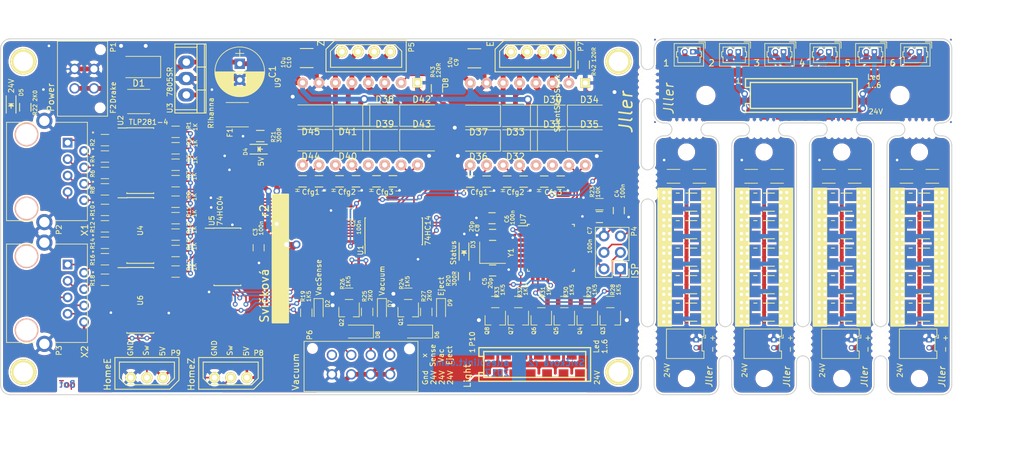
<source format=kicad_pcb>
(kicad_pcb (version 20170123) (host pcbnew "(2017-08-07 revision 2d9ab80b4)-master")
  (layers (0 F.Cu signal) (31 B.Cu signal) (34 B.Paste user) (35 F.Paste user) (36 B.SilkS user) (37 F.SilkS user) (38 B.Mask user) (39 F.Mask user) (44 Edge.Cuts user))
  (net 0 "")
  (net 1 GND)
  (net 2 +5V)
  (net 3 /XTAL1)
  (net 4 /XTAL2)
  (net 5 /AxisDriver2/M_1B)
  (net 6 /AxisDriver2/M_1A)
  (net 7 /AxisDriver2/M_2A)
  (net 8 /AxisDriver2/M_2B)
  (net 9 /AxisDriver2/CFG1)
  (net 10 /AxisDriver2/CFG2)
  (net 11 /AxisDriver2/CFG3)
  (net 12 /AxisDriver1/M_1B)
  (net 13 /AxisDriver1/M_1A)
  (net 14 /AxisDriver1/M_2A)
  (net 15 /AxisDriver1/M_2B)
  (net 16 /AxisDriver1/CFG1)
  (net 17 /AxisDriver1/CFG2)
  (net 18 /AxisDriver1/CFG3)
  (net 19 /LED_1)
  (net 20 /LED_2)
  (net 21 "Net-(D3-Pad2)")
  (net 22 "Net-(HOLE3-Pad1)")
  (net 23 "Net-(HOLE4-Pad1)")
  (net 24 "Net-(HOLE2-Pad1)")
  (net 25 "Net-(HOLE1-Pad1)")
  (net 26 "Net-(D5-Pad2)")
  (net 27 "Net-(R8-Pad2)")
  (net 28 "Net-(R9-Pad2)")
  (net 29 "Net-(R12-Pad2)")
  (net 30 "Net-(R13-Pad2)")
  (net 31 /CONTROL_COMM)
  (net 32 /LIGHT_CTRL_IN)
  (net 33 /VAC_EJECT_IN)
  (net 34 /VAC_ON_IN)
  (net 35 /Z_COMM)
  (net 36 /Z_EN_IN)
  (net 37 /Z_DIR_IN)
  (net 38 /Z_STEP_IN)
  (net 39 /E_STEP_IN)
  (net 40 /E_DIR_IN)
  (net 41 /E_EN_IN)
  (net 42 /E_COMM)
  (net 43 "Net-(R19-Pad2)")
  (net 44 "Net-(R14-Pad2)")
  (net 45 "Net-(R15-Pad2)")
  (net 46 "Net-(R16-Pad2)")
  (net 47 /VAC_BLACK_SENSE)
  (net 48 /VAC_WHITE_EJECT)
  (net 49 /VAC_BROWN_VAC)
  (net 50 +24V)
  (net 51 /VAC_SENSE_OUT)
  (net 52 /E_HOME_OUT)
  (net 53 /Z_HOME_OUT)
  (net 54 /LED_4)
  (net 55 /LED_5)
  (net 56 /LED_3)
  (net 57 /PWM_LED_4)
  (net 58 /PWM_LED_3)
  (net 59 /PWM_LED_2)
  (net 60 /LIGHT_CTRL)
  (net 61 "Net-(D7-Pad1)")
  (net 62 /Z_STEP)
  (net 63 /Z_DIR)
  (net 64 /Z_EN)
  (net 65 /E_STEP)
  (net 66 /E_DIR)
  (net 67 /E_EN)
  (net 68 /MOSI)
  (net 69 /RST)
  (net 70 /SCK)
  (net 71 /MISO)
  (net 72 /VAC_EJECT)
  (net 73 "Net-(D10-Pad1)")
  (net 74 "Net-(D10-Pad2)")
  (net 75 "Net-(D4-Pad2)")
  (net 76 "Net-(R10-Pad2)")
  (net 77 "Net-(HOLE6-Pad1)")
  (net 78 "Net-(HOLE5-Pad1)")
  (net 79 /VAC_AUX_AUX)
  (net 80 /LED_6)
  (net 81 /PWM_LED_1)
  (net 82 /PWM_LED_6)
  (net 83 /STATUSLED_1)
  (net 84 "Net-(F1-Pad2)")
  (net 85 "Net-(F2-Pad2)")
  (net 86 "Net-(D21-Pad1)")
  (net 87 "Net-(D22-Pad1)")
  (net 88 /VAC_VAC)
  (net 89 "Net-(D20-Pad1)")
  (net 90 "Net-(HOLE8-Pad1)")
  (net 91 "Net-(HOLE7-Pad1)")
  (net 92 /LED_BO_2)
  (net 93 /LED_BO_1)
  (net 94 /LED_BO_3)
  (net 95 /LED_BO_4)
  (net 96 /LED_BO_5)
  (net 97 /LED_BO_6)
  (net 98 +28V)
  (net 99 "Net-(U9-Pad13)")
  (net 100 "Net-(U9-Pad14)")
  (net 101 "Net-(U8-Pad14)")
  (net 102 "Net-(U8-Pad13)")
  (net 103 "Net-(D11-Pad1)")
  (net 104 "Net-(D12-Pad1)")
  (net 105 "Net-(D13-Pad1)")
  (net 106 "Net-(D1-Pad2)")
  (net 107 "Net-(R34-Pad1)")
  (net 108 "Net-(R5-Pad2)")
  (net 109 "Net-(R6-Pad2)")
  (net 110 "Net-(R2-Pad2)")
  (net 111 "Net-(R1-Pad2)")
  (net 112 "Net-(R3-Pad2)")
  (net 113 "Net-(R7-Pad2)")
  (net 114 "Net-(R11-Pad2)")
  (net 115 "Net-(R4-Pad2)")
  (net 116 "Net-(R17-Pad2)")
  (net 117 "Net-(D2-Pad1)")
  (net 118 "Net-(R18-Pad2)")
  (net 119 "Net-(D9-Pad1)")
  (net 120 "Net-(U7-Pad31)")
  (net 121 "Net-(U7-Pad30)")
  (net 122 "Net-(U7-Pad28)")
  (net 123 "Net-(U7-Pad27)")
  (net 124 "Net-(U7-Pad26)")
  (net 125 "Net-(U7-Pad25)")
  (net 126 "Net-(U7-Pad24)")
  (net 127 "Net-(U7-Pad23)")
  (net 128 "Net-(U7-Pad22)")
  (net 129 "Net-(U7-Pad20)")
  (net 130 "Net-(U7-Pad19)")
  (net 131 "Net-(U7-Pad11)")
  (net 132 "Net-(U7-Pad2)")
  (net 133 "Net-(R43-Pad2)")
  (net 134 "Net-(R42-Pad2)")
  (net 135 "Net-(D28-Pad1)")
  (net 136 "Net-(D15-Pad1)")
  (net 137 "Net-(D15-Pad2)")
  (net 138 "Net-(D16-Pad1)")
  (net 139 "Net-(D26-Pad1)")
  (net 140 "Net-(D25-Pad1)")
  (net 141 "Net-(D27-Pad1)")
  (net 142 "Net-(D23-Pad1)")
  (net 143 "Net-(D25-Pad2)")
  (net 144 "Net-(D17-Pad1)")
  (net 145 "Net-(D18-Pad1)")
  (net 146 "Net-(D20-Pad2)")
  (net 147 "Net-(R38-Pad1)")
  (net 148 "Net-(R40-Pad1)")
  (net 149 "Net-(R36-Pad1)")
  (net 150 "Net-(HOLE14-Pad1)")
  (net 151 "Net-(HOLE13-Pad1)")
  (net 152 "Net-(HOLE9-Pad1)")
  (net 153 "Net-(HOLE11-Pad1)")
  (net 154 "Net-(HOLE12-Pad1)")
  (net 155 "Net-(HOLE10-Pad1)")
  (net 156 /LED_B_K)
  (net 157 /LED_C_K)
  (net 158 /LED_A_K)
  (net 159 /LED_D_K)
  (net 160 /LED_A_A)
  (net 161 /LED_B_A)
  (net 162 /LED_D_A)
  (net 163 /LED_C_A)
  (module Resistors_SMD:R_1206 (layer F.Cu) (at 243 87.25 180)
    (fp_text reference R39 hide)
    (fp_text value 3K3)
    (pad 2 smd rect (at 1.45 0 180) (size 0.9 1.7) (layers F.Cu F.Paste F.Mask) (net 147 "Net-(R38-Pad1)"))
    (pad 1 smd rect (at -1.45 0 180) (size 0.9 1.7) (layers F.Cu F.Paste F.Mask) (net 146 "Net-(D20-Pad2)"))
  )
  (module Resistors_SMD:R_1206 (layer F.Cu) (at 239 87.25 180)
    (fp_text reference R38 hide)
    (fp_text value 3K3)
    (pad 2 smd rect (at 1.45 0 180) (size 0.9 1.7) (layers F.Cu F.Paste F.Mask) (net 163 /LED_C_A))
    (pad 1 smd rect (at -1.45 0 180) (size 0.9 1.7) (layers F.Cu F.Paste F.Mask) (net 147 "Net-(R38-Pad1)"))
  )
  (module z-module-pcb-r2:LED_Osram_LW_E67C_LongPads_Thermal (layer F.Cu) (at 241 95.5 270)
    (fp_text reference D21 hide)
    (fp_text value LED hide)
    (pad 1 thru_hole circle (at -0.6 2.6 270) (size 0.75 0.75) (drill 0.5) (layers *.Cu) (net 86 "Net-(D21-Pad1)"))
    (pad 1 thru_hole circle (at -0.6 3.5 270) (size 0.75 0.75) (drill 0.5) (layers *.Cu) (net 86 "Net-(D21-Pad1)"))
    (pad 1 thru_hole circle (at -1.5 3.5 270) (size 0.75 0.75) (drill 0.5) (layers *.Cu) (net 86 "Net-(D21-Pad1)"))
    (pad 1 thru_hole circle (at -1.5 2.6 270) (size 0.75 0.75) (drill 0.5) (layers *.Cu) (net 86 "Net-(D21-Pad1)"))
    (pad 1 thru_hole circle (at 1.5 2.6 270) (size 0.75 0.75) (drill 0.5) (layers *.Cu) (net 86 "Net-(D21-Pad1)"))
    (pad 1 thru_hole circle (at 0.6 3.5 270) (size 0.75 0.75) (drill 0.5) (layers *.Cu) (net 86 "Net-(D21-Pad1)"))
    (pad 1 thru_hole circle (at 1.5 3.5 270) (size 0.75 0.75) (drill 0.5) (layers *.Cu) (net 86 "Net-(D21-Pad1)"))
    (pad 1 thru_hole circle (at 0.6 2.6 270) (size 0.75 0.75) (drill 0.5) (layers *.Cu) (net 86 "Net-(D21-Pad1)"))
    (pad 1 thru_hole circle (at 0.6 -3.5 270) (size 0.75 0.75) (drill 0.5) (layers *.Cu) (net 86 "Net-(D21-Pad1)"))
    (pad 1 thru_hole circle (at 0.6 -2.6 270) (size 0.75 0.75) (drill 0.5) (layers *.Cu) (net 86 "Net-(D21-Pad1)"))
    (pad 1 thru_hole circle (at 1.5 -2.6 270) (size 0.75 0.75) (drill 0.5) (layers *.Cu) (net 86 "Net-(D21-Pad1)"))
    (pad 1 thru_hole circle (at 1.5 -3.5 270) (size 0.75 0.75) (drill 0.5) (layers *.Cu) (net 86 "Net-(D21-Pad1)"))
    (pad 2 thru_hole circle (at -1.5 -2.6 270) (size 0.75 0.75) (drill 0.5) (layers *.Cu) (net 89 "Net-(D20-Pad1)"))
    (pad 2 thru_hole circle (at -0.6 -2.6 270) (size 0.75 0.75) (drill 0.5) (layers *.Cu) (net 89 "Net-(D20-Pad1)"))
    (pad 2 thru_hole circle (at -0.6 -3.5 270) (size 0.75 0.75) (drill 0.5) (layers *.Cu) (net 89 "Net-(D20-Pad1)"))
    (pad 2 thru_hole circle (at -1.5 -3.5 270) (size 0.75 0.75) (drill 0.5) (layers *.Cu) (net 89 "Net-(D20-Pad1)"))
    (pad 2 smd rect (at -1.05 -2.3 270) (size 1.75 3.5) (layers B.Cu) (net 89 "Net-(D20-Pad1)"))
    (pad 1 smd rect (at 1.05 2.3 270) (size 1.75 3.5) (layers B.Cu) (net 86 "Net-(D21-Pad1)"))
    (pad 1 smd rect (at -1.05 2.3 270) (size 1.75 3.5) (layers B.Cu) (net 86 "Net-(D21-Pad1)"))
    (pad 1 smd rect (at 1.05 -2.3 270) (size 1.75 3.5) (layers B.Cu) (net 86 "Net-(D21-Pad1)"))
    (pad 1 smd rect (at 0.75 1.3 270) (size 0.8 1.1) (layers F.Cu F.Paste F.Mask) (net 86 "Net-(D21-Pad1)"))
    (pad 1 smd rect (at -0.75 1.3 270) (size 0.8 1.1) (layers F.Cu F.Paste F.Mask) (net 86 "Net-(D21-Pad1)"))
    (pad 1 smd rect (at 0.75 -1.3 270) (size 0.8 1.1) (layers F.Cu F.Paste F.Mask) (net 86 "Net-(D21-Pad1)"))
    (pad 2 smd rect (at -0.75 -1.3 270) (size 0.8 1.1) (layers F.Cu F.Paste F.Mask) (net 89 "Net-(D20-Pad1)"))
    (pad 2 smd rect (at -1.05 -2.3 270) (size 1.75 3.5) (layers F.Cu) (net 89 "Net-(D20-Pad1)"))
    (pad 1 smd rect (at 1.05 -2.3 270) (size 1.75 3.5) (layers F.Cu) (net 86 "Net-(D21-Pad1)"))
    (pad 1 smd rect (at -1.05 2.3 270) (size 1.75 3.5) (layers F.Cu) (net 86 "Net-(D21-Pad1)"))
    (pad 1 smd rect (at 1.05 2.3 270) (size 1.75 3.5) (layers F.Cu) (net 86 "Net-(D21-Pad1)"))
  )
  (module z-module-pcb-r2:LED_Osram_LW_E67C_LongPads_Thermal (layer F.Cu) (at 241 91.25 270)
    (fp_text reference D20 hide)
    (fp_text value LED hide)
    (pad 1 smd rect (at 1.05 2.3 270) (size 1.75 3.5) (layers F.Cu) (net 89 "Net-(D20-Pad1)"))
    (pad 1 smd rect (at -1.05 2.3 270) (size 1.75 3.5) (layers F.Cu) (net 89 "Net-(D20-Pad1)"))
    (pad 1 smd rect (at 1.05 -2.3 270) (size 1.75 3.5) (layers F.Cu) (net 89 "Net-(D20-Pad1)"))
    (pad 2 smd rect (at -1.05 -2.3 270) (size 1.75 3.5) (layers F.Cu) (net 146 "Net-(D20-Pad2)"))
    (pad 2 smd rect (at -0.75 -1.3 270) (size 0.8 1.1) (layers F.Cu F.Paste F.Mask) (net 146 "Net-(D20-Pad2)"))
    (pad 1 smd rect (at 0.75 -1.3 270) (size 0.8 1.1) (layers F.Cu F.Paste F.Mask) (net 89 "Net-(D20-Pad1)"))
    (pad 1 smd rect (at -0.75 1.3 270) (size 0.8 1.1) (layers F.Cu F.Paste F.Mask) (net 89 "Net-(D20-Pad1)"))
    (pad 1 smd rect (at 0.75 1.3 270) (size 0.8 1.1) (layers F.Cu F.Paste F.Mask) (net 89 "Net-(D20-Pad1)"))
    (pad 1 smd rect (at 1.05 -2.3 270) (size 1.75 3.5) (layers B.Cu) (net 89 "Net-(D20-Pad1)"))
    (pad 1 smd rect (at -1.05 2.3 270) (size 1.75 3.5) (layers B.Cu) (net 89 "Net-(D20-Pad1)"))
    (pad 1 smd rect (at 1.05 2.3 270) (size 1.75 3.5) (layers B.Cu) (net 89 "Net-(D20-Pad1)"))
    (pad 2 smd rect (at -1.05 -2.3 270) (size 1.75 3.5) (layers B.Cu) (net 146 "Net-(D20-Pad2)"))
    (pad 2 thru_hole circle (at -1.5 -3.5 270) (size 0.75 0.75) (drill 0.5) (layers *.Cu) (net 146 "Net-(D20-Pad2)"))
    (pad 2 thru_hole circle (at -0.6 -3.5 270) (size 0.75 0.75) (drill 0.5) (layers *.Cu) (net 146 "Net-(D20-Pad2)"))
    (pad 2 thru_hole circle (at -0.6 -2.6 270) (size 0.75 0.75) (drill 0.5) (layers *.Cu) (net 146 "Net-(D20-Pad2)"))
    (pad 2 thru_hole circle (at -1.5 -2.6 270) (size 0.75 0.75) (drill 0.5) (layers *.Cu) (net 146 "Net-(D20-Pad2)"))
    (pad 1 thru_hole circle (at 1.5 -3.5 270) (size 0.75 0.75) (drill 0.5) (layers *.Cu) (net 89 "Net-(D20-Pad1)"))
    (pad 1 thru_hole circle (at 1.5 -2.6 270) (size 0.75 0.75) (drill 0.5) (layers *.Cu) (net 89 "Net-(D20-Pad1)"))
    (pad 1 thru_hole circle (at 0.6 -2.6 270) (size 0.75 0.75) (drill 0.5) (layers *.Cu) (net 89 "Net-(D20-Pad1)"))
    (pad 1 thru_hole circle (at 0.6 -3.5 270) (size 0.75 0.75) (drill 0.5) (layers *.Cu) (net 89 "Net-(D20-Pad1)"))
    (pad 1 thru_hole circle (at 0.6 2.6 270) (size 0.75 0.75) (drill 0.5) (layers *.Cu) (net 89 "Net-(D20-Pad1)"))
    (pad 1 thru_hole circle (at 1.5 3.5 270) (size 0.75 0.75) (drill 0.5) (layers *.Cu) (net 89 "Net-(D20-Pad1)"))
    (pad 1 thru_hole circle (at 0.6 3.5 270) (size 0.75 0.75) (drill 0.5) (layers *.Cu) (net 89 "Net-(D20-Pad1)"))
    (pad 1 thru_hole circle (at 1.5 2.6 270) (size 0.75 0.75) (drill 0.5) (layers *.Cu) (net 89 "Net-(D20-Pad1)"))
    (pad 1 thru_hole circle (at -1.5 2.6 270) (size 0.75 0.75) (drill 0.5) (layers *.Cu) (net 89 "Net-(D20-Pad1)"))
    (pad 1 thru_hole circle (at -1.5 3.5 270) (size 0.75 0.75) (drill 0.5) (layers *.Cu) (net 89 "Net-(D20-Pad1)"))
    (pad 1 thru_hole circle (at -0.6 3.5 270) (size 0.75 0.75) (drill 0.5) (layers *.Cu) (net 89 "Net-(D20-Pad1)"))
    (pad 1 thru_hole circle (at -0.6 2.6 270) (size 0.75 0.75) (drill 0.5) (layers *.Cu) (net 89 "Net-(D20-Pad1)"))
  )
  (module z-module-pcb-r2:LED_Osram_LW_E67C_LongPads_Thermal (layer F.Cu) (at 241 99.75 270)
    (fp_text reference D22 hide)
    (fp_text value LED hide)
    (pad 1 smd rect (at 1.05 2.3 270) (size 1.75 3.5) (layers F.Cu) (net 87 "Net-(D22-Pad1)"))
    (pad 1 smd rect (at -1.05 2.3 270) (size 1.75 3.5) (layers F.Cu) (net 87 "Net-(D22-Pad1)"))
    (pad 1 smd rect (at 1.05 -2.3 270) (size 1.75 3.5) (layers F.Cu) (net 87 "Net-(D22-Pad1)"))
    (pad 2 smd rect (at -1.05 -2.3 270) (size 1.75 3.5) (layers F.Cu) (net 86 "Net-(D21-Pad1)"))
    (pad 2 smd rect (at -0.75 -1.3 270) (size 0.8 1.1) (layers F.Cu F.Paste F.Mask) (net 86 "Net-(D21-Pad1)"))
    (pad 1 smd rect (at 0.75 -1.3 270) (size 0.8 1.1) (layers F.Cu F.Paste F.Mask) (net 87 "Net-(D22-Pad1)"))
    (pad 1 smd rect (at -0.75 1.3 270) (size 0.8 1.1) (layers F.Cu F.Paste F.Mask) (net 87 "Net-(D22-Pad1)"))
    (pad 1 smd rect (at 0.75 1.3 270) (size 0.8 1.1) (layers F.Cu F.Paste F.Mask) (net 87 "Net-(D22-Pad1)"))
    (pad 1 smd rect (at 1.05 -2.3 270) (size 1.75 3.5) (layers B.Cu) (net 87 "Net-(D22-Pad1)"))
    (pad 1 smd rect (at -1.05 2.3 270) (size 1.75 3.5) (layers B.Cu) (net 87 "Net-(D22-Pad1)"))
    (pad 1 smd rect (at 1.05 2.3 270) (size 1.75 3.5) (layers B.Cu) (net 87 "Net-(D22-Pad1)"))
    (pad 2 smd rect (at -1.05 -2.3 270) (size 1.75 3.5) (layers B.Cu) (net 86 "Net-(D21-Pad1)"))
    (pad 2 thru_hole circle (at -1.5 -3.5 270) (size 0.75 0.75) (drill 0.5) (layers *.Cu) (net 86 "Net-(D21-Pad1)"))
    (pad 2 thru_hole circle (at -0.6 -3.5 270) (size 0.75 0.75) (drill 0.5) (layers *.Cu) (net 86 "Net-(D21-Pad1)"))
    (pad 2 thru_hole circle (at -0.6 -2.6 270) (size 0.75 0.75) (drill 0.5) (layers *.Cu) (net 86 "Net-(D21-Pad1)"))
    (pad 2 thru_hole circle (at -1.5 -2.6 270) (size 0.75 0.75) (drill 0.5) (layers *.Cu) (net 86 "Net-(D21-Pad1)"))
    (pad 1 thru_hole circle (at 1.5 -3.5 270) (size 0.75 0.75) (drill 0.5) (layers *.Cu) (net 87 "Net-(D22-Pad1)"))
    (pad 1 thru_hole circle (at 1.5 -2.6 270) (size 0.75 0.75) (drill 0.5) (layers *.Cu) (net 87 "Net-(D22-Pad1)"))
    (pad 1 thru_hole circle (at 0.6 -2.6 270) (size 0.75 0.75) (drill 0.5) (layers *.Cu) (net 87 "Net-(D22-Pad1)"))
    (pad 1 thru_hole circle (at 0.6 -3.5 270) (size 0.75 0.75) (drill 0.5) (layers *.Cu) (net 87 "Net-(D22-Pad1)"))
    (pad 1 thru_hole circle (at 0.6 2.6 270) (size 0.75 0.75) (drill 0.5) (layers *.Cu) (net 87 "Net-(D22-Pad1)"))
    (pad 1 thru_hole circle (at 1.5 3.5 270) (size 0.75 0.75) (drill 0.5) (layers *.Cu) (net 87 "Net-(D22-Pad1)"))
    (pad 1 thru_hole circle (at 0.6 3.5 270) (size 0.75 0.75) (drill 0.5) (layers *.Cu) (net 87 "Net-(D22-Pad1)"))
    (pad 1 thru_hole circle (at 1.5 2.6 270) (size 0.75 0.75) (drill 0.5) (layers *.Cu) (net 87 "Net-(D22-Pad1)"))
    (pad 1 thru_hole circle (at -1.5 2.6 270) (size 0.75 0.75) (drill 0.5) (layers *.Cu) (net 87 "Net-(D22-Pad1)"))
    (pad 1 thru_hole circle (at -1.5 3.5 270) (size 0.75 0.75) (drill 0.5) (layers *.Cu) (net 87 "Net-(D22-Pad1)"))
    (pad 1 thru_hole circle (at -0.6 3.5 270) (size 0.75 0.75) (drill 0.5) (layers *.Cu) (net 87 "Net-(D22-Pad1)"))
    (pad 1 thru_hole circle (at -0.6 2.6 270) (size 0.75 0.75) (drill 0.5) (layers *.Cu) (net 87 "Net-(D22-Pad1)"))
  )
  (module z-module-pcb-r2:LED_Osram_LW_E67C_LongPads_Thermal (layer F.Cu) (at 253 95.5 270)
    (fp_text reference D26 hide)
    (fp_text value LED hide)
    (pad 1 smd rect (at 1.05 2.3 270) (size 1.75 3.5) (layers F.Cu) (net 139 "Net-(D26-Pad1)"))
    (pad 1 smd rect (at -1.05 2.3 270) (size 1.75 3.5) (layers F.Cu) (net 139 "Net-(D26-Pad1)"))
    (pad 1 smd rect (at 1.05 -2.3 270) (size 1.75 3.5) (layers F.Cu) (net 139 "Net-(D26-Pad1)"))
    (pad 2 smd rect (at -1.05 -2.3 270) (size 1.75 3.5) (layers F.Cu) (net 140 "Net-(D25-Pad1)"))
    (pad 2 smd rect (at -0.75 -1.3 270) (size 0.8 1.1) (layers F.Cu F.Paste F.Mask) (net 140 "Net-(D25-Pad1)"))
    (pad 1 smd rect (at 0.75 -1.3 270) (size 0.8 1.1) (layers F.Cu F.Paste F.Mask) (net 139 "Net-(D26-Pad1)"))
    (pad 1 smd rect (at -0.75 1.3 270) (size 0.8 1.1) (layers F.Cu F.Paste F.Mask) (net 139 "Net-(D26-Pad1)"))
    (pad 1 smd rect (at 0.75 1.3 270) (size 0.8 1.1) (layers F.Cu F.Paste F.Mask) (net 139 "Net-(D26-Pad1)"))
    (pad 1 smd rect (at 1.05 -2.3 270) (size 1.75 3.5) (layers B.Cu) (net 139 "Net-(D26-Pad1)"))
    (pad 1 smd rect (at -1.05 2.3 270) (size 1.75 3.5) (layers B.Cu) (net 139 "Net-(D26-Pad1)"))
    (pad 1 smd rect (at 1.05 2.3 270) (size 1.75 3.5) (layers B.Cu) (net 139 "Net-(D26-Pad1)"))
    (pad 2 smd rect (at -1.05 -2.3 270) (size 1.75 3.5) (layers B.Cu) (net 140 "Net-(D25-Pad1)"))
    (pad 2 thru_hole circle (at -1.5 -3.5 270) (size 0.75 0.75) (drill 0.5) (layers *.Cu) (net 140 "Net-(D25-Pad1)"))
    (pad 2 thru_hole circle (at -0.6 -3.5 270) (size 0.75 0.75) (drill 0.5) (layers *.Cu) (net 140 "Net-(D25-Pad1)"))
    (pad 2 thru_hole circle (at -0.6 -2.6 270) (size 0.75 0.75) (drill 0.5) (layers *.Cu) (net 140 "Net-(D25-Pad1)"))
    (pad 2 thru_hole circle (at -1.5 -2.6 270) (size 0.75 0.75) (drill 0.5) (layers *.Cu) (net 140 "Net-(D25-Pad1)"))
    (pad 1 thru_hole circle (at 1.5 -3.5 270) (size 0.75 0.75) (drill 0.5) (layers *.Cu) (net 139 "Net-(D26-Pad1)"))
    (pad 1 thru_hole circle (at 1.5 -2.6 270) (size 0.75 0.75) (drill 0.5) (layers *.Cu) (net 139 "Net-(D26-Pad1)"))
    (pad 1 thru_hole circle (at 0.6 -2.6 270) (size 0.75 0.75) (drill 0.5) (layers *.Cu) (net 139 "Net-(D26-Pad1)"))
    (pad 1 thru_hole circle (at 0.6 -3.5 270) (size 0.75 0.75) (drill 0.5) (layers *.Cu) (net 139 "Net-(D26-Pad1)"))
    (pad 1 thru_hole circle (at 0.6 2.6 270) (size 0.75 0.75) (drill 0.5) (layers *.Cu) (net 139 "Net-(D26-Pad1)"))
    (pad 1 thru_hole circle (at 1.5 3.5 270) (size 0.75 0.75) (drill 0.5) (layers *.Cu) (net 139 "Net-(D26-Pad1)"))
    (pad 1 thru_hole circle (at 0.6 3.5 270) (size 0.75 0.75) (drill 0.5) (layers *.Cu) (net 139 "Net-(D26-Pad1)"))
    (pad 1 thru_hole circle (at 1.5 2.6 270) (size 0.75 0.75) (drill 0.5) (layers *.Cu) (net 139 "Net-(D26-Pad1)"))
    (pad 1 thru_hole circle (at -1.5 2.6 270) (size 0.75 0.75) (drill 0.5) (layers *.Cu) (net 139 "Net-(D26-Pad1)"))
    (pad 1 thru_hole circle (at -1.5 3.5 270) (size 0.75 0.75) (drill 0.5) (layers *.Cu) (net 139 "Net-(D26-Pad1)"))
    (pad 1 thru_hole circle (at -0.6 3.5 270) (size 0.75 0.75) (drill 0.5) (layers *.Cu) (net 139 "Net-(D26-Pad1)"))
    (pad 1 thru_hole circle (at -0.6 2.6 270) (size 0.75 0.75) (drill 0.5) (layers *.Cu) (net 139 "Net-(D26-Pad1)"))
  )
  (module Connectors_Molex:Molex_PicoBlade_53048-0210_02x1.25mm_Angled (layer F.Cu) (at 254.5 112.5 270)
    (fp_text reference P14 hide)
    (fp_text value 24V (at 4.75 4.5 90) (layer F.SilkS) (effects (font (size 0.8 0.8) (thickness 0.13))))
    (pad 2 thru_hole circle (at 1.25 0 270) (size 0.85 0.85) (drill 0.5) (layers *.Cu *.Mask) (net 159 /LED_D_K))
    (pad 1 thru_hole rect (at 0 0 270) (size 0.85 0.85) (drill 0.5) (layers *.Cu *.Mask) (net 162 /LED_D_A))
  )
  (module z-module-pcb-r2:LED_Osram_LW_E67C_LongPads_Thermal (layer F.Cu) (at 253 91.25 270)
    (fp_text reference D25 hide)
    (fp_text value LED hide)
    (pad 1 thru_hole circle (at -0.6 2.6 270) (size 0.75 0.75) (drill 0.5) (layers *.Cu) (net 140 "Net-(D25-Pad1)"))
    (pad 1 thru_hole circle (at -0.6 3.5 270) (size 0.75 0.75) (drill 0.5) (layers *.Cu) (net 140 "Net-(D25-Pad1)"))
    (pad 1 thru_hole circle (at -1.5 3.5 270) (size 0.75 0.75) (drill 0.5) (layers *.Cu) (net 140 "Net-(D25-Pad1)"))
    (pad 1 thru_hole circle (at -1.5 2.6 270) (size 0.75 0.75) (drill 0.5) (layers *.Cu) (net 140 "Net-(D25-Pad1)"))
    (pad 1 thru_hole circle (at 1.5 2.6 270) (size 0.75 0.75) (drill 0.5) (layers *.Cu) (net 140 "Net-(D25-Pad1)"))
    (pad 1 thru_hole circle (at 0.6 3.5 270) (size 0.75 0.75) (drill 0.5) (layers *.Cu) (net 140 "Net-(D25-Pad1)"))
    (pad 1 thru_hole circle (at 1.5 3.5 270) (size 0.75 0.75) (drill 0.5) (layers *.Cu) (net 140 "Net-(D25-Pad1)"))
    (pad 1 thru_hole circle (at 0.6 2.6 270) (size 0.75 0.75) (drill 0.5) (layers *.Cu) (net 140 "Net-(D25-Pad1)"))
    (pad 1 thru_hole circle (at 0.6 -3.5 270) (size 0.75 0.75) (drill 0.5) (layers *.Cu) (net 140 "Net-(D25-Pad1)"))
    (pad 1 thru_hole circle (at 0.6 -2.6 270) (size 0.75 0.75) (drill 0.5) (layers *.Cu) (net 140 "Net-(D25-Pad1)"))
    (pad 1 thru_hole circle (at 1.5 -2.6 270) (size 0.75 0.75) (drill 0.5) (layers *.Cu) (net 140 "Net-(D25-Pad1)"))
    (pad 1 thru_hole circle (at 1.5 -3.5 270) (size 0.75 0.75) (drill 0.5) (layers *.Cu) (net 140 "Net-(D25-Pad1)"))
    (pad 2 thru_hole circle (at -1.5 -2.6 270) (size 0.75 0.75) (drill 0.5) (layers *.Cu) (net 143 "Net-(D25-Pad2)"))
    (pad 2 thru_hole circle (at -0.6 -2.6 270) (size 0.75 0.75) (drill 0.5) (layers *.Cu) (net 143 "Net-(D25-Pad2)"))
    (pad 2 thru_hole circle (at -0.6 -3.5 270) (size 0.75 0.75) (drill 0.5) (layers *.Cu) (net 143 "Net-(D25-Pad2)"))
    (pad 2 thru_hole circle (at -1.5 -3.5 270) (size 0.75 0.75) (drill 0.5) (layers *.Cu) (net 143 "Net-(D25-Pad2)"))
    (pad 2 smd rect (at -1.05 -2.3 270) (size 1.75 3.5) (layers B.Cu) (net 143 "Net-(D25-Pad2)"))
    (pad 1 smd rect (at 1.05 2.3 270) (size 1.75 3.5) (layers B.Cu) (net 140 "Net-(D25-Pad1)"))
    (pad 1 smd rect (at -1.05 2.3 270) (size 1.75 3.5) (layers B.Cu) (net 140 "Net-(D25-Pad1)"))
    (pad 1 smd rect (at 1.05 -2.3 270) (size 1.75 3.5) (layers B.Cu) (net 140 "Net-(D25-Pad1)"))
    (pad 1 smd rect (at 0.75 1.3 270) (size 0.8 1.1) (layers F.Cu F.Paste F.Mask) (net 140 "Net-(D25-Pad1)"))
    (pad 1 smd rect (at -0.75 1.3 270) (size 0.8 1.1) (layers F.Cu F.Paste F.Mask) (net 140 "Net-(D25-Pad1)"))
    (pad 1 smd rect (at 0.75 -1.3 270) (size 0.8 1.1) (layers F.Cu F.Paste F.Mask) (net 140 "Net-(D25-Pad1)"))
    (pad 2 smd rect (at -0.75 -1.3 270) (size 0.8 1.1) (layers F.Cu F.Paste F.Mask) (net 143 "Net-(D25-Pad2)"))
    (pad 2 smd rect (at -1.05 -2.3 270) (size 1.75 3.5) (layers F.Cu) (net 143 "Net-(D25-Pad2)"))
    (pad 1 smd rect (at 1.05 -2.3 270) (size 1.75 3.5) (layers F.Cu) (net 140 "Net-(D25-Pad1)"))
    (pad 1 smd rect (at -1.05 2.3 270) (size 1.75 3.5) (layers F.Cu) (net 140 "Net-(D25-Pad1)"))
    (pad 1 smd rect (at 1.05 2.3 270) (size 1.75 3.5) (layers F.Cu) (net 140 "Net-(D25-Pad1)"))
  )
  (module Resistors_SMD:R_1206 (layer F.Cu) (at 251 87.25 180)
    (fp_text reference R40 hide)
    (fp_text value 3K3)
    (pad 1 smd rect (at -1.45 0 180) (size 0.9 1.7) (layers F.Cu F.Paste F.Mask) (net 148 "Net-(R40-Pad1)"))
    (pad 2 smd rect (at 1.45 0 180) (size 0.9 1.7) (layers F.Cu F.Paste F.Mask) (net 162 /LED_D_A))
  )
  (module z-module-pcb-r2:LED_Osram_LW_E67C_LongPads_Thermal (layer F.Cu) (at 253 104 270)
    (fp_text reference D28 hide)
    (fp_text value LED hide)
    (pad 1 thru_hole circle (at -0.6 2.6 270) (size 0.75 0.75) (drill 0.5) (layers *.Cu) (net 135 "Net-(D28-Pad1)"))
    (pad 1 thru_hole circle (at -0.6 3.5 270) (size 0.75 0.75) (drill 0.5) (layers *.Cu) (net 135 "Net-(D28-Pad1)"))
    (pad 1 thru_hole circle (at -1.5 3.5 270) (size 0.75 0.75) (drill 0.5) (layers *.Cu) (net 135 "Net-(D28-Pad1)"))
    (pad 1 thru_hole circle (at -1.5 2.6 270) (size 0.75 0.75) (drill 0.5) (layers *.Cu) (net 135 "Net-(D28-Pad1)"))
    (pad 1 thru_hole circle (at 1.5 2.6 270) (size 0.75 0.75) (drill 0.5) (layers *.Cu) (net 135 "Net-(D28-Pad1)"))
    (pad 1 thru_hole circle (at 0.6 3.5 270) (size 0.75 0.75) (drill 0.5) (layers *.Cu) (net 135 "Net-(D28-Pad1)"))
    (pad 1 thru_hole circle (at 1.5 3.5 270) (size 0.75 0.75) (drill 0.5) (layers *.Cu) (net 135 "Net-(D28-Pad1)"))
    (pad 1 thru_hole circle (at 0.6 2.6 270) (size 0.75 0.75) (drill 0.5) (layers *.Cu) (net 135 "Net-(D28-Pad1)"))
    (pad 1 thru_hole circle (at 0.6 -3.5 270) (size 0.75 0.75) (drill 0.5) (layers *.Cu) (net 135 "Net-(D28-Pad1)"))
    (pad 1 thru_hole circle (at 0.6 -2.6 270) (size 0.75 0.75) (drill 0.5) (layers *.Cu) (net 135 "Net-(D28-Pad1)"))
    (pad 1 thru_hole circle (at 1.5 -2.6 270) (size 0.75 0.75) (drill 0.5) (layers *.Cu) (net 135 "Net-(D28-Pad1)"))
    (pad 1 thru_hole circle (at 1.5 -3.5 270) (size 0.75 0.75) (drill 0.5) (layers *.Cu) (net 135 "Net-(D28-Pad1)"))
    (pad 2 thru_hole circle (at -1.5 -2.6 270) (size 0.75 0.75) (drill 0.5) (layers *.Cu) (net 141 "Net-(D27-Pad1)"))
    (pad 2 thru_hole circle (at -0.6 -2.6 270) (size 0.75 0.75) (drill 0.5) (layers *.Cu) (net 141 "Net-(D27-Pad1)"))
    (pad 2 thru_hole circle (at -0.6 -3.5 270) (size 0.75 0.75) (drill 0.5) (layers *.Cu) (net 141 "Net-(D27-Pad1)"))
    (pad 2 thru_hole circle (at -1.5 -3.5 270) (size 0.75 0.75) (drill 0.5) (layers *.Cu) (net 141 "Net-(D27-Pad1)"))
    (pad 2 smd rect (at -1.05 -2.3 270) (size 1.75 3.5) (layers B.Cu) (net 141 "Net-(D27-Pad1)"))
    (pad 1 smd rect (at 1.05 2.3 270) (size 1.75 3.5) (layers B.Cu) (net 135 "Net-(D28-Pad1)"))
    (pad 1 smd rect (at -1.05 2.3 270) (size 1.75 3.5) (layers B.Cu) (net 135 "Net-(D28-Pad1)"))
    (pad 1 smd rect (at 1.05 -2.3 270) (size 1.75 3.5) (layers B.Cu) (net 135 "Net-(D28-Pad1)"))
    (pad 1 smd rect (at 0.75 1.3 270) (size 0.8 1.1) (layers F.Cu F.Paste F.Mask) (net 135 "Net-(D28-Pad1)"))
    (pad 1 smd rect (at -0.75 1.3 270) (size 0.8 1.1) (layers F.Cu F.Paste F.Mask) (net 135 "Net-(D28-Pad1)"))
    (pad 1 smd rect (at 0.75 -1.3 270) (size 0.8 1.1) (layers F.Cu F.Paste F.Mask) (net 135 "Net-(D28-Pad1)"))
    (pad 2 smd rect (at -0.75 -1.3 270) (size 0.8 1.1) (layers F.Cu F.Paste F.Mask) (net 141 "Net-(D27-Pad1)"))
    (pad 2 smd rect (at -1.05 -2.3 270) (size 1.75 3.5) (layers F.Cu) (net 141 "Net-(D27-Pad1)"))
    (pad 1 smd rect (at 1.05 -2.3 270) (size 1.75 3.5) (layers F.Cu) (net 135 "Net-(D28-Pad1)"))
    (pad 1 smd rect (at -1.05 2.3 270) (size 1.75 3.5) (layers F.Cu) (net 135 "Net-(D28-Pad1)"))
    (pad 1 smd rect (at 1.05 2.3 270) (size 1.75 3.5) (layers F.Cu) (net 135 "Net-(D28-Pad1)"))
  )
  (module z-module-pcb-r2:Mousebites_5_5mm_0-5mm (layer F.Cu) (at 253 79 180)
    (fp_text reference MB9 hide)
    (fp_text value CONN_01X01 hide)
    (pad "" np_thru_hole circle (at 0 0 180) (size 0.5 0.5) (drill 0.5) (layers *.Cu *.Mask F.SilkS))
    (pad "" np_thru_hole circle (at 1 0 180) (size 0.5 0.5) (drill 0.5) (layers *.Cu *.Mask F.SilkS))
    (pad "" np_thru_hole circle (at 2 0 180) (size 0.5 0.5) (drill 0.5) (layers *.Cu *.Mask F.SilkS))
    (pad "" np_thru_hole circle (at -1 0 180) (size 0.5 0.5) (drill 0.5) (layers *.Cu *.Mask F.SilkS))
    (pad "" np_thru_hole circle (at -2 0 180) (size 0.5 0.5) (drill 0.5) (layers *.Cu *.Mask F.SilkS))
  )
  (module Mounting_Holes:MountingHole_2.2mm_M2 (layer F.Cu) (at 253 118.5)
    (fp_text reference HOLE11 hide)
    (fp_text value CONN_01X01 hide)
    (pad 1 np_thru_hole circle (at 0 0) (size 2.2 2.2) (drill 2.2) (layers *.Cu *.Mask) (net 153 "Net-(HOLE11-Pad1)"))
  )
  (module z-module-pcb-r2:Mousebites_5_5mm_0-5mm (layer F.Cu) (at 246 112.75 90)
    (fp_text reference MB19 hide)
    (fp_text value CONN_01X01 hide)
    (pad "" np_thru_hole circle (at 0 0 90) (size 0.5 0.5) (drill 0.5) (layers *.Cu *.Mask F.SilkS))
    (pad "" np_thru_hole circle (at 1 0 90) (size 0.5 0.5) (drill 0.5) (layers *.Cu *.Mask F.SilkS))
    (pad "" np_thru_hole circle (at 2 0 90) (size 0.5 0.5) (drill 0.5) (layers *.Cu *.Mask F.SilkS))
    (pad "" np_thru_hole circle (at -1 0 90) (size 0.5 0.5) (drill 0.5) (layers *.Cu *.Mask F.SilkS))
    (pad "" np_thru_hole circle (at -2 0 90) (size 0.5 0.5) (drill 0.5) (layers *.Cu *.Mask F.SilkS))
  )
  (module Resistors_SMD:R_1206 (layer F.Cu) (at 255 87.25 180)
    (fp_text reference R41 hide)
    (fp_text value 3K3)
    (pad 1 smd rect (at -1.45 0 180) (size 0.9 1.7) (layers F.Cu F.Paste F.Mask) (net 143 "Net-(D25-Pad2)"))
    (pad 2 smd rect (at 1.45 0 180) (size 0.9 1.7) (layers F.Cu F.Paste F.Mask) (net 148 "Net-(R40-Pad1)"))
  )
  (module z-module-pcb-r2:Mousebites_5_5mm_0-5mm (layer F.Cu) (at 248 112.75 90)
    (fp_text reference MB20 hide)
    (fp_text value CONN_01X01 hide)
    (pad "" np_thru_hole circle (at -2 0 90) (size 0.5 0.5) (drill 0.5) (layers *.Cu *.Mask F.SilkS))
    (pad "" np_thru_hole circle (at -1 0 90) (size 0.5 0.5) (drill 0.5) (layers *.Cu *.Mask F.SilkS))
    (pad "" np_thru_hole circle (at 2 0 90) (size 0.5 0.5) (drill 0.5) (layers *.Cu *.Mask F.SilkS))
    (pad "" np_thru_hole circle (at 1 0 90) (size 0.5 0.5) (drill 0.5) (layers *.Cu *.Mask F.SilkS))
    (pad "" np_thru_hole circle (at 0 0 90) (size 0.5 0.5) (drill 0.5) (layers *.Cu *.Mask F.SilkS))
  )
  (module Mounting_Holes:MountingHole_2.2mm_M2 (layer F.Cu) (at 253 83.5)
    (fp_text reference HOLE12 hide)
    (fp_text value CONN_01X01)
    (pad 1 np_thru_hole circle (at 0 0) (size 2.2 2.2) (drill 2.2) (layers *.Cu *.Mask) (net 154 "Net-(HOLE12-Pad1)"))
  )
  (module z-module-pcb-r2:LED_Osram_LW_E67C_LongPads_Thermal (layer F.Cu) (at 253 108.25 270)
    (fp_text reference D29 hide)
    (fp_text value LED hide)
    (pad 1 smd rect (at 1.05 2.3 270) (size 1.75 3.5) (layers F.Cu) (net 159 /LED_D_K))
    (pad 1 smd rect (at -1.05 2.3 270) (size 1.75 3.5) (layers F.Cu) (net 159 /LED_D_K))
    (pad 1 smd rect (at 1.05 -2.3 270) (size 1.75 3.5) (layers F.Cu) (net 159 /LED_D_K))
    (pad 2 smd rect (at -1.05 -2.3 270) (size 1.75 3.5) (layers F.Cu) (net 135 "Net-(D28-Pad1)"))
    (pad 2 smd rect (at -0.75 -1.3 270) (size 0.8 1.1) (layers F.Cu F.Paste F.Mask) (net 135 "Net-(D28-Pad1)"))
    (pad 1 smd rect (at 0.75 -1.3 270) (size 0.8 1.1) (layers F.Cu F.Paste F.Mask) (net 159 /LED_D_K))
    (pad 1 smd rect (at -0.75 1.3 270) (size 0.8 1.1) (layers F.Cu F.Paste F.Mask) (net 159 /LED_D_K))
    (pad 1 smd rect (at 0.75 1.3 270) (size 0.8 1.1) (layers F.Cu F.Paste F.Mask) (net 159 /LED_D_K))
    (pad 1 smd rect (at 1.05 -2.3 270) (size 1.75 3.5) (layers B.Cu) (net 159 /LED_D_K))
    (pad 1 smd rect (at -1.05 2.3 270) (size 1.75 3.5) (layers B.Cu) (net 159 /LED_D_K))
    (pad 1 smd rect (at 1.05 2.3 270) (size 1.75 3.5) (layers B.Cu) (net 159 /LED_D_K))
    (pad 2 smd rect (at -1.05 -2.3 270) (size 1.75 3.5) (layers B.Cu) (net 135 "Net-(D28-Pad1)"))
    (pad 2 thru_hole circle (at -1.5 -3.5 270) (size 0.75 0.75) (drill 0.5) (layers *.Cu) (net 135 "Net-(D28-Pad1)"))
    (pad 2 thru_hole circle (at -0.6 -3.5 270) (size 0.75 0.75) (drill 0.5) (layers *.Cu) (net 135 "Net-(D28-Pad1)"))
    (pad 2 thru_hole circle (at -0.6 -2.6 270) (size 0.75 0.75) (drill 0.5) (layers *.Cu) (net 135 "Net-(D28-Pad1)"))
    (pad 2 thru_hole circle (at -1.5 -2.6 270) (size 0.75 0.75) (drill 0.5) (layers *.Cu) (net 135 "Net-(D28-Pad1)"))
    (pad 1 thru_hole circle (at 1.5 -3.5 270) (size 0.75 0.75) (drill 0.5) (layers *.Cu) (net 159 /LED_D_K))
    (pad 1 thru_hole circle (at 1.5 -2.6 270) (size 0.75 0.75) (drill 0.5) (layers *.Cu) (net 159 /LED_D_K))
    (pad 1 thru_hole circle (at 0.6 -2.6 270) (size 0.75 0.75) (drill 0.5) (layers *.Cu) (net 159 /LED_D_K))
    (pad 1 thru_hole circle (at 0.6 -3.5 270) (size 0.75 0.75) (drill 0.5) (layers *.Cu) (net 159 /LED_D_K))
    (pad 1 thru_hole circle (at 0.6 2.6 270) (size 0.75 0.75) (drill 0.5) (layers *.Cu) (net 159 /LED_D_K))
    (pad 1 thru_hole circle (at 1.5 3.5 270) (size 0.75 0.75) (drill 0.5) (layers *.Cu) (net 159 /LED_D_K))
    (pad 1 thru_hole circle (at 0.6 3.5 270) (size 0.75 0.75) (drill 0.5) (layers *.Cu) (net 159 /LED_D_K))
    (pad 1 thru_hole circle (at 1.5 2.6 270) (size 0.75 0.75) (drill 0.5) (layers *.Cu) (net 159 /LED_D_K))
    (pad 1 thru_hole circle (at -1.5 2.6 270) (size 0.75 0.75) (drill 0.5) (layers *.Cu) (net 159 /LED_D_K))
    (pad 1 thru_hole circle (at -1.5 3.5 270) (size 0.75 0.75) (drill 0.5) (layers *.Cu) (net 159 /LED_D_K))
    (pad 1 thru_hole circle (at -0.6 3.5 270) (size 0.75 0.75) (drill 0.5) (layers *.Cu) (net 159 /LED_D_K))
    (pad 1 thru_hole circle (at -0.6 2.6 270) (size 0.75 0.75) (drill 0.5) (layers *.Cu) (net 159 /LED_D_K))
  )
  (module z-module-pcb-r2:LED_Osram_LW_E67C_LongPads_Thermal (layer F.Cu) (at 253 99.75 270)
    (fp_text reference D27 hide)
    (fp_text value LED hide)
    (pad 1 thru_hole circle (at -0.6 2.6 270) (size 0.75 0.75) (drill 0.5) (layers *.Cu) (net 141 "Net-(D27-Pad1)"))
    (pad 1 thru_hole circle (at -0.6 3.5 270) (size 0.75 0.75) (drill 0.5) (layers *.Cu) (net 141 "Net-(D27-Pad1)"))
    (pad 1 thru_hole circle (at -1.5 3.5 270) (size 0.75 0.75) (drill 0.5) (layers *.Cu) (net 141 "Net-(D27-Pad1)"))
    (pad 1 thru_hole circle (at -1.5 2.6 270) (size 0.75 0.75) (drill 0.5) (layers *.Cu) (net 141 "Net-(D27-Pad1)"))
    (pad 1 thru_hole circle (at 1.5 2.6 270) (size 0.75 0.75) (drill 0.5) (layers *.Cu) (net 141 "Net-(D27-Pad1)"))
    (pad 1 thru_hole circle (at 0.6 3.5 270) (size 0.75 0.75) (drill 0.5) (layers *.Cu) (net 141 "Net-(D27-Pad1)"))
    (pad 1 thru_hole circle (at 1.5 3.5 270) (size 0.75 0.75) (drill 0.5) (layers *.Cu) (net 141 "Net-(D27-Pad1)"))
    (pad 1 thru_hole circle (at 0.6 2.6 270) (size 0.75 0.75) (drill 0.5) (layers *.Cu) (net 141 "Net-(D27-Pad1)"))
    (pad 1 thru_hole circle (at 0.6 -3.5 270) (size 0.75 0.75) (drill 0.5) (layers *.Cu) (net 141 "Net-(D27-Pad1)"))
    (pad 1 thru_hole circle (at 0.6 -2.6 270) (size 0.75 0.75) (drill 0.5) (layers *.Cu) (net 141 "Net-(D27-Pad1)"))
    (pad 1 thru_hole circle (at 1.5 -2.6 270) (size 0.75 0.75) (drill 0.5) (layers *.Cu) (net 141 "Net-(D27-Pad1)"))
    (pad 1 thru_hole circle (at 1.5 -3.5 270) (size 0.75 0.75) (drill 0.5) (layers *.Cu) (net 141 "Net-(D27-Pad1)"))
    (pad 2 thru_hole circle (at -1.5 -2.6 270) (size 0.75 0.75) (drill 0.5) (layers *.Cu) (net 139 "Net-(D26-Pad1)"))
    (pad 2 thru_hole circle (at -0.6 -2.6 270) (size 0.75 0.75) (drill 0.5) (layers *.Cu) (net 139 "Net-(D26-Pad1)"))
    (pad 2 thru_hole circle (at -0.6 -3.5 270) (size 0.75 0.75) (drill 0.5) (layers *.Cu) (net 139 "Net-(D26-Pad1)"))
    (pad 2 thru_hole circle (at -1.5 -3.5 270) (size 0.75 0.75) (drill 0.5) (layers *.Cu) (net 139 "Net-(D26-Pad1)"))
    (pad 2 smd rect (at -1.05 -2.3 270) (size 1.75 3.5) (layers B.Cu) (net 139 "Net-(D26-Pad1)"))
    (pad 1 smd rect (at 1.05 2.3 270) (size 1.75 3.5) (layers B.Cu) (net 141 "Net-(D27-Pad1)"))
    (pad 1 smd rect (at -1.05 2.3 270) (size 1.75 3.5) (layers B.Cu) (net 141 "Net-(D27-Pad1)"))
    (pad 1 smd rect (at 1.05 -2.3 270) (size 1.75 3.5) (layers B.Cu) (net 141 "Net-(D27-Pad1)"))
    (pad 1 smd rect (at 0.75 1.3 270) (size 0.8 1.1) (layers F.Cu F.Paste F.Mask) (net 141 "Net-(D27-Pad1)"))
    (pad 1 smd rect (at -0.75 1.3 270) (size 0.8 1.1) (layers F.Cu F.Paste F.Mask) (net 141 "Net-(D27-Pad1)"))
    (pad 1 smd rect (at 0.75 -1.3 270) (size 0.8 1.1) (layers F.Cu F.Paste F.Mask) (net 141 "Net-(D27-Pad1)"))
    (pad 2 smd rect (at -0.75 -1.3 270) (size 0.8 1.1) (layers F.Cu F.Paste F.Mask) (net 139 "Net-(D26-Pad1)"))
    (pad 2 smd rect (at -1.05 -2.3 270) (size 1.75 3.5) (layers F.Cu) (net 139 "Net-(D26-Pad1)"))
    (pad 1 smd rect (at 1.05 -2.3 270) (size 1.75 3.5) (layers F.Cu) (net 141 "Net-(D27-Pad1)"))
    (pad 1 smd rect (at -1.05 2.3 270) (size 1.75 3.5) (layers F.Cu) (net 141 "Net-(D27-Pad1)"))
    (pad 1 smd rect (at 1.05 2.3 270) (size 1.75 3.5) (layers F.Cu) (net 141 "Net-(D27-Pad1)"))
  )
  (module z-module-pcb-r2:Mousebites_5_5mm_0-5mm (layer F.Cu) (at 253 81 180)
    (fp_text reference MB10 hide)
    (fp_text value CONN_01X01 hide)
    (pad "" np_thru_hole circle (at -2 0 180) (size 0.5 0.5) (drill 0.5) (layers *.Cu *.Mask F.SilkS))
    (pad "" np_thru_hole circle (at -1 0 180) (size 0.5 0.5) (drill 0.5) (layers *.Cu *.Mask F.SilkS))
    (pad "" np_thru_hole circle (at 2 0 180) (size 0.5 0.5) (drill 0.5) (layers *.Cu *.Mask F.SilkS))
    (pad "" np_thru_hole circle (at 1 0 180) (size 0.5 0.5) (drill 0.5) (layers *.Cu *.Mask F.SilkS))
    (pad "" np_thru_hole circle (at 0 0 180) (size 0.5 0.5) (drill 0.5) (layers *.Cu *.Mask F.SilkS))
  )
  (module z-module-pcb-r2:LED_Osram_LW_E67C_LongPads_Thermal (layer F.Cu) (at 241 108.25 270)
    (fp_text reference D24 hide)
    (fp_text value LED hide)
    (pad 1 thru_hole circle (at -0.6 2.6 270) (size 0.75 0.75) (drill 0.5) (layers *.Cu) (net 157 /LED_C_K))
    (pad 1 thru_hole circle (at -0.6 3.5 270) (size 0.75 0.75) (drill 0.5) (layers *.Cu) (net 157 /LED_C_K))
    (pad 1 thru_hole circle (at -1.5 3.5 270) (size 0.75 0.75) (drill 0.5) (layers *.Cu) (net 157 /LED_C_K))
    (pad 1 thru_hole circle (at -1.5 2.6 270) (size 0.75 0.75) (drill 0.5) (layers *.Cu) (net 157 /LED_C_K))
    (pad 1 thru_hole circle (at 1.5 2.6 270) (size 0.75 0.75) (drill 0.5) (layers *.Cu) (net 157 /LED_C_K))
    (pad 1 thru_hole circle (at 0.6 3.5 270) (size 0.75 0.75) (drill 0.5) (layers *.Cu) (net 157 /LED_C_K))
    (pad 1 thru_hole circle (at 1.5 3.5 270) (size 0.75 0.75) (drill 0.5) (layers *.Cu) (net 157 /LED_C_K))
    (pad 1 thru_hole circle (at 0.6 2.6 270) (size 0.75 0.75) (drill 0.5) (layers *.Cu) (net 157 /LED_C_K))
    (pad 1 thru_hole circle (at 0.6 -3.5 270) (size 0.75 0.75) (drill 0.5) (layers *.Cu) (net 157 /LED_C_K))
    (pad 1 thru_hole circle (at 0.6 -2.6 270) (size 0.75 0.75) (drill 0.5) (layers *.Cu) (net 157 /LED_C_K))
    (pad 1 thru_hole circle (at 1.5 -2.6 270) (size 0.75 0.75) (drill 0.5) (layers *.Cu) (net 157 /LED_C_K))
    (pad 1 thru_hole circle (at 1.5 -3.5 270) (size 0.75 0.75) (drill 0.5) (layers *.Cu) (net 157 /LED_C_K))
    (pad 2 thru_hole circle (at -1.5 -2.6 270) (size 0.75 0.75) (drill 0.5) (layers *.Cu) (net 142 "Net-(D23-Pad1)"))
    (pad 2 thru_hole circle (at -0.6 -2.6 270) (size 0.75 0.75) (drill 0.5) (layers *.Cu) (net 142 "Net-(D23-Pad1)"))
    (pad 2 thru_hole circle (at -0.6 -3.5 270) (size 0.75 0.75) (drill 0.5) (layers *.Cu) (net 142 "Net-(D23-Pad1)"))
    (pad 2 thru_hole circle (at -1.5 -3.5 270) (size 0.75 0.75) (drill 0.5) (layers *.Cu) (net 142 "Net-(D23-Pad1)"))
    (pad 2 smd rect (at -1.05 -2.3 270) (size 1.75 3.5) (layers B.Cu) (net 142 "Net-(D23-Pad1)"))
    (pad 1 smd rect (at 1.05 2.3 270) (size 1.75 3.5) (layers B.Cu) (net 157 /LED_C_K))
    (pad 1 smd rect (at -1.05 2.3 270) (size 1.75 3.5) (layers B.Cu) (net 157 /LED_C_K))
    (pad 1 smd rect (at 1.05 -2.3 270) (size 1.75 3.5) (layers B.Cu) (net 157 /LED_C_K))
    (pad 1 smd rect (at 0.75 1.3 270) (size 0.8 1.1) (layers F.Cu F.Paste F.Mask) (net 157 /LED_C_K))
    (pad 1 smd rect (at -0.75 1.3 270) (size 0.8 1.1) (layers F.Cu F.Paste F.Mask) (net 157 /LED_C_K))
    (pad 1 smd rect (at 0.75 -1.3 270) (size 0.8 1.1) (layers F.Cu F.Paste F.Mask) (net 157 /LED_C_K))
    (pad 2 smd rect (at -0.75 -1.3 270) (size 0.8 1.1) (layers F.Cu F.Paste F.Mask) (net 142 "Net-(D23-Pad1)"))
    (pad 2 smd rect (at -1.05 -2.3 270) (size 1.75 3.5) (layers F.Cu) (net 142 "Net-(D23-Pad1)"))
    (pad 1 smd rect (at 1.05 -2.3 270) (size 1.75 3.5) (layers F.Cu) (net 157 /LED_C_K))
    (pad 1 smd rect (at -1.05 2.3 270) (size 1.75 3.5) (layers F.Cu) (net 157 /LED_C_K))
    (pad 1 smd rect (at 1.05 2.3 270) (size 1.75 3.5) (layers F.Cu) (net 157 /LED_C_K))
  )
  (module z-module-pcb-r2:Mousebites_5_5mm_0-5mm (layer F.Cu) (at 234 112.75 90)
    (fp_text reference MB17 hide)
    (fp_text value CONN_01X01 hide)
    (pad "" np_thru_hole circle (at -2 0 90) (size 0.5 0.5) (drill 0.5) (layers *.Cu *.Mask F.SilkS))
    (pad "" np_thru_hole circle (at -1 0 90) (size 0.5 0.5) (drill 0.5) (layers *.Cu *.Mask F.SilkS))
    (pad "" np_thru_hole circle (at 2 0 90) (size 0.5 0.5) (drill 0.5) (layers *.Cu *.Mask F.SilkS))
    (pad "" np_thru_hole circle (at 1 0 90) (size 0.5 0.5) (drill 0.5) (layers *.Cu *.Mask F.SilkS))
    (pad "" np_thru_hole circle (at 0 0 90) (size 0.5 0.5) (drill 0.5) (layers *.Cu *.Mask F.SilkS))
  )
  (module z-module-pcb-r2:Mousebites_5_5mm_0-5mm (layer F.Cu) (at 236 112.75 90)
    (fp_text reference MB18 hide)
    (fp_text value CONN_01X01 hide)
    (pad "" np_thru_hole circle (at 0 0 90) (size 0.5 0.5) (drill 0.5) (layers *.Cu *.Mask F.SilkS))
    (pad "" np_thru_hole circle (at 1 0 90) (size 0.5 0.5) (drill 0.5) (layers *.Cu *.Mask F.SilkS))
    (pad "" np_thru_hole circle (at 2 0 90) (size 0.5 0.5) (drill 0.5) (layers *.Cu *.Mask F.SilkS))
    (pad "" np_thru_hole circle (at -1 0 90) (size 0.5 0.5) (drill 0.5) (layers *.Cu *.Mask F.SilkS))
    (pad "" np_thru_hole circle (at -2 0 90) (size 0.5 0.5) (drill 0.5) (layers *.Cu *.Mask F.SilkS))
  )
  (module Mounting_Holes:MountingHole_2.2mm_M2 (layer F.Cu) (at 241 118.5)
    (fp_text reference HOLE9 hide)
    (fp_text value CONN_01X01 hide)
    (pad 1 np_thru_hole circle (at 0 0) (size 2.2 2.2) (drill 2.2) (layers *.Cu *.Mask) (net 152 "Net-(HOLE9-Pad1)"))
  )
  (module z-module-pcb-r2:Mousebites_5_5mm_0-5mm (layer F.Cu) (at 241 81 180)
    (fp_text reference MB8 hide)
    (fp_text value CONN_01X01 hide)
    (pad "" np_thru_hole circle (at 0 0 180) (size 0.5 0.5) (drill 0.5) (layers *.Cu *.Mask F.SilkS))
    (pad "" np_thru_hole circle (at 1 0 180) (size 0.5 0.5) (drill 0.5) (layers *.Cu *.Mask F.SilkS))
    (pad "" np_thru_hole circle (at 2 0 180) (size 0.5 0.5) (drill 0.5) (layers *.Cu *.Mask F.SilkS))
    (pad "" np_thru_hole circle (at -1 0 180) (size 0.5 0.5) (drill 0.5) (layers *.Cu *.Mask F.SilkS))
    (pad "" np_thru_hole circle (at -2 0 180) (size 0.5 0.5) (drill 0.5) (layers *.Cu *.Mask F.SilkS))
  )
  (module Connectors_Molex:Molex_PicoBlade_53048-0210_02x1.25mm_Angled (layer F.Cu) (at 242.5 112.5 270)
    (fp_text reference P13 hide)
    (fp_text value 24V (at 4.75 4.5 90) (layer F.SilkS) (effects (font (size 0.8 0.8) (thickness 0.13))))
    (pad 1 thru_hole rect (at 0 0 270) (size 0.85 0.85) (drill 0.5) (layers *.Cu *.Mask) (net 163 /LED_C_A))
    (pad 2 thru_hole circle (at 1.25 0 270) (size 0.85 0.85) (drill 0.5) (layers *.Cu *.Mask) (net 157 /LED_C_K))
  )
  (module z-module-pcb-r2:Mousebites_5_5mm_0-5mm (layer F.Cu) (at 241 79 180)
    (fp_text reference MB7 hide)
    (fp_text value CONN_01X01 hide)
    (pad "" np_thru_hole circle (at -2 0 180) (size 0.5 0.5) (drill 0.5) (layers *.Cu *.Mask F.SilkS))
    (pad "" np_thru_hole circle (at -1 0 180) (size 0.5 0.5) (drill 0.5) (layers *.Cu *.Mask F.SilkS))
    (pad "" np_thru_hole circle (at 2 0 180) (size 0.5 0.5) (drill 0.5) (layers *.Cu *.Mask F.SilkS))
    (pad "" np_thru_hole circle (at 1 0 180) (size 0.5 0.5) (drill 0.5) (layers *.Cu *.Mask F.SilkS))
    (pad "" np_thru_hole circle (at 0 0 180) (size 0.5 0.5) (drill 0.5) (layers *.Cu *.Mask F.SilkS))
  )
  (module Mounting_Holes:MountingHole_2.2mm_M2 (layer F.Cu) (at 241 83.5)
    (fp_text reference HOLE10 hide)
    (fp_text value CONN_01X01)
    (pad 1 np_thru_hole circle (at 0 0) (size 2.2 2.2) (drill 2.2) (layers *.Cu *.Mask) (net 155 "Net-(HOLE10-Pad1)"))
  )
  (module z-module-pcb-r2:LED_Osram_LW_E67C_LongPads_Thermal (layer F.Cu) (at 241 104 270)
    (fp_text reference D23 hide)
    (fp_text value LED hide)
    (pad 1 smd rect (at 1.05 2.3 270) (size 1.75 3.5) (layers F.Cu) (net 142 "Net-(D23-Pad1)"))
    (pad 1 smd rect (at -1.05 2.3 270) (size 1.75 3.5) (layers F.Cu) (net 142 "Net-(D23-Pad1)"))
    (pad 1 smd rect (at 1.05 -2.3 270) (size 1.75 3.5) (layers F.Cu) (net 142 "Net-(D23-Pad1)"))
    (pad 2 smd rect (at -1.05 -2.3 270) (size 1.75 3.5) (layers F.Cu) (net 87 "Net-(D22-Pad1)"))
    (pad 2 smd rect (at -0.75 -1.3 270) (size 0.8 1.1) (layers F.Cu F.Paste F.Mask) (net 87 "Net-(D22-Pad1)"))
    (pad 1 smd rect (at 0.75 -1.3 270) (size 0.8 1.1) (layers F.Cu F.Paste F.Mask) (net 142 "Net-(D23-Pad1)"))
    (pad 1 smd rect (at -0.75 1.3 270) (size 0.8 1.1) (layers F.Cu F.Paste F.Mask) (net 142 "Net-(D23-Pad1)"))
    (pad 1 smd rect (at 0.75 1.3 270) (size 0.8 1.1) (layers F.Cu F.Paste F.Mask) (net 142 "Net-(D23-Pad1)"))
    (pad 1 smd rect (at 1.05 -2.3 270) (size 1.75 3.5) (layers B.Cu) (net 142 "Net-(D23-Pad1)"))
    (pad 1 smd rect (at -1.05 2.3 270) (size 1.75 3.5) (layers B.Cu) (net 142 "Net-(D23-Pad1)"))
    (pad 1 smd rect (at 1.05 2.3 270) (size 1.75 3.5) (layers B.Cu) (net 142 "Net-(D23-Pad1)"))
    (pad 2 smd rect (at -1.05 -2.3 270) (size 1.75 3.5) (layers B.Cu) (net 87 "Net-(D22-Pad1)"))
    (pad 2 thru_hole circle (at -1.5 -3.5 270) (size 0.75 0.75) (drill 0.5) (layers *.Cu) (net 87 "Net-(D22-Pad1)"))
    (pad 2 thru_hole circle (at -0.6 -3.5 270) (size 0.75 0.75) (drill 0.5) (layers *.Cu) (net 87 "Net-(D22-Pad1)"))
    (pad 2 thru_hole circle (at -0.6 -2.6 270) (size 0.75 0.75) (drill 0.5) (layers *.Cu) (net 87 "Net-(D22-Pad1)"))
    (pad 2 thru_hole circle (at -1.5 -2.6 270) (size 0.75 0.75) (drill 0.5) (layers *.Cu) (net 87 "Net-(D22-Pad1)"))
    (pad 1 thru_hole circle (at 1.5 -3.5 270) (size 0.75 0.75) (drill 0.5) (layers *.Cu) (net 142 "Net-(D23-Pad1)"))
    (pad 1 thru_hole circle (at 1.5 -2.6 270) (size 0.75 0.75) (drill 0.5) (layers *.Cu) (net 142 "Net-(D23-Pad1)"))
    (pad 1 thru_hole circle (at 0.6 -2.6 270) (size 0.75 0.75) (drill 0.5) (layers *.Cu) (net 142 "Net-(D23-Pad1)"))
    (pad 1 thru_hole circle (at 0.6 -3.5 270) (size 0.75 0.75) (drill 0.5) (layers *.Cu) (net 142 "Net-(D23-Pad1)"))
    (pad 1 thru_hole circle (at 0.6 2.6 270) (size 0.75 0.75) (drill 0.5) (layers *.Cu) (net 142 "Net-(D23-Pad1)"))
    (pad 1 thru_hole circle (at 1.5 3.5 270) (size 0.75 0.75) (drill 0.5) (layers *.Cu) (net 142 "Net-(D23-Pad1)"))
    (pad 1 thru_hole circle (at 0.6 3.5 270) (size 0.75 0.75) (drill 0.5) (layers *.Cu) (net 142 "Net-(D23-Pad1)"))
    (pad 1 thru_hole circle (at 1.5 2.6 270) (size 0.75 0.75) (drill 0.5) (layers *.Cu) (net 142 "Net-(D23-Pad1)"))
    (pad 1 thru_hole circle (at -1.5 2.6 270) (size 0.75 0.75) (drill 0.5) (layers *.Cu) (net 142 "Net-(D23-Pad1)"))
    (pad 1 thru_hole circle (at -1.5 3.5 270) (size 0.75 0.75) (drill 0.5) (layers *.Cu) (net 142 "Net-(D23-Pad1)"))
    (pad 1 thru_hole circle (at -0.6 3.5 270) (size 0.75 0.75) (drill 0.5) (layers *.Cu) (net 142 "Net-(D23-Pad1)"))
    (pad 1 thru_hole circle (at -0.6 2.6 270) (size 0.75 0.75) (drill 0.5) (layers *.Cu) (net 142 "Net-(D23-Pad1)"))
  )
  (module z-module-pcb-r2:Mousebites_5_5mm_0-5mm (layer F.Cu) (at 229 81 180)
    (fp_text reference MB6 hide)
    (fp_text value CONN_01X01 hide)
    (pad "" np_thru_hole circle (at -2 0 180) (size 0.5 0.5) (drill 0.5) (layers *.Cu *.Mask F.SilkS))
    (pad "" np_thru_hole circle (at -1 0 180) (size 0.5 0.5) (drill 0.5) (layers *.Cu *.Mask F.SilkS))
    (pad "" np_thru_hole circle (at 2 0 180) (size 0.5 0.5) (drill 0.5) (layers *.Cu *.Mask F.SilkS))
    (pad "" np_thru_hole circle (at 1 0 180) (size 0.5 0.5) (drill 0.5) (layers *.Cu *.Mask F.SilkS))
    (pad "" np_thru_hole circle (at 0 0 180) (size 0.5 0.5) (drill 0.5) (layers *.Cu *.Mask F.SilkS))
  )
  (module z-module-pcb-r2:Mousebites_5_5mm_0-5mm (layer F.Cu) (at 222 112.75 90)
    (fp_text reference MB15 hide)
    (fp_text value CONN_01X01 hide)
    (pad "" np_thru_hole circle (at 0 0 90) (size 0.5 0.5) (drill 0.5) (layers *.Cu *.Mask F.SilkS))
    (pad "" np_thru_hole circle (at 1 0 90) (size 0.5 0.5) (drill 0.5) (layers *.Cu *.Mask F.SilkS))
    (pad "" np_thru_hole circle (at 2 0 90) (size 0.5 0.5) (drill 0.5) (layers *.Cu *.Mask F.SilkS))
    (pad "" np_thru_hole circle (at -1 0 90) (size 0.5 0.5) (drill 0.5) (layers *.Cu *.Mask F.SilkS))
    (pad "" np_thru_hole circle (at -2 0 90) (size 0.5 0.5) (drill 0.5) (layers *.Cu *.Mask F.SilkS))
  )
  (module z-module-pcb-r2:Mousebites_5_5mm_0-5mm (layer F.Cu) (at 224 112.75 90)
    (fp_text reference MB16 hide)
    (fp_text value CONN_01X01 hide)
    (pad "" np_thru_hole circle (at -2 0 90) (size 0.5 0.5) (drill 0.5) (layers *.Cu *.Mask F.SilkS))
    (pad "" np_thru_hole circle (at -1 0 90) (size 0.5 0.5) (drill 0.5) (layers *.Cu *.Mask F.SilkS))
    (pad "" np_thru_hole circle (at 2 0 90) (size 0.5 0.5) (drill 0.5) (layers *.Cu *.Mask F.SilkS))
    (pad "" np_thru_hole circle (at 1 0 90) (size 0.5 0.5) (drill 0.5) (layers *.Cu *.Mask F.SilkS))
    (pad "" np_thru_hole circle (at 0 0 90) (size 0.5 0.5) (drill 0.5) (layers *.Cu *.Mask F.SilkS))
  )
  (module z-module-pcb-r2:LED_Osram_LW_E67C_LongPads_Thermal (layer F.Cu) (at 229 108.25 270)
    (fp_text reference D19 hide)
    (fp_text value LED hide)
    (pad 1 smd rect (at 1.05 2.3 270) (size 1.75 3.5) (layers F.Cu) (net 156 /LED_B_K))
    (pad 1 smd rect (at -1.05 2.3 270) (size 1.75 3.5) (layers F.Cu) (net 156 /LED_B_K))
    (pad 1 smd rect (at 1.05 -2.3 270) (size 1.75 3.5) (layers F.Cu) (net 156 /LED_B_K))
    (pad 2 smd rect (at -1.05 -2.3 270) (size 1.75 3.5) (layers F.Cu) (net 145 "Net-(D18-Pad1)"))
    (pad 2 smd rect (at -0.75 -1.3 270) (size 0.8 1.1) (layers F.Cu F.Paste F.Mask) (net 145 "Net-(D18-Pad1)"))
    (pad 1 smd rect (at 0.75 -1.3 270) (size 0.8 1.1) (layers F.Cu F.Paste F.Mask) (net 156 /LED_B_K))
    (pad 1 smd rect (at -0.75 1.3 270) (size 0.8 1.1) (layers F.Cu F.Paste F.Mask) (net 156 /LED_B_K))
    (pad 1 smd rect (at 0.75 1.3 270) (size 0.8 1.1) (layers F.Cu F.Paste F.Mask) (net 156 /LED_B_K))
    (pad 1 smd rect (at 1.05 -2.3 270) (size 1.75 3.5) (layers B.Cu) (net 156 /LED_B_K))
    (pad 1 smd rect (at -1.05 2.3 270) (size 1.75 3.5) (layers B.Cu) (net 156 /LED_B_K))
    (pad 1 smd rect (at 1.05 2.3 270) (size 1.75 3.5) (layers B.Cu) (net 156 /LED_B_K))
    (pad 2 smd rect (at -1.05 -2.3 270) (size 1.75 3.5) (layers B.Cu) (net 145 "Net-(D18-Pad1)"))
    (pad 2 thru_hole circle (at -1.5 -3.5 270) (size 0.75 0.75) (drill 0.5) (layers *.Cu) (net 145 "Net-(D18-Pad1)"))
    (pad 2 thru_hole circle (at -0.6 -3.5 270) (size 0.75 0.75) (drill 0.5) (layers *.Cu) (net 145 "Net-(D18-Pad1)"))
    (pad 2 thru_hole circle (at -0.6 -2.6 270) (size 0.75 0.75) (drill 0.5) (layers *.Cu) (net 145 "Net-(D18-Pad1)"))
    (pad 2 thru_hole circle (at -1.5 -2.6 270) (size 0.75 0.75) (drill 0.5) (layers *.Cu) (net 145 "Net-(D18-Pad1)"))
    (pad 1 thru_hole circle (at 1.5 -3.5 270) (size 0.75 0.75) (drill 0.5) (layers *.Cu) (net 156 /LED_B_K))
    (pad 1 thru_hole circle (at 1.5 -2.6 270) (size 0.75 0.75) (drill 0.5) (layers *.Cu) (net 156 /LED_B_K))
    (pad 1 thru_hole circle (at 0.6 -2.6 270) (size 0.75 0.75) (drill 0.5) (layers *.Cu) (net 156 /LED_B_K))
    (pad 1 thru_hole circle (at 0.6 -3.5 270) (size 0.75 0.75) (drill 0.5) (layers *.Cu) (net 156 /LED_B_K))
    (pad 1 thru_hole circle (at 0.6 2.6 270) (size 0.75 0.75) (drill 0.5) (layers *.Cu) (net 156 /LED_B_K))
    (pad 1 thru_hole circle (at 1.5 3.5 270) (size 0.75 0.75) (drill 0.5) (layers *.Cu) (net 156 /LED_B_K))
    (pad 1 thru_hole circle (at 0.6 3.5 270) (size 0.75 0.75) (drill 0.5) (layers *.Cu) (net 156 /LED_B_K))
    (pad 1 thru_hole circle (at 1.5 2.6 270) (size 0.75 0.75) (drill 0.5) (layers *.Cu) (net 156 /LED_B_K))
    (pad 1 thru_hole circle (at -1.5 2.6 270) (size 0.75 0.75) (drill 0.5) (layers *.Cu) (net 156 /LED_B_K))
    (pad 1 thru_hole circle (at -1.5 3.5 270) (size 0.75 0.75) (drill 0.5) (layers *.Cu) (net 156 /LED_B_K))
    (pad 1 thru_hole circle (at -0.6 3.5 270) (size 0.75 0.75) (drill 0.5) (layers *.Cu) (net 156 /LED_B_K))
    (pad 1 thru_hole circle (at -0.6 2.6 270) (size 0.75 0.75) (drill 0.5) (layers *.Cu) (net 156 /LED_B_K))
  )
  (module Resistors_SMD:R_1206 (layer F.Cu) (at 227 87.25 180)
    (fp_text reference R36 hide)
    (fp_text value 3K3)
    (pad 1 smd rect (at -1.45 0 180) (size 0.9 1.7) (layers F.Cu F.Paste F.Mask) (net 149 "Net-(R36-Pad1)"))
    (pad 2 smd rect (at 1.45 0 180) (size 0.9 1.7) (layers F.Cu F.Paste F.Mask) (net 161 /LED_B_A))
  )
  (module Connectors_Molex:Molex_PicoBlade_53048-0210_02x1.25mm_Angled (layer F.Cu) (at 230.5 112.5 270)
    (fp_text reference P12 hide)
    (fp_text value 24V (at 4.75 4.5 90) (layer F.SilkS) (effects (font (size 0.8 0.8) (thickness 0.13))))
    (pad 2 thru_hole circle (at 1.25 0 270) (size 0.85 0.85) (drill 0.5) (layers *.Cu *.Mask) (net 156 /LED_B_K))
    (pad 1 thru_hole rect (at 0 0 270) (size 0.85 0.85) (drill 0.5) (layers *.Cu *.Mask) (net 161 /LED_B_A))
  )
  (module z-module-pcb-r2:LED_Osram_LW_E67C_LongPads_Thermal (layer F.Cu) (at 229 104 270)
    (fp_text reference D18 hide)
    (fp_text value LED hide)
    (pad 1 thru_hole circle (at -0.6 2.6 270) (size 0.75 0.75) (drill 0.5) (layers *.Cu) (net 145 "Net-(D18-Pad1)"))
    (pad 1 thru_hole circle (at -0.6 3.5 270) (size 0.75 0.75) (drill 0.5) (layers *.Cu) (net 145 "Net-(D18-Pad1)"))
    (pad 1 thru_hole circle (at -1.5 3.5 270) (size 0.75 0.75) (drill 0.5) (layers *.Cu) (net 145 "Net-(D18-Pad1)"))
    (pad 1 thru_hole circle (at -1.5 2.6 270) (size 0.75 0.75) (drill 0.5) (layers *.Cu) (net 145 "Net-(D18-Pad1)"))
    (pad 1 thru_hole circle (at 1.5 2.6 270) (size 0.75 0.75) (drill 0.5) (layers *.Cu) (net 145 "Net-(D18-Pad1)"))
    (pad 1 thru_hole circle (at 0.6 3.5 270) (size 0.75 0.75) (drill 0.5) (layers *.Cu) (net 145 "Net-(D18-Pad1)"))
    (pad 1 thru_hole circle (at 1.5 3.5 270) (size 0.75 0.75) (drill 0.5) (layers *.Cu) (net 145 "Net-(D18-Pad1)"))
    (pad 1 thru_hole circle (at 0.6 2.6 270) (size 0.75 0.75) (drill 0.5) (layers *.Cu) (net 145 "Net-(D18-Pad1)"))
    (pad 1 thru_hole circle (at 0.6 -3.5 270) (size 0.75 0.75) (drill 0.5) (layers *.Cu) (net 145 "Net-(D18-Pad1)"))
    (pad 1 thru_hole circle (at 0.6 -2.6 270) (size 0.75 0.75) (drill 0.5) (layers *.Cu) (net 145 "Net-(D18-Pad1)"))
    (pad 1 thru_hole circle (at 1.5 -2.6 270) (size 0.75 0.75) (drill 0.5) (layers *.Cu) (net 145 "Net-(D18-Pad1)"))
    (pad 1 thru_hole circle (at 1.5 -3.5 270) (size 0.75 0.75) (drill 0.5) (layers *.Cu) (net 145 "Net-(D18-Pad1)"))
    (pad 2 thru_hole circle (at -1.5 -2.6 270) (size 0.75 0.75) (drill 0.5) (layers *.Cu) (net 144 "Net-(D17-Pad1)"))
    (pad 2 thru_hole circle (at -0.6 -2.6 270) (size 0.75 0.75) (drill 0.5) (layers *.Cu) (net 144 "Net-(D17-Pad1)"))
    (pad 2 thru_hole circle (at -0.6 -3.5 270) (size 0.75 0.75) (drill 0.5) (layers *.Cu) (net 144 "Net-(D17-Pad1)"))
    (pad 2 thru_hole circle (at -1.5 -3.5 270) (size 0.75 0.75) (drill 0.5) (layers *.Cu) (net 144 "Net-(D17-Pad1)"))
    (pad 2 smd rect (at -1.05 -2.3 270) (size 1.75 3.5) (layers B.Cu) (net 144 "Net-(D17-Pad1)"))
    (pad 1 smd rect (at 1.05 2.3 270) (size 1.75 3.5) (layers B.Cu) (net 145 "Net-(D18-Pad1)"))
    (pad 1 smd rect (at -1.05 2.3 270) (size 1.75 3.5) (layers B.Cu) (net 145 "Net-(D18-Pad1)"))
    (pad 1 smd rect (at 1.05 -2.3 270) (size 1.75 3.5) (layers B.Cu) (net 145 "Net-(D18-Pad1)"))
    (pad 1 smd rect (at 0.75 1.3 270) (size 0.8 1.1) (layers F.Cu F.Paste F.Mask) (net 145 "Net-(D18-Pad1)"))
    (pad 1 smd rect (at -0.75 1.3 270) (size 0.8 1.1) (layers F.Cu F.Paste F.Mask) (net 145 "Net-(D18-Pad1)"))
    (pad 1 smd rect (at 0.75 -1.3 270) (size 0.8 1.1) (layers F.Cu F.Paste F.Mask) (net 145 "Net-(D18-Pad1)"))
    (pad 2 smd rect (at -0.75 -1.3 270) (size 0.8 1.1) (layers F.Cu F.Paste F.Mask) (net 144 "Net-(D17-Pad1)"))
    (pad 2 smd rect (at -1.05 -2.3 270) (size 1.75 3.5) (layers F.Cu) (net 144 "Net-(D17-Pad1)"))
    (pad 1 smd rect (at 1.05 -2.3 270) (size 1.75 3.5) (layers F.Cu) (net 145 "Net-(D18-Pad1)"))
    (pad 1 smd rect (at -1.05 2.3 270) (size 1.75 3.5) (layers F.Cu) (net 145 "Net-(D18-Pad1)"))
    (pad 1 smd rect (at 1.05 2.3 270) (size 1.75 3.5) (layers F.Cu) (net 145 "Net-(D18-Pad1)"))
  )
  (module z-module-pcb-r2:LED_Osram_LW_E67C_LongPads_Thermal (layer F.Cu) (at 229 99.75 270)
    (fp_text reference D17 hide)
    (fp_text value LED hide)
    (pad 1 thru_hole circle (at -0.6 2.6 270) (size 0.75 0.75) (drill 0.5) (layers *.Cu) (net 144 "Net-(D17-Pad1)"))
    (pad 1 thru_hole circle (at -0.6 3.5 270) (size 0.75 0.75) (drill 0.5) (layers *.Cu) (net 144 "Net-(D17-Pad1)"))
    (pad 1 thru_hole circle (at -1.5 3.5 270) (size 0.75 0.75) (drill 0.5) (layers *.Cu) (net 144 "Net-(D17-Pad1)"))
    (pad 1 thru_hole circle (at -1.5 2.6 270) (size 0.75 0.75) (drill 0.5) (layers *.Cu) (net 144 "Net-(D17-Pad1)"))
    (pad 1 thru_hole circle (at 1.5 2.6 270) (size 0.75 0.75) (drill 0.5) (layers *.Cu) (net 144 "Net-(D17-Pad1)"))
    (pad 1 thru_hole circle (at 0.6 3.5 270) (size 0.75 0.75) (drill 0.5) (layers *.Cu) (net 144 "Net-(D17-Pad1)"))
    (pad 1 thru_hole circle (at 1.5 3.5 270) (size 0.75 0.75) (drill 0.5) (layers *.Cu) (net 144 "Net-(D17-Pad1)"))
    (pad 1 thru_hole circle (at 0.6 2.6 270) (size 0.75 0.75) (drill 0.5) (layers *.Cu) (net 144 "Net-(D17-Pad1)"))
    (pad 1 thru_hole circle (at 0.6 -3.5 270) (size 0.75 0.75) (drill 0.5) (layers *.Cu) (net 144 "Net-(D17-Pad1)"))
    (pad 1 thru_hole circle (at 0.6 -2.6 270) (size 0.75 0.75) (drill 0.5) (layers *.Cu) (net 144 "Net-(D17-Pad1)"))
    (pad 1 thru_hole circle (at 1.5 -2.6 270) (size 0.75 0.75) (drill 0.5) (layers *.Cu) (net 144 "Net-(D17-Pad1)"))
    (pad 1 thru_hole circle (at 1.5 -3.5 270) (size 0.75 0.75) (drill 0.5) (layers *.Cu) (net 144 "Net-(D17-Pad1)"))
    (pad 2 thru_hole circle (at -1.5 -2.6 270) (size 0.75 0.75) (drill 0.5) (layers *.Cu) (net 138 "Net-(D16-Pad1)"))
    (pad 2 thru_hole circle (at -0.6 -2.6 270) (size 0.75 0.75) (drill 0.5) (layers *.Cu) (net 138 "Net-(D16-Pad1)"))
    (pad 2 thru_hole circle (at -0.6 -3.5 270) (size 0.75 0.75) (drill 0.5) (layers *.Cu) (net 138 "Net-(D16-Pad1)"))
    (pad 2 thru_hole circle (at -1.5 -3.5 270) (size 0.75 0.75) (drill 0.5) (layers *.Cu) (net 138 "Net-(D16-Pad1)"))
    (pad 2 smd rect (at -1.05 -2.3 270) (size 1.75 3.5) (layers B.Cu) (net 138 "Net-(D16-Pad1)"))
    (pad 1 smd rect (at 1.05 2.3 270) (size 1.75 3.5) (layers B.Cu) (net 144 "Net-(D17-Pad1)"))
    (pad 1 smd rect (at -1.05 2.3 270) (size 1.75 3.5) (layers B.Cu) (net 144 "Net-(D17-Pad1)"))
    (pad 1 smd rect (at 1.05 -2.3 270) (size 1.75 3.5) (layers B.Cu) (net 144 "Net-(D17-Pad1)"))
    (pad 1 smd rect (at 0.75 1.3 270) (size 0.8 1.1) (layers F.Cu F.Paste F.Mask) (net 144 "Net-(D17-Pad1)"))
    (pad 1 smd rect (at -0.75 1.3 270) (size 0.8 1.1) (layers F.Cu F.Paste F.Mask) (net 144 "Net-(D17-Pad1)"))
    (pad 1 smd rect (at 0.75 -1.3 270) (size 0.8 1.1) (layers F.Cu F.Paste F.Mask) (net 144 "Net-(D17-Pad1)"))
    (pad 2 smd rect (at -0.75 -1.3 270) (size 0.8 1.1) (layers F.Cu F.Paste F.Mask) (net 138 "Net-(D16-Pad1)"))
    (pad 2 smd rect (at -1.05 -2.3 270) (size 1.75 3.5) (layers F.Cu) (net 138 "Net-(D16-Pad1)"))
    (pad 1 smd rect (at 1.05 -2.3 270) (size 1.75 3.5) (layers F.Cu) (net 144 "Net-(D17-Pad1)"))
    (pad 1 smd rect (at -1.05 2.3 270) (size 1.75 3.5) (layers F.Cu) (net 144 "Net-(D17-Pad1)"))
    (pad 1 smd rect (at 1.05 2.3 270) (size 1.75 3.5) (layers F.Cu) (net 144 "Net-(D17-Pad1)"))
  )
  (module z-module-pcb-r2:LED_Osram_LW_E67C_LongPads_Thermal (layer F.Cu) (at 229 95.5 270)
    (fp_text reference D16 hide)
    (fp_text value LED hide)
    (pad 1 smd rect (at 1.05 2.3 270) (size 1.75 3.5) (layers F.Cu) (net 138 "Net-(D16-Pad1)"))
    (pad 1 smd rect (at -1.05 2.3 270) (size 1.75 3.5) (layers F.Cu) (net 138 "Net-(D16-Pad1)"))
    (pad 1 smd rect (at 1.05 -2.3 270) (size 1.75 3.5) (layers F.Cu) (net 138 "Net-(D16-Pad1)"))
    (pad 2 smd rect (at -1.05 -2.3 270) (size 1.75 3.5) (layers F.Cu) (net 136 "Net-(D15-Pad1)"))
    (pad 2 smd rect (at -0.75 -1.3 270) (size 0.8 1.1) (layers F.Cu F.Paste F.Mask) (net 136 "Net-(D15-Pad1)"))
    (pad 1 smd rect (at 0.75 -1.3 270) (size 0.8 1.1) (layers F.Cu F.Paste F.Mask) (net 138 "Net-(D16-Pad1)"))
    (pad 1 smd rect (at -0.75 1.3 270) (size 0.8 1.1) (layers F.Cu F.Paste F.Mask) (net 138 "Net-(D16-Pad1)"))
    (pad 1 smd rect (at 0.75 1.3 270) (size 0.8 1.1) (layers F.Cu F.Paste F.Mask) (net 138 "Net-(D16-Pad1)"))
    (pad 1 smd rect (at 1.05 -2.3 270) (size 1.75 3.5) (layers B.Cu) (net 138 "Net-(D16-Pad1)"))
    (pad 1 smd rect (at -1.05 2.3 270) (size 1.75 3.5) (layers B.Cu) (net 138 "Net-(D16-Pad1)"))
    (pad 1 smd rect (at 1.05 2.3 270) (size 1.75 3.5) (layers B.Cu) (net 138 "Net-(D16-Pad1)"))
    (pad 2 smd rect (at -1.05 -2.3 270) (size 1.75 3.5) (layers B.Cu) (net 136 "Net-(D15-Pad1)"))
    (pad 2 thru_hole circle (at -1.5 -3.5 270) (size 0.75 0.75) (drill 0.5) (layers *.Cu) (net 136 "Net-(D15-Pad1)"))
    (pad 2 thru_hole circle (at -0.6 -3.5 270) (size 0.75 0.75) (drill 0.5) (layers *.Cu) (net 136 "Net-(D15-Pad1)"))
    (pad 2 thru_hole circle (at -0.6 -2.6 270) (size 0.75 0.75) (drill 0.5) (layers *.Cu) (net 136 "Net-(D15-Pad1)"))
    (pad 2 thru_hole circle (at -1.5 -2.6 270) (size 0.75 0.75) (drill 0.5) (layers *.Cu) (net 136 "Net-(D15-Pad1)"))
    (pad 1 thru_hole circle (at 1.5 -3.5 270) (size 0.75 0.75) (drill 0.5) (layers *.Cu) (net 138 "Net-(D16-Pad1)"))
    (pad 1 thru_hole circle (at 1.5 -2.6 270) (size 0.75 0.75) (drill 0.5) (layers *.Cu) (net 138 "Net-(D16-Pad1)"))
    (pad 1 thru_hole circle (at 0.6 -2.6 270) (size 0.75 0.75) (drill 0.5) (layers *.Cu) (net 138 "Net-(D16-Pad1)"))
    (pad 1 thru_hole circle (at 0.6 -3.5 270) (size 0.75 0.75) (drill 0.5) (layers *.Cu) (net 138 "Net-(D16-Pad1)"))
    (pad 1 thru_hole circle (at 0.6 2.6 270) (size 0.75 0.75) (drill 0.5) (layers *.Cu) (net 138 "Net-(D16-Pad1)"))
    (pad 1 thru_hole circle (at 1.5 3.5 270) (size 0.75 0.75) (drill 0.5) (layers *.Cu) (net 138 "Net-(D16-Pad1)"))
    (pad 1 thru_hole circle (at 0.6 3.5 270) (size 0.75 0.75) (drill 0.5) (layers *.Cu) (net 138 "Net-(D16-Pad1)"))
    (pad 1 thru_hole circle (at 1.5 2.6 270) (size 0.75 0.75) (drill 0.5) (layers *.Cu) (net 138 "Net-(D16-Pad1)"))
    (pad 1 thru_hole circle (at -1.5 2.6 270) (size 0.75 0.75) (drill 0.5) (layers *.Cu) (net 138 "Net-(D16-Pad1)"))
    (pad 1 thru_hole circle (at -1.5 3.5 270) (size 0.75 0.75) (drill 0.5) (layers *.Cu) (net 138 "Net-(D16-Pad1)"))
    (pad 1 thru_hole circle (at -0.6 3.5 270) (size 0.75 0.75) (drill 0.5) (layers *.Cu) (net 138 "Net-(D16-Pad1)"))
    (pad 1 thru_hole circle (at -0.6 2.6 270) (size 0.75 0.75) (drill 0.5) (layers *.Cu) (net 138 "Net-(D16-Pad1)"))
  )
  (module z-module-pcb-r2:Mousebites_5_5mm_0-5mm (layer F.Cu) (at 229 79 180)
    (fp_text reference MB5 hide)
    (fp_text value CONN_01X01 hide)
    (pad "" np_thru_hole circle (at 0 0 180) (size 0.5 0.5) (drill 0.5) (layers *.Cu *.Mask F.SilkS))
    (pad "" np_thru_hole circle (at 1 0 180) (size 0.5 0.5) (drill 0.5) (layers *.Cu *.Mask F.SilkS))
    (pad "" np_thru_hole circle (at 2 0 180) (size 0.5 0.5) (drill 0.5) (layers *.Cu *.Mask F.SilkS))
    (pad "" np_thru_hole circle (at -1 0 180) (size 0.5 0.5) (drill 0.5) (layers *.Cu *.Mask F.SilkS))
    (pad "" np_thru_hole circle (at -2 0 180) (size 0.5 0.5) (drill 0.5) (layers *.Cu *.Mask F.SilkS))
  )
  (module Mounting_Holes:MountingHole_2.2mm_M2 (layer F.Cu) (at 229 118.5)
    (fp_text reference HOLE7 hide)
    (fp_text value CONN_01X01 hide)
    (pad 1 np_thru_hole circle (at 0 0) (size 2.2 2.2) (drill 2.2) (layers *.Cu *.Mask) (net 91 "Net-(HOLE7-Pad1)"))
  )
  (module z-module-pcb-r2:LED_Osram_LW_E67C_LongPads_Thermal (layer F.Cu) (at 229 91.25 270)
    (fp_text reference D15 hide)
    (fp_text value LED hide)
    (pad 1 thru_hole circle (at -0.6 2.6 270) (size 0.75 0.75) (drill 0.5) (layers *.Cu) (net 136 "Net-(D15-Pad1)"))
    (pad 1 thru_hole circle (at -0.6 3.5 270) (size 0.75 0.75) (drill 0.5) (layers *.Cu) (net 136 "Net-(D15-Pad1)"))
    (pad 1 thru_hole circle (at -1.5 3.5 270) (size 0.75 0.75) (drill 0.5) (layers *.Cu) (net 136 "Net-(D15-Pad1)"))
    (pad 1 thru_hole circle (at -1.5 2.6 270) (size 0.75 0.75) (drill 0.5) (layers *.Cu) (net 136 "Net-(D15-Pad1)"))
    (pad 1 thru_hole circle (at 1.5 2.6 270) (size 0.75 0.75) (drill 0.5) (layers *.Cu) (net 136 "Net-(D15-Pad1)"))
    (pad 1 thru_hole circle (at 0.6 3.5 270) (size 0.75 0.75) (drill 0.5) (layers *.Cu) (net 136 "Net-(D15-Pad1)"))
    (pad 1 thru_hole circle (at 1.5 3.5 270) (size 0.75 0.75) (drill 0.5) (layers *.Cu) (net 136 "Net-(D15-Pad1)"))
    (pad 1 thru_hole circle (at 0.6 2.6 270) (size 0.75 0.75) (drill 0.5) (layers *.Cu) (net 136 "Net-(D15-Pad1)"))
    (pad 1 thru_hole circle (at 0.6 -3.5 270) (size 0.75 0.75) (drill 0.5) (layers *.Cu) (net 136 "Net-(D15-Pad1)"))
    (pad 1 thru_hole circle (at 0.6 -2.6 270) (size 0.75 0.75) (drill 0.5) (layers *.Cu) (net 136 "Net-(D15-Pad1)"))
    (pad 1 thru_hole circle (at 1.5 -2.6 270) (size 0.75 0.75) (drill 0.5) (layers *.Cu) (net 136 "Net-(D15-Pad1)"))
    (pad 1 thru_hole circle (at 1.5 -3.5 270) (size 0.75 0.75) (drill 0.5) (layers *.Cu) (net 136 "Net-(D15-Pad1)"))
    (pad 2 thru_hole circle (at -1.5 -2.6 270) (size 0.75 0.75) (drill 0.5) (layers *.Cu) (net 137 "Net-(D15-Pad2)"))
    (pad 2 thru_hole circle (at -0.6 -2.6 270) (size 0.75 0.75) (drill 0.5) (layers *.Cu) (net 137 "Net-(D15-Pad2)"))
    (pad 2 thru_hole circle (at -0.6 -3.5 270) (size 0.75 0.75) (drill 0.5) (layers *.Cu) (net 137 "Net-(D15-Pad2)"))
    (pad 2 thru_hole circle (at -1.5 -3.5 270) (size 0.75 0.75) (drill 0.5) (layers *.Cu) (net 137 "Net-(D15-Pad2)"))
    (pad 2 smd rect (at -1.05 -2.3 270) (size 1.75 3.5) (layers B.Cu) (net 137 "Net-(D15-Pad2)"))
    (pad 1 smd rect (at 1.05 2.3 270) (size 1.75 3.5) (layers B.Cu) (net 136 "Net-(D15-Pad1)"))
    (pad 1 smd rect (at -1.05 2.3 270) (size 1.75 3.5) (layers B.Cu) (net 136 "Net-(D15-Pad1)"))
    (pad 1 smd rect (at 1.05 -2.3 270) (size 1.75 3.5) (layers B.Cu) (net 136 "Net-(D15-Pad1)"))
    (pad 1 smd rect (at 0.75 1.3 270) (size 0.8 1.1) (layers F.Cu F.Paste F.Mask) (net 136 "Net-(D15-Pad1)"))
    (pad 1 smd rect (at -0.75 1.3 270) (size 0.8 1.1) (layers F.Cu F.Paste F.Mask) (net 136 "Net-(D15-Pad1)"))
    (pad 1 smd rect (at 0.75 -1.3 270) (size 0.8 1.1) (layers F.Cu F.Paste F.Mask) (net 136 "Net-(D15-Pad1)"))
    (pad 2 smd rect (at -0.75 -1.3 270) (size 0.8 1.1) (layers F.Cu F.Paste F.Mask) (net 137 "Net-(D15-Pad2)"))
    (pad 2 smd rect (at -1.05 -2.3 270) (size 1.75 3.5) (layers F.Cu) (net 137 "Net-(D15-Pad2)"))
    (pad 1 smd rect (at 1.05 -2.3 270) (size 1.75 3.5) (layers F.Cu) (net 136 "Net-(D15-Pad1)"))
    (pad 1 smd rect (at -1.05 2.3 270) (size 1.75 3.5) (layers F.Cu) (net 136 "Net-(D15-Pad1)"))
    (pad 1 smd rect (at 1.05 2.3 270) (size 1.75 3.5) (layers F.Cu) (net 136 "Net-(D15-Pad1)"))
  )
  (module Resistors_SMD:R_1206 (layer F.Cu) (at 231 87.25 180)
    (fp_text reference R37 hide)
    (fp_text value 3K3)
    (pad 1 smd rect (at -1.45 0 180) (size 0.9 1.7) (layers F.Cu F.Paste F.Mask) (net 137 "Net-(D15-Pad2)"))
    (pad 2 smd rect (at 1.45 0 180) (size 0.9 1.7) (layers F.Cu F.Paste F.Mask) (net 149 "Net-(R36-Pad1)"))
  )
  (module Mounting_Holes:MountingHole_2.2mm_M2 (layer F.Cu) (at 229 83.5)
    (fp_text reference HOLE8 hide)
    (fp_text value CONN_01X01)
    (pad 1 np_thru_hole circle (at 0 0) (size 2.2 2.2) (drill 2.2) (layers *.Cu *.Mask) (net 90 "Net-(HOLE8-Pad1)"))
  )
  (module z-module-pcb-r2:Mousebites_5_5mm_0-5mm (layer F.Cu) (at 217 79 180)
    (fp_text reference MB3 hide)
    (fp_text value CONN_01X01 hide)
    (pad "" np_thru_hole circle (at -2 0 180) (size 0.5 0.5) (drill 0.5) (layers *.Cu *.Mask F.SilkS))
    (pad "" np_thru_hole circle (at -1 0 180) (size 0.5 0.5) (drill 0.5) (layers *.Cu *.Mask F.SilkS))
    (pad "" np_thru_hole circle (at 2 0 180) (size 0.5 0.5) (drill 0.5) (layers *.Cu *.Mask F.SilkS))
    (pad "" np_thru_hole circle (at 1 0 180) (size 0.5 0.5) (drill 0.5) (layers *.Cu *.Mask F.SilkS))
    (pad "" np_thru_hole circle (at 0 0 180) (size 0.5 0.5) (drill 0.5) (layers *.Cu *.Mask F.SilkS))
  )
  (module Mounting_Holes:MountingHole_2.2mm_M2 (layer F.Cu) (at 217 83.5)
    (fp_text reference HOLE6 hide)
    (fp_text value CONN_01X01)
    (pad 1 np_thru_hole circle (at 0 0) (size 2.2 2.2) (drill 2.2) (layers *.Cu *.Mask) (net 77 "Net-(HOLE6-Pad1)"))
  )
  (module z-module-pcb-r2:Mousebites_5_5mm_0-5mm (layer F.Cu) (at 217 81 180)
    (fp_text reference MB4 hide)
    (fp_text value CONN_01X01 hide)
    (pad "" np_thru_hole circle (at 0 0 180) (size 0.5 0.5) (drill 0.5) (layers *.Cu *.Mask F.SilkS))
    (pad "" np_thru_hole circle (at 1 0 180) (size 0.5 0.5) (drill 0.5) (layers *.Cu *.Mask F.SilkS))
    (pad "" np_thru_hole circle (at 2 0 180) (size 0.5 0.5) (drill 0.5) (layers *.Cu *.Mask F.SilkS))
    (pad "" np_thru_hole circle (at -1 0 180) (size 0.5 0.5) (drill 0.5) (layers *.Cu *.Mask F.SilkS))
    (pad "" np_thru_hole circle (at -2 0 180) (size 0.5 0.5) (drill 0.5) (layers *.Cu *.Mask F.SilkS))
  )
  (module z-module-pcb-r2:Mousebites_5_5mm_0-5mm (layer F.Cu) (at 212 88.5 90)
    (fp_text reference MB12 hide)
    (fp_text value CONN_01X01 hide)
    (pad "" np_thru_hole circle (at 0 0 90) (size 0.5 0.5) (drill 0.5) (layers *.Cu *.Mask F.SilkS))
    (pad "" np_thru_hole circle (at 1 0 90) (size 0.5 0.5) (drill 0.5) (layers *.Cu *.Mask F.SilkS))
    (pad "" np_thru_hole circle (at 2 0 90) (size 0.5 0.5) (drill 0.5) (layers *.Cu *.Mask F.SilkS))
    (pad "" np_thru_hole circle (at -1 0 90) (size 0.5 0.5) (drill 0.5) (layers *.Cu *.Mask F.SilkS))
    (pad "" np_thru_hole circle (at -2 0 90) (size 0.5 0.5) (drill 0.5) (layers *.Cu *.Mask F.SilkS))
  )
  (module z-module-pcb-r2:Mousebites_5_5mm_0-5mm (layer F.Cu) (at 210 88.5 90)
    (fp_text reference MB11 hide)
    (fp_text value CONN_01X01 hide)
    (pad "" np_thru_hole circle (at -2 0 90) (size 0.5 0.5) (drill 0.5) (layers *.Cu *.Mask F.SilkS))
    (pad "" np_thru_hole circle (at -1 0 90) (size 0.5 0.5) (drill 0.5) (layers *.Cu *.Mask F.SilkS))
    (pad "" np_thru_hole circle (at 2 0 90) (size 0.5 0.5) (drill 0.5) (layers *.Cu *.Mask F.SilkS))
    (pad "" np_thru_hole circle (at 1 0 90) (size 0.5 0.5) (drill 0.5) (layers *.Cu *.Mask F.SilkS))
    (pad "" np_thru_hole circle (at 0 0 90) (size 0.5 0.5) (drill 0.5) (layers *.Cu *.Mask F.SilkS))
  )
  (module z-module-pcb-r2:Mousebites_5_5mm_0-5mm (layer F.Cu) (at 210 73 90)
    (fp_text reference MB1 hide)
    (fp_text value CONN_01X01 hide)
    (pad "" np_thru_hole circle (at 0 0 90) (size 0.5 0.5) (drill 0.5) (layers *.Cu *.Mask F.SilkS))
    (pad "" np_thru_hole circle (at 1 0 90) (size 0.5 0.5) (drill 0.5) (layers *.Cu *.Mask F.SilkS))
    (pad "" np_thru_hole circle (at 2 0 90) (size 0.5 0.5) (drill 0.5) (layers *.Cu *.Mask F.SilkS))
    (pad "" np_thru_hole circle (at -1 0 90) (size 0.5 0.5) (drill 0.5) (layers *.Cu *.Mask F.SilkS))
    (pad "" np_thru_hole circle (at -2 0 90) (size 0.5 0.5) (drill 0.5) (layers *.Cu *.Mask F.SilkS))
  )
  (module z-module-pcb-r2:Mousebites_5_5mm_0-5mm (layer F.Cu) (at 212 73 90)
    (fp_text reference MB2 hide)
    (fp_text value CONN_01X01 hide)
    (pad "" np_thru_hole circle (at -2 0 90) (size 0.5 0.5) (drill 0.5) (layers *.Cu *.Mask F.SilkS))
    (pad "" np_thru_hole circle (at -1 0 90) (size 0.5 0.5) (drill 0.5) (layers *.Cu *.Mask F.SilkS))
    (pad "" np_thru_hole circle (at 2 0 90) (size 0.5 0.5) (drill 0.5) (layers *.Cu *.Mask F.SilkS))
    (pad "" np_thru_hole circle (at 1 0 90) (size 0.5 0.5) (drill 0.5) (layers *.Cu *.Mask F.SilkS))
    (pad "" np_thru_hole circle (at 0 0 90) (size 0.5 0.5) (drill 0.5) (layers *.Cu *.Mask F.SilkS))
  )
  (module z-module-pcb-r2:Mousebites_5_5mm_0-5mm (layer F.Cu) (at 212 112.75 90)
    (fp_text reference MB14 hide)
    (fp_text value CONN_01X01 hide)
    (pad "" np_thru_hole circle (at 0 0 90) (size 0.5 0.5) (drill 0.5) (layers *.Cu *.Mask F.SilkS))
    (pad "" np_thru_hole circle (at 1 0 90) (size 0.5 0.5) (drill 0.5) (layers *.Cu *.Mask F.SilkS))
    (pad "" np_thru_hole circle (at 2 0 90) (size 0.5 0.5) (drill 0.5) (layers *.Cu *.Mask F.SilkS))
    (pad "" np_thru_hole circle (at -1 0 90) (size 0.5 0.5) (drill 0.5) (layers *.Cu *.Mask F.SilkS))
    (pad "" np_thru_hole circle (at -2 0 90) (size 0.5 0.5) (drill 0.5) (layers *.Cu *.Mask F.SilkS))
  )
  (module z-module-pcb-r2:Mousebites_5_5mm_0-5mm (layer F.Cu) (at 210 112.75 90)
    (fp_text reference MB13 hide)
    (fp_text value CONN_01X01 hide)
    (pad "" np_thru_hole circle (at -2 0 90) (size 0.5 0.5) (drill 0.5) (layers *.Cu *.Mask F.SilkS))
    (pad "" np_thru_hole circle (at -1 0 90) (size 0.5 0.5) (drill 0.5) (layers *.Cu *.Mask F.SilkS))
    (pad "" np_thru_hole circle (at 2 0 90) (size 0.5 0.5) (drill 0.5) (layers *.Cu *.Mask F.SilkS))
    (pad "" np_thru_hole circle (at 1 0 90) (size 0.5 0.5) (drill 0.5) (layers *.Cu *.Mask F.SilkS))
    (pad "" np_thru_hole circle (at 0 0 90) (size 0.5 0.5) (drill 0.5) (layers *.Cu *.Mask F.SilkS))
  )
  (module Connectors_Molex:Molex_PicoBlade_53047-0210_02x1.25mm_Straight (layer F.Cu) (at 253 68 180)
    (fp_text reference P21 hide)
    (fp_text value 6 (at 4.125 -1.75 180) (layer F.SilkS))
    (pad 1 thru_hole rect (at 0 0 180) (size 0.85 0.85) (drill 0.5) (layers *.Cu *.Mask) (net 98 +28V))
    (pad 2 thru_hole circle (at 1.25 0 180) (size 0.85 0.85) (drill 0.5) (layers *.Cu *.Mask) (net 97 /LED_BO_6))
  )
  (module Connectors_Molex:Molex_PicoBlade_53047-0210_02x1.25mm_Straight (layer F.Cu) (at 218 68 180)
    (fp_text reference P15 hide)
    (fp_text value 1 (at 4.125 -1.75 180) (layer F.SilkS))
    (pad 2 thru_hole circle (at 1.25 0 180) (size 0.85 0.85) (drill 0.5) (layers *.Cu *.Mask) (net 93 /LED_BO_1))
    (pad 1 thru_hole rect (at 0 0 180) (size 0.85 0.85) (drill 0.5) (layers *.Cu *.Mask) (net 98 +28V))
  )
  (module Connectors_Molex:Molex_PicoBlade_53047-0210_02x1.25mm_Straight (layer F.Cu) (at 225 68 180)
    (fp_text reference P16 hide)
    (fp_text value 2 (at 4.125 -1.75 180) (layer F.SilkS))
    (pad 1 thru_hole rect (at 0 0 180) (size 0.85 0.85) (drill 0.5) (layers *.Cu *.Mask) (net 98 +28V))
    (pad 2 thru_hole circle (at 1.25 0 180) (size 0.85 0.85) (drill 0.5) (layers *.Cu *.Mask) (net 92 /LED_BO_2))
  )
  (module Connectors_Molex:Molex_PicoBlade_53047-0210_02x1.25mm_Straight (layer F.Cu) (at 232 68 180)
    (fp_text reference P17 hide)
    (fp_text value 3 (at 4.125 -1.75 180) (layer F.SilkS))
    (pad 2 thru_hole circle (at 1.25 0 180) (size 0.85 0.85) (drill 0.5) (layers *.Cu *.Mask) (net 94 /LED_BO_3))
    (pad 1 thru_hole rect (at 0 0 180) (size 0.85 0.85) (drill 0.5) (layers *.Cu *.Mask) (net 98 +28V))
  )
  (module Connectors_Molex:Molex_PicoBlade_53047-0210_02x1.25mm_Straight (layer F.Cu) (at 239 68 180)
    (fp_text reference P19 hide)
    (fp_text value 4 (at 4.125 -1.75 180) (layer F.SilkS))
    (pad 1 thru_hole rect (at 0 0 180) (size 0.85 0.85) (drill 0.5) (layers *.Cu *.Mask) (net 98 +28V))
    (pad 2 thru_hole circle (at 1.25 0 180) (size 0.85 0.85) (drill 0.5) (layers *.Cu *.Mask) (net 95 /LED_BO_4))
  )
  (module Connectors_Molex:Molex_PicoBlade_53047-0210_02x1.25mm_Straight (layer F.Cu) (at 246.043638 68 180)
    (fp_text reference P20 hide)
    (fp_text value 5 (at 4.125 -1.75 180) (layer F.SilkS))
    (pad 2 thru_hole circle (at 1.25 0 180) (size 0.85 0.85) (drill 0.5) (layers *.Cu *.Mask) (net 96 /LED_BO_5))
    (pad 1 thru_hole rect (at 0 0 180) (size 0.85 0.85) (drill 0.5) (layers *.Cu *.Mask) (net 98 +28V))
  )
  (module z-module-pcb-r2:LED_Osram_LW_E67C_LongPads_Thermal (layer F.Cu) (at 217 91.25 270)
    (fp_text reference D10 hide)
    (fp_text value LED hide)
    (pad 1 smd rect (at 1.05 2.3 270) (size 1.75 3.5) (layers F.Cu) (net 73 "Net-(D10-Pad1)"))
    (pad 1 smd rect (at -1.05 2.3 270) (size 1.75 3.5) (layers F.Cu) (net 73 "Net-(D10-Pad1)"))
    (pad 1 smd rect (at 1.05 -2.3 270) (size 1.75 3.5) (layers F.Cu) (net 73 "Net-(D10-Pad1)"))
    (pad 2 smd rect (at -1.05 -2.3 270) (size 1.75 3.5) (layers F.Cu) (net 74 "Net-(D10-Pad2)"))
    (pad 2 smd rect (at -0.75 -1.3 270) (size 0.8 1.1) (layers F.Cu F.Paste F.Mask) (net 74 "Net-(D10-Pad2)"))
    (pad 1 smd rect (at 0.75 -1.3 270) (size 0.8 1.1) (layers F.Cu F.Paste F.Mask) (net 73 "Net-(D10-Pad1)"))
    (pad 1 smd rect (at -0.75 1.3 270) (size 0.8 1.1) (layers F.Cu F.Paste F.Mask) (net 73 "Net-(D10-Pad1)"))
    (pad 1 smd rect (at 0.75 1.3 270) (size 0.8 1.1) (layers F.Cu F.Paste F.Mask) (net 73 "Net-(D10-Pad1)"))
    (pad 1 smd rect (at 1.05 -2.3 270) (size 1.75 3.5) (layers B.Cu) (net 73 "Net-(D10-Pad1)"))
    (pad 1 smd rect (at -1.05 2.3 270) (size 1.75 3.5) (layers B.Cu) (net 73 "Net-(D10-Pad1)"))
    (pad 1 smd rect (at 1.05 2.3 270) (size 1.75 3.5) (layers B.Cu) (net 73 "Net-(D10-Pad1)"))
    (pad 2 smd rect (at -1.05 -2.3 270) (size 1.75 3.5) (layers B.Cu) (net 74 "Net-(D10-Pad2)"))
    (pad 2 thru_hole circle (at -1.5 -3.5 270) (size 0.75 0.75) (drill 0.5) (layers *.Cu) (net 74 "Net-(D10-Pad2)"))
    (pad 2 thru_hole circle (at -0.6 -3.5 270) (size 0.75 0.75) (drill 0.5) (layers *.Cu) (net 74 "Net-(D10-Pad2)"))
    (pad 2 thru_hole circle (at -0.6 -2.6 270) (size 0.75 0.75) (drill 0.5) (layers *.Cu) (net 74 "Net-(D10-Pad2)"))
    (pad 2 thru_hole circle (at -1.5 -2.6 270) (size 0.75 0.75) (drill 0.5) (layers *.Cu) (net 74 "Net-(D10-Pad2)"))
    (pad 1 thru_hole circle (at 1.5 -3.5 270) (size 0.75 0.75) (drill 0.5) (layers *.Cu) (net 73 "Net-(D10-Pad1)"))
    (pad 1 thru_hole circle (at 1.5 -2.6 270) (size 0.75 0.75) (drill 0.5) (layers *.Cu) (net 73 "Net-(D10-Pad1)"))
    (pad 1 thru_hole circle (at 0.6 -2.6 270) (size 0.75 0.75) (drill 0.5) (layers *.Cu) (net 73 "Net-(D10-Pad1)"))
    (pad 1 thru_hole circle (at 0.6 -3.5 270) (size 0.75 0.75) (drill 0.5) (layers *.Cu) (net 73 "Net-(D10-Pad1)"))
    (pad 1 thru_hole circle (at 0.6 2.6 270) (size 0.75 0.75) (drill 0.5) (layers *.Cu) (net 73 "Net-(D10-Pad1)"))
    (pad 1 thru_hole circle (at 1.5 3.5 270) (size 0.75 0.75) (drill 0.5) (layers *.Cu) (net 73 "Net-(D10-Pad1)"))
    (pad 1 thru_hole circle (at 0.6 3.5 270) (size 0.75 0.75) (drill 0.5) (layers *.Cu) (net 73 "Net-(D10-Pad1)"))
    (pad 1 thru_hole circle (at 1.5 2.6 270) (size 0.75 0.75) (drill 0.5) (layers *.Cu) (net 73 "Net-(D10-Pad1)"))
    (pad 1 thru_hole circle (at -1.5 2.6 270) (size 0.75 0.75) (drill 0.5) (layers *.Cu) (net 73 "Net-(D10-Pad1)"))
    (pad 1 thru_hole circle (at -1.5 3.5 270) (size 0.75 0.75) (drill 0.5) (layers *.Cu) (net 73 "Net-(D10-Pad1)"))
    (pad 1 thru_hole circle (at -0.6 3.5 270) (size 0.75 0.75) (drill 0.5) (layers *.Cu) (net 73 "Net-(D10-Pad1)"))
    (pad 1 thru_hole circle (at -0.6 2.6 270) (size 0.75 0.75) (drill 0.5) (layers *.Cu) (net 73 "Net-(D10-Pad1)"))
  )
  (module z-module-pcb-r2:LED_Osram_LW_E67C_LongPads_Thermal (layer F.Cu) (at 217 95.5 270)
    (fp_text reference D11 hide)
    (fp_text value LED hide)
    (pad 1 thru_hole circle (at -0.6 2.6 270) (size 0.75 0.75) (drill 0.5) (layers *.Cu) (net 103 "Net-(D11-Pad1)"))
    (pad 1 thru_hole circle (at -0.6 3.5 270) (size 0.75 0.75) (drill 0.5) (layers *.Cu) (net 103 "Net-(D11-Pad1)"))
    (pad 1 thru_hole circle (at -1.5 3.5 270) (size 0.75 0.75) (drill 0.5) (layers *.Cu) (net 103 "Net-(D11-Pad1)"))
    (pad 1 thru_hole circle (at -1.5 2.6 270) (size 0.75 0.75) (drill 0.5) (layers *.Cu) (net 103 "Net-(D11-Pad1)"))
    (pad 1 thru_hole circle (at 1.5 2.6 270) (size 0.75 0.75) (drill 0.5) (layers *.Cu) (net 103 "Net-(D11-Pad1)"))
    (pad 1 thru_hole circle (at 0.6 3.5 270) (size 0.75 0.75) (drill 0.5) (layers *.Cu) (net 103 "Net-(D11-Pad1)"))
    (pad 1 thru_hole circle (at 1.5 3.5 270) (size 0.75 0.75) (drill 0.5) (layers *.Cu) (net 103 "Net-(D11-Pad1)"))
    (pad 1 thru_hole circle (at 0.6 2.6 270) (size 0.75 0.75) (drill 0.5) (layers *.Cu) (net 103 "Net-(D11-Pad1)"))
    (pad 1 thru_hole circle (at 0.6 -3.5 270) (size 0.75 0.75) (drill 0.5) (layers *.Cu) (net 103 "Net-(D11-Pad1)"))
    (pad 1 thru_hole circle (at 0.6 -2.6 270) (size 0.75 0.75) (drill 0.5) (layers *.Cu) (net 103 "Net-(D11-Pad1)"))
    (pad 1 thru_hole circle (at 1.5 -2.6 270) (size 0.75 0.75) (drill 0.5) (layers *.Cu) (net 103 "Net-(D11-Pad1)"))
    (pad 1 thru_hole circle (at 1.5 -3.5 270) (size 0.75 0.75) (drill 0.5) (layers *.Cu) (net 103 "Net-(D11-Pad1)"))
    (pad 2 thru_hole circle (at -1.5 -2.6 270) (size 0.75 0.75) (drill 0.5) (layers *.Cu) (net 73 "Net-(D10-Pad1)"))
    (pad 2 thru_hole circle (at -0.6 -2.6 270) (size 0.75 0.75) (drill 0.5) (layers *.Cu) (net 73 "Net-(D10-Pad1)"))
    (pad 2 thru_hole circle (at -0.6 -3.5 270) (size 0.75 0.75) (drill 0.5) (layers *.Cu) (net 73 "Net-(D10-Pad1)"))
    (pad 2 thru_hole circle (at -1.5 -3.5 270) (size 0.75 0.75) (drill 0.5) (layers *.Cu) (net 73 "Net-(D10-Pad1)"))
    (pad 2 smd rect (at -1.05 -2.3 270) (size 1.75 3.5) (layers B.Cu) (net 73 "Net-(D10-Pad1)"))
    (pad 1 smd rect (at 1.05 2.3 270) (size 1.75 3.5) (layers B.Cu) (net 103 "Net-(D11-Pad1)"))
    (pad 1 smd rect (at -1.05 2.3 270) (size 1.75 3.5) (layers B.Cu) (net 103 "Net-(D11-Pad1)"))
    (pad 1 smd rect (at 1.05 -2.3 270) (size 1.75 3.5) (layers B.Cu) (net 103 "Net-(D11-Pad1)"))
    (pad 1 smd rect (at 0.75 1.3 270) (size 0.8 1.1) (layers F.Cu F.Paste F.Mask) (net 103 "Net-(D11-Pad1)"))
    (pad 1 smd rect (at -0.75 1.3 270) (size 0.8 1.1) (layers F.Cu F.Paste F.Mask) (net 103 "Net-(D11-Pad1)"))
    (pad 1 smd rect (at 0.75 -1.3 270) (size 0.8 1.1) (layers F.Cu F.Paste F.Mask) (net 103 "Net-(D11-Pad1)"))
    (pad 2 smd rect (at -0.75 -1.3 270) (size 0.8 1.1) (layers F.Cu F.Paste F.Mask) (net 73 "Net-(D10-Pad1)"))
    (pad 2 smd rect (at -1.05 -2.3 270) (size 1.75 3.5) (layers F.Cu) (net 73 "Net-(D10-Pad1)"))
    (pad 1 smd rect (at 1.05 -2.3 270) (size 1.75 3.5) (layers F.Cu) (net 103 "Net-(D11-Pad1)"))
    (pad 1 smd rect (at -1.05 2.3 270) (size 1.75 3.5) (layers F.Cu) (net 103 "Net-(D11-Pad1)"))
    (pad 1 smd rect (at 1.05 2.3 270) (size 1.75 3.5) (layers F.Cu) (net 103 "Net-(D11-Pad1)"))
  )
  (module z-module-pcb-r2:LED_Osram_LW_E67C_LongPads_Thermal (layer F.Cu) (at 217 99.75 270)
    (fp_text reference D12 hide)
    (fp_text value LED hide)
    (pad 1 smd rect (at 1.05 2.3 270) (size 1.75 3.5) (layers F.Cu) (net 104 "Net-(D12-Pad1)"))
    (pad 1 smd rect (at -1.05 2.3 270) (size 1.75 3.5) (layers F.Cu) (net 104 "Net-(D12-Pad1)"))
    (pad 1 smd rect (at 1.05 -2.3 270) (size 1.75 3.5) (layers F.Cu) (net 104 "Net-(D12-Pad1)"))
    (pad 2 smd rect (at -1.05 -2.3 270) (size 1.75 3.5) (layers F.Cu) (net 103 "Net-(D11-Pad1)"))
    (pad 2 smd rect (at -0.75 -1.3 270) (size 0.8 1.1) (layers F.Cu F.Paste F.Mask) (net 103 "Net-(D11-Pad1)"))
    (pad 1 smd rect (at 0.75 -1.3 270) (size 0.8 1.1) (layers F.Cu F.Paste F.Mask) (net 104 "Net-(D12-Pad1)"))
    (pad 1 smd rect (at -0.75 1.3 270) (size 0.8 1.1) (layers F.Cu F.Paste F.Mask) (net 104 "Net-(D12-Pad1)"))
    (pad 1 smd rect (at 0.75 1.3 270) (size 0.8 1.1) (layers F.Cu F.Paste F.Mask) (net 104 "Net-(D12-Pad1)"))
    (pad 1 smd rect (at 1.05 -2.3 270) (size 1.75 3.5) (layers B.Cu) (net 104 "Net-(D12-Pad1)"))
    (pad 1 smd rect (at -1.05 2.3 270) (size 1.75 3.5) (layers B.Cu) (net 104 "Net-(D12-Pad1)"))
    (pad 1 smd rect (at 1.05 2.3 270) (size 1.75 3.5) (layers B.Cu) (net 104 "Net-(D12-Pad1)"))
    (pad 2 smd rect (at -1.05 -2.3 270) (size 1.75 3.5) (layers B.Cu) (net 103 "Net-(D11-Pad1)"))
    (pad 2 thru_hole circle (at -1.5 -3.5 270) (size 0.75 0.75) (drill 0.5) (layers *.Cu) (net 103 "Net-(D11-Pad1)"))
    (pad 2 thru_hole circle (at -0.6 -3.5 270) (size 0.75 0.75) (drill 0.5) (layers *.Cu) (net 103 "Net-(D11-Pad1)"))
    (pad 2 thru_hole circle (at -0.6 -2.6 270) (size 0.75 0.75) (drill 0.5) (layers *.Cu) (net 103 "Net-(D11-Pad1)"))
    (pad 2 thru_hole circle (at -1.5 -2.6 270) (size 0.75 0.75) (drill 0.5) (layers *.Cu) (net 103 "Net-(D11-Pad1)"))
    (pad 1 thru_hole circle (at 1.5 -3.5 270) (size 0.75 0.75) (drill 0.5) (layers *.Cu) (net 104 "Net-(D12-Pad1)"))
    (pad 1 thru_hole circle (at 1.5 -2.6 270) (size 0.75 0.75) (drill 0.5) (layers *.Cu) (net 104 "Net-(D12-Pad1)"))
    (pad 1 thru_hole circle (at 0.6 -2.6 270) (size 0.75 0.75) (drill 0.5) (layers *.Cu) (net 104 "Net-(D12-Pad1)"))
    (pad 1 thru_hole circle (at 0.6 -3.5 270) (size 0.75 0.75) (drill 0.5) (layers *.Cu) (net 104 "Net-(D12-Pad1)"))
    (pad 1 thru_hole circle (at 0.6 2.6 270) (size 0.75 0.75) (drill 0.5) (layers *.Cu) (net 104 "Net-(D12-Pad1)"))
    (pad 1 thru_hole circle (at 1.5 3.5 270) (size 0.75 0.75) (drill 0.5) (layers *.Cu) (net 104 "Net-(D12-Pad1)"))
    (pad 1 thru_hole circle (at 0.6 3.5 270) (size 0.75 0.75) (drill 0.5) (layers *.Cu) (net 104 "Net-(D12-Pad1)"))
    (pad 1 thru_hole circle (at 1.5 2.6 270) (size 0.75 0.75) (drill 0.5) (layers *.Cu) (net 104 "Net-(D12-Pad1)"))
    (pad 1 thru_hole circle (at -1.5 2.6 270) (size 0.75 0.75) (drill 0.5) (layers *.Cu) (net 104 "Net-(D12-Pad1)"))
    (pad 1 thru_hole circle (at -1.5 3.5 270) (size 0.75 0.75) (drill 0.5) (layers *.Cu) (net 104 "Net-(D12-Pad1)"))
    (pad 1 thru_hole circle (at -0.6 3.5 270) (size 0.75 0.75) (drill 0.5) (layers *.Cu) (net 104 "Net-(D12-Pad1)"))
    (pad 1 thru_hole circle (at -0.6 2.6 270) (size 0.75 0.75) (drill 0.5) (layers *.Cu) (net 104 "Net-(D12-Pad1)"))
  )
  (module z-module-pcb-r2:LED_Osram_LW_E67C_LongPads_Thermal (layer F.Cu) (at 217 108.25 270)
    (fp_text reference D14 hide)
    (fp_text value LED hide)
    (pad 1 thru_hole circle (at -0.6 2.6 270) (size 0.75 0.75) (drill 0.5) (layers *.Cu) (net 158 /LED_A_K))
    (pad 1 thru_hole circle (at -0.6 3.5 270) (size 0.75 0.75) (drill 0.5) (layers *.Cu) (net 158 /LED_A_K))
    (pad 1 thru_hole circle (at -1.5 3.5 270) (size 0.75 0.75) (drill 0.5) (layers *.Cu) (net 158 /LED_A_K))
    (pad 1 thru_hole circle (at -1.5 2.6 270) (size 0.75 0.75) (drill 0.5) (layers *.Cu) (net 158 /LED_A_K))
    (pad 1 thru_hole circle (at 1.5 2.6 270) (size 0.75 0.75) (drill 0.5) (layers *.Cu) (net 158 /LED_A_K))
    (pad 1 thru_hole circle (at 0.6 3.5 270) (size 0.75 0.75) (drill 0.5) (layers *.Cu) (net 158 /LED_A_K))
    (pad 1 thru_hole circle (at 1.5 3.5 270) (size 0.75 0.75) (drill 0.5) (layers *.Cu) (net 158 /LED_A_K))
    (pad 1 thru_hole circle (at 0.6 2.6 270) (size 0.75 0.75) (drill 0.5) (layers *.Cu) (net 158 /LED_A_K))
    (pad 1 thru_hole circle (at 0.6 -3.5 270) (size 0.75 0.75) (drill 0.5) (layers *.Cu) (net 158 /LED_A_K))
    (pad 1 thru_hole circle (at 0.6 -2.6 270) (size 0.75 0.75) (drill 0.5) (layers *.Cu) (net 158 /LED_A_K))
    (pad 1 thru_hole circle (at 1.5 -2.6 270) (size 0.75 0.75) (drill 0.5) (layers *.Cu) (net 158 /LED_A_K))
    (pad 1 thru_hole circle (at 1.5 -3.5 270) (size 0.75 0.75) (drill 0.5) (layers *.Cu) (net 158 /LED_A_K))
    (pad 2 thru_hole circle (at -1.5 -2.6 270) (size 0.75 0.75) (drill 0.5) (layers *.Cu) (net 105 "Net-(D13-Pad1)"))
    (pad 2 thru_hole circle (at -0.6 -2.6 270) (size 0.75 0.75) (drill 0.5) (layers *.Cu) (net 105 "Net-(D13-Pad1)"))
    (pad 2 thru_hole circle (at -0.6 -3.5 270) (size 0.75 0.75) (drill 0.5) (layers *.Cu) (net 105 "Net-(D13-Pad1)"))
    (pad 2 thru_hole circle (at -1.5 -3.5 270) (size 0.75 0.75) (drill 0.5) (layers *.Cu) (net 105 "Net-(D13-Pad1)"))
    (pad 2 smd rect (at -1.05 -2.3 270) (size 1.75 3.5) (layers B.Cu) (net 105 "Net-(D13-Pad1)"))
    (pad 1 smd rect (at 1.05 2.3 270) (size 1.75 3.5) (layers B.Cu) (net 158 /LED_A_K))
    (pad 1 smd rect (at -1.05 2.3 270) (size 1.75 3.5) (layers B.Cu) (net 158 /LED_A_K))
    (pad 1 smd rect (at 1.05 -2.3 270) (size 1.75 3.5) (layers B.Cu) (net 158 /LED_A_K))
    (pad 1 smd rect (at 0.75 1.3 270) (size 0.8 1.1) (layers F.Cu F.Paste F.Mask) (net 158 /LED_A_K))
    (pad 1 smd rect (at -0.75 1.3 270) (size 0.8 1.1) (layers F.Cu F.Paste F.Mask) (net 158 /LED_A_K))
    (pad 1 smd rect (at 0.75 -1.3 270) (size 0.8 1.1) (layers F.Cu F.Paste F.Mask) (net 158 /LED_A_K))
    (pad 2 smd rect (at -0.75 -1.3 270) (size 0.8 1.1) (layers F.Cu F.Paste F.Mask) (net 105 "Net-(D13-Pad1)"))
    (pad 2 smd rect (at -1.05 -2.3 270) (size 1.75 3.5) (layers F.Cu) (net 105 "Net-(D13-Pad1)"))
    (pad 1 smd rect (at 1.05 -2.3 270) (size 1.75 3.5) (layers F.Cu) (net 158 /LED_A_K))
    (pad 1 smd rect (at -1.05 2.3 270) (size 1.75 3.5) (layers F.Cu) (net 158 /LED_A_K))
    (pad 1 smd rect (at 1.05 2.3 270) (size 1.75 3.5) (layers F.Cu) (net 158 /LED_A_K))
  )
  (module z-module-pcb-r2:LED_Osram_LW_E67C_LongPads_Thermal (layer F.Cu) (at 217 104 270)
    (fp_text reference D13 hide)
    (fp_text value LED hide)
    (pad 1 smd rect (at 1.05 2.3 270) (size 1.75 3.5) (layers F.Cu) (net 105 "Net-(D13-Pad1)"))
    (pad 1 smd rect (at -1.05 2.3 270) (size 1.75 3.5) (layers F.Cu) (net 105 "Net-(D13-Pad1)"))
    (pad 1 smd rect (at 1.05 -2.3 270) (size 1.75 3.5) (layers F.Cu) (net 105 "Net-(D13-Pad1)"))
    (pad 2 smd rect (at -1.05 -2.3 270) (size 1.75 3.5) (layers F.Cu) (net 104 "Net-(D12-Pad1)"))
    (pad 2 smd rect (at -0.75 -1.3 270) (size 0.8 1.1) (layers F.Cu F.Paste F.Mask) (net 104 "Net-(D12-Pad1)"))
    (pad 1 smd rect (at 0.75 -1.3 270) (size 0.8 1.1) (layers F.Cu F.Paste F.Mask) (net 105 "Net-(D13-Pad1)"))
    (pad 1 smd rect (at -0.75 1.3 270) (size 0.8 1.1) (layers F.Cu F.Paste F.Mask) (net 105 "Net-(D13-Pad1)"))
    (pad 1 smd rect (at 0.75 1.3 270) (size 0.8 1.1) (layers F.Cu F.Paste F.Mask) (net 105 "Net-(D13-Pad1)"))
    (pad 1 smd rect (at 1.05 -2.3 270) (size 1.75 3.5) (layers B.Cu) (net 105 "Net-(D13-Pad1)"))
    (pad 1 smd rect (at -1.05 2.3 270) (size 1.75 3.5) (layers B.Cu) (net 105 "Net-(D13-Pad1)"))
    (pad 1 smd rect (at 1.05 2.3 270) (size 1.75 3.5) (layers B.Cu) (net 105 "Net-(D13-Pad1)"))
    (pad 2 smd rect (at -1.05 -2.3 270) (size 1.75 3.5) (layers B.Cu) (net 104 "Net-(D12-Pad1)"))
    (pad 2 thru_hole circle (at -1.5 -3.5 270) (size 0.75 0.75) (drill 0.5) (layers *.Cu) (net 104 "Net-(D12-Pad1)"))
    (pad 2 thru_hole circle (at -0.6 -3.5 270) (size 0.75 0.75) (drill 0.5) (layers *.Cu) (net 104 "Net-(D12-Pad1)"))
    (pad 2 thru_hole circle (at -0.6 -2.6 270) (size 0.75 0.75) (drill 0.5) (layers *.Cu) (net 104 "Net-(D12-Pad1)"))
    (pad 2 thru_hole circle (at -1.5 -2.6 270) (size 0.75 0.75) (drill 0.5) (layers *.Cu) (net 104 "Net-(D12-Pad1)"))
    (pad 1 thru_hole circle (at 1.5 -3.5 270) (size 0.75 0.75) (drill 0.5) (layers *.Cu) (net 105 "Net-(D13-Pad1)"))
    (pad 1 thru_hole circle (at 1.5 -2.6 270) (size 0.75 0.75) (drill 0.5) (layers *.Cu) (net 105 "Net-(D13-Pad1)"))
    (pad 1 thru_hole circle (at 0.6 -2.6 270) (size 0.75 0.75) (drill 0.5) (layers *.Cu) (net 105 "Net-(D13-Pad1)"))
    (pad 1 thru_hole circle (at 0.6 -3.5 270) (size 0.75 0.75) (drill 0.5) (layers *.Cu) (net 105 "Net-(D13-Pad1)"))
    (pad 1 thru_hole circle (at 0.6 2.6 270) (size 0.75 0.75) (drill 0.5) (layers *.Cu) (net 105 "Net-(D13-Pad1)"))
    (pad 1 thru_hole circle (at 1.5 3.5 270) (size 0.75 0.75) (drill 0.5) (layers *.Cu) (net 105 "Net-(D13-Pad1)"))
    (pad 1 thru_hole circle (at 0.6 3.5 270) (size 0.75 0.75) (drill 0.5) (layers *.Cu) (net 105 "Net-(D13-Pad1)"))
    (pad 1 thru_hole circle (at 1.5 2.6 270) (size 0.75 0.75) (drill 0.5) (layers *.Cu) (net 105 "Net-(D13-Pad1)"))
    (pad 1 thru_hole circle (at -1.5 2.6 270) (size 0.75 0.75) (drill 0.5) (layers *.Cu) (net 105 "Net-(D13-Pad1)"))
    (pad 1 thru_hole circle (at -1.5 3.5 270) (size 0.75 0.75) (drill 0.5) (layers *.Cu) (net 105 "Net-(D13-Pad1)"))
    (pad 1 thru_hole circle (at -0.6 3.5 270) (size 0.75 0.75) (drill 0.5) (layers *.Cu) (net 105 "Net-(D13-Pad1)"))
    (pad 1 thru_hole circle (at -0.6 2.6 270) (size 0.75 0.75) (drill 0.5) (layers *.Cu) (net 105 "Net-(D13-Pad1)"))
  )
  (module Resistors_SMD:R_1206 (layer F.Cu) (at 215 87.25 180)
    (fp_text reference R34 hide)
    (fp_text value 3K3)
    (pad 2 smd rect (at 1.45 0 180) (size 0.9 1.7) (layers F.Cu F.Paste F.Mask) (net 160 /LED_A_A))
    (pad 1 smd rect (at -1.45 0 180) (size 0.9 1.7) (layers F.Cu F.Paste F.Mask) (net 107 "Net-(R34-Pad1)"))
  )
  (module Mounting_Holes:MountingHole_2.5mm (layer F.Cu) (at 220 74.75 90)
    (fp_text reference HOLE13 hide)
    (fp_text value CONN_01X01 hide)
    (pad 1 np_thru_hole circle (at 0 0 90) (size 2.5 2.5) (drill 2.5) (layers *.Cu *.Mask) (net 151 "Net-(HOLE13-Pad1)"))
  )
  (module Mounting_Holes:MountingHole_2.5mm (layer F.Cu) (at 250 74.75 90)
    (fp_text reference HOLE14 hide)
    (fp_text value CONN_01X01 hide)
    (pad 1 np_thru_hole circle (at 0 0 90) (size 2.5 2.5) (drill 2.5) (layers *.Cu *.Mask) (net 150 "Net-(HOLE14-Pad1)"))
  )
  (module z-module-pcb-r2:0-188275-4_SMD_12-pin_female (layer F.Cu) (at 234.75 74.75 180)
    (fp_text reference P18 hide)
    (fp_text value Light hide)
    (pad 4 smd rect (at 3.17 -2.25 180) (size 1.5 3) (layers F.Cu F.Paste F.Mask) (net 98 +28V))
    (pad 2 smd rect (at 5.71 -2.25 180) (size 1.5 3) (layers F.Cu F.Paste F.Mask) (net 98 +28V))
    (pad 3 smd rect (at 4.44 2.25 180) (size 1.5 3) (layers F.Cu F.Paste F.Mask) (net 92 /LED_BO_2))
    (pad 1 smd rect (at 6.98 2.25 180) (size 1.5 3) (layers F.Cu F.Paste F.Mask) (net 93 /LED_BO_1))
    (pad 6 smd rect (at 0.63 -2.25 180) (size 1.5 3) (layers F.Cu F.Paste F.Mask) (net 98 +28V))
    (pad 8 smd rect (at -1.91 -2.25 180) (size 1.5 3) (layers F.Cu F.Paste F.Mask) (net 98 +28V))
    (pad 10 smd rect (at -4.45 -2.25 180) (size 1.5 3) (layers F.Cu F.Paste F.Mask) (net 98 +28V))
    (pad 12 smd rect (at -6.99 -2.25 180) (size 1.5 3) (layers F.Cu F.Paste F.Mask) (net 98 +28V))
    (pad 5 smd rect (at 1.9 2.25 180) (size 1.5 3) (layers F.Cu F.Paste F.Mask) (net 94 /LED_BO_3))
    (pad 7 smd rect (at -0.64 2.25 180) (size 1.5 3) (layers F.Cu F.Paste F.Mask) (net 95 /LED_BO_4))
    (pad 9 smd rect (at -3.18 2.25 180) (size 1.5 3) (layers F.Cu F.Paste F.Mask) (net 96 /LED_BO_5))
    (pad 11 smd rect (at -5.72 2.25 180) (size 1.5 3) (layers F.Cu F.Paste F.Mask) (net 97 /LED_BO_6))
  )
  (module Connectors_Molex:Molex_PicoBlade_53048-0210_02x1.25mm_Angled (layer F.Cu) (at 218.5 112.5 270)
    (fp_text reference P11 hide)
    (fp_text value 24V (at 4.75 4.5 90) (layer F.SilkS) (effects (font (size 0.8 0.8) (thickness 0.13))))
    (pad 1 thru_hole rect (at 0 0 270) (size 0.85 0.85) (drill 0.5) (layers *.Cu *.Mask) (net 160 /LED_A_A))
    (pad 2 thru_hole circle (at 1.25 0 270) (size 0.85 0.85) (drill 0.5) (layers *.Cu *.Mask) (net 158 /LED_A_K))
  )
  (module Resistors_SMD:R_1206 (layer F.Cu) (at 219 87.25 180)
    (fp_text reference R35 hide)
    (fp_text value 3K3)
    (pad 2 smd rect (at 1.45 0 180) (size 0.9 1.7) (layers F.Cu F.Paste F.Mask) (net 107 "Net-(R34-Pad1)"))
    (pad 1 smd rect (at -1.45 0 180) (size 0.9 1.7) (layers F.Cu F.Paste F.Mask) (net 74 "Net-(D10-Pad2)"))
  )
  (module Mounting_Holes:MountingHole_2.2mm_M2 (layer F.Cu) (at 217 118.5)
    (fp_text reference HOLE5 hide)
    (fp_text value CONN_01X01 hide)
    (pad 1 np_thru_hole circle (at 0 0) (size 2.2 2.2) (drill 2.2) (layers *.Cu *.Mask) (net 78 "Net-(HOLE5-Pad1)"))
  )
  (module Capacitors_ThroughHole:CP_Radial_D7.5mm_P2.50mm (layer F.Cu) (at 147.955 69.85 270)
    (fp_text reference C1 (at 1.25 -5.06 270) (layer F.SilkS))
    (fp_text value 50u)
    (pad 2 thru_hole circle (at 2.5 0 270) (size 1.6 1.6) (drill 0.8) (layers *.Cu *.Mask) (net 1 GND))
    (pad 1 thru_hole rect (at 0 0 270) (size 1.6 1.6) (drill 0.8) (layers *.Cu *.Mask) (net 50 +24V))
  )
  (module Diodes_SMD:D_SMA (layer F.Cu) (at 170.364 81.675)
    (fp_text reference D39 (at 0 -2.5) (layer F.SilkS))
    (fp_text value Diodes_SMD:D_SMA)
    (pad 2 smd rect (at 2 0) (size 2.5 1.8) (layers F.Cu F.Paste F.Mask) (net 13 /AxisDriver1/M_1A))
    (pad 1 smd rect (at -2 0) (size 2.5 1.8) (layers F.Cu F.Paste F.Mask) (net 50 +24V))
  )
  (module Diodes_SMD:D_SMA (layer F.Cu) (at 196.279032 77.902498)
    (fp_text reference D30 (at 0 -2.5) (layer F.SilkS))
    (fp_text value Schot)
    (pad 1 smd rect (at -2 0) (size 2.5 1.8) (layers F.Cu F.Paste F.Mask) (net 50 +24V))
    (pad 2 smd rect (at 2 0) (size 2.5 1.8) (layers F.Cu F.Paste F.Mask) (net 5 /AxisDriver2/M_1B))
  )
  (module Diodes_SMD:D_SMA (layer F.Cu) (at 132.334 70.358 180)
    (fp_text reference D1 (at 0 -2.5 180) (layer F.SilkS))
    (fp_text value D_Schottky)
    (pad 2 smd rect (at 2 0 180) (size 2.5 1.8) (layers F.Cu F.Paste F.Mask) (net 106 "Net-(D1-Pad2)"))
    (pad 1 smd rect (at -2 0 180) (size 2.5 1.8) (layers F.Cu F.Paste F.Mask) (net 50 +24V))
  )
  (module Diodes_SMD:D_SMA (layer F.Cu) (at 158.934 77.865 180)
    (fp_text reference D45 (at 0 -2.5 180) (layer F.SilkS))
    (fp_text value Schot)
    (pad 1 smd rect (at -2 0 180) (size 2.5 1.8) (layers F.Cu F.Paste F.Mask) (net 15 /AxisDriver1/M_2B))
    (pad 2 smd rect (at 2 0 180) (size 2.5 1.8) (layers F.Cu F.Paste F.Mask) (net 1 GND))
  )
  (module Diodes_SMD:D_SMA (layer F.Cu) (at 158.934 81.675 180)
    (fp_text reference D44 (at 0 -2.5 180) (layer F.SilkS))
    (fp_text value Schot)
    (pad 2 smd rect (at 2 0 180) (size 2.5 1.8) (layers F.Cu F.Paste F.Mask) (net 1 GND))
    (pad 1 smd rect (at -2 0 180) (size 2.5 1.8) (layers F.Cu F.Paste F.Mask) (net 14 /AxisDriver1/M_2A))
  )
  (module Diodes_SMD:D_SMA (layer F.Cu) (at 176.079 81.675)
    (fp_text reference D43 (at 0 -2.5) (layer F.SilkS))
    (fp_text value Schot)
    (pad 1 smd rect (at -2 0) (size 2.5 1.8) (layers F.Cu F.Paste F.Mask) (net 13 /AxisDriver1/M_1A))
    (pad 2 smd rect (at 2 0) (size 2.5 1.8) (layers F.Cu F.Paste F.Mask) (net 1 GND))
  )
  (module Diodes_SMD:D_SMA (layer F.Cu) (at 176.079 77.865)
    (fp_text reference D42 (at 0 -2.5) (layer F.SilkS))
    (fp_text value Schot)
    (pad 2 smd rect (at 2 0) (size 2.5 1.8) (layers F.Cu F.Paste F.Mask) (net 1 GND))
    (pad 1 smd rect (at -2 0) (size 2.5 1.8) (layers F.Cu F.Paste F.Mask) (net 12 /AxisDriver1/M_1B))
  )
  (module Diodes_SMD:D_SMA (layer F.Cu) (at 164.649 77.865 180)
    (fp_text reference D41 (at 0 -2.5 180) (layer F.SilkS))
    (fp_text value Schot)
    (pad 1 smd rect (at -2 0 180) (size 2.5 1.8) (layers F.Cu F.Paste F.Mask) (net 50 +24V))
    (pad 2 smd rect (at 2 0 180) (size 2.5 1.8) (layers F.Cu F.Paste F.Mask) (net 15 /AxisDriver1/M_2B))
  )
  (module Diodes_SMD:D_SMA (layer F.Cu) (at 170.364 77.865)
    (fp_text reference D38 (at 0 -2.5) (layer F.SilkS))
    (fp_text value Schot)
    (pad 2 smd rect (at 2 0) (size 2.5 1.8) (layers F.Cu F.Paste F.Mask) (net 12 /AxisDriver1/M_1B))
    (pad 1 smd rect (at -2 0) (size 2.5 1.8) (layers F.Cu F.Paste F.Mask) (net 50 +24V))
  )
  (module Diodes_SMD:D_SMA (layer F.Cu) (at 184.849032 77.902498 180)
    (fp_text reference D37 (at 0 -2.5 180) (layer F.SilkS))
    (fp_text value Schot)
    (pad 1 smd rect (at -2 0 180) (size 2.5 1.8) (layers F.Cu F.Paste F.Mask) (net 8 /AxisDriver2/M_2B))
    (pad 2 smd rect (at 2 0 180) (size 2.5 1.8) (layers F.Cu F.Paste F.Mask) (net 1 GND))
  )
  (module Diodes_SMD:D_SMA (layer F.Cu) (at 184.849032 81.712498 180)
    (fp_text reference D36 (at 0 -2.5 180) (layer F.SilkS))
    (fp_text value Schot)
    (pad 2 smd rect (at 2 0 180) (size 2.5 1.8) (layers F.Cu F.Paste F.Mask) (net 1 GND))
    (pad 1 smd rect (at -2 0 180) (size 2.5 1.8) (layers F.Cu F.Paste F.Mask) (net 7 /AxisDriver2/M_2A))
  )
  (module Diodes_SMD:D_SMA (layer F.Cu) (at 201.994032 81.712498)
    (fp_text reference D35 (at 0 -2.5) (layer F.SilkS))
    (fp_text value Schot)
    (pad 1 smd rect (at -2 0) (size 2.5 1.8) (layers F.Cu F.Paste F.Mask) (net 6 /AxisDriver2/M_1A))
    (pad 2 smd rect (at 2 0) (size 2.5 1.8) (layers F.Cu F.Paste F.Mask) (net 1 GND))
  )
  (module Diodes_SMD:D_SMA (layer F.Cu) (at 201.994032 77.902498)
    (fp_text reference D34 (at 0 -2.5) (layer F.SilkS))
    (fp_text value Schot)
    (pad 2 smd rect (at 2 0) (size 2.5 1.8) (layers F.Cu F.Paste F.Mask) (net 1 GND))
    (pad 1 smd rect (at -2 0) (size 2.5 1.8) (layers F.Cu F.Paste F.Mask) (net 5 /AxisDriver2/M_1B))
  )
  (module Diodes_SMD:D_SMA (layer F.Cu) (at 190.564032 77.902498 180)
    (fp_text reference D33 (at 0 -2.5 180) (layer F.SilkS))
    (fp_text value Schot)
    (pad 1 smd rect (at -2 0 180) (size 2.5 1.8) (layers F.Cu F.Paste F.Mask) (net 50 +24V))
    (pad 2 smd rect (at 2 0 180) (size 2.5 1.8) (layers F.Cu F.Paste F.Mask) (net 8 /AxisDriver2/M_2B))
  )
  (module Diodes_SMD:D_SMA (layer F.Cu) (at 190.564032 81.712498 180)
    (fp_text reference D32 (at 0 -2.5 180) (layer F.SilkS))
    (fp_text value Schot)
    (pad 2 smd rect (at 2 0 180) (size 2.5 1.8) (layers F.Cu F.Paste F.Mask) (net 7 /AxisDriver2/M_2A))
    (pad 1 smd rect (at -2 0 180) (size 2.5 1.8) (layers F.Cu F.Paste F.Mask) (net 50 +24V))
  )
  (module Diodes_SMD:D_SMA (layer F.Cu) (at 196.279032 81.712498)
    (fp_text reference D31 (at 0 -2.5) (layer F.SilkS))
    (fp_text value Diodes_SMD:D_SMA)
    (pad 1 smd rect (at -2 0) (size 2.5 1.8) (layers F.Cu F.Paste F.Mask) (net 50 +24V))
    (pad 2 smd rect (at 2 0) (size 2.5 1.8) (layers F.Cu F.Paste F.Mask) (net 6 /AxisDriver2/M_1A))
  )
  (module Diodes_SMD:D_SMA (layer F.Cu) (at 164.649 81.675 180)
    (fp_text reference D40 (at 0 -2.5 180) (layer F.SilkS))
    (fp_text value Schot)
    (pad 2 smd rect (at 2 0 180) (size 2.5 1.8) (layers F.Cu F.Paste F.Mask) (net 14 /AxisDriver1/M_2A))
    (pad 1 smd rect (at -2 0 180) (size 2.5 1.8) (layers F.Cu F.Paste F.Mask) (net 50 +24V))
  )
  (module LEDs:LED_0805 (layer F.Cu) (at 160.147 107.95 270)
    (fp_text reference D2 (at -1.016 -1.397 270) (layer F.SilkS) (effects (font (size 0.6 0.6) (thickness 0.11))))
    (fp_text value VacSense (at -5.08 0 270) (layer F.SilkS) (effects (font (size 0.8 0.8) (thickness 0.13))))
    (pad 1 smd rect (at -1.1 0 90) (size 1.2 1.2) (layers F.Cu F.Paste F.Mask) (net 117 "Net-(D2-Pad1)"))
    (pad 2 smd rect (at 1.1 0 90) (size 1.2 1.2) (layers F.Cu F.Paste F.Mask) (net 47 /VAC_BLACK_SENSE))
  )
  (module Connectors_Molex:Molex_Microfit3_Header_02x04_Straight_43045-0828 (layer F.Cu) (at 171.196 117.856)
    (fp_text reference P6 (at -12.446 -6.096 90) (layer F.SilkS) (effects (font (size 0.8 0.8) (thickness 0.13))))
    (fp_text value Vacuum (at -14.605 -0.381 90) (layer F.SilkS))
    (pad "" np_thru_hole circle (at 3 -3.94) (size 1.1 1.1) (drill 1.1) (layers *.Cu *.Mask))
    (pad 8 thru_hole circle (at -9 -3) (size 1.6 1.6) (drill 1.1) (layers *.Cu *.Mask) (net 79 /VAC_AUX_AUX))
    (pad 7 thru_hole circle (at -6 -3) (size 1.6 1.6) (drill 1.1) (layers *.Cu *.Mask) (net 47 /VAC_BLACK_SENSE))
    (pad 6 thru_hole circle (at -3 -3) (size 1.6 1.6) (drill 1.1) (layers *.Cu *.Mask) (net 49 /VAC_BROWN_VAC))
    (pad 5 thru_hole circle (at 0 -3) (size 1.6 1.6) (drill 1.1) (layers *.Cu *.Mask) (net 48 /VAC_WHITE_EJECT))
    (pad 4 thru_hole circle (at -9 0) (size 1.6 1.6) (drill 1.1) (layers *.Cu *.Mask) (net 1 GND))
    (pad 3 thru_hole circle (at -6 0) (size 1.6 1.6) (drill 1.1) (layers *.Cu *.Mask) (net 50 +24V))
    (pad 2 thru_hole circle (at -3 0) (size 1.6 1.6) (drill 1.1) (layers *.Cu *.Mask) (net 50 +24V))
    (pad 1 thru_hole circle (at 0 0) (size 1.6 1.6) (drill 1.1) (layers *.Cu *.Mask) (net 50 +24V))
    (pad "" np_thru_hole circle (at -12 -4) (size 1.1 1.1) (drill 1.1) (layers *.Cu *.Mask))
  )
  (module Resistors_SMD:R_1812 (layer F.Cu) (at 132.334 75.692 180)
    (fp_text reference F2 (at 3.937 -1.143 270) (layer F.SilkS) (effects (font (size 0.8 0.8) (thickness 0.13))))
    (fp_text value Drake (at 3.937 1.397 270) (layer F.SilkS) (effects (font (size 0.8 0.8) (thickness 0.13))))
    (pad 1 smd rect (at -2.44 0 180) (size 1.6 3.5) (layers F.Cu F.Paste F.Mask) (net 106 "Net-(D1-Pad2)"))
    (pad 2 smd rect (at 2.44 0 180) (size 1.6 3.5) (layers F.Cu F.Paste F.Mask) (net 85 "Net-(F2-Pad2)"))
  )
  (module Resistors_SMD:R_1812 (layer F.Cu) (at 147.574 77.724 180)
    (fp_text reference F1 (at 1.143 -2.794 270) (layer F.SilkS) (effects (font (size 0.8 0.8) (thickness 0.13))))
    (fp_text value Rihanna (at 4.064 0.254 90) (layer F.SilkS) (effects (font (size 0.8 0.8) (thickness 0.13))))
    (pad 2 smd rect (at 2.44 0 180) (size 1.6 3.5) (layers F.Cu F.Paste F.Mask) (net 84 "Net-(F1-Pad2)"))
    (pad 1 smd rect (at -2.44 0 180) (size 1.6 3.5) (layers F.Cu F.Paste F.Mask) (net 2 +5V))
  )
  (module Resistors_SMD:R_0805 (layer F.Cu) (at 205.232 106.68)
    (fp_text reference R28 (at 0.381 -1.905 90) (layer F.SilkS) (effects (font (size 0.6 0.6) (thickness 0.11))))
    (fp_text value 1K5 (at 1.27 -1.905 90) (layer F.SilkS) (effects (font (size 0.6 0.6) (thickness 0.11))))
    (pad 2 smd rect (at 0.95 0) (size 0.7 1.3) (layers F.Cu F.Paste F.Mask) (net 82 /PWM_LED_6))
    (pad 1 smd rect (at -0.95 0) (size 0.7 1.3) (layers F.Cu F.Paste F.Mask) (net 1 GND))
  )
  (module TO_SOT_Packages_SMD:SOT-23 (layer F.Cu) (at 205.232 109.474 270)
    (fp_text reference Q3 (at 1.651 1.143 270) (layer F.SilkS) (effects (font (size 0.6 0.6) (thickness 0.11))))
    (fp_text value TSM3404_GSD)
    (pad 3 smd rect (at 1 0 270) (size 0.9 0.8) (layers F.Cu F.Paste F.Mask) (net 80 /LED_6))
    (pad 2 smd rect (at -1 0.95 270) (size 0.9 0.8) (layers F.Cu F.Paste F.Mask) (net 1 GND))
    (pad 1 smd rect (at -1 -0.95 270) (size 0.9 0.8) (layers F.Cu F.Paste F.Mask) (net 82 /PWM_LED_6))
  )
  (module z-module-pcb-r2:0-188275-4_SMD_12-pin_female (layer F.Cu) (at 193.548 116.332 180)
    (fp_text reference P10 (at 9.652 3.937 90) (layer F.SilkS) (effects (font (size 0.8 0.8) (thickness 0.13))))
    (fp_text value Light (at 10.414 -1.778 270) (layer F.SilkS))
    (pad 4 smd rect (at 3.17 -2.25 180) (size 1.5 3) (layers F.Cu F.Paste F.Mask) (net 50 +24V))
    (pad 2 smd rect (at 5.71 -2.25 180) (size 1.5 3) (layers F.Cu F.Paste F.Mask) (net 50 +24V))
    (pad 3 smd rect (at 4.44 2.25 180) (size 1.5 3) (layers F.Cu F.Paste F.Mask) (net 20 /LED_2))
    (pad 1 smd rect (at 6.98 2.25 180) (size 1.5 3) (layers F.Cu F.Paste F.Mask) (net 19 /LED_1))
    (pad 6 smd rect (at 0.63 -2.25 180) (size 1.5 3) (layers F.Cu F.Paste F.Mask) (net 50 +24V))
    (pad 8 smd rect (at -1.91 -2.25 180) (size 1.5 3) (layers F.Cu F.Paste F.Mask) (net 50 +24V))
    (pad 10 smd rect (at -4.45 -2.25 180) (size 1.5 3) (layers F.Cu F.Paste F.Mask) (net 50 +24V))
    (pad 12 smd rect (at -6.99 -2.25 180) (size 1.5 3) (layers F.Cu F.Paste F.Mask) (net 50 +24V))
    (pad 5 smd rect (at 1.9 2.25 180) (size 1.5 3) (layers F.Cu F.Paste F.Mask) (net 56 /LED_3))
    (pad 7 smd rect (at -0.64 2.25 180) (size 1.5 3) (layers F.Cu F.Paste F.Mask) (net 54 /LED_4))
    (pad 9 smd rect (at -3.18 2.25 180) (size 1.5 3) (layers F.Cu F.Paste F.Mask) (net 55 /LED_5))
    (pad 11 smd rect (at -5.72 2.25 180) (size 1.5 3) (layers F.Cu F.Paste F.Mask) (net 80 /LED_6))
  )
  (module TO_SOT_Packages_SMD:SOT-23 (layer F.Cu) (at 164.846 108.204 270)
    (fp_text reference Q2 (at 1.651 1.143 90) (layer F.SilkS) (effects (font (size 0.6 0.6) (thickness 0.11))))
    (fp_text value TSM3404_GSD hide)
    (pad 1 smd rect (at -1 -0.95 270) (size 0.9 0.8) (layers F.Cu F.Paste F.Mask) (net 88 /VAC_VAC))
    (pad 2 smd rect (at -1 0.95 270) (size 0.9 0.8) (layers F.Cu F.Paste F.Mask) (net 1 GND))
    (pad 3 smd rect (at 1 0 270) (size 0.9 0.8) (layers F.Cu F.Paste F.Mask) (net 49 /VAC_BROWN_VAC))
  )
  (module TO_SOT_Packages_SMD:SOT-23 (layer F.Cu) (at 173.99 108.204 270)
    (fp_text reference Q1 (at 1.524 1.143 270) (layer F.SilkS) (effects (font (size 0.6 0.6) (thickness 0.11))))
    (fp_text value TSM3404_GSD hide)
    (pad 3 smd rect (at 1 0 270) (size 0.9 0.8) (layers F.Cu F.Paste F.Mask) (net 48 /VAC_WHITE_EJECT))
    (pad 2 smd rect (at -1 0.95 270) (size 0.9 0.8) (layers F.Cu F.Paste F.Mask) (net 1 GND))
    (pad 1 smd rect (at -1 -0.95 270) (size 0.9 0.8) (layers F.Cu F.Paste F.Mask) (net 72 /VAC_EJECT))
  )
  (module Capacitors_SMD:C_0805 (layer F.Cu) (at 203.541165 93.550637)
    (fp_text reference C7 (at -1.484165 2.080363 90) (layer F.SilkS) (effects (font (size 0.6 0.6) (thickness 0.11))))
    (fp_text value 100n (at -1.484165 4.493363 90) (layer F.SilkS) (effects (font (size 0.6 0.6) (thickness 0.11))))
    (pad 1 smd rect (at -1 0) (size 1 1.25) (layers F.Cu F.Paste F.Mask) (net 1 GND))
    (pad 2 smd rect (at 1 0) (size 1 1.25) (layers F.Cu F.Paste F.Mask) (net 2 +5V))
  )
  (module Capacitors_SMD:C_0805 (layer F.Cu) (at 165 93)
    (fp_text reference C2 (at 0.481 1.488 90) (layer F.SilkS) (effects (font (size 0.6 0.6) (thickness 0.11))))
    (fp_text value 100n (at 1.37 2.123 90) (layer F.SilkS) (effects (font (size 0.6 0.6) (thickness 0.11))))
    (pad 1 smd rect (at -1 0) (size 1 1.25) (layers F.Cu F.Paste F.Mask) (net 1 GND))
    (pad 2 smd rect (at 1 0) (size 1 1.25) (layers F.Cu F.Paste F.Mask) (net 2 +5V))
  )
  (module Capacitors_SMD:C_0805 (layer F.Cu) (at 150.876 98.298 90)
    (fp_text reference C3 (at 2.413 -0.508 90) (layer F.SilkS) (effects (font (size 0.6 0.6) (thickness 0.11))))
    (fp_text value 100n (at 3.048 0.381 90) (layer F.SilkS) (effects (font (size 0.6 0.6) (thickness 0.11))))
    (pad 2 smd rect (at 1 0 90) (size 1 1.25) (layers F.Cu F.Paste F.Mask) (net 2 +5V))
    (pad 1 smd rect (at -1 0 90) (size 1 1.25) (layers F.Cu F.Paste F.Mask) (net 1 GND))
  )
  (module Crystals:Crystal_SMD_3225-4pin_3.2x2.5mm (layer F.Cu) (at 187.041165 99.050637)
    (fp_text reference Y1 (at 2.823835 0.009363 90) (layer F.SilkS) (effects (font (size 0.8 0.8) (thickness 0.13))))
    (fp_text value Crystal_GND24 hide)
    (pad 4 smd rect (at -1.1 -0.85) (size 1.4 1.2) (layers F.Cu F.Paste F.Mask) (net 1 GND))
    (pad 3 smd rect (at 1.1 -0.85) (size 1.4 1.2) (layers F.Cu F.Paste F.Mask) (net 4 /XTAL2))
    (pad 2 smd rect (at 1.1 0.85) (size 1.4 1.2) (layers F.Cu F.Paste F.Mask) (net 1 GND))
    (pad 1 smd rect (at -1.1 0.85) (size 1.4 1.2) (layers F.Cu F.Paste F.Mask) (net 3 /XTAL1))
  )
  (module Housings_QFP:TQFP-32_7x7mm_Pitch0.8mm (layer F.Cu) (at 196.041165 98.300637)
    (fp_text reference U7 (at -4.271165 -4.447637 90) (layer F.SilkS) (effects (font (size 0.8 0.8) (thickness 0.13))))
    (fp_text value ATMEGA328-AU)
    (pad 32 smd rect (at -2.8 -4.25 90) (size 1.6 0.55) (layers F.Cu F.Paste F.Mask) (net 60 /LIGHT_CTRL))
    (pad 31 smd rect (at -2 -4.25 90) (size 1.6 0.55) (layers F.Cu F.Paste F.Mask) (net 120 "Net-(U7-Pad31)"))
    (pad 30 smd rect (at -1.2 -4.25 90) (size 1.6 0.55) (layers F.Cu F.Paste F.Mask) (net 121 "Net-(U7-Pad30)"))
    (pad 29 smd rect (at -0.4 -4.25 90) (size 1.6 0.55) (layers F.Cu F.Paste F.Mask) (net 69 /RST))
    (pad 28 smd rect (at 0.4 -4.25 90) (size 1.6 0.55) (layers F.Cu F.Paste F.Mask) (net 122 "Net-(U7-Pad28)"))
    (pad 27 smd rect (at 1.2 -4.25 90) (size 1.6 0.55) (layers F.Cu F.Paste F.Mask) (net 123 "Net-(U7-Pad27)"))
    (pad 26 smd rect (at 2 -4.25 90) (size 1.6 0.55) (layers F.Cu F.Paste F.Mask) (net 124 "Net-(U7-Pad26)"))
    (pad 25 smd rect (at 2.8 -4.25 90) (size 1.6 0.55) (layers F.Cu F.Paste F.Mask) (net 125 "Net-(U7-Pad25)"))
    (pad 24 smd rect (at 4.25 -2.8) (size 1.6 0.55) (layers F.Cu F.Paste F.Mask) (net 126 "Net-(U7-Pad24)"))
    (pad 23 smd rect (at 4.25 -2) (size 1.6 0.55) (layers F.Cu F.Paste F.Mask) (net 127 "Net-(U7-Pad23)"))
    (pad 22 smd rect (at 4.25 -1.2) (size 1.6 0.55) (layers F.Cu F.Paste F.Mask) (net 128 "Net-(U7-Pad22)"))
    (pad 21 smd rect (at 4.25 -0.4) (size 1.6 0.55) (layers F.Cu F.Paste F.Mask) (net 1 GND))
    (pad 20 smd rect (at 4.25 0.4) (size 1.6 0.55) (layers F.Cu F.Paste F.Mask) (net 129 "Net-(U7-Pad20)"))
    (pad 19 smd rect (at 4.25 1.2) (size 1.6 0.55) (layers F.Cu F.Paste F.Mask) (net 130 "Net-(U7-Pad19)"))
    (pad 18 smd rect (at 4.25 2) (size 1.6 0.55) (layers F.Cu F.Paste F.Mask) (net 2 +5V))
    (pad 17 smd rect (at 4.25 2.8) (size 1.6 0.55) (layers F.Cu F.Paste F.Mask) (net 70 /SCK))
    (pad 16 smd rect (at 2.8 4.25 90) (size 1.6 0.55) (layers F.Cu F.Paste F.Mask) (net 71 /MISO))
    (pad 15 smd rect (at 2 4.25 90) (size 1.6 0.55) (layers F.Cu F.Paste F.Mask) (net 68 /MOSI))
    (pad 14 smd rect (at 1.2 4.25 90) (size 1.6 0.55) (layers F.Cu F.Paste F.Mask) (net 57 /PWM_LED_4))
    (pad 13 smd rect (at 0.4 4.25 90) (size 1.6 0.55) (layers F.Cu F.Paste F.Mask) (net 58 /PWM_LED_3))
    (pad 12 smd rect (at -0.4 4.25 90) (size 1.6 0.55) (layers F.Cu F.Paste F.Mask) (net 83 /STATUSLED_1))
    (pad 11 smd rect (at -1.2 4.25 90) (size 1.6 0.55) (layers F.Cu F.Paste F.Mask) (net 131 "Net-(U7-Pad11)"))
    (pad 10 smd rect (at -2 4.25 90) (size 1.6 0.55) (layers F.Cu F.Paste F.Mask) (net 82 /PWM_LED_6))
    (pad 9 smd rect (at -2.8 4.25 90) (size 1.6 0.55) (layers F.Cu F.Paste F.Mask) (net 59 /PWM_LED_2))
    (pad 8 smd rect (at -4.25 2.8) (size 1.6 0.55) (layers F.Cu F.Paste F.Mask) (net 3 /XTAL1))
    (pad 7 smd rect (at -4.25 2) (size 1.6 0.55) (layers F.Cu F.Paste F.Mask) (net 4 /XTAL2))
    (pad 6 smd rect (at -4.25 1.2) (size 1.6 0.55) (layers F.Cu F.Paste F.Mask) (net 2 +5V))
    (pad 5 smd rect (at -4.25 0.4) (size 1.6 0.55) (layers F.Cu F.Paste F.Mask) (net 1 GND))
    (pad 4 smd rect (at -4.25 -0.4) (size 1.6 0.55) (layers F.Cu F.Paste F.Mask) (net 2 +5V))
    (pad 3 smd rect (at -4.25 -1.2) (size 1.6 0.55) (layers F.Cu F.Paste F.Mask) (net 1 GND))
    (pad 2 smd rect (at -4.25 -2) (size 1.6 0.55) (layers F.Cu F.Paste F.Mask) (net 132 "Net-(U7-Pad2)"))
    (pad 1 smd rect (at -4.25 -2.8) (size 1.6 0.55) (layers F.Cu F.Paste F.Mask) (net 81 /PWM_LED_1))
  )
  (module Resistors_SMD:R_0805 (layer F.Cu) (at 158.242 108.331 270)
    (fp_text reference R19 (at -2.54 0.508 270) (layer F.SilkS) (effects (font (size 0.6 0.6) (thickness 0.11))))
    (fp_text value 1K5 (at -2.54 -0.381 270) (layer F.SilkS) (effects (font (size 0.6 0.6) (thickness 0.11))))
    (pad 2 smd rect (at 0.95 0 270) (size 0.7 1.3) (layers F.Cu F.Paste F.Mask) (net 43 "Net-(R19-Pad2)"))
    (pad 1 smd rect (at -0.95 0 270) (size 0.7 1.3) (layers F.Cu F.Paste F.Mask) (net 117 "Net-(D2-Pad1)"))
  )
  (module Pin_Headers:Pin_Header_Straight_2x03_Pitch2.54mm (layer F.Cu) (at 206.791165 101.550637 180)
    (fp_text reference P4 (at -2.123835 5.792637 270) (layer F.SilkS) (effects (font (size 0.8 0.8) (thickness 0.13))))
    (fp_text value ISP (at -2.250835 -0.303363 270) (layer F.SilkS))
    (pad 6 thru_hole oval (at 2.54 5.08 180) (size 1.7 1.7) (drill 1) (layers *.Cu *.Mask) (net 1 GND))
    (pad 5 thru_hole oval (at 0 5.08 180) (size 1.7 1.7) (drill 1) (layers *.Cu *.Mask) (net 69 /RST))
    (pad 4 thru_hole oval (at 2.54 2.54 180) (size 1.7 1.7) (drill 1) (layers *.Cu *.Mask) (net 68 /MOSI))
    (pad 3 thru_hole oval (at 0 2.54 180) (size 1.7 1.7) (drill 1) (layers *.Cu *.Mask) (net 70 /SCK))
    (pad 2 thru_hole oval (at 2.54 0 180) (size 1.7 1.7) (drill 1) (layers *.Cu *.Mask) (net 2 +5V))
    (pad 1 thru_hole rect (at 0 0 180) (size 1.7 1.7) (drill 1) (layers *.Cu *.Mask) (net 71 /MISO))
  )
  (module Resistors_SMD:R_0805 (layer F.Cu) (at 203.541165 91.550637)
    (fp_text reference R23 (at -1.103165 -1.888637 90) (layer F.SilkS) (effects (font (size 0.6 0.6) (thickness 0.11))))
    (fp_text value 10K (at -0.214165 -1.888637 90) (layer F.SilkS) (effects (font (size 0.6 0.6) (thickness 0.11))))
    (pad 2 smd rect (at 0.95 0) (size 0.7 1.3) (layers F.Cu F.Paste F.Mask) (net 2 +5V))
    (pad 1 smd rect (at -0.95 0) (size 0.7 1.3) (layers F.Cu F.Paste F.Mask) (net 69 /RST))
  )
  (module z-module-pcb-r2:Molex_Spox_board_3pin (layer F.Cu) (at 133.604 118.364 180)
    (fp_text reference P9 (at -4.445 3.81 180) (layer F.SilkS) (effects (font (size 0.8 0.8) (thickness 0.13))))
    (fp_text value HomeE (at 6.096 0.508 270) (layer F.SilkS))
    (pad 3 thru_hole circle (at 2.499359 0 180) (size 1.69926 1.69926) (drill 0.8509) (layers *.Cu *.Mask F.SilkS) (net 1 GND))
    (pad 2 thru_hole circle (at 0 0 180) (size 1.69926 1.69926) (drill 0.8509) (layers *.Cu *.Mask F.SilkS) (net 52 /E_HOME_OUT))
    (pad 1 thru_hole circle (at -2.499359 0 180) (size 1.69926 1.69926) (drill 0.8509) (layers *.Cu *.Mask F.SilkS) (net 2 +5V))
  )
  (module z-module-pcb-r2:Molex_Spox_board_3pin (layer F.Cu) (at 146.558 118.364 180)
    (fp_text reference P8 (at -4.318 3.81 180) (layer F.SilkS) (effects (font (size 0.8 0.8) (thickness 0.13))))
    (fp_text value HomeZ (at 6.096 0.508 270) (layer F.SilkS))
    (pad 1 thru_hole circle (at -2.499359 0 180) (size 1.69926 1.69926) (drill 0.8509) (layers *.Cu *.Mask F.SilkS) (net 2 +5V))
    (pad 2 thru_hole circle (at 0 0 180) (size 1.69926 1.69926) (drill 0.8509) (layers *.Cu *.Mask F.SilkS) (net 53 /Z_HOME_OUT))
    (pad 3 thru_hole circle (at 2.499359 0 180) (size 1.69926 1.69926) (drill 0.8509) (layers *.Cu *.Mask F.SilkS) (net 1 GND))
  )
  (module Housings_SOIC:SOIC-14_3.9x8.7mm_Pitch1.27mm (layer F.Cu) (at 146.05 99.695)
    (fp_text reference U5 (at -2.413 -5.588 90) (layer F.SilkS) (effects (font (size 0.8 0.8) (thickness 0.13))))
    (fp_text value 74HC04 (at -1.143 -7.112 90) (layer F.SilkS) (effects (font (size 0.8 0.8) (thickness 0.13))))
    (pad 14 smd rect (at 2.7 -3.81) (size 1.5 0.6) (layers F.Cu F.Paste F.Mask) (net 2 +5V))
    (pad 13 smd rect (at 2.7 -2.54) (size 1.5 0.6) (layers F.Cu F.Paste F.Mask))
    (pad 12 smd rect (at 2.7 -1.27) (size 1.5 0.6) (layers F.Cu F.Paste F.Mask))
    (pad 11 smd rect (at 2.7 0) (size 1.5 0.6) (layers F.Cu F.Paste F.Mask))
    (pad 10 smd rect (at 2.7 1.27) (size 1.5 0.6) (layers F.Cu F.Paste F.Mask))
    (pad 9 smd rect (at 2.7 2.54) (size 1.5 0.6) (layers F.Cu F.Paste F.Mask))
    (pad 8 smd rect (at 2.7 3.81) (size 1.5 0.6) (layers F.Cu F.Paste F.Mask))
    (pad 7 smd rect (at -2.7 3.81) (size 1.5 0.6) (layers F.Cu F.Paste F.Mask) (net 1 GND))
    (pad 6 smd rect (at -2.7 2.54) (size 1.5 0.6) (layers F.Cu F.Paste F.Mask) (net 60 /LIGHT_CTRL))
    (pad 5 smd rect (at -2.7 1.27) (size 1.5 0.6) (layers F.Cu F.Paste F.Mask) (net 116 "Net-(R17-Pad2)"))
    (pad 4 smd rect (at -2.7 0) (size 1.5 0.6) (layers F.Cu F.Paste F.Mask) (net 72 /VAC_EJECT))
    (pad 3 smd rect (at -2.7 -1.27) (size 1.5 0.6) (layers F.Cu F.Paste F.Mask) (net 45 "Net-(R15-Pad2)"))
    (pad 2 smd rect (at -2.7 -2.54) (size 1.5 0.6) (layers F.Cu F.Paste F.Mask) (net 88 /VAC_VAC))
    (pad 1 smd rect (at -2.7 -3.81) (size 1.5 0.6) (layers F.Cu F.Paste F.Mask) (net 30 "Net-(R13-Pad2)"))
  )
  (module Housings_SOIC:SOIC-14_3.9x8.7mm_Pitch1.27mm (layer F.Cu) (at 171.75 95.75 90)
    (fp_text reference U1 (at -2.929 -5.126 270) (layer F.SilkS) (effects (font (size 0.8 0.8) (thickness 0.13))))
    (fp_text value 74HC14 (at 0.119 5.288 270) (layer F.SilkS) (effects (font (size 0.8 0.8) (thickness 0.13))))
    (pad 14 smd rect (at 2.7 -3.81 90) (size 1.5 0.6) (layers F.Cu F.Paste F.Mask) (net 2 +5V))
    (pad 13 smd rect (at 2.7 -2.54 90) (size 1.5 0.6) (layers F.Cu F.Paste F.Mask) (net 111 "Net-(R1-Pad2)"))
    (pad 12 smd rect (at 2.7 -1.27 90) (size 1.5 0.6) (layers F.Cu F.Paste F.Mask) (net 62 /Z_STEP))
    (pad 11 smd rect (at 2.7 0 90) (size 1.5 0.6) (layers F.Cu F.Paste F.Mask) (net 112 "Net-(R3-Pad2)"))
    (pad 10 smd rect (at 2.7 1.27 90) (size 1.5 0.6) (layers F.Cu F.Paste F.Mask) (net 63 /Z_DIR))
    (pad 9 smd rect (at 2.7 2.54 90) (size 1.5 0.6) (layers F.Cu F.Paste F.Mask) (net 108 "Net-(R5-Pad2)"))
    (pad 8 smd rect (at 2.7 3.81 90) (size 1.5 0.6) (layers F.Cu F.Paste F.Mask) (net 64 /Z_EN))
    (pad 7 smd rect (at -2.7 3.81 90) (size 1.5 0.6) (layers F.Cu F.Paste F.Mask) (net 1 GND))
    (pad 6 smd rect (at -2.7 2.54 90) (size 1.5 0.6) (layers F.Cu F.Paste F.Mask) (net 65 /E_STEP))
    (pad 5 smd rect (at -2.7 1.27 90) (size 1.5 0.6) (layers F.Cu F.Paste F.Mask) (net 113 "Net-(R7-Pad2)"))
    (pad 4 smd rect (at -2.7 0 90) (size 1.5 0.6) (layers F.Cu F.Paste F.Mask) (net 66 /E_DIR))
    (pad 3 smd rect (at -2.7 -1.27 90) (size 1.5 0.6) (layers F.Cu F.Paste F.Mask) (net 28 "Net-(R9-Pad2)"))
    (pad 2 smd rect (at -2.7 -2.54 90) (size 1.5 0.6) (layers F.Cu F.Paste F.Mask) (net 67 /E_EN))
    (pad 1 smd rect (at -2.7 -3.81 90) (size 1.5 0.6) (layers F.Cu F.Paste F.Mask) (net 114 "Net-(R11-Pad2)"))
  )
  (module LEDs:LED_0805 (layer F.Cu) (at 179.07 107.95 270)
    (fp_text reference D9 (at -1.143 -1.397 270) (layer F.SilkS) (effects (font (size 0.6 0.6) (thickness 0.11))))
    (fp_text value Eject (at -3.683 0 270) (layer F.SilkS) (effects (font (size 0.8 0.8) (thickness 0.13))))
    (pad 2 smd rect (at 1.1 0 90) (size 1.2 1.2) (layers F.Cu F.Paste F.Mask) (net 50 +24V))
    (pad 1 smd rect (at -1.1 0 90) (size 1.2 1.2) (layers F.Cu F.Paste F.Mask) (net 119 "Net-(D9-Pad1)"))
  )
  (module LEDs:LED_0805 (layer F.Cu) (at 169.926 107.95 270)
    (fp_text reference D7 (at -1.016 -1.27 270) (layer F.SilkS) (effects (font (size 0.6 0.6) (thickness 0.11))))
    (fp_text value Vacuum (at -4.572 0 270) (layer F.SilkS) (effects (font (size 0.8 0.8) (thickness 0.13))))
    (pad 1 smd rect (at -1.1 0 90) (size 1.2 1.2) (layers F.Cu F.Paste F.Mask) (net 61 "Net-(D7-Pad1)"))
    (pad 2 smd rect (at 1.1 0 90) (size 1.2 1.2) (layers F.Cu F.Paste F.Mask) (net 50 +24V))
  )
  (module Resistors_SMD:R_0805 (layer F.Cu) (at 167.64 108.204 90)
    (fp_text reference R25 (at 2.413 -0.381 90) (layer F.SilkS) (effects (font (size 0.6 0.6) (thickness 0.11))))
    (fp_text value 2K0 (at 2.54 0.508 90) (layer F.SilkS) (effects (font (size 0.6 0.6) (thickness 0.11))))
    (pad 2 smd rect (at 0.95 0 90) (size 0.7 1.3) (layers F.Cu F.Paste F.Mask) (net 61 "Net-(D7-Pad1)"))
    (pad 1 smd rect (at -0.95 0 90) (size 0.7 1.3) (layers F.Cu F.Paste F.Mask) (net 49 /VAC_BROWN_VAC))
  )
  (module Resistors_SMD:R_0805 (layer F.Cu) (at 176.784 108.204 90)
    (fp_text reference R27 (at 2.413 -0.381 90) (layer F.SilkS) (effects (font (size 0.6 0.6) (thickness 0.11))))
    (fp_text value 2K0 (at 2.54 0.508 90) (layer F.SilkS) (effects (font (size 0.6 0.6) (thickness 0.11))))
    (pad 2 smd rect (at 0.95 0 90) (size 0.7 1.3) (layers F.Cu F.Paste F.Mask) (net 119 "Net-(D9-Pad1)"))
    (pad 1 smd rect (at -0.95 0 90) (size 0.7 1.3) (layers F.Cu F.Paste F.Mask) (net 48 /VAC_WHITE_EJECT))
  )
  (module Resistors_SMD:R_0805 (layer F.Cu) (at 191.008 106.68 180)
    (fp_text reference R32 (at -0.254 1.525 270) (layer F.SilkS) (effects (font (size 0.6 0.6) (thickness 0.11))))
    (fp_text value 1K5 (at -1.143 1.877 270) (layer F.SilkS) (effects (font (size 0.6 0.6) (thickness 0.11))))
    (pad 1 smd rect (at -0.95 0 180) (size 0.7 1.3) (layers F.Cu F.Paste F.Mask) (net 59 /PWM_LED_2))
    (pad 2 smd rect (at 0.95 0 180) (size 0.7 1.3) (layers F.Cu F.Paste F.Mask) (net 1 GND))
  )
  (module Resistors_SMD:R_0805 (layer F.Cu) (at 194.564 106.68 180)
    (fp_text reference R31 (at -0.254 1.525 270) (layer F.SilkS) (effects (font (size 0.6 0.6) (thickness 0.11))))
    (fp_text value 1K5 (at -1.143 1.877 270) (layer F.SilkS) (effects (font (size 0.6 0.6) (thickness 0.11))))
    (pad 2 smd rect (at 0.95 0 180) (size 0.7 1.3) (layers F.Cu F.Paste F.Mask) (net 1 GND))
    (pad 1 smd rect (at -0.95 0 180) (size 0.7 1.3) (layers F.Cu F.Paste F.Mask) (net 58 /PWM_LED_3))
  )
  (module Resistors_SMD:R_0805 (layer F.Cu) (at 198.12 106.68 180)
    (fp_text reference R30 (at -0.254 1.525 270) (layer F.SilkS) (effects (font (size 0.6 0.6) (thickness 0.11))))
    (fp_text value 1K5 (at -1.143 1.877 270) (layer F.SilkS) (effects (font (size 0.6 0.6) (thickness 0.11))))
    (pad 1 smd rect (at -0.95 0 180) (size 0.7 1.3) (layers F.Cu F.Paste F.Mask) (net 57 /PWM_LED_4))
    (pad 2 smd rect (at 0.95 0 180) (size 0.7 1.3) (layers F.Cu F.Paste F.Mask) (net 1 GND))
  )
  (module Resistors_SMD:R_0805 (layer F.Cu) (at 201.676 106.68)
    (fp_text reference R29 (at 0.254 -1.524 90) (layer F.SilkS) (effects (font (size 0.6 0.6) (thickness 0.11))))
    (fp_text value 1K5 (at 1.143 -1.905 90) (layer F.SilkS) (effects (font (size 0.6 0.6) (thickness 0.11))))
    (pad 2 smd rect (at 0.95 0) (size 0.7 1.3) (layers F.Cu F.Paste F.Mask) (net 68 /MOSI))
    (pad 1 smd rect (at -0.95 0) (size 0.7 1.3) (layers F.Cu F.Paste F.Mask) (net 1 GND))
  )
  (module Resistors_SMD:R_0805 (layer F.Cu) (at 187.452 106.68 180)
    (fp_text reference R33 (at -0.254 1.525 270) (layer F.SilkS) (effects (font (size 0.6 0.6) (thickness 0.11))))
    (fp_text value 1K5 (at -1.143 1.877 270) (layer F.SilkS) (effects (font (size 0.6 0.6) (thickness 0.11))))
    (pad 2 smd rect (at 0.95 0 180) (size 0.7 1.3) (layers F.Cu F.Paste F.Mask) (net 1 GND))
    (pad 1 smd rect (at -0.95 0 180) (size 0.7 1.3) (layers F.Cu F.Paste F.Mask) (net 81 /PWM_LED_1))
  )
  (module TO_SOT_Packages_SMD:SOT-23 (layer F.Cu) (at 201.676 109.474 270)
    (fp_text reference Q4 (at 1.651 1.143 270) (layer F.SilkS) (effects (font (size 0.6 0.6) (thickness 0.11))))
    (fp_text value TSM3404_GSD)
    (pad 3 smd rect (at 1 0 270) (size 0.9 0.8) (layers F.Cu F.Paste F.Mask) (net 55 /LED_5))
    (pad 2 smd rect (at -1 0.95 270) (size 0.9 0.8) (layers F.Cu F.Paste F.Mask) (net 1 GND))
    (pad 1 smd rect (at -1 -0.95 270) (size 0.9 0.8) (layers F.Cu F.Paste F.Mask) (net 68 /MOSI))
  )
  (module TO_SOT_Packages_SMD:SOT-23 (layer F.Cu) (at 198.12 109.474 270)
    (fp_text reference Q5 (at 1.651 1.27 270) (layer F.SilkS) (effects (font (size 0.6 0.6) (thickness 0.11))))
    (fp_text value TSM3404_GSD)
    (pad 3 smd rect (at 1 0 270) (size 0.9 0.8) (layers F.Cu F.Paste F.Mask) (net 54 /LED_4))
    (pad 2 smd rect (at -1 0.95 270) (size 0.9 0.8) (layers F.Cu F.Paste F.Mask) (net 1 GND))
    (pad 1 smd rect (at -1 -0.95 270) (size 0.9 0.8) (layers F.Cu F.Paste F.Mask) (net 57 /PWM_LED_4))
  )
  (module TO_SOT_Packages_SMD:SOT-23 (layer F.Cu) (at 194.564 109.474 270)
    (fp_text reference Q6 (at 1.651 1.143 270) (layer F.SilkS) (effects (font (size 0.6 0.6) (thickness 0.11))))
    (fp_text value TSM3404_GSD)
    (pad 3 smd rect (at 1 0 270) (size 0.9 0.8) (layers F.Cu F.Paste F.Mask) (net 56 /LED_3))
    (pad 2 smd rect (at -1 0.95 270) (size 0.9 0.8) (layers F.Cu F.Paste F.Mask) (net 1 GND))
    (pad 1 smd rect (at -1 -0.95 270) (size 0.9 0.8) (layers F.Cu F.Paste F.Mask) (net 58 /PWM_LED_3))
  )
  (module TO_SOT_Packages_SMD:SOT-23 (layer F.Cu) (at 187.452 109.474 270)
    (fp_text reference Q8 (at 1.651 1.27 270) (layer F.SilkS) (effects (font (size 0.6 0.6) (thickness 0.11))))
    (fp_text value TSM3404_GSD)
    (pad 1 smd rect (at -1 -0.95 270) (size 0.9 0.8) (layers F.Cu F.Paste F.Mask) (net 81 /PWM_LED_1))
    (pad 2 smd rect (at -1 0.95 270) (size 0.9 0.8) (layers F.Cu F.Paste F.Mask) (net 1 GND))
    (pad 3 smd rect (at 1 0 270) (size 0.9 0.8) (layers F.Cu F.Paste F.Mask) (net 19 /LED_1))
  )
  (module TO_SOT_Packages_SMD:SOT-23 (layer F.Cu) (at 191.008 109.474 270)
    (fp_text reference Q7 (at 1.651 1.143 270) (layer F.SilkS) (effects (font (size 0.6 0.6) (thickness 0.11))))
    (fp_text value TSM3404_GSD)
    (pad 3 smd rect (at 1 0 270) (size 0.9 0.8) (layers F.Cu F.Paste F.Mask) (net 20 /LED_2))
    (pad 2 smd rect (at -1 0.95 270) (size 0.9 0.8) (layers F.Cu F.Paste F.Mask) (net 1 GND))
    (pad 1 smd rect (at -1 -0.95 270) (size 0.9 0.8) (layers F.Cu F.Paste F.Mask) (net 59 /PWM_LED_2))
  )
  (module z-module-pcb-r2:Molex_Spox_board_4pin (layer F.Cu) (at 166.234 68)
    (fp_text reference P5 (at 8.264 -0.69 90) (layer F.SilkS) (effects (font (size 0.8 0.8) (thickness 0.13))))
    (fp_text value Z (at -5.706 -1.325 90) (layer F.SilkS))
    (pad 4 thru_hole circle (at 5 0) (size 1.69926 1.69926) (drill 0.8509) (layers *.Cu *.Mask F.SilkS) (net 12 /AxisDriver1/M_1B))
    (pad 1 thru_hole circle (at -2.499359 0) (size 1.69926 1.69926) (drill 0.8509) (layers *.Cu *.Mask F.SilkS) (net 15 /AxisDriver1/M_2B))
    (pad 2 thru_hole circle (at 0 0) (size 1.69926 1.69926) (drill 0.8509) (layers *.Cu *.Mask F.SilkS) (net 14 /AxisDriver1/M_2A))
    (pad 3 thru_hole circle (at 2.499359 0) (size 1.69926 1.69926) (drill 0.8509) (layers *.Cu *.Mask F.SilkS) (net 13 /AxisDriver1/M_1A))
  )
  (module z-module-pcb-r2:Molex_Spox_board_4pin (layer F.Cu) (at 192.373 68.0065)
    (fp_text reference P7 (at 8.300668 -0.8235 90) (layer F.SilkS) (effects (font (size 0.8 0.8) (thickness 0.13))))
    (fp_text value E (at -5.683 -1.2045 270) (layer F.SilkS))
    (pad 3 thru_hole circle (at 2.499359 0) (size 1.69926 1.69926) (drill 0.8509) (layers *.Cu *.Mask F.SilkS) (net 6 /AxisDriver2/M_1A))
    (pad 2 thru_hole circle (at 0 0) (size 1.69926 1.69926) (drill 0.8509) (layers *.Cu *.Mask F.SilkS) (net 7 /AxisDriver2/M_2A))
    (pad 1 thru_hole circle (at -2.499359 0) (size 1.69926 1.69926) (drill 0.8509) (layers *.Cu *.Mask F.SilkS) (net 8 /AxisDriver2/M_2B))
    (pad 4 thru_hole circle (at 5 0) (size 1.69926 1.69926) (drill 0.8509) (layers *.Cu *.Mask F.SilkS) (net 5 /AxisDriver2/M_1B))
  )
  (module Diodes_SMD:D_SOD-123 (layer F.Cu) (at 166.37 111.252 180)
    (fp_text reference D8 (at -2.921 -0.508 270) (layer F.SilkS) (effects (font (size 0.6 0.6) (thickness 0.11))))
    (fp_text value BAT_46W)
    (pad 2 smd rect (at 1.65 0 180) (size 0.9 1.2) (layers F.Cu F.Paste F.Mask) (net 49 /VAC_BROWN_VAC))
    (pad 1 smd rect (at -1.65 0 180) (size 0.9 1.2) (layers F.Cu F.Paste F.Mask) (net 50 +24V))
  )
  (module Resistors_SMD:R_0805 (layer F.Cu) (at 164.846 105.41 180)
    (fp_text reference R26 (at 1.016 1.524 270) (layer F.SilkS) (effects (font (size 0.6 0.6) (thickness 0.11))))
    (fp_text value 1K5 (at 0.127 1.905 270) (layer F.SilkS) (effects (font (size 0.6 0.6) (thickness 0.11))))
    (pad 2 smd rect (at 0.95 0 180) (size 0.7 1.3) (layers F.Cu F.Paste F.Mask) (net 1 GND))
    (pad 1 smd rect (at -0.95 0 180) (size 0.7 1.3) (layers F.Cu F.Paste F.Mask) (net 88 /VAC_VAC))
  )
  (module Diodes_SMD:D_SOD-123 (layer F.Cu) (at 175.514 111.252 180)
    (fp_text reference D6 (at -2.921 -0.508 270) (layer F.SilkS) (effects (font (size 0.6 0.6) (thickness 0.11))))
    (fp_text value BAT_46W)
    (pad 2 smd rect (at 1.65 0 180) (size 0.9 1.2) (layers F.Cu F.Paste F.Mask) (net 48 /VAC_WHITE_EJECT))
    (pad 1 smd rect (at -1.65 0 180) (size 0.9 1.2) (layers F.Cu F.Paste F.Mask) (net 50 +24V))
  )
  (module Resistors_SMD:R_0805 (layer F.Cu) (at 173.99 105.41 180)
    (fp_text reference R24 (at 1.016 1.524 270) (layer F.SilkS) (effects (font (size 0.6 0.6) (thickness 0.11))))
    (fp_text value 1K5 (at 0.127 1.905 270) (layer F.SilkS) (effects (font (size 0.6 0.6) (thickness 0.11))))
    (pad 2 smd rect (at 0.95 0 180) (size 0.7 1.3) (layers F.Cu F.Paste F.Mask) (net 1 GND))
    (pad 1 smd rect (at -0.95 0 180) (size 0.7 1.3) (layers F.Cu F.Paste F.Mask) (net 72 /VAC_EJECT))
  )
  (module z-module-pcb-r2:RJ45_8-Vertical (layer F.Cu) (at 115.004718 86.5 270)
    (fp_text reference P2 (at 9.004 -5.010282 270) (layer F.SilkS) (effects (font (size 0.8 0.8) (thickness 0.13))))
    (fp_text value X1 (at 9.035 -8.99 270) (layer F.SilkS))
    (pad 9 thru_hole circle (at 7.825 -2.75 270) (size 2.5 2.5) (drill 1.6) (layers *.Cu *.Mask) (net 1 GND))
    (pad 9 thru_hole circle (at -7.825 -2.75 270) (size 2.5 2.5) (drill 1.6) (layers *.Cu *.Mask) (net 1 GND))
    (pad "" np_thru_hole circle (at 5.715 0 270) (size 3.65 3.65) (drill 3.25) (layers *.Cu *.SilkS *.Mask))
    (pad "" np_thru_hole circle (at -5.715 0 270) (size 3.65 3.65) (drill 3.25) (layers *.Cu *.SilkS *.Mask))
    (pad 1 thru_hole rect (at -4.445 -6.35 270) (size 1.5 1.5) (drill 0.9) (layers *.Cu *.Mask) (net 38 /Z_STEP_IN))
    (pad 2 thru_hole circle (at -3.175 -8.89 270) (size 1.5 1.5) (drill 0.9) (layers *.Cu *.Mask) (net 37 /Z_DIR_IN))
    (pad 3 thru_hole circle (at -1.905 -6.35 270) (size 1.5 1.5) (drill 0.9) (layers *.Cu *.Mask) (net 36 /Z_EN_IN))
    (pad 4 thru_hole circle (at -0.635 -8.89 270) (size 1.5 1.5) (drill 0.9) (layers *.Cu *.Mask) (net 35 /Z_COMM))
    (pad 5 thru_hole circle (at 0.635 -6.35 270) (size 1.5 1.5) (drill 0.9) (layers *.Cu *.Mask) (net 39 /E_STEP_IN))
    (pad 6 thru_hole circle (at 1.905 -8.89 270) (size 1.5 1.5) (drill 0.9) (layers *.Cu *.Mask) (net 40 /E_DIR_IN))
    (pad 7 thru_hole circle (at 3.175 -6.35 270) (size 1.5 1.5) (drill 0.9) (layers *.Cu *.Mask) (net 41 /E_EN_IN))
    (pad 8 thru_hole circle (at 4.445 -8.89 270) (size 1.5 1.5) (drill 0.9) (layers *.Cu *.Mask) (net 42 /E_COMM))
  )
  (module z-module-pcb-r2:RJ45_8-Vertical (layer F.Cu) (at 115.004718 105.325 270)
    (fp_text reference P3 (at 8.848 -5.010282 270) (layer F.SilkS) (effects (font (size 0.8 0.8) (thickness 0.13))))
    (fp_text value X2 (at 9.035 -8.99 270) (layer F.SilkS))
    (pad 8 thru_hole circle (at 4.445 -8.89 270) (size 1.5 1.5) (drill 0.9) (layers *.Cu *.Mask) (net 2 +5V))
    (pad 7 thru_hole circle (at 3.175 -6.35 270) (size 1.5 1.5) (drill 0.9) (layers *.Cu *.Mask) (net 51 /VAC_SENSE_OUT))
    (pad 6 thru_hole circle (at 1.905 -8.89 270) (size 1.5 1.5) (drill 0.9) (layers *.Cu *.Mask) (net 52 /E_HOME_OUT))
    (pad 5 thru_hole circle (at 0.635 -6.35 270) (size 1.5 1.5) (drill 0.9) (layers *.Cu *.Mask) (net 53 /Z_HOME_OUT))
    (pad 4 thru_hole circle (at -0.635 -8.89 270) (size 1.5 1.5) (drill 0.9) (layers *.Cu *.Mask) (net 31 /CONTROL_COMM))
    (pad 3 thru_hole circle (at -1.905 -6.35 270) (size 1.5 1.5) (drill 0.9) (layers *.Cu *.Mask) (net 32 /LIGHT_CTRL_IN))
    (pad 2 thru_hole circle (at -3.175 -8.89 270) (size 1.5 1.5) (drill 0.9) (layers *.Cu *.Mask) (net 33 /VAC_EJECT_IN))
    (pad 1 thru_hole rect (at -4.445 -6.35 270) (size 1.5 1.5) (drill 0.9) (layers *.Cu *.Mask) (net 34 /VAC_ON_IN))
    (pad "" np_thru_hole circle (at -5.715 0 270) (size 3.65 3.65) (drill 3.25) (layers *.Cu *.SilkS *.Mask))
    (pad "" np_thru_hole circle (at 5.715 0 270) (size 3.65 3.65) (drill 3.25) (layers *.Cu *.SilkS *.Mask))
    (pad 9 thru_hole circle (at -7.825 -2.75 270) (size 2.5 2.5) (drill 1.6) (layers *.Cu *.Mask) (net 1 GND))
    (pad 9 thru_hole circle (at 7.825 -2.75 270) (size 2.5 2.5) (drill 1.6) (layers *.Cu *.Mask) (net 1 GND))
  )
  (module Connectors_Molex:Molex_Microfit3_Header_02x02_Straight_43045-0428 (layer F.Cu) (at 122.428 73.66 270)
    (fp_text reference P1 (at -6.35 -5.969 270) (layer F.SilkS) (effects (font (size 0.8 0.8) (thickness 0.13))))
    (fp_text value Power (at 1.397 3.683 270) (layer F.SilkS))
    (pad "" np_thru_hole circle (at 3 -3.94 270) (size 1.1 1.1) (drill 1.1) (layers *.Cu *.Mask))
    (pad 4 thru_hole circle (at -3 -3 270) (size 1.6 1.6) (drill 1.1) (layers *.Cu *.Mask) (net 1 GND))
    (pad 3 thru_hole circle (at 0 -3 270) (size 1.6 1.6) (drill 1.1) (layers *.Cu *.Mask) (net 85 "Net-(F2-Pad2)"))
    (pad 2 thru_hole circle (at -3 0 270) (size 1.6 1.6) (drill 1.1) (layers *.Cu *.Mask) (net 1 GND))
    (pad 1 thru_hole circle (at 0 0 270) (size 1.6 1.6) (drill 1.1) (layers *.Cu *.Mask) (net 85 "Net-(F2-Pad2)"))
    (pad "" np_thru_hole circle (at -6 -4 270) (size 1.1 1.1) (drill 1.1) (layers *.Cu *.Mask))
  )
  (module Capacitors_SMD:C_1210 (layer F.Cu) (at 158.299 68.975)
    (fp_text reference C10 (at -2.718042 0.670214 90) (layer F.SilkS) (effects (font (size 0.6 0.6) (thickness 0.11))))
    (fp_text value 10u (at -3.613 0.670214 90) (layer F.SilkS) (effects (font (size 0.6 0.6) (thickness 0.11))))
    (pad 1 smd rect (at -1.5 0) (size 1 2.5) (layers F.Cu F.Paste F.Mask) (net 50 +24V))
    (pad 2 smd rect (at 1.5 0) (size 1 2.5) (layers F.Cu F.Paste F.Mask) (net 1 GND))
  )
  (module Resistors_SMD:R_0805 (layer F.Cu) (at 163.379 88.025)
    (fp_text reference JP8 hide)
    (fp_text value H (at -0.889 1.397 90) (layer F.SilkS) (effects (font (size 0.6 0.6) (thickness 0.11))))
    (pad 1 smd rect (at -0.95 0) (size 0.7 1.3) (layers F.Cu F.Paste F.Mask) (net 2 +5V))
    (pad 2 smd rect (at 0.95 0) (size 0.7 1.3) (layers F.Cu F.Paste F.Mask) (net 17 /AxisDriver1/CFG2))
  )
  (module Resistors_SMD:R_0805 (layer F.Cu) (at 178.435 73.66 90)
    (fp_text reference R43 (at 2.54 -0.635 90) (layer F.SilkS) (effects (font (size 0.6 0.6) (thickness 0.11))))
    (fp_text value 120R (at 2.794 0.254 90) (layer F.SilkS) (effects (font (size 0.6 0.6) (thickness 0.11))))
    (pad 1 smd rect (at -0.95 0 90) (size 0.7 1.3) (layers F.Cu F.Paste F.Mask) (net 2 +5V))
    (pad 2 smd rect (at 0.95 0 90) (size 0.7 1.3) (layers F.Cu F.Paste F.Mask) (net 133 "Net-(R43-Pad2)"))
  )
  (module Resistors_SMD:R_0805 (layer F.Cu) (at 160.204 88.025)
    (fp_text reference JP10 hide)
    (fp_text value L (at 0.762 1.397 90) (layer F.SilkS) (effects (font (size 0.6 0.6) (thickness 0.11))))
    (pad 1 smd rect (at -0.95 0) (size 0.7 1.3) (layers F.Cu F.Paste F.Mask) (net 16 /AxisDriver1/CFG1))
    (pad 2 smd rect (at 0.95 0) (size 0.7 1.3) (layers F.Cu F.Paste F.Mask) (net 1 GND))
  )
  (module Resistors_SMD:R_0805 (layer F.Cu) (at 157.664 88.025)
    (fp_text reference JP7 hide)
    (fp_text value H (at -0.762 1.397 90) (layer F.SilkS) (effects (font (size 0.6 0.6) (thickness 0.11))))
    (pad 1 smd rect (at -0.95 0) (size 0.7 1.3) (layers F.Cu F.Paste F.Mask) (net 2 +5V))
    (pad 2 smd rect (at 0.95 0) (size 0.7 1.3) (layers F.Cu F.Paste F.Mask) (net 16 /AxisDriver1/CFG1))
  )
  (module Resistors_SMD:R_0805 (layer F.Cu) (at 169.094 88.025)
    (fp_text reference JP9 hide)
    (fp_text value H (at -0.762 1.397 90) (layer F.SilkS) (effects (font (size 0.6 0.6) (thickness 0.11))))
    (pad 1 smd rect (at -0.95 0) (size 0.7 1.3) (layers F.Cu F.Paste F.Mask) (net 2 +5V))
    (pad 2 smd rect (at 0.95 0) (size 0.7 1.3) (layers F.Cu F.Paste F.Mask) (net 18 /AxisDriver1/CFG3))
  )
  (module z-module-pcb-r2:SilentStepStick (layer F.Cu) (at 170.364 79.135 270)
    (fp_text reference U9 (at -6.35 16.51 90) (layer F.SilkS) (effects (font (size 0.8 0.8) (thickness 0.13))))
    (fp_text value SilentStepStick (at -3.175 -26.67 270) (layer F.SilkS) (effects (font (size 0.8 0.8) (thickness 0.13))))
    (pad 1 thru_hole rect (at -6.35 -5.08 270) (size 1.5 1.5) (drill 0.8) (layers *.Cu *.Mask F.SilkS) (net 1 GND))
    (pad 2 thru_hole circle (at -6.35 -2.54 270) (size 1.651 1.651) (drill 0.8) (layers *.Cu *.SilkS *.Mask) (net 133 "Net-(R43-Pad2)"))
    (pad 3 thru_hole circle (at -6.35 0 270) (size 1.651 1.651) (drill 0.8) (layers *.Cu *.SilkS *.Mask) (net 12 /AxisDriver1/M_1B))
    (pad 4 thru_hole circle (at -6.35 2.54 270) (size 1.651 1.651) (drill 0.8) (layers *.Cu *.SilkS *.Mask) (net 13 /AxisDriver1/M_1A))
    (pad 5 thru_hole circle (at -6.35 5.08 270) (size 1.651 1.651) (drill 0.8) (layers *.Cu *.SilkS *.Mask) (net 14 /AxisDriver1/M_2A))
    (pad 6 thru_hole circle (at -6.35 7.62 270) (size 1.651 1.651) (drill 0.8) (layers *.Cu *.SilkS *.Mask) (net 15 /AxisDriver1/M_2B))
    (pad 7 thru_hole circle (at -6.35 10.16 270) (size 1.651 1.651) (drill 0.8) (layers *.Cu *.SilkS *.Mask) (net 1 GND))
    (pad 8 thru_hole circle (at -6.35 12.7 90) (size 1.651 1.651) (drill 0.8) (layers *.Cu *.SilkS *.Mask) (net 50 +24V))
    (pad 9 thru_hole circle (at 6.35 12.7 90) (size 1.651 1.651) (drill 0.8) (layers *.Cu *.SilkS *.Mask) (net 64 /Z_EN))
    (pad 10 thru_hole circle (at 6.35 10.16 90) (size 1.651 1.651) (drill 0.8) (layers *.Cu *.SilkS *.Mask) (net 16 /AxisDriver1/CFG1))
    (pad 11 thru_hole circle (at 6.35 7.62 90) (size 1.651 1.651) (drill 0.8) (layers *.Cu *.SilkS *.Mask) (net 17 /AxisDriver1/CFG2))
    (pad 12 thru_hole circle (at 6.35 5.08 90) (size 1.651 1.651) (drill 0.8) (layers *.Cu *.SilkS *.Mask) (net 18 /AxisDriver1/CFG3))
    (pad 13 thru_hole circle (at 6.35 2.54 90) (size 1.651 1.651) (drill 0.8) (layers *.Cu *.SilkS *.Mask) (net 99 "Net-(U9-Pad13)"))
    (pad 14 thru_hole circle (at 6.35 0 90) (size 1.651 1.651) (drill 0.8) (layers *.Cu *.SilkS *.Mask) (net 100 "Net-(U9-Pad14)"))
    (pad 15 thru_hole circle (at 6.35 -2.54 270) (size 1.651 1.651) (drill 0.8) (layers *.Cu *.SilkS *.Mask) (net 62 /Z_STEP))
    (pad 16 thru_hole circle (at 6.35 -5.08 270) (size 1.651 1.651) (drill 0.8) (layers *.Cu *.SilkS *.Mask) (net 63 /Z_DIR))
  )
  (module Resistors_SMD:R_0805 (layer F.Cu) (at 171.634 88.025)
    (fp_text reference JP12 hide)
    (fp_text value L (at 0.762 1.397 90) (layer F.SilkS) (effects (font (size 0.6 0.6) (thickness 0.11))))
    (pad 1 smd rect (at -0.95 0) (size 0.7 1.3) (layers F.Cu F.Paste F.Mask) (net 18 /AxisDriver1/CFG3))
    (pad 2 smd rect (at 0.95 0) (size 0.7 1.3) (layers F.Cu F.Paste F.Mask) (net 1 GND))
  )
  (module Resistors_SMD:R_0805 (layer F.Cu) (at 165.919 88.025)
    (fp_text reference JP11 hide)
    (fp_text value L (at 0.635 1.397 90) (layer F.SilkS) (effects (font (size 0.6 0.6) (thickness 0.11))))
    (pad 1 smd rect (at -0.95 0) (size 0.7 1.3) (layers F.Cu F.Paste F.Mask) (net 17 /AxisDriver1/CFG2))
    (pad 2 smd rect (at 0.95 0) (size 0.7 1.3) (layers F.Cu F.Paste F.Mask) (net 1 GND))
  )
  (module Resistors_SMD:R_0805 (layer F.Cu) (at 138.038718 101.970478 180)
    (fp_text reference R17 (at -2.042282 1.005478 270) (layer F.SilkS) (effects (font (size 0.6 0.6) (thickness 0.11))))
    (fp_text value 1K (at -2.921 0.734 270) (layer F.SilkS) (effects (font (size 0.6 0.6) (thickness 0.11))))
    (pad 2 smd rect (at 0.95 0 180) (size 0.7 1.3) (layers F.Cu F.Paste F.Mask) (net 116 "Net-(R17-Pad2)"))
    (pad 1 smd rect (at -0.95 0 180) (size 0.7 1.3) (layers F.Cu F.Paste F.Mask) (net 2 +5V))
  )
  (module Resistors_SMD:R_0805 (layer F.Cu) (at 138.038718 98.795478 180)
    (fp_text reference R15 (at -2.042282 1.005478 270) (layer F.SilkS) (effects (font (size 0.6 0.6) (thickness 0.11))))
    (fp_text value 1K (at -2.921 0.734 270) (layer F.SilkS) (effects (font (size 0.6 0.6) (thickness 0.11))))
    (pad 1 smd rect (at -0.95 0 180) (size 0.7 1.3) (layers F.Cu F.Paste F.Mask) (net 2 +5V))
    (pad 2 smd rect (at 0.95 0 180) (size 0.7 1.3) (layers F.Cu F.Paste F.Mask) (net 45 "Net-(R15-Pad2)"))
  )
  (module Resistors_SMD:R_0805 (layer F.Cu) (at 138.038718 96.255478 180)
    (fp_text reference R13 (at -2.042282 1.005478 90) (layer F.SilkS) (effects (font (size 0.6 0.6) (thickness 0.11))))
    (fp_text value 1K (at -2.921 0.734 270) (layer F.SilkS) (effects (font (size 0.6 0.6) (thickness 0.11))))
    (pad 2 smd rect (at 0.95 0 180) (size 0.7 1.3) (layers F.Cu F.Paste F.Mask) (net 30 "Net-(R13-Pad2)"))
    (pad 1 smd rect (at -0.95 0 180) (size 0.7 1.3) (layers F.Cu F.Paste F.Mask) (net 2 +5V))
  )
  (module Housings_SOIC:SOIC-16_3.9x9.9mm_Pitch1.27mm (layer F.Cu) (at 132.577718 106.415478)
    (fp_text reference U6 (at 0.010282 0.010522 90) (layer F.SilkS) (effects (font (size 0.8 0.8) (thickness 0.13))))
    (fp_text value TLP281-4)
    (pad 1 smd rect (at -2.7 -4.445) (size 1.5 0.6) (layers F.Cu F.Paste F.Mask) (net 31 /CONTROL_COMM))
    (pad 2 smd rect (at -2.7 -3.175) (size 1.5 0.6) (layers F.Cu F.Paste F.Mask) (net 118 "Net-(R18-Pad2)"))
    (pad 3 smd rect (at -2.7 -1.905) (size 1.5 0.6) (layers F.Cu F.Paste F.Mask))
    (pad 4 smd rect (at -2.7 -0.635) (size 1.5 0.6) (layers F.Cu F.Paste F.Mask))
    (pad 5 smd rect (at -2.7 0.635) (size 1.5 0.6) (layers F.Cu F.Paste F.Mask) (net 43 "Net-(R19-Pad2)"))
    (pad 6 smd rect (at -2.7 1.905) (size 1.5 0.6) (layers F.Cu F.Paste F.Mask) (net 1 GND))
    (pad 7 smd rect (at -2.7 3.175) (size 1.5 0.6) (layers F.Cu F.Paste F.Mask))
    (pad 8 smd rect (at -2.7 4.445) (size 1.5 0.6) (layers F.Cu F.Paste F.Mask))
    (pad 9 smd rect (at 2.7 4.445) (size 1.5 0.6) (layers F.Cu F.Paste F.Mask))
    (pad 10 smd rect (at 2.7 3.175) (size 1.5 0.6) (layers F.Cu F.Paste F.Mask))
    (pad 11 smd rect (at 2.7 1.905) (size 1.5 0.6) (layers F.Cu F.Paste F.Mask) (net 1 GND))
    (pad 12 smd rect (at 2.7 0.635) (size 1.5 0.6) (layers F.Cu F.Paste F.Mask) (net 51 /VAC_SENSE_OUT))
    (pad 13 smd rect (at 2.7 -0.635) (size 1.5 0.6) (layers F.Cu F.Paste F.Mask))
    (pad 14 smd rect (at 2.7 -1.905) (size 1.5 0.6) (layers F.Cu F.Paste F.Mask))
    (pad 15 smd rect (at 2.7 -3.175) (size 1.5 0.6) (layers F.Cu F.Paste F.Mask) (net 1 GND))
    (pad 16 smd rect (at 2.7 -4.445) (size 1.5 0.6) (layers F.Cu F.Paste F.Mask) (net 116 "Net-(R17-Pad2)"))
  )
  (module Housings_SOIC:SOIC-16_3.9x9.9mm_Pitch1.27mm (layer F.Cu) (at 132.577718 95.620478)
    (fp_text reference U4 (at 0.010282 0.010522 90) (layer F.SilkS) (effects (font (size 0.8 0.8) (thickness 0.13))))
    (fp_text value TLP281-4)
    (pad 16 smd rect (at 2.7 -4.445) (size 1.5 0.6) (layers F.Cu F.Paste F.Mask) (net 28 "Net-(R9-Pad2)"))
    (pad 15 smd rect (at 2.7 -3.175) (size 1.5 0.6) (layers F.Cu F.Paste F.Mask) (net 1 GND))
    (pad 14 smd rect (at 2.7 -1.905) (size 1.5 0.6) (layers F.Cu F.Paste F.Mask) (net 114 "Net-(R11-Pad2)"))
    (pad 13 smd rect (at 2.7 -0.635) (size 1.5 0.6) (layers F.Cu F.Paste F.Mask) (net 1 GND))
    (pad 12 smd rect (at 2.7 0.635) (size 1.5 0.6) (layers F.Cu F.Paste F.Mask) (net 30 "Net-(R13-Pad2)"))
    (pad 11 smd rect (at 2.7 1.905) (size 1.5 0.6) (layers F.Cu F.Paste F.Mask) (net 1 GND))
    (pad 10 smd rect (at 2.7 3.175) (size 1.5 0.6) (layers F.Cu F.Paste F.Mask) (net 45 "Net-(R15-Pad2)"))
    (pad 9 smd rect (at 2.7 4.445) (size 1.5 0.6) (layers F.Cu F.Paste F.Mask) (net 1 GND))
    (pad 8 smd rect (at -2.7 4.445) (size 1.5 0.6) (layers F.Cu F.Paste F.Mask) (net 46 "Net-(R16-Pad2)"))
    (pad 7 smd rect (at -2.7 3.175) (size 1.5 0.6) (layers F.Cu F.Paste F.Mask) (net 31 /CONTROL_COMM))
    (pad 6 smd rect (at -2.7 1.905) (size 1.5 0.6) (layers F.Cu F.Paste F.Mask) (net 44 "Net-(R14-Pad2)"))
    (pad 5 smd rect (at -2.7 0.635) (size 1.5 0.6) (layers F.Cu F.Paste F.Mask) (net 31 /CONTROL_COMM))
    (pad 4 smd rect (at -2.7 -0.635) (size 1.5 0.6) (layers F.Cu F.Paste F.Mask) (net 29 "Net-(R12-Pad2)"))
    (pad 3 smd rect (at -2.7 -1.905) (size 1.5 0.6) (layers F.Cu F.Paste F.Mask) (net 42 /E_COMM))
    (pad 2 smd rect (at -2.7 -3.175) (size 1.5 0.6) (layers F.Cu F.Paste F.Mask) (net 76 "Net-(R10-Pad2)"))
    (pad 1 smd rect (at -2.7 -4.445) (size 1.5 0.6) (layers F.Cu F.Paste F.Mask) (net 42 /E_COMM))
  )
  (module Resistors_SMD:R_0805 (layer F.Cu) (at 138.038718 93.715478 180)
    (fp_text reference R11 (at -2.042282 1.005478 270) (layer F.SilkS) (effects (font (size 0.6 0.6) (thickness 0.11))))
    (fp_text value 1K (at -2.921 0.734 270) (layer F.SilkS) (effects (font (size 0.6 0.6) (thickness 0.11))))
    (pad 2 smd rect (at 0.95 0 180) (size 0.7 1.3) (layers F.Cu F.Paste F.Mask) (net 114 "Net-(R11-Pad2)"))
    (pad 1 smd rect (at -0.95 0 180) (size 0.7 1.3) (layers F.Cu F.Paste F.Mask) (net 2 +5V))
  )
  (module Resistors_SMD:R_0805 (layer F.Cu) (at 138.038718 80.380478 180)
    (fp_text reference R1 (at -2.042282 1.005478 270) (layer F.SilkS) (effects (font (size 0.6 0.6) (thickness 0.11))))
    (fp_text value 1K (at -3.058282 0.751478 270) (layer F.SilkS) (effects (font (size 0.6 0.6) (thickness 0.11))))
    (pad 2 smd rect (at 0.95 0 180) (size 0.7 1.3) (layers F.Cu F.Paste F.Mask) (net 111 "Net-(R1-Pad2)"))
    (pad 1 smd rect (at -0.95 0 180) (size 0.7 1.3) (layers F.Cu F.Paste F.Mask) (net 2 +5V))
  )
  (module Resistors_SMD:R_0805 (layer F.Cu) (at 138.038718 82.920478 180)
    (fp_text reference R3 (at -2.042282 1.005478 270) (layer F.SilkS) (effects (font (size 0.6 0.6) (thickness 0.11))))
    (fp_text value 1K (at -3.048 0.734 90) (layer F.SilkS) (effects (font (size 0.6 0.6) (thickness 0.11))))
    (pad 1 smd rect (at -0.95 0 180) (size 0.7 1.3) (layers F.Cu F.Paste F.Mask) (net 2 +5V))
    (pad 2 smd rect (at 0.95 0 180) (size 0.7 1.3) (layers F.Cu F.Paste F.Mask) (net 112 "Net-(R3-Pad2)"))
  )
  (module Resistors_SMD:R_0805 (layer F.Cu) (at 138.038718 91.175478 180)
    (fp_text reference R9 (at -2.042282 1.005478 270) (layer F.SilkS) (effects (font (size 0.6 0.6) (thickness 0.11))))
    (fp_text value 1K (at -2.921 0.734 270) (layer F.SilkS) (effects (font (size 0.6 0.6) (thickness 0.11))))
    (pad 2 smd rect (at 0.95 0 180) (size 0.7 1.3) (layers F.Cu F.Paste F.Mask) (net 28 "Net-(R9-Pad2)"))
    (pad 1 smd rect (at -0.95 0 180) (size 0.7 1.3) (layers F.Cu F.Paste F.Mask) (net 2 +5V))
  )
  (module Resistors_SMD:R_0805 (layer F.Cu) (at 138.038718 88.000478 180)
    (fp_text reference R7 (at -2.042282 1.005478 270) (layer F.SilkS) (effects (font (size 0.6 0.6) (thickness 0.11))))
    (fp_text value 1K (at -2.921 0.734 270) (layer F.SilkS) (effects (font (size 0.6 0.6) (thickness 0.11))))
    (pad 2 smd rect (at 0.95 0 180) (size 0.7 1.3) (layers F.Cu F.Paste F.Mask) (net 113 "Net-(R7-Pad2)"))
    (pad 1 smd rect (at -0.95 0 180) (size 0.7 1.3) (layers F.Cu F.Paste F.Mask) (net 2 +5V))
  )
  (module Resistors_SMD:R_0805 (layer F.Cu) (at 138.038718 85.460478 180)
    (fp_text reference R5 (at -2.042282 1.005478 270) (layer F.SilkS) (effects (font (size 0.6 0.6) (thickness 0.11))))
    (fp_text value 1K (at -3.048 0.734 270) (layer F.SilkS) (effects (font (size 0.6 0.6) (thickness 0.11))))
    (pad 2 smd rect (at 0.95 0 180) (size 0.7 1.3) (layers F.Cu F.Paste F.Mask) (net 108 "Net-(R5-Pad2)"))
    (pad 1 smd rect (at -0.95 0 180) (size 0.7 1.3) (layers F.Cu F.Paste F.Mask) (net 2 +5V))
  )
  (module Resistors_SMD:R_0805 (layer F.Cu) (at 127.116718 94.985478)
    (fp_text reference R12 (at -1.905 0.128 90) (layer F.SilkS) (effects (font (size 0.6 0.6) (thickness 0.11))))
    (fp_text value * (at -1.651 -1.171 90) (layer F.SilkS) (effects (font (size 0.6 0.6) (thickness 0.11))))
    (pad 2 smd rect (at 0.95 0) (size 0.7 1.3) (layers F.Cu F.Paste F.Mask) (net 29 "Net-(R12-Pad2)"))
    (pad 1 smd rect (at -0.95 0) (size 0.7 1.3) (layers F.Cu F.Paste F.Mask) (net 41 /E_EN_IN))
  )
  (module Resistors_SMD:R_0805 (layer F.Cu) (at 127.116718 89.270478)
    (fp_text reference R8 (at -1.905 0.128 90) (layer F.SilkS) (effects (font (size 0.6 0.6) (thickness 0.11))))
    (fp_text value * (at -1.651 -1.171 90) (layer F.SilkS) (effects (font (size 0.6 0.6) (thickness 0.11))))
    (pad 2 smd rect (at 0.95 0) (size 0.7 1.3) (layers F.Cu F.Paste F.Mask) (net 27 "Net-(R8-Pad2)"))
    (pad 1 smd rect (at -0.95 0) (size 0.7 1.3) (layers F.Cu F.Paste F.Mask) (net 39 /E_STEP_IN))
  )
  (module Resistors_SMD:R_0805 (layer F.Cu) (at 127.116718 103.240478)
    (fp_text reference R18 (at -1.905 0.128 90) (layer F.SilkS) (effects (font (size 0.6 0.6) (thickness 0.11))))
    (fp_text value * (at -1.651 -1.171 90) (layer F.SilkS) (effects (font (size 0.6 0.6) (thickness 0.11))))
    (pad 1 smd rect (at -0.95 0) (size 0.7 1.3) (layers F.Cu F.Paste F.Mask) (net 32 /LIGHT_CTRL_IN))
    (pad 2 smd rect (at 0.95 0) (size 0.7 1.3) (layers F.Cu F.Paste F.Mask) (net 118 "Net-(R18-Pad2)"))
  )
  (module Resistors_SMD:R_0805 (layer F.Cu) (at 127.116718 100.065478)
    (fp_text reference R16 (at -1.905 0.128 90) (layer F.SilkS) (effects (font (size 0.6 0.6) (thickness 0.11))))
    (fp_text value * (at -1.651 -1.171 90) (layer F.SilkS) (effects (font (size 0.6 0.6) (thickness 0.11))))
    (pad 2 smd rect (at 0.95 0) (size 0.7 1.3) (layers F.Cu F.Paste F.Mask) (net 46 "Net-(R16-Pad2)"))
    (pad 1 smd rect (at -0.95 0) (size 0.7 1.3) (layers F.Cu F.Paste F.Mask) (net 33 /VAC_EJECT_IN))
  )
  (module Resistors_SMD:R_0805 (layer F.Cu) (at 127.116718 92.445478)
    (fp_text reference R10 (at -1.905 0.128 90) (layer F.SilkS) (effects (font (size 0.6 0.6) (thickness 0.11))))
    (fp_text value * (at -1.651 -1.171 90) (layer F.SilkS) (effects (font (size 0.6 0.6) (thickness 0.11))))
    (pad 2 smd rect (at 0.95 0) (size 0.7 1.3) (layers F.Cu F.Paste F.Mask) (net 76 "Net-(R10-Pad2)"))
    (pad 1 smd rect (at -0.95 0) (size 0.7 1.3) (layers F.Cu F.Paste F.Mask) (net 40 /E_DIR_IN))
  )
  (module TO-220 (layer F.Cu) (at 139.7 72.136 270)
    (fp_text reference U3 (at 4.572 2.54 90) (layer F.SilkS) (effects (font (size 0.8 0.8) (thickness 0.13))))
    (fp_text value 7805SR (at 0.508 2.54 270) (layer F.SilkS) (effects (font (size 0.8 0.8) (thickness 0.13))))
    (pad 1 thru_hole oval (at -2.54 0 270) (size 2.032 2.54) (drill 1.143) (layers *.Cu *.Mask) (net 50 +24V))
    (pad 3 thru_hole oval (at 2.54 0 270) (size 2.032 2.54) (drill 1.143) (layers *.Cu *.Mask) (net 84 "Net-(F1-Pad2)"))
    (pad 2 thru_hole oval (at 0 0 270) (size 2.032 2.54) (drill 1.143) (layers *.Cu *.Mask) (net 1 GND))
  )
  (module z-module-pcb-r2:SilentStepStick (layer F.Cu) (at 196.279032 79.172498 270)
    (fp_text reference U8 (at -6.35 16.51 90) (layer F.SilkS) (effects (font (size 0.8 0.8) (thickness 0.13))))
    (fp_text value SilentStepStick hide)
    (pad 16 thru_hole circle (at 6.35 -5.08 270) (size 1.651 1.651) (drill 0.8) (layers *.Cu *.SilkS *.Mask) (net 66 /E_DIR))
    (pad 15 thru_hole circle (at 6.35 -2.54 270) (size 1.651 1.651) (drill 0.8) (layers *.Cu *.SilkS *.Mask) (net 65 /E_STEP))
    (pad 14 thru_hole circle (at 6.35 0 90) (size 1.651 1.651) (drill 0.8) (layers *.Cu *.SilkS *.Mask) (net 101 "Net-(U8-Pad14)"))
    (pad 13 thru_hole circle (at 6.35 2.54 90) (size 1.651 1.651) (drill 0.8) (layers *.Cu *.SilkS *.Mask) (net 102 "Net-(U8-Pad13)"))
    (pad 12 thru_hole circle (at 6.35 5.08 90) (size 1.651 1.651) (drill 0.8) (layers *.Cu *.SilkS *.Mask) (net 11 /AxisDriver2/CFG3))
    (pad 11 thru_hole circle (at 6.35 7.62 90) (size 1.651 1.651) (drill 0.8) (layers *.Cu *.SilkS *.Mask) (net 10 /AxisDriver2/CFG2))
    (pad 10 thru_hole circle (at 6.35 10.16 90) (size 1.651 1.651) (drill 0.8) (layers *.Cu *.SilkS *.Mask) (net 9 /AxisDriver2/CFG1))
    (pad 9 thru_hole circle (at 6.35 12.7 90) (size 1.651 1.651) (drill 0.8) (layers *.Cu *.SilkS *.Mask) (net 67 /E_EN))
    (pad 8 thru_hole circle (at -6.35 12.7 90) (size 1.651 1.651) (drill 0.8) (layers *.Cu *.SilkS *.Mask) (net 50 +24V))
    (pad 7 thru_hole circle (at -6.35 10.16 270) (size 1.651 1.651) (drill 0.8) (layers *.Cu *.SilkS *.Mask) (net 1 GND))
    (pad 6 thru_hole circle (at -6.35 7.62 270) (size 1.651 1.651) (drill 0.8) (layers *.Cu *.SilkS *.Mask) (net 8 /AxisDriver2/M_2B))
    (pad 5 thru_hole circle (at -6.35 5.08 270) (size 1.651 1.651) (drill 0.8) (layers *.Cu *.SilkS *.Mask) (net 7 /AxisDriver2/M_2A))
    (pad 4 thru_hole circle (at -6.35 2.54 270) (size 1.651 1.651) (drill 0.8) (layers *.Cu *.SilkS *.Mask) (net 6 /AxisDriver2/M_1A))
    (pad 3 thru_hole circle (at -6.35 0 270) (size 1.651 1.651) (drill 0.8) (layers *.Cu *.SilkS *.Mask) (net 5 /AxisDriver2/M_1B))
    (pad 2 thru_hole circle (at -6.35 -2.54 270) (size 1.651 1.651) (drill 0.8) (layers *.Cu *.SilkS *.Mask) (net 134 "Net-(R42-Pad2)"))
    (pad 1 thru_hole rect (at -6.35 -5.08 270) (size 1.5 1.5) (drill 0.8) (layers *.Cu *.Mask F.SilkS) (net 1 GND))
  )
  (module Resistors_SMD:R_0805 (layer F.Cu) (at 127.116718 97.525478)
    (fp_text reference R14 (at -1.905 0.128 90) (layer F.SilkS) (effects (font (size 0.6 0.6) (thickness 0.11))))
    (fp_text value * (at -1.651 -1.171 90) (layer F.SilkS) (effects (font (size 0.6 0.6) (thickness 0.11))))
    (pad 1 smd rect (at -0.95 0) (size 0.7 1.3) (layers F.Cu F.Paste F.Mask) (net 34 /VAC_ON_IN))
    (pad 2 smd rect (at 0.95 0) (size 0.7 1.3) (layers F.Cu F.Paste F.Mask) (net 44 "Net-(R14-Pad2)"))
  )
  (module Resistors_SMD:R_0805 (layer F.Cu) (at 127.116718 86.730478)
    (fp_text reference R6 (at -1.905 0.128 90) (layer F.SilkS) (effects (font (size 0.6 0.6) (thickness 0.11))))
    (fp_text value * (at -1.651 -1.171 90) (layer F.SilkS) (effects (font (size 0.6 0.6) (thickness 0.11))))
    (pad 2 smd rect (at 0.95 0) (size 0.7 1.3) (layers F.Cu F.Paste F.Mask) (net 109 "Net-(R6-Pad2)"))
    (pad 1 smd rect (at -0.95 0) (size 0.7 1.3) (layers F.Cu F.Paste F.Mask) (net 36 /Z_EN_IN))
  )
  (module Resistors_SMD:R_0805 (layer F.Cu) (at 127.116718 84.190478)
    (fp_text reference R4 (at -1.894718 0.391522 90) (layer F.SilkS) (effects (font (size 0.6 0.6) (thickness 0.11))))
    (fp_text value * (at -1.651 -1.171 90) (layer F.SilkS) (effects (font (size 0.6 0.6) (thickness 0.11))))
    (pad 1 smd rect (at -0.95 0) (size 0.7 1.3) (layers F.Cu F.Paste F.Mask) (net 37 /Z_DIR_IN))
    (pad 2 smd rect (at 0.95 0) (size 0.7 1.3) (layers F.Cu F.Paste F.Mask) (net 115 "Net-(R4-Pad2)"))
  )
  (module Resistors_SMD:R_0805 (layer F.Cu) (at 127.116718 81.650478)
    (fp_text reference R2 (at -1.894718 0.391522 90) (layer F.SilkS) (effects (font (size 0.6 0.6) (thickness 0.11))))
    (fp_text value * (at -1.651 -1.171 90) (layer F.SilkS) (effects (font (size 0.6 0.6) (thickness 0.11))))
    (pad 2 smd rect (at 0.95 0) (size 0.7 1.3) (layers F.Cu F.Paste F.Mask) (net 110 "Net-(R2-Pad2)"))
    (pad 1 smd rect (at -0.95 0) (size 0.7 1.3) (layers F.Cu F.Paste F.Mask) (net 38 /Z_STEP_IN))
  )
  (module Housings_SOIC:SOIC-16_3.9x9.9mm_Pitch1.27mm (layer F.Cu) (at 132.577718 84.825478)
    (fp_text reference U2 (at -3.037718 -6.212478 270) (layer F.SilkS) (effects (font (size 0.8 0.8) (thickness 0.13))))
    (fp_text value TLP281-4 (at 1.280282 -5.958478) (layer F.SilkS) (effects (font (size 0.8 0.8) (thickness 0.13))))
    (pad 16 smd rect (at 2.7 -4.445) (size 1.5 0.6) (layers F.Cu F.Paste F.Mask) (net 111 "Net-(R1-Pad2)"))
    (pad 15 smd rect (at 2.7 -3.175) (size 1.5 0.6) (layers F.Cu F.Paste F.Mask) (net 1 GND))
    (pad 14 smd rect (at 2.7 -1.905) (size 1.5 0.6) (layers F.Cu F.Paste F.Mask) (net 112 "Net-(R3-Pad2)"))
    (pad 13 smd rect (at 2.7 -0.635) (size 1.5 0.6) (layers F.Cu F.Paste F.Mask) (net 1 GND))
    (pad 12 smd rect (at 2.7 0.635) (size 1.5 0.6) (layers F.Cu F.Paste F.Mask) (net 108 "Net-(R5-Pad2)"))
    (pad 11 smd rect (at 2.7 1.905) (size 1.5 0.6) (layers F.Cu F.Paste F.Mask) (net 1 GND))
    (pad 10 smd rect (at 2.7 3.175) (size 1.5 0.6) (layers F.Cu F.Paste F.Mask) (net 113 "Net-(R7-Pad2)"))
    (pad 9 smd rect (at 2.7 4.445) (size 1.5 0.6) (layers F.Cu F.Paste F.Mask) (net 1 GND))
    (pad 8 smd rect (at -2.7 4.445) (size 1.5 0.6) (layers F.Cu F.Paste F.Mask) (net 27 "Net-(R8-Pad2)"))
    (pad 7 smd rect (at -2.7 3.175) (size 1.5 0.6) (layers F.Cu F.Paste F.Mask) (net 42 /E_COMM))
    (pad 6 smd rect (at -2.7 1.905) (size 1.5 0.6) (layers F.Cu F.Paste F.Mask) (net 109 "Net-(R6-Pad2)"))
    (pad 5 smd rect (at -2.7 0.635) (size 1.5 0.6) (layers F.Cu F.Paste F.Mask) (net 35 /Z_COMM))
    (pad 4 smd rect (at -2.7 -0.635) (size 1.5 0.6) (layers F.Cu F.Paste F.Mask) (net 115 "Net-(R4-Pad2)"))
    (pad 3 smd rect (at -2.7 -1.905) (size 1.5 0.6) (layers F.Cu F.Paste F.Mask) (net 35 /Z_COMM))
    (pad 2 smd rect (at -2.7 -3.175) (size 1.5 0.6) (layers F.Cu F.Paste F.Mask) (net 110 "Net-(R2-Pad2)"))
    (pad 1 smd rect (at -2.7 -4.445) (size 1.5 0.6) (layers F.Cu F.Paste F.Mask) (net 35 /Z_COMM))
  )
  (module Resistors_SMD:R_0805 (layer F.Cu) (at 201.123 70.0065 90)
    (fp_text reference R42 (at -0.8595 1.569 90) (layer F.SilkS) (effects (font (size 0.6 0.6) (thickness 0.11))))
    (fp_text value 120R (at 1.5535 1.569 90) (layer F.SilkS) (effects (font (size 0.6 0.6) (thickness 0.11))))
    (pad 1 smd rect (at -0.95 0 90) (size 0.7 1.3) (layers F.Cu F.Paste F.Mask) (net 2 +5V))
    (pad 2 smd rect (at 0.95 0 90) (size 0.7 1.3) (layers F.Cu F.Paste F.Mask) (net 134 "Net-(R42-Pad2)"))
  )
  (module Capacitors_SMD:C_0805 (layer F.Cu) (at 187.041165 96.300637 180)
    (fp_text reference C8 (at 2.383165 1.050637 270) (layer F.SilkS) (effects (font (size 0.6 0.6) (thickness 0.11))))
    (fp_text value 20p (at 3.272165 1.304637 270) (layer F.SilkS) (effects (font (size 0.6 0.6) (thickness 0.11))))
    (pad 1 smd rect (at -1 0 180) (size 1 1.25) (layers F.Cu F.Paste F.Mask) (net 4 /XTAL2))
    (pad 2 smd rect (at 1 0 180) (size 1 1.25) (layers F.Cu F.Paste F.Mask) (net 1 GND))
  )
  (module Capacitors_SMD:C_0805 (layer F.Cu) (at 187.041165 101.800637)
    (fp_text reference C5 (at -1.240165 1.704363 90) (layer F.SilkS) (effects (font (size 0.6 0.6) (thickness 0.11))))
    (fp_text value 20p (at -0.351165 1.958363 90) (layer F.SilkS) (effects (font (size 0.6 0.6) (thickness 0.11))))
    (pad 1 smd rect (at -1 0) (size 1 1.25) (layers F.Cu F.Paste F.Mask) (net 3 /XTAL1))
    (pad 2 smd rect (at 1 0) (size 1 1.25) (layers F.Cu F.Paste F.Mask) (net 1 GND))
  )
  (module Resistors_SMD:R_0805 (layer F.Cu) (at 191.834032 88.062498)
    (fp_text reference JP5 hide)
    (fp_text value L (at 0.889 1.397 90) (layer F.SilkS) (effects (font (size 0.6 0.6) (thickness 0.11))))
    (pad 1 smd rect (at -0.95 0) (size 0.7 1.3) (layers F.Cu F.Paste F.Mask) (net 10 /AxisDriver2/CFG2))
    (pad 2 smd rect (at 0.95 0) (size 0.7 1.3) (layers F.Cu F.Paste F.Mask) (net 1 GND))
  )
  (module Resistors_SMD:R_0805 (layer F.Cu) (at 197.549032 88.062498)
    (fp_text reference JP6 hide)
    (fp_text value L (at 0.762 1.397 90) (layer F.SilkS) (effects (font (size 0.6 0.6) (thickness 0.11))))
    (pad 1 smd rect (at -0.95 0) (size 0.7 1.3) (layers F.Cu F.Paste F.Mask) (net 11 /AxisDriver2/CFG3))
    (pad 2 smd rect (at 0.95 0) (size 0.7 1.3) (layers F.Cu F.Paste F.Mask) (net 1 GND))
  )
  (module Resistors_SMD:R_0805 (layer F.Cu) (at 195.009032 88.062498)
    (fp_text reference JP3 hide)
    (fp_text value H (at -0.762 1.397 90) (layer F.SilkS) (effects (font (size 0.6 0.6) (thickness 0.11))))
    (pad 1 smd rect (at -0.95 0) (size 0.7 1.3) (layers F.Cu F.Paste F.Mask) (net 2 +5V))
    (pad 2 smd rect (at 0.95 0) (size 0.7 1.3) (layers F.Cu F.Paste F.Mask) (net 11 /AxisDriver2/CFG3))
  )
  (module Resistors_SMD:R_0805 (layer F.Cu) (at 186.119032 88.062498)
    (fp_text reference JP4 hide)
    (fp_text value L (at 0.762 1.397 90) (layer F.SilkS) (effects (font (size 0.6 0.6) (thickness 0.11))))
    (pad 1 smd rect (at -0.95 0) (size 0.7 1.3) (layers F.Cu F.Paste F.Mask) (net 9 /AxisDriver2/CFG1))
    (pad 2 smd rect (at 0.95 0) (size 0.7 1.3) (layers F.Cu F.Paste F.Mask) (net 1 GND))
  )
  (module Resistors_SMD:R_0805 (layer F.Cu) (at 189.294032 88.062498)
    (fp_text reference JP2 hide)
    (fp_text value H (at -0.635 1.397 90) (layer F.SilkS) (effects (font (size 0.6 0.6) (thickness 0.11))))
    (pad 1 smd rect (at -0.95 0) (size 0.7 1.3) (layers F.Cu F.Paste F.Mask) (net 2 +5V))
    (pad 2 smd rect (at 0.95 0) (size 0.7 1.3) (layers F.Cu F.Paste F.Mask) (net 10 /AxisDriver2/CFG2))
  )
  (module Resistors_SMD:R_0805 (layer F.Cu) (at 183.579032 88.062498)
    (fp_text reference JP1 hide)
    (fp_text value H (at -0.762 1.397 270) (layer F.SilkS) (effects (font (size 0.6 0.6) (thickness 0.11))))
    (pad 1 smd rect (at -0.95 0) (size 0.7 1.3) (layers F.Cu F.Paste F.Mask) (net 2 +5V))
    (pad 2 smd rect (at 0.95 0) (size 0.7 1.3) (layers F.Cu F.Paste F.Mask) (net 9 /AxisDriver2/CFG1))
  )
  (module Capacitors_SMD:C_0805 (layer F.Cu) (at 206.541165 92.550637 90)
    (fp_text reference C4 (at 2.634637 -0.293165 90) (layer F.SilkS) (effects (font (size 0.6 0.6) (thickness 0.11))))
    (fp_text value 100n (at 3.015637 0.595835 90) (layer F.SilkS) (effects (font (size 0.6 0.6) (thickness 0.11))))
    (pad 1 smd rect (at -1 0 90) (size 1 1.25) (layers F.Cu F.Paste F.Mask) (net 1 GND))
    (pad 2 smd rect (at 1 0 90) (size 1 1.25) (layers F.Cu F.Paste F.Mask) (net 69 /RST))
  )
  (module Capacitors_SMD:C_0805 (layer F.Cu) (at 186.944 93.726)
    (fp_text reference C6 (at 2.286 0.127 90) (layer F.SilkS) (effects (font (size 0.6 0.6) (thickness 0.11))))
    (fp_text value 100n (at 3.175 -0.127 90) (layer F.SilkS) (effects (font (size 0.6 0.6) (thickness 0.11))))
    (pad 1 smd rect (at -1 0) (size 1 1.25) (layers F.Cu F.Paste F.Mask) (net 1 GND))
    (pad 2 smd rect (at 1 0) (size 1 1.25) (layers F.Cu F.Paste F.Mask) (net 2 +5V))
  )
  (module Capacitors_SMD:C_1210 (layer F.Cu) (at 184.214032 69.012498)
    (fp_text reference C9 (at -2.778508 0.62917 90) (layer F.SilkS) (effects (font (size 0.6 0.6) (thickness 0.11))))
    (fp_text value 10u (at -3.747032 0.62917 90) (layer F.SilkS) (effects (font (size 0.6 0.6) (thickness 0.11))))
    (pad 1 smd rect (at -1.5 0) (size 1 2.5) (layers F.Cu F.Paste F.Mask) (net 50 +24V))
    (pad 2 smd rect (at 1.5 0) (size 1 2.5) (layers F.Cu F.Paste F.Mask) (net 1 GND))
  )
  (module Resistors_SMD:R_0805 (layer F.Cu) (at 182.614462 102.693382 90)
    (fp_text reference R20 (at -0.684618 -2.401462 90) (layer F.SilkS) (effects (font (size 0.6 0.6) (thickness 0.11))))
    (fp_text value 300R (at -0.367082 -1.475084 90) (layer F.SilkS) (effects (font (size 0.6 0.6) (thickness 0.11))))
    (pad 1 smd rect (at -0.95 0 90) (size 0.7 1.3) (layers F.Cu F.Paste F.Mask) (net 83 /STATUSLED_1))
    (pad 2 smd rect (at 0.95 0 90) (size 0.7 1.3) (layers F.Cu F.Paste F.Mask) (net 21 "Net-(D3-Pad2)"))
  )
  (module LEDs:LED_0805 (layer F.Cu) (at 182.614462 99.137382 270)
    (fp_text reference D3 (at -1.347382 -1.408538 90) (layer F.SilkS) (effects (font (size 0.6 0.6) (thickness 0.11))))
    (fp_text value Status (at -0.077382 1.639462 270) (layer F.SilkS) (effects (font (size 0.8 0.8) (thickness 0.13))))
    (pad 2 smd rect (at 1.04902 0 90) (size 1.19888 1.19888) (layers F.Cu F.Paste F.Mask) (net 21 "Net-(D3-Pad2)"))
    (pad 1 smd rect (at -1.04902 0 90) (size 1.19888 1.19888) (layers F.Cu F.Paste F.Mask) (net 1 GND))
  )
  (module Resistors_SMD:R_0805 (layer F.Cu) (at 114.808 76.581 270)
    (fp_text reference R22 (at 0.381 -1.524 270) (layer F.SilkS) (effects (font (size 0.6 0.6) (thickness 0.11))))
    (fp_text value 2K0 (at -1.778 -1.524 270) (layer F.SilkS) (effects (font (size 0.6 0.6) (thickness 0.11))))
    (pad 1 smd rect (at -0.95 0 270) (size 0.7 1.3) (layers F.Cu F.Paste F.Mask) (net 50 +24V))
    (pad 2 smd rect (at 0.95 0 270) (size 0.7 1.3) (layers F.Cu F.Paste F.Mask) (net 26 "Net-(D5-Pad2)"))
  )
  (module Resistors_SMD:R_0805 (layer F.Cu) (at 151.13 81.026)
    (fp_text reference R21 (at 2.032 0.127 90) (layer F.SilkS) (effects (font (size 0.6 0.6) (thickness 0.11))))
    (fp_text value 300R (at 2.921 -0.127 90) (layer F.SilkS) (effects (font (size 0.6 0.6) (thickness 0.11))))
    (pad 1 smd rect (at -0.95 0) (size 0.7 1.3) (layers F.Cu F.Paste F.Mask) (net 2 +5V))
    (pad 2 smd rect (at 0.95 0) (size 0.7 1.3) (layers F.Cu F.Paste F.Mask) (net 75 "Net-(D4-Pad2)"))
  )
  (module Mounting_Holes:MountingHole_3mm (layer F.Cu) (at 206.5 117.5)
    (fp_text reference HOLE3 hide)
    (fp_text value 3 hide)
    (pad 1 thru_hole circle (at 0 0) (size 4 4) (drill 3) (layers *.Cu *.Mask F.SilkS) (net 22 "Net-(HOLE3-Pad1)"))
  )
  (module Mounting_Holes:MountingHole_3mm (layer F.Cu) (at 206.5 69.5)
    (fp_text reference HOLE4 hide)
    (fp_text value 4 hide)
    (pad 1 thru_hole circle (at 0 0) (size 4 4) (drill 3) (layers *.Cu *.Mask F.SilkS) (net 23 "Net-(HOLE4-Pad1)"))
  )
  (module Mounting_Holes:MountingHole_3mm (layer F.Cu) (at 114.5 69.5)
    (fp_text reference HOLE2 hide)
    (fp_text value 2 hide)
    (pad 1 thru_hole circle (at 0 0) (size 4 4) (drill 3) (layers *.Cu *.Mask F.SilkS) (net 24 "Net-(HOLE2-Pad1)"))
  )
  (module Mounting_Holes:MountingHole_3mm (layer F.Cu) (at 114.5 117.5)
    (fp_text reference HOLE1 hide)
    (fp_text value 1 hide)
    (pad 1 thru_hole circle (at 0 0) (size 4 4) (drill 3) (layers *.Cu *.Mask F.SilkS) (net 25 "Net-(HOLE1-Pad1)"))
  )
  (module LEDs:LED_0805 (layer F.Cu) (at 151.13 83.058)
    (fp_text reference D4 (at -2.286 0.381 90) (layer F.SilkS) (effects (font (size 0.6 0.6) (thickness 0.11))))
    (fp_text value 5V (at 0.127 1.905 90) (layer F.SilkS) (effects (font (size 0.8 0.8) (thickness 0.13))))
    (pad 2 smd rect (at 1.04902 0 180) (size 1.19888 1.19888) (layers F.Cu F.Paste F.Mask) (net 75 "Net-(D4-Pad2)"))
    (pad 1 smd rect (at -1.04902 0 180) (size 1.19888 1.19888) (layers F.Cu F.Paste F.Mask) (net 1 GND))
  )
  (module LEDs:LED_0805 (layer F.Cu) (at 112.613 76.389 270)
    (fp_text reference D5 (at -2.094 -1.56 90) (layer F.SilkS) (effects (font (size 0.6 0.6) (thickness 0.11))))
    (fp_text value 24V (at -3.11 -0.036 270) (layer F.SilkS) (effects (font (size 0.8 0.8) (thickness 0.13))))
    (pad 2 smd rect (at 1.04902 0 90) (size 1.19888 1.19888) (layers F.Cu F.Paste F.Mask) (net 26 "Net-(D5-Pad2)"))
    (pad 1 smd rect (at -1.04902 0 90) (size 1.19888 1.19888) (layers F.Cu F.Paste F.Mask) (net 1 GND))
  )
  (gr_text Jller (at 256.5 118.25 90) (layer F.SilkS) (effects (font (size 1 1) (thickness 0.15) italic)))
  (gr_text Jller (at 244.5 118.25 90) (layer F.SilkS) (effects (font (size 1 1) (thickness 0.15) italic)))
  (gr_text Jller (at 232.5 118.25 90) (layer F.SilkS) (effects (font (size 1 1) (thickness 0.15) italic)))
  (gr_text Jller (at 220.5 118.25 90) (layer F.SilkS) (effects (font (size 1 1) (thickness 0.15) italic)))
  (gr_text Jller (at 214.25 75.25 90) (layer F.SilkS) (effects (font (size 1.5 1.5) (thickness 0.18) italic)))
  (gr_text 1 (at 225 72.5) (layer F.SilkS) (effects (font (size 0.8 0.8) (thickness 0.13))))
  (gr_text 24V (at 246.25 77.25) (layer F.SilkS) (effects (font (size 0.8 0.8) (thickness 0.13))))
  (gr_text "Led\n1..6" (at 245.958 72.538) (layer F.SilkS) (effects (font (size 0.8 0.8) (thickness 0.13))))
  (gr_line (start 212 91.75) (end 212 109.5) (layer Edge.Cuts) (width 0.15))
  (gr_line (start 258 67.5) (end 258 77.5) (angle 90) (layer Edge.Cuts) (width 0.15))
  (gr_arc (start 256.5 67.5) (end 258 67.5) (angle -90) (layer Edge.Cuts) (width 0.15))
  (gr_line (start 256.5 66) (end 213.5 66) (angle 90) (layer Edge.Cuts) (width 0.15))
  (gr_line (start 256.25 79) (end 256.5 79) (angle 90) (layer Edge.Cuts) (width 0.15))
  (gr_arc (start 256.5 77.5) (end 256.5 79) (angle -90) (layer Edge.Cuts) (width 0.15))
  (gr_line (start 244.25 79) (end 249.5 79) (angle 90) (layer Edge.Cuts) (width 0.15))
  (gr_line (start 232.25 79) (end 237.5 79) (angle 90) (layer Edge.Cuts) (width 0.15))
  (gr_line (start 220.25 79) (end 225.5 79) (angle 90) (layer Edge.Cuts) (width 0.15))
  (gr_arc (start 256.5 119.5) (end 256.5 121) (angle -90) (layer Edge.Cuts) (width 0.15))
  (gr_line (start 256.5 81) (end 256.25 81) (layer Edge.Cuts) (width 0.15))
  (gr_arc (start 256.25 80) (end 256.25 79) (angle -90) (layer Edge.Cuts) (width 0.15))
  (gr_arc (start 249.5 119.5) (end 248 119.5) (angle -90) (layer Edge.Cuts) (width 0.15))
  (gr_arc (start 249.5 82.5) (end 249.5 81) (angle -90) (layer Edge.Cuts) (width 0.15))
  (gr_arc (start 256.5 82.5) (end 258 82.5) (angle -90) (layer Edge.Cuts) (width 0.15))
  (gr_line (start 258 115.75) (end 258 82.5) (layer Edge.Cuts) (width 0.15))
  (gr_arc (start 256.25 80) (end 255.25 80) (angle -90) (layer Edge.Cuts) (width 0.15))
  (gr_arc (start 247 116) (end 247 115) (angle -90) (layer Edge.Cuts) (width 0.15))
  (gr_line (start 249.5 121) (end 256.5 121) (layer Edge.Cuts) (width 0.15))
  (gr_arc (start 249.75 80) (end 250.75 80) (angle -90) (layer Edge.Cuts) (width 0.15))
  (gr_arc (start 249.75 80) (end 249.75 81) (angle -90) (layer Edge.Cuts) (width 0.15))
  (gr_line (start 249.75 81) (end 249.5 81) (layer Edge.Cuts) (width 0.15))
  (gr_arc (start 247 116) (end 248 116) (angle -90) (layer Edge.Cuts) (width 0.15))
  (gr_line (start 258 115.75) (end 258 119.5) (layer Edge.Cuts) (width 0.15))
  (gr_text - (at 257 114 90) (layer F.SilkS) (effects (font (size 0.8 0.8) (thickness 0.13))))
  (gr_text + (at 257 112.25 90) (layer F.SilkS) (effects (font (size 0.8 0.8) (thickness 0.13))))
  (gr_arc (start 247 109.5) (end 247 110.5) (angle -90) (layer Edge.Cuts) (width 0.15))
  (gr_line (start 248 116) (end 248 119.5) (layer Edge.Cuts) (width 0.15))
  (gr_arc (start 247 109.5) (end 246 109.5) (angle -90) (layer Edge.Cuts) (width 0.15))
  (gr_line (start 249.75 79) (end 249.5 79) (angle 90) (layer Edge.Cuts) (width 0.15))
  (gr_line (start 248 82.5) (end 248 109.5) (layer Edge.Cuts) (width 0.15))
  (gr_line (start 246 109.5) (end 246 82.5) (layer Edge.Cuts) (width 0.15))
  (gr_arc (start 244.25 80) (end 244.25 79) (angle -90) (layer Edge.Cuts) (width 0.15))
  (gr_arc (start 237.5 119.5) (end 236 119.5) (angle -90) (layer Edge.Cuts) (width 0.15))
  (gr_arc (start 237.5 82.5) (end 237.5 81) (angle -90) (layer Edge.Cuts) (width 0.15))
  (gr_line (start 237.75 81) (end 237.5 81) (layer Edge.Cuts) (width 0.15))
  (gr_arc (start 237.75 80) (end 237.75 81) (angle -90) (layer Edge.Cuts) (width 0.15))
  (gr_line (start 236 82.5) (end 236 109.5) (layer Edge.Cuts) (width 0.15))
  (gr_arc (start 235 109.5) (end 234 109.5) (angle -90) (layer Edge.Cuts) (width 0.15))
  (gr_line (start 237.75 79) (end 237.5 79) (angle 90) (layer Edge.Cuts) (width 0.15))
  (gr_arc (start 244.25 80) (end 243.25 80) (angle -90) (layer Edge.Cuts) (width 0.15))
  (gr_arc (start 235 116) (end 236 116) (angle -90) (layer Edge.Cuts) (width 0.15))
  (gr_line (start 244.5 81) (end 244.25 81) (layer Edge.Cuts) (width 0.15))
  (gr_arc (start 244.5 82.5) (end 246 82.5) (angle -90) (layer Edge.Cuts) (width 0.15))
  (gr_arc (start 244.5 119.5) (end 244.5 121) (angle -90) (layer Edge.Cuts) (width 0.15))
  (gr_line (start 236 116) (end 236 119.5) (layer Edge.Cuts) (width 0.15))
  (gr_line (start 237.5 121) (end 244.5 121) (layer Edge.Cuts) (width 0.15))
  (gr_arc (start 237.75 80) (end 238.75 80) (angle -90) (layer Edge.Cuts) (width 0.15))
  (gr_arc (start 235 116) (end 235 115) (angle -90) (layer Edge.Cuts) (width 0.15))
  (gr_line (start 246 116) (end 246 119.5) (layer Edge.Cuts) (width 0.15))
  (gr_text - (at 245 114 90) (layer F.SilkS) (effects (font (size 0.8 0.8) (thickness 0.13))))
  (gr_text + (at 245 112.25 90) (layer F.SilkS) (effects (font (size 0.8 0.8) (thickness 0.13))))
  (gr_arc (start 235 109.5) (end 235 110.5) (angle -90) (layer Edge.Cuts) (width 0.15))
  (gr_arc (start 225.5 82.5) (end 225.5 81) (angle -90) (layer Edge.Cuts) (width 0.15))
  (gr_arc (start 232.25 80) (end 232.25 79) (angle -90) (layer Edge.Cuts) (width 0.15))
  (gr_arc (start 225.75 80) (end 226.75 80) (angle -90) (layer Edge.Cuts) (width 0.15))
  (gr_line (start 225.75 79) (end 225.5 79) (angle 90) (layer Edge.Cuts) (width 0.15))
  (gr_arc (start 223 116) (end 223 115) (angle -90) (layer Edge.Cuts) (width 0.15))
  (gr_arc (start 232.5 82.5) (end 234 82.5) (angle -90) (layer Edge.Cuts) (width 0.15))
  (gr_line (start 224 82.5) (end 224 109.5) (layer Edge.Cuts) (width 0.15))
  (gr_line (start 225.5 121) (end 232.5 121) (layer Edge.Cuts) (width 0.15))
  (gr_line (start 234 109.5) (end 234 82.5) (layer Edge.Cuts) (width 0.15))
  (gr_text - (at 233 114 90) (layer F.SilkS) (effects (font (size 0.8 0.8) (thickness 0.13))))
  (gr_text + (at 233 112.25 90) (layer F.SilkS) (effects (font (size 0.8 0.8) (thickness 0.13))))
  (gr_arc (start 225.5 119.5) (end 224 119.5) (angle -90) (layer Edge.Cuts) (width 0.15))
  (gr_arc (start 232.5 119.5) (end 232.5 121) (angle -90) (layer Edge.Cuts) (width 0.15))
  (gr_arc (start 232.25 80) (end 231.25 80) (angle -90) (layer Edge.Cuts) (width 0.15))
  (gr_line (start 224 116) (end 224 119.5) (layer Edge.Cuts) (width 0.15))
  (gr_line (start 232.5 81) (end 232.25 81) (layer Edge.Cuts) (width 0.15))
  (gr_arc (start 223 116) (end 224 116) (angle -90) (layer Edge.Cuts) (width 0.15))
  (gr_arc (start 223 109.5) (end 223 110.5) (angle -90) (layer Edge.Cuts) (width 0.15))
  (gr_arc (start 223 109.5) (end 222 109.5) (angle -90) (layer Edge.Cuts) (width 0.15))
  (gr_line (start 234 116) (end 234 119.5) (layer Edge.Cuts) (width 0.15))
  (gr_line (start 225.75 81) (end 225.5 81) (layer Edge.Cuts) (width 0.15))
  (gr_arc (start 225.75 80) (end 225.75 81) (angle -90) (layer Edge.Cuts) (width 0.15))
  (gr_arc (start 213.75 80) (end 213.75 81) (angle -90) (layer Edge.Cuts) (width 0.15))
  (gr_arc (start 220.25 80) (end 220.25 79) (angle -90) (layer Edge.Cuts) (width 0.15))
  (gr_line (start 220.5 81) (end 220.25 81) (layer Edge.Cuts) (width 0.15))
  (gr_arc (start 213.5 82.5) (end 213.5 81) (angle -90) (layer Edge.Cuts) (width 0.15))
  (gr_arc (start 220.25 80) (end 219.25 80) (angle -90) (layer Edge.Cuts) (width 0.15))
  (gr_arc (start 220.5 82.5) (end 222 82.5) (angle -90) (layer Edge.Cuts) (width 0.15))
  (gr_arc (start 213.75 80) (end 214.75 80) (angle -90) (layer Edge.Cuts) (width 0.15))
  (gr_line (start 213.75 81) (end 213.5 81) (layer Edge.Cuts) (width 0.15))
  (gr_line (start 213.75 79) (end 213.5 79) (angle 90) (layer Edge.Cuts) (width 0.15))
  (gr_line (start 212 77.5) (end 212 76.25) (angle 90) (layer Edge.Cuts) (width 0.15))
  (gr_arc (start 213.5 77.5) (end 212 77.5) (angle -90) (layer Edge.Cuts) (width 0.15))
  (gr_line (start 210 85.25) (end 210 76.25) (angle 90) (layer Edge.Cuts) (width 0.15))
  (gr_arc (start 211 91.75) (end 212 91.75) (angle -90) (layer Edge.Cuts) (width 0.15))
  (gr_arc (start 211 91.75) (end 211 90.75) (angle -90) (layer Edge.Cuts) (width 0.15))
  (gr_arc (start 211 85.25) (end 210 85.25) (angle -90) (layer Edge.Cuts) (width 0.15))
  (gr_arc (start 211 85.25) (end 211 86.25) (angle -90) (layer Edge.Cuts) (width 0.15))
  (gr_line (start 212 85.25) (end 212 82.5) (angle 90) (layer Edge.Cuts) (width 0.15))
  (gr_arc (start 213.5 67.5) (end 213.5 66) (angle -90) (layer Edge.Cuts) (width 0.15))
  (gr_line (start 212 69.75) (end 212 67.5) (angle 90) (layer Edge.Cuts) (width 0.15))
  (gr_line (start 210 69.75) (end 210 67.5) (angle 90) (layer Edge.Cuts) (width 0.15))
  (gr_arc (start 211 76.25) (end 211 75.25) (angle -90) (layer Edge.Cuts) (width 0.15))
  (gr_arc (start 211 76.25) (end 212 76.25) (angle -90) (layer Edge.Cuts) (width 0.15))
  (gr_arc (start 211 69.75) (end 211 70.75) (angle -90) (layer Edge.Cuts) (width 0.15))
  (gr_arc (start 211 69.75) (end 210 69.75) (angle -90) (layer Edge.Cuts) (width 0.15))
  (gr_line (start 222 116) (end 222 119.5) (layer Edge.Cuts) (width 0.15))
  (gr_line (start 212 116) (end 212 119.5) (layer Edge.Cuts) (width 0.15))
  (gr_line (start 210 116) (end 210 119.5) (layer Edge.Cuts) (width 0.15))
  (gr_arc (start 211 109.5) (end 211 110.5) (angle -90) (layer Edge.Cuts) (width 0.15))
  (gr_arc (start 211 109.5) (end 210 109.5) (angle -90) (layer Edge.Cuts) (width 0.15))
  (gr_arc (start 211 116) (end 212 116) (angle -90) (layer Edge.Cuts) (width 0.15))
  (gr_arc (start 211 116) (end 211 115) (angle -90) (layer Edge.Cuts) (width 0.15))
  (gr_arc (start 220.5 119.5) (end 220.5 121) (angle -90) (layer Edge.Cuts) (width 0.15))
  (gr_arc (start 213.5 119.5) (end 212 119.5) (angle -90) (layer Edge.Cuts) (width 0.15))
  (gr_text + (at 221 112.25 90) (layer F.SilkS) (effects (font (size 0.8 0.8) (thickness 0.13))))
  (gr_text - (at 221 114 90) (layer F.SilkS) (effects (font (size 0.8 0.8) (thickness 0.13))))
  (gr_text "Gnd\n24V\n24V\n24V" (at 178.562 118.364 90) (layer F.SilkS) (effects (font (size 0.8 0.8) (thickness 0.13))))
  (gr_text "x\nSense\nVac\nEject" (at 178.435 114.935 90) (layer F.SilkS) (effects (font (size 0.8 0.8) (thickness 0.13))))
  (gr_text 1 (at 183.896 114.173 90) (layer F.SilkS) (effects (font (size 0.8 0.8) (thickness 0.13))))
  (gr_text "Led\n1..6" (at 203.708 113.538 90) (layer F.SilkS) (effects (font (size 0.8 0.8) (thickness 0.13))))
  (gr_text 24V (at 203.2 118.364 90) (layer F.SilkS) (effects (font (size 0.8 0.8) (thickness 0.13))))
  (gr_text 5V (at 148.971 114.3 90) (layer F.SilkS) (effects (font (size 0.8 0.8) (thickness 0.13))))
  (gr_text GND (at 144.018 113.812 90) (layer F.SilkS) (effects (font (size 0.8 0.8) (thickness 0.13))))
  (gr_text Sw (at 146.431 114.173 90) (layer F.SilkS) (effects (font (size 0.8 0.8) (thickness 0.13))))
  (gr_line (start 222 109.5) (end 222 82.5) (layer Edge.Cuts) (width 0.15))
  (gr_line (start 213.5 121) (end 220.5 121) (layer Edge.Cuts) (width 0.15))
  (gr_text Cfg2 (at 190.564032 89.713498) (layer F.SilkS) (effects (font (size 0.8 0.8) (thickness 0.13))))
  (gr_text Cfg1 (at 158.934 89.676) (layer F.SilkS) (effects (font (size 0.8 0.8) (thickness 0.13))))
  (gr_text Cfg2 (at 164.522 89.676) (layer F.SilkS) (effects (font (size 0.8 0.8) (thickness 0.13))))
  (gr_text "Cfg3\n" (at 170.364 89.676) (layer F.SilkS) (effects (font (size 0.8 0.8) (thickness 0.13))))
  (gr_text "Svíčková r2\n  \n" (at 201.422 116.84) (layer B.Cu) (effects (font (size 1 1) (thickness 0.18)) (justify left mirror)))
  (gr_text Top (at 119.888 119.38) (layer F.Cu) (effects (font (size 1 1) (thickness 0.2)) (justify left)))
  (gr_text Bot (at 122.682 119.38) (layer B.Cu) (effects (font (size 1 1) (thickness 0.18)) (justify left mirror)))
  (gr_arc (start 208.5 119.5) (end 208.5 121) (angle -90) (layer Edge.Cuts) (width 0.15))
  (gr_arc (start 112.5 119.5) (end 111 119.5) (angle -90) (layer Edge.Cuts) (width 0.15))
  (gr_arc (start 112.5 67.5) (end 112.5 66) (angle -90) (layer Edge.Cuts) (width 0.15))
  (gr_arc (start 208.5 67.5) (end 210 67.5) (angle -90) (layer Edge.Cuts) (width 0.15))
  (gr_text "allesblinkt.com\n2017" (at 189.738 116.84) (layer B.Cu) (effects (font (size 1 1) (thickness 0.18)) (justify left mirror)))
  (gr_text Jller (at 207.645 77.343 90) (layer F.SilkS) (effects (font (size 2 2) (thickness 0.25) italic)))
  (gr_text "Svíčková        r2" (at 151.765 100.711 90) (layer F.SilkS) (effects (font (size 1.3 1.3) (thickness 0.2))))
  (gr_text Sw (at 133.477 114.173 90) (layer F.SilkS) (effects (font (size 0.8 0.8) (thickness 0.13))))
  (gr_text GND (at 131.064 113.812 90) (layer F.SilkS) (effects (font (size 0.8 0.8) (thickness 0.13))))
  (gr_text 5V (at 136.017 114.3 90) (layer F.SilkS) (effects (font (size 0.8 0.8) (thickness 0.13))))
  (gr_text Cfg1 (at 184.976032 89.713498) (layer F.SilkS) (effects (font (size 0.8 0.8) (thickness 0.13))))
  (gr_text "Cfg3\n" (at 196.406032 89.713498) (layer F.SilkS) (effects (font (size 0.8 0.8) (thickness 0.13))))
  (gr_line (start 210 109.5) (end 210 91.75) (angle 90) (layer Edge.Cuts) (width 0.15))
  (gr_line (start 112.5 121) (end 208.5 121) (angle 90) (layer Edge.Cuts) (width 0.15))
  (gr_line (start 111 67.5) (end 111 119.5) (angle 90) (layer Edge.Cuts) (width 0.15))
  (gr_line (start 208.5 66) (end 112.5 66) (angle 90) (layer Edge.Cuts) (width 0.15))
  (segment (start 146.812 101.520496) (end 146.812 94.742002) (width 0.25) (layer B.Cu) (net 1))
  (segment (start 143.212337 105.120159) (end 146.812 101.520496) (width 0.25) (layer B.Cu) (net 1))
  (via (at 146.812 94.742002) (size 0.75) (drill 0.4) (layers F.Cu B.Cu) (net 1))
  (via (at 201.072972 90.546364) (size 0.75) (drill 0.4) (layers F.Cu B.Cu) (net 1))
  (segment (start 205.876962 74.23145) (end 200.372769 79.735643) (width 0.6) (layer B.Cu) (net 1))
  (segment (start 200.372769 79.735643) (end 181.185615 79.735643) (width 0.6) (layer B.Cu) (net 1))
  (via (at 181.185615 79.735643) (size 1) (drill 0.6) (layers F.Cu B.Cu) (net 1))
  (segment (start 203.993012 77.902498) (end 203.993012 76.1154) (width 0.6) (layer F.Cu) (net 1))
  (segment (start 203.993012 76.1154) (end 205.876962 74.23145) (width 0.6) (layer F.Cu) (net 1))
  (via (at 205.876962 74.23145) (size 1) (drill 0.6) (layers F.Cu B.Cu) (net 1))
  (segment (start 190.15179 96.734484) (end 190.15179 96.726912) (width 0.25) (layer B.Cu) (net 1))
  (segment (start 190.15179 96.726912) (end 187.106006 93.681128) (width 0.25) (layer B.Cu) (net 1))
  (segment (start 187.106006 93.681128) (end 184.53275 93.681128) (width 0.25) (layer B.Cu) (net 1))
  (segment (start 112.762038 73.736409) (end 112.613 73.885447) (width 0.25) (layer F.Cu) (net 1))
  (segment (start 112.613 73.885447) (end 112.613 75.33998) (width 0.25) (layer F.Cu) (net 1))
  (segment (start 112.762038 73.736409) (end 117.508304 73.736409) (width 0.25) (layer F.Cu) (net 1))
  (segment (start 182.614462 98.088362) (end 182.614462 96.201781) (width 0.25) (layer F.Cu) (net 1))
  (segment (start 182.614462 96.201781) (end 182.660123 96.15612) (width 0.25) (layer F.Cu) (net 1))
  (via (at 182.660123 96.15612) (size 0.75) (drill 0.4) (layers F.Cu B.Cu) (net 1))
  (segment (start 182.614462 98.088362) (end 185.82889 98.088362) (width 0.25) (layer F.Cu) (net 1))
  (segment (start 185.82889 98.088362) (end 185.941165 98.200637) (width 0.25) (layer F.Cu) (net 1))
  (segment (start 145.626158 84.085805) (end 145.626158 85.512942) (width 0.25) (layer F.Cu) (net 1))
  (segment (start 145.626158 85.512942) (end 146.366155 86.252939) (width 0.25) (layer F.Cu) (net 1))
  (via (at 146.366155 86.252939) (size 0.75) (drill 0.4) (layers F.Cu B.Cu) (net 1))
  (segment (start 143.495674 90.563931) (end 143.495674 86.216289) (width 0.25) (layer B.Cu) (net 1))
  (via (at 145.626158 84.085805) (size 0.75) (drill 0.4) (layers F.Cu B.Cu) (net 1))
  (segment (start 143.495674 86.216289) (end 145.626158 84.085805) (width 0.25) (layer B.Cu) (net 1))
  (segment (start 143.495674 90.563931) (end 144.026004 90.563931) (width 0.25) (layer B.Cu) (net 1))
  (segment (start 148.45848 86.131455) (end 148.45848 81.055435) (width 0.25) (layer B.Cu) (net 1))
  (segment (start 144.026004 90.563931) (end 148.45848 86.131455) (width 0.25) (layer B.Cu) (net 1))
  (segment (start 143.537765 92.06515) (end 143.537765 90.606022) (width 0.25) (layer F.Cu) (net 1))
  (segment (start 143.537765 90.606022) (end 143.495674 90.563931) (width 0.25) (layer F.Cu) (net 1))
  (via (at 143.495674 90.563931) (size 0.75) (drill 0.4) (layers F.Cu B.Cu) (net 1))
  (segment (start 143.411494 93.97324) (end 143.411494 92.191421) (width 0.25) (layer B.Cu) (net 1))
  (segment (start 143.411494 92.191421) (end 143.537765 92.06515) (width 0.25) (layer B.Cu) (net 1))
  (via (at 143.537765 92.06515) (size 0.75) (drill 0.4) (layers F.Cu B.Cu) (net 1))
  (segment (start 150.077568 100.639314) (end 143.411494 93.97324) (width 0.25) (layer B.Cu) (net 1))
  (segment (start 150.925266 100.639314) (end 150.077568 100.639314) (width 0.25) (layer B.Cu) (net 1))
  (segment (start 132.279272 119.538631) (end 131.104641 118.364) (width 0.25) (layer F.Cu) (net 1))
  (segment (start 144.058641 118.364) (end 137.841814 118.364) (width 0.25) (layer F.Cu) (net 1))
  (segment (start 137.841814 118.364) (end 136.667183 119.538631) (width 0.25) (layer F.Cu) (net 1))
  (segment (start 136.667183 119.538631) (end 132.279272 119.538631) (width 0.25) (layer F.Cu) (net 1))
  (segment (start 135.277718 108.320478) (end 136.925933 108.320478) (width 0.25) (layer F.Cu) (net 1))
  (segment (start 136.925933 108.320478) (end 136.988551 108.383096) (width 0.25) (layer F.Cu) (net 1))
  (via (at 136.988551 108.383096) (size 0.75) (drill 0.4) (layers F.Cu B.Cu) (net 1))
  (segment (start 129.877718 108.320478) (end 128.041562 108.320478) (width 0.25) (layer F.Cu) (net 1))
  (segment (start 128.041562 108.320478) (end 128.036884 108.325156) (width 0.25) (layer F.Cu) (net 1))
  (via (at 128.036884 108.325156) (size 0.75) (drill 0.4) (layers F.Cu B.Cu) (net 1))
  (segment (start 171.703998 107.188) (end 162.305992 107.188) (width 0.4) (layer B.Cu) (net 1))
  (segment (start 171.703996 105.41) (end 162.306 105.41) (width 0.4) (layer B.Cu) (net 1))
  (segment (start 171.703998 107.188) (end 171.703998 105.410002) (width 0.4) (layer B.Cu) (net 1))
  (segment (start 171.703998 105.410002) (end 171.703996 105.41) (width 0.4) (layer B.Cu) (net 1))
  (segment (start 171.719998 107.204) (end 171.703998 107.188) (width 0.4) (layer F.Cu) (net 1))
  (segment (start 173.04 107.204) (end 171.719998 107.204) (width 0.4) (layer F.Cu) (net 1))
  (via (at 171.703998 107.188) (size 1) (drill 0.6) (layers F.Cu B.Cu) (net 1))
  (segment (start 173.04 105.41) (end 171.703996 105.41) (width 0.4) (layer F.Cu) (net 1))
  (via (at 171.703996 105.41) (size 1) (drill 0.6) (layers F.Cu B.Cu) (net 1))
  (segment (start 162.321992 107.204) (end 162.305992 107.188) (width 0.4) (layer F.Cu) (net 1))
  (segment (start 163.896 107.204) (end 162.321992 107.204) (width 0.4) (layer F.Cu) (net 1))
  (segment (start 162.305992 94.487992) (end 162.305992 107.188) (width 0.4) (layer B.Cu) (net 1))
  (segment (start 139.954 72.136) (end 162.305992 94.487992) (width 0.4) (layer B.Cu) (net 1))
  (segment (start 139.7 72.136) (end 139.954 72.136) (width 0.4) (layer B.Cu) (net 1))
  (via (at 162.305992 107.188) (size 1) (drill 0.6) (layers F.Cu B.Cu) (net 1))
  (segment (start 163.896 105.41) (end 162.306 105.41) (width 0.4) (layer F.Cu) (net 1))
  (via (at 162.306 105.41) (size 1) (drill 0.6) (layers F.Cu B.Cu) (net 1))
  (segment (start 173.04 107.204) (end 173.04 105.41) (width 0.4) (layer F.Cu) (net 1))
  (segment (start 163.896 107.204) (end 163.896 105.41) (width 0.4) (layer F.Cu) (net 1))
  (via (at 175.50574 100.068394) (size 0.75) (drill 0.4) (layers F.Cu B.Cu) (net 1))
  (segment (start 175.56 100.014134) (end 175.50574 100.068394) (width 0.25) (layer F.Cu) (net 1))
  (segment (start 175.56 98.45) (end 175.56 100.014134) (width 0.25) (layer F.Cu) (net 1))
  (segment (start 129.60723 67.088574) (end 133.421672 67.088574) (width 0.25) (layer F.Cu) (net 1))
  (via (at 133.421672 67.088574) (size 1) (drill 0.6) (layers F.Cu B.Cu) (net 1))
  (segment (start 125.428 70.66) (end 128.999426 67.088574) (width 0.25) (layer B.Cu) (net 1))
  (segment (start 128.999426 67.088574) (end 129.60723 67.088574) (width 0.25) (layer B.Cu) (net 1))
  (via (at 129.60723 67.088574) (size 1) (drill 0.6) (layers F.Cu B.Cu) (net 1))
  (segment (start 122.428 70.66) (end 118.857186 67.089186) (width 0.25) (layer B.Cu) (net 1))
  (segment (start 118.857186 67.089186) (end 118.461851 67.089186) (width 0.25) (layer B.Cu) (net 1))
  (via (at 118.461851 67.089186) (size 0.75) (drill 0.4) (layers F.Cu B.Cu) (net 1))
  (segment (start 117.611321 73.839426) (end 120.790747 70.66) (width 0.25) (layer B.Cu) (net 1))
  (segment (start 120.790747 70.66) (end 122.428 70.66) (width 0.25) (layer B.Cu) (net 1))
  (via (at 117.611321 73.839426) (size 0.75) (drill 0.4) (layers F.Cu B.Cu) (net 1))
  (segment (start 117.508304 73.736409) (end 117.611321 73.839426) (width 0.25) (layer F.Cu) (net 1))
  (segment (start 139.7 72.136) (end 126.904 72.136) (width 0.75) (layer B.Cu) (net 1))
  (segment (start 126.904 72.136) (end 125.428 70.66) (width 0.75) (layer B.Cu) (net 1))
  (segment (start 122.428 70.66) (end 125.428 70.66) (width 0.75) (layer F.Cu) (net 1))
  (segment (start 143.212337 105.120159) (end 143.212337 103.642663) (width 0.25) (layer F.Cu) (net 1))
  (segment (start 143.212337 103.642663) (end 143.35 103.505) (width 0.25) (layer F.Cu) (net 1))
  (segment (start 147.530134 103.504116) (end 144.82838 103.504116) (width 0.25) (layer B.Cu) (net 1))
  (segment (start 144.82838 103.504116) (end 143.212337 105.120159) (width 0.25) (layer B.Cu) (net 1))
  (via (at 143.212337 105.120159) (size 0.75) (drill 0.4) (layers F.Cu B.Cu) (net 1))
  (segment (start 150.925266 100.639314) (end 150.394936 100.639314) (width 0.25) (layer B.Cu) (net 1))
  (segment (start 150.394936 100.639314) (end 147.530134 103.504116) (width 0.25) (layer B.Cu) (net 1))
  (segment (start 150.876 99.298) (end 150.876 100.590048) (width 0.25) (layer F.Cu) (net 1))
  (segment (start 150.876 100.590048) (end 150.925266 100.639314) (width 0.25) (layer F.Cu) (net 1))
  (via (at 150.925266 100.639314) (size 0.75) (drill 0.4) (layers F.Cu B.Cu) (net 1))
  (segment (start 148.45848 81.055435) (end 148.45848 78.657749) (width 0.25) (layer B.Cu) (net 1))
  (via (at 143.654224 73.853493) (size 0.75) (drill 0.4) (layers F.Cu B.Cu) (net 1))
  (segment (start 148.45848 78.657749) (end 143.654224 73.853493) (width 0.25) (layer B.Cu) (net 1))
  (segment (start 150.08098 83.058) (end 149.23154 83.058) (width 0.25) (layer F.Cu) (net 1))
  (segment (start 149.23154 83.058) (end 148.45848 82.28494) (width 0.25) (layer F.Cu) (net 1))
  (segment (start 148.45848 82.28494) (end 148.45848 81.055435) (width 0.25) (layer F.Cu) (net 1))
  (via (at 148.45848 81.055435) (size 0.75) (drill 0.4) (layers F.Cu B.Cu) (net 1))
  (segment (start 184.53275 93.681128) (end 185.899128 93.681128) (width 0.25) (layer F.Cu) (net 1))
  (segment (start 185.899128 93.681128) (end 185.944 93.726) (width 0.25) (layer F.Cu) (net 1))
  (via (at 184.53275 93.681128) (size 0.75) (drill 0.4) (layers F.Cu B.Cu) (net 1))
  (segment (start 190.517943 97.100637) (end 190.15179 96.734484) (width 0.25) (layer F.Cu) (net 1))
  (segment (start 191.791165 97.100637) (end 190.517943 97.100637) (width 0.25) (layer F.Cu) (net 1))
  (via (at 190.15179 96.734484) (size 0.75) (drill 0.4) (layers F.Cu B.Cu) (net 1))
  (segment (start 186.041165 96.300637) (end 184.630815 96.300637) (width 0.25) (layer F.Cu) (net 1))
  (segment (start 184.630815 96.300637) (end 184.615655 96.315797) (width 0.25) (layer F.Cu) (net 1))
  (via (at 184.615655 96.315797) (size 0.75) (drill 0.4) (layers F.Cu B.Cu) (net 1))
  (segment (start 188.041165 101.800637) (end 189.394895 101.800637) (width 0.25) (layer F.Cu) (net 1))
  (segment (start 189.394895 101.800637) (end 189.522863 101.672669) (width 0.25) (layer F.Cu) (net 1))
  (via (at 189.522863 101.672669) (size 0.75) (drill 0.4) (layers F.Cu B.Cu) (net 1))
  (via (at 208.062057 93.546593) (size 0.75) (drill 0.4) (layers F.Cu B.Cu) (net 1))
  (segment (start 206.541165 93.550637) (end 208.058013 93.550637) (width 0.25) (layer F.Cu) (net 1))
  (segment (start 208.058013 93.550637) (end 208.062057 93.546593) (width 0.25) (layer F.Cu) (net 1))
  (segment (start 187.68992 109.474) (end 187.198 109.474) (width 0.4) (layer F.Cu) (net 1))
  (segment (start 187.198 109.474) (end 184.912 109.474) (width 0.4) (layer F.Cu) (net 1))
  (segment (start 186.502 108.474) (end 186.502 109.324) (width 0.4) (layer F.Cu) (net 1))
  (segment (start 186.502 109.324) (end 186.652 109.474) (width 0.4) (layer F.Cu) (net 1))
  (segment (start 186.652 109.474) (end 187.198 109.474) (width 0.4) (layer F.Cu) (net 1))
  (segment (start 184.912 109.474) (end 207.771988 109.474) (width 0.4) (layer F.Cu) (net 1))
  (segment (start 187.706 109.49008) (end 190.246 109.49008) (width 0.4) (layer F.Cu) (net 1))
  (segment (start 187.706 109.49008) (end 187.68992 109.474) (width 0.4) (layer F.Cu) (net 1))
  (via (at 184.912 109.474) (size 1) (drill 0.6) (layers F.Cu B.Cu) (net 1))
  (segment (start 204.74008 109.474) (end 207.771988 109.474) (width 0.4) (layer F.Cu) (net 1))
  (segment (start 204.724 109.49008) (end 204.74008 109.474) (width 0.4) (layer F.Cu) (net 1))
  (via (at 207.771988 109.474) (size 1) (drill 0.6) (layers F.Cu B.Cu) (net 1))
  (segment (start 201.168 109.49008) (end 204.724 109.49008) (width 0.4) (layer F.Cu) (net 1))
  (segment (start 204.282 108.474) (end 204.282 109.324) (width 0.4) (layer F.Cu) (net 1))
  (segment (start 204.282 109.324) (end 204.44808 109.49008) (width 0.4) (layer F.Cu) (net 1))
  (segment (start 204.44808 109.49008) (end 204.724 109.49008) (width 0.4) (layer F.Cu) (net 1))
  (segment (start 197.612 109.49008) (end 201.168 109.49008) (width 0.4) (layer F.Cu) (net 1))
  (segment (start 200.726 108.474) (end 200.726 109.324) (width 0.4) (layer F.Cu) (net 1))
  (segment (start 200.726 109.324) (end 200.89208 109.49008) (width 0.4) (layer F.Cu) (net 1))
  (segment (start 200.89208 109.49008) (end 201.168 109.49008) (width 0.4) (layer F.Cu) (net 1))
  (segment (start 194.056 109.49008) (end 197.612 109.49008) (width 0.4) (layer F.Cu) (net 1))
  (segment (start 197.33608 109.49008) (end 197.612 109.49008) (width 0.4) (layer F.Cu) (net 1))
  (segment (start 197.17 108.474) (end 197.17 109.324) (width 0.4) (layer F.Cu) (net 1))
  (segment (start 197.17 109.324) (end 197.33608 109.49008) (width 0.4) (layer F.Cu) (net 1))
  (segment (start 190.246 109.49008) (end 194.056 109.49008) (width 0.4) (layer F.Cu) (net 1))
  (segment (start 193.614 108.474) (end 193.614 109.324) (width 0.4) (layer F.Cu) (net 1))
  (segment (start 193.614 109.324) (end 193.78008 109.49008) (width 0.4) (layer F.Cu) (net 1))
  (segment (start 193.78008 109.49008) (end 194.056 109.49008) (width 0.4) (layer F.Cu) (net 1))
  (segment (start 190.058 108.474) (end 190.058 109.324) (width 0.4) (layer F.Cu) (net 1))
  (segment (start 190.058 109.324) (end 190.22408 109.49008) (width 0.4) (layer F.Cu) (net 1))
  (segment (start 190.22408 109.49008) (end 190.246 109.49008) (width 0.4) (layer F.Cu) (net 1))
  (segment (start 186.502 106.68) (end 186.502 108.474) (width 0.4) (layer F.Cu) (net 1))
  (segment (start 190.058 108.474) (end 190.058 106.68) (width 0.4) (layer F.Cu) (net 1))
  (segment (start 193.614 106.68) (end 193.614 108.474) (width 0.4) (layer F.Cu) (net 1))
  (segment (start 197.17 108.474) (end 197.17 106.68) (width 0.4) (layer F.Cu) (net 1))
  (segment (start 200.726 108.474) (end 200.726 106.68) (width 0.4) (layer F.Cu) (net 1))
  (segment (start 204.282 108.474) (end 204.282 106.68) (width 0.4) (layer F.Cu) (net 1))
  (segment (start 178.07798 77.865) (end 178.07798 76.47798) (width 0.75) (layer F.Cu) (net 1))
  (segment (start 178.07798 76.47798) (end 175.444 73.844) (width 0.75) (layer F.Cu) (net 1))
  (segment (start 175.444 73.844) (end 175.444 72.785) (width 0.75) (layer F.Cu) (net 1))
  (segment (start 178.07798 77.865) (end 178.07798 81.675) (width 0.75) (layer F.Cu) (net 1))
  (segment (start 182.850052 77.902498) (end 182.850052 81.712498) (width 0.75) (layer F.Cu) (net 1))
  (segment (start 182.850052 77.902498) (end 182.850052 76.091478) (width 0.75) (layer F.Cu) (net 1))
  (segment (start 182.850052 76.091478) (end 186.119032 72.822498) (width 0.75) (layer F.Cu) (net 1))
  (segment (start 182.52298 83.23202) (end 181.667 84.088) (width 0.6) (layer F.Cu) (net 1))
  (via (at 181.667 84.088) (size 1) (drill 0.6) (layers F.Cu B.Cu) (net 1))
  (segment (start 182.52298 81.675) (end 182.52298 83.23202) (width 0.6) (layer F.Cu) (net 1))
  (segment (start 156.621283 70.584821) (end 156.14 71.066104) (width 0.25) (layer B.Cu) (net 1))
  (segment (start 156.14 71.066104) (end 156.14 74.944) (width 0.25) (layer B.Cu) (net 1))
  (segment (start 158.003821 70.584821) (end 156.621283 70.584821) (width 0.25) (layer B.Cu) (net 1))
  (segment (start 160.204 72.785) (end 158.003821 70.584821) (width 0.25) (layer B.Cu) (net 1))
  (segment (start 200.916723 93.444854) (end 200.916723 90.619221) (width 0.25) (layer B.Cu) (net 1))
  (segment (start 202.541165 93.550637) (end 201.022506 93.550637) (width 0.25) (layer F.Cu) (net 1))
  (segment (start 201.022506 93.550637) (end 200.916723 93.444854) (width 0.25) (layer F.Cu) (net 1))
  (via (at 200.916723 93.444854) (size 0.75) (drill 0.4) (layers F.Cu B.Cu) (net 1))
  (segment (start 188.532032 70.409498) (end 162.579502 70.409498) (width 0.75) (layer B.Cu) (net 1))
  (segment (start 162.579502 70.409498) (end 160.204 72.785) (width 0.75) (layer B.Cu) (net 1))
  (segment (start 188.595 70.409498) (end 200.343032 70.409498) (width 0.75) (layer B.Cu) (net 1))
  (segment (start 188.595 70.409498) (end 200.025 70.409498) (width 0.6) (layer B.Cu) (net 1))
  (segment (start 200.025 70.409498) (end 200.343032 70.409498) (width 0.6) (layer B.Cu) (net 1))
  (segment (start 201.359032 72.822498) (end 201.359032 71.322498) (width 0.75) (layer B.Cu) (net 1))
  (segment (start 201.359032 71.322498) (end 200.446032 70.409498) (width 0.75) (layer B.Cu) (net 1))
  (segment (start 200.446032 70.409498) (end 200.025 70.409498) (width 0.75) (layer B.Cu) (net 1))
  (segment (start 186.119032 72.822498) (end 188.532032 70.409498) (width 0.75) (layer B.Cu) (net 1))
  (segment (start 188.532032 70.409498) (end 188.595 70.409498) (width 0.75) (layer B.Cu) (net 1))
  (segment (start 139.7 72.136) (end 147.741 72.136) (width 0.75) (layer F.Cu) (net 1))
  (segment (start 147.741 72.136) (end 147.955 72.35) (width 0.75) (layer F.Cu) (net 1))
  (segment (start 191.791165 97.100637) (end 192.841165 97.100637) (width 0.25) (layer F.Cu) (net 1))
  (segment (start 192.841165 97.100637) (end 193.041165 97.300637) (width 0.25) (layer F.Cu) (net 1))
  (segment (start 193.041165 97.300637) (end 193.041165 98.540637) (width 0.25) (layer F.Cu) (net 1))
  (segment (start 193.041165 98.540637) (end 192.881165 98.700637) (width 0.25) (layer F.Cu) (net 1))
  (segment (start 192.881165 98.700637) (end 191.791165 98.700637) (width 0.25) (layer F.Cu) (net 1))
  (via (at 187.262032 89.459498) (size 0.75) (drill 0.4) (layers F.Cu B.Cu) (net 1))
  (segment (start 188.041165 101.800637) (end 188.041165 100.000637) (width 0.25) (layer F.Cu) (net 1))
  (segment (start 188.041165 100.000637) (end 188.141165 99.900637) (width 0.25) (layer F.Cu) (net 1))
  (segment (start 185.941165 98.200637) (end 185.941165 96.400637) (width 0.25) (layer F.Cu) (net 1))
  (segment (start 185.941165 96.400637) (end 186.041165 96.300637) (width 0.25) (layer F.Cu) (net 1))
  (segment (start 204.251165 96.470637) (end 206.541165 94.180637) (width 0.25) (layer F.Cu) (net 1))
  (segment (start 206.541165 94.180637) (end 206.541165 93.550637) (width 0.25) (layer F.Cu) (net 1))
  (segment (start 202.023143 97.218659) (end 202.023143 94.943659) (width 0.25) (layer F.Cu) (net 1))
  (segment (start 202.023143 94.943659) (end 202.541165 94.425637) (width 0.25) (layer F.Cu) (net 1))
  (segment (start 202.541165 94.425637) (end 202.541165 93.550637) (width 0.25) (layer F.Cu) (net 1))
  (segment (start 200.291165 97.900637) (end 201.341165 97.900637) (width 0.25) (layer F.Cu) (net 1))
  (segment (start 201.341165 97.900637) (end 202.023143 97.218659) (width 0.25) (layer F.Cu) (net 1))
  (segment (start 204.541165 96.180637) (end 204.251165 96.470637) (width 0.25) (layer F.Cu) (net 1))
  (segment (start 160.966 89.422) (end 160.966 91.446196) (width 0.25) (layer B.Cu) (net 1))
  (segment (start 160.966 91.446196) (end 162.053415 92.533611) (width 0.25) (layer B.Cu) (net 1))
  (segment (start 164 93) (end 162.519804 93) (width 0.25) (layer F.Cu) (net 1))
  (segment (start 162.519804 93) (end 162.053415 92.533611) (width 0.25) (layer F.Cu) (net 1))
  (via (at 162.053415 92.533611) (size 0.75) (drill 0.4) (layers F.Cu B.Cu) (net 1))
  (segment (start 187.069032 88.062498) (end 187.069032 89.393498) (width 0.25) (layer F.Cu) (net 1))
  (segment (start 192.678356 89.459498) (end 192.700694 89.43716) (width 0.25) (layer B.Cu) (net 1))
  (segment (start 187.135032 89.459498) (end 192.678356 89.459498) (width 0.25) (layer B.Cu) (net 1))
  (segment (start 187.069032 89.393498) (end 187.135032 89.459498) (width 0.25) (layer F.Cu) (net 1))
  (via (at 192.827694 89.43716) (size 0.75) (drill 0.4) (layers F.Cu B.Cu) (net 1))
  (segment (start 198.565032 89.459498) (end 192.723032 89.459498) (width 0.25) (layer B.Cu) (net 1))
  (segment (start 192.723032 89.459498) (end 192.700694 89.43716) (width 0.25) (layer B.Cu) (net 1))
  (segment (start 192.784032 88.062498) (end 192.784032 89.353822) (width 0.25) (layer F.Cu) (net 1))
  (segment (start 192.784032 89.353822) (end 192.700694 89.43716) (width 0.25) (layer F.Cu) (net 1))
  (segment (start 161.754501 71.234499) (end 160.204 72.785) (width 0.75) (layer B.Cu) (net 1))
  (segment (start 156.93502 77.865) (end 156.93502 75.73902) (width 0.6) (layer F.Cu) (net 1))
  (segment (start 159.799 68.975) (end 159.799 72.38) (width 0.75) (layer F.Cu) (net 1))
  (via (at 156.14 74.944) (size 1) (drill 0.6) (layers F.Cu B.Cu) (net 1))
  (segment (start 156.93502 75.73902) (end 156.14 74.944) (width 0.6) (layer F.Cu) (net 1))
  (segment (start 178.07798 81.675) (end 178.07798 83.23202) (width 0.6) (layer F.Cu) (net 1))
  (segment (start 178.07798 83.23202) (end 177.222 84.088) (width 0.6) (layer F.Cu) (net 1))
  (via (at 177.222 84.088) (size 1) (drill 0.6) (layers F.Cu B.Cu) (net 1))
  (segment (start 156.93502 77.865) (end 156.93502 81.675) (width 0.6) (layer F.Cu) (net 1))
  (segment (start 175.444 72.785) (end 175.444 71.785) (width 0.25) (layer B.Cu) (net 1))
  (segment (start 175.444 72.785) (end 175.444 71.285) (width 0.75) (layer B.Cu) (net 1))
  (segment (start 175.444 71.285) (end 175.393499 71.234499) (width 0.75) (layer B.Cu) (net 1))
  (segment (start 175.393499 71.234499) (end 161.754501 71.234499) (width 0.75) (layer B.Cu) (net 1))
  (segment (start 166.808 89.422) (end 172.65 89.422) (width 0.25) (layer B.Cu) (net 1))
  (via (at 172.65 89.422) (size 0.75) (drill 0.4) (layers F.Cu B.Cu) (net 1))
  (via (at 166.808 89.422) (size 0.75) (drill 0.4) (layers F.Cu B.Cu) (net 1))
  (segment (start 160.966 89.422) (end 166.808 89.422) (width 0.25) (layer B.Cu) (net 1))
  (via (at 160.966 89.422) (size 0.75) (drill 0.4) (layers F.Cu B.Cu) (net 1))
  (segment (start 161.154 89.234) (end 160.966 89.422) (width 0.25) (layer F.Cu) (net 1))
  (segment (start 161.154 88.025) (end 161.154 89.234) (width 0.25) (layer F.Cu) (net 1))
  (segment (start 166.869 88.025) (end 166.869 89.361) (width 0.25) (layer F.Cu) (net 1))
  (segment (start 166.869 89.361) (end 166.808 89.422) (width 0.25) (layer F.Cu) (net 1))
  (segment (start 172.65 89.422) (end 172.65 88.091) (width 0.25) (layer F.Cu) (net 1))
  (segment (start 172.65 88.091) (end 172.584 88.025) (width 0.25) (layer F.Cu) (net 1))
  (segment (start 203.993012 83.333018) (end 203.137032 84.188998) (width 0.6) (layer F.Cu) (net 1))
  (segment (start 203.993012 81.775998) (end 203.993012 83.333018) (width 0.6) (layer F.Cu) (net 1))
  (via (at 203.137032 84.125498) (size 1) (drill 0.6) (layers F.Cu B.Cu) (net 1))
  (segment (start 198.565032 89.459498) (end 198.565032 88.128498) (width 0.25) (layer F.Cu) (net 1))
  (segment (start 198.565032 88.128498) (end 198.499032 88.062498) (width 0.25) (layer F.Cu) (net 1))
  (via (at 198.692032 89.459498) (size 0.75) (drill 0.4) (layers F.Cu B.Cu) (net 1))
  (segment (start 201.359032 72.822498) (end 201.359032 71.672498) (width 0.4) (layer B.Cu) (net 1))
  (segment (start 201.359032 71.672498) (end 200.343032 70.656498) (width 0.4) (layer B.Cu) (net 1))
  (segment (start 200.343032 70.656498) (end 200.343032 70.409498) (width 0.4) (layer B.Cu) (net 1))
  (segment (start 184.214032 70.917498) (end 186.119032 72.822498) (width 0.6) (layer B.Cu) (net 1))
  (segment (start 181.293032 70.917498) (end 184.214032 70.917498) (width 0.6) (layer B.Cu) (net 1))
  (segment (start 201.359032 72.822498) (end 201.359032 73.965498) (width 0.6) (layer F.Cu) (net 1))
  (segment (start 203.993012 76.662978) (end 203.993012 77.965998) (width 0.6) (layer F.Cu) (net 1))
  (segment (start 201.359032 73.965498) (end 203.993012 76.599478) (width 0.6) (layer F.Cu) (net 1))
  (segment (start 203.993012 81.775998) (end 203.993012 77.965998) (width 0.6) (layer F.Cu) (net 1))
  (segment (start 185.714032 69.012498) (end 185.714032 72.417498) (width 0.75) (layer F.Cu) (net 1))
  (segment (start 162.429 89.069004) (end 162.573004 89.069004) (width 0.25) (layer F.Cu) (net 2))
  (segment (start 162.573004 89.069004) (end 162.688604 89.184604) (width 0.25) (layer F.Cu) (net 2))
  (segment (start 188.587032 89.205498) (end 191.521727 89.205498) (width 0.25) (layer F.Cu) (net 2))
  (segment (start 188.344032 88.962498) (end 188.587032 89.205498) (width 0.25) (layer F.Cu) (net 2))
  (segment (start 188.344032 88.062498) (end 188.344032 88.962498) (width 0.25) (layer F.Cu) (net 2))
  (segment (start 182.57561 89.873476) (end 176.354923 89.873476) (width 0.25) (layer B.Cu) (net 2))
  (segment (start 176.354923 89.873476) (end 175.762876 90.465523) (width 0.25) (layer B.Cu) (net 2))
  (segment (start 182.629032 88.062498) (end 182.629032 89.820054) (width 0.25) (layer F.Cu) (net 2))
  (segment (start 182.629032 89.820054) (end 182.57561 89.873476) (width 0.25) (layer F.Cu) (net 2))
  (via (at 182.57561 89.873476) (size 0.75) (drill 0.4) (layers F.Cu B.Cu) (net 2))
  (segment (start 162.429 88.025) (end 162.429 89.069004) (width 0.25) (layer F.Cu) (net 2))
  (segment (start 162.429 89.069004) (end 161.326002 90.172002) (width 0.25) (layer F.Cu) (net 2))
  (segment (start 161.326002 90.172002) (end 160.605998 90.172002) (width 0.25) (layer F.Cu) (net 2))
  (segment (start 159.855996 89.422) (end 156.902 89.422) (width 0.25) (layer F.Cu) (net 2))
  (segment (start 160.605998 90.172002) (end 159.855996 89.422) (width 0.25) (layer F.Cu) (net 2))
  (segment (start 156.902 89.422) (end 156.714 89.234) (width 0.25) (layer F.Cu) (net 2))
  (segment (start 156.714 89.234) (end 156.714 88.025) (width 0.25) (layer F.Cu) (net 2))
  (segment (start 153.67 94.615) (end 152.842999 93.787999) (width 0.25) (layer F.Cu) (net 2))
  (segment (start 152.842999 93.787999) (end 143.067001 93.787999) (width 0.25) (layer F.Cu) (net 2))
  (segment (start 143.067001 93.787999) (end 141.986 94.869) (width 0.25) (layer F.Cu) (net 2))
  (segment (start 165.614281 97.320738) (end 166.337543 98.044) (width 0.4) (layer F.Cu) (net 2))
  (segment (start 166.751 102.616) (end 177.038 102.616) (width 0.4) (layer F.Cu) (net 2))
  (segment (start 166.337543 98.044) (end 166.337543 102.202543) (width 0.4) (layer F.Cu) (net 2))
  (segment (start 166.337543 102.202543) (end 166.751 102.616) (width 0.4) (layer F.Cu) (net 2))
  (segment (start 177.038 102.616) (end 179.324 100.33) (width 0.4) (layer F.Cu) (net 2))
  (segment (start 179.324 100.33) (end 179.324 97.282) (width 0.4) (layer F.Cu) (net 2))
  (segment (start 187.944 92.456) (end 187.944 93.726) (width 0.4) (layer F.Cu) (net 2))
  (segment (start 179.324 97.282) (end 184.15 92.456) (width 0.4) (layer F.Cu) (net 2))
  (segment (start 184.15 92.456) (end 187.944 92.456) (width 0.4) (layer F.Cu) (net 2))
  (segment (start 207.156105 73.650021) (end 207.156105 83.343885) (width 0.25) (layer F.Cu) (net 2))
  (segment (start 204.462584 70.9565) (end 207.156105 73.650021) (width 0.25) (layer F.Cu) (net 2))
  (segment (start 201.123 70.9565) (end 204.462584 70.9565) (width 0.25) (layer F.Cu) (net 2))
  (segment (start 200.3281 90.17189) (end 202.49999 88) (width 0.25) (layer B.Cu) (net 2))
  (segment (start 196.196987 90.17189) (end 200.3281 90.17189) (width 0.25) (layer B.Cu) (net 2))
  (segment (start 207.156105 83.343885) (end 202.49999 88) (width 0.25) (layer F.Cu) (net 2))
  (via (at 202.49999 88) (size 0.75) (drill 0.4) (layers F.Cu B.Cu) (net 2))
  (segment (start 196.196987 90.17189) (end 195.091424 90.17189) (width 0.25) (layer F.Cu) (net 2))
  (segment (start 195.091424 90.17189) (end 194.059032 89.139498) (width 0.25) (layer F.Cu) (net 2))
  (via (at 196.196987 90.17189) (size 0.75) (drill 0.4) (layers F.Cu B.Cu) (net 2))
  (segment (start 170.006027 90.852755) (end 166.5905 90.852755) (width 0.25) (layer F.Cu) (net 2))
  (segment (start 166.5905 90.852755) (end 166.007333 91.435922) (width 0.25) (layer F.Cu) (net 2))
  (segment (start 175.762876 90.465523) (end 175.375644 90.852755) (width 0.25) (layer B.Cu) (net 2))
  (segment (start 175.375644 90.852755) (end 170.006027 90.852755) (width 0.25) (layer B.Cu) (net 2))
  (via (at 170.006027 90.852755) (size 0.75) (drill 0.4) (layers F.Cu B.Cu) (net 2))
  (via (at 175.762876 90.465523) (size 0.75) (drill 0.4) (layers F.Cu B.Cu) (net 2))
  (segment (start 180.071087 76.29191) (end 180.071087 86.157312) (width 0.25) (layer F.Cu) (net 2))
  (segment (start 180.071087 86.157312) (end 175.762876 90.465523) (width 0.25) (layer F.Cu) (net 2))
  (segment (start 165.058257 98.054478) (end 165.614281 97.498454) (width 0.25) (layer F.Cu) (net 2))
  (segment (start 165.614281 97.498454) (end 165.614281 97.320738) (width 0.25) (layer F.Cu) (net 2))
  (segment (start 166.007333 91.435922) (end 165.058257 92.384998) (width 0.25) (layer B.Cu) (net 2))
  (segment (start 165.058257 92.384998) (end 165.058257 98.054478) (width 0.25) (layer B.Cu) (net 2))
  (via (at 165.058257 98.054478) (size 0.75) (drill 0.4) (layers F.Cu B.Cu) (net 2))
  (segment (start 166 93) (end 166 91.443255) (width 0.25) (layer F.Cu) (net 2))
  (segment (start 166 91.443255) (end 166.007333 91.435922) (width 0.25) (layer F.Cu) (net 2))
  (via (at 166.007333 91.435922) (size 0.75) (drill 0.4) (layers F.Cu B.Cu) (net 2))
  (segment (start 179.666009 75.886832) (end 180.071087 76.29191) (width 0.25) (layer F.Cu) (net 2))
  (segment (start 179.111832 75.886832) (end 179.666009 75.886832) (width 0.25) (layer F.Cu) (net 2))
  (segment (start 178.435 74.61) (end 178.435 75.21) (width 0.25) (layer F.Cu) (net 2))
  (segment (start 178.435 75.21) (end 179.111832 75.886832) (width 0.25) (layer F.Cu) (net 2))
  (segment (start 142.41295 94.44205) (end 141.986 94.869) (width 0.25) (layer F.Cu) (net 2))
  (segment (start 141.986 94.869) (end 140.335 96.52) (width 0.25) (layer F.Cu) (net 2))
  (segment (start 150.876 97.298) (end 150.876 96.207144) (width 0.25) (layer F.Cu) (net 2))
  (segment (start 150.876 96.207144) (end 150.553856 95.885) (width 0.25) (layer F.Cu) (net 2))
  (segment (start 150.553856 95.885) (end 148.75 95.885) (width 0.25) (layer F.Cu) (net 2))
  (segment (start 152.146 97.282) (end 152.146 116.332) (width 0.4) (layer F.Cu) (net 2))
  (segment (start 152.146 96.139) (end 152.146 97.282) (width 0.4) (layer F.Cu) (net 2))
  (segment (start 152.13 97.298) (end 150.876 97.298) (width 0.25) (layer F.Cu) (net 2))
  (segment (start 152.146 97.282) (end 152.13 97.298) (width 0.25) (layer F.Cu) (net 2))
  (segment (start 152.146 116.332) (end 150.114 118.364) (width 0.4) (layer F.Cu) (net 2))
  (segment (start 153.67 94.615) (end 152.146 96.139) (width 0.4) (layer F.Cu) (net 2))
  (segment (start 150.114 118.364) (end 149.057359 118.364) (width 0.4) (layer F.Cu) (net 2))
  (segment (start 123.894718 109.77) (end 123.894718 113.226718) (width 0.4) (layer F.Cu) (net 2))
  (segment (start 123.894718 113.226718) (end 125.476 114.808) (width 0.4) (layer F.Cu) (net 2))
  (segment (start 125.476 114.808) (end 132.547359 114.808) (width 0.4) (layer F.Cu) (net 2))
  (segment (start 132.547359 114.808) (end 136.103359 118.364) (width 0.4) (layer F.Cu) (net 2))
  (segment (start 149.057359 118.364) (end 149.057359 117.162442) (width 0.4) (layer F.Cu) (net 2))
  (segment (start 149.057359 117.162442) (end 148.734917 116.84) (width 0.4) (layer F.Cu) (net 2))
  (segment (start 148.734917 116.84) (end 137.627359 116.84) (width 0.4) (layer F.Cu) (net 2))
  (segment (start 137.627359 116.84) (end 136.103359 118.364) (width 0.4) (layer F.Cu) (net 2))
  (segment (start 153.67 94.615) (end 154.377106 94.615) (width 0.4) (layer F.Cu) (net 2))
  (segment (start 154.377106 94.615) (end 154.86762 94.124486) (width 0.4) (layer F.Cu) (net 2))
  (segment (start 154.86762 94.124486) (end 157.561868 94.124486) (width 0.4) (layer F.Cu) (net 2))
  (segment (start 157.561868 94.124486) (end 160.75812 97.320738) (width 0.4) (layer F.Cu) (net 2))
  (segment (start 160.75812 97.320738) (end 165.614281 97.320738) (width 0.4) (layer F.Cu) (net 2))
  (segment (start 150.18 81.026) (end 150.18 77.89) (width 0.25) (layer F.Cu) (net 2))
  (segment (start 150.18 77.89) (end 150.014 77.724) (width 0.25) (layer F.Cu) (net 2))
  (segment (start 153.67 79.756) (end 153.67 89.535) (width 0.75) (layer F.Cu) (net 2))
  (segment (start 151.638 77.724) (end 153.67 79.756) (width 0.75) (layer F.Cu) (net 2))
  (segment (start 150.014 77.724) (end 151.638 77.724) (width 0.75) (layer F.Cu) (net 2))
  (segment (start 189.447462 96.104462) (end 189.447462 97.06616) (width 0.25) (layer F.Cu) (net 2))
  (segment (start 189.447462 97.06616) (end 190.281939 97.900637) (width 0.25) (layer F.Cu) (net 2))
  (segment (start 187.944 94.601) (end 189.447462 96.104462) (width 0.25) (layer F.Cu) (net 2))
  (segment (start 187.944 93.726) (end 187.944 94.601) (width 0.25) (layer F.Cu) (net 2))
  (segment (start 190.281939 97.900637) (end 190.741165 97.900637) (width 0.25) (layer F.Cu) (net 2))
  (segment (start 197.176165 100.300637) (end 200.291165 100.300637) (width 0.25) (layer F.Cu) (net 2))
  (segment (start 191.791165 99.500637) (end 196.376165 99.500637) (width 0.25) (layer F.Cu) (net 2))
  (segment (start 196.376165 99.500637) (end 197.176165 100.300637) (width 0.25) (layer F.Cu) (net 2))
  (segment (start 153.67 89.535) (end 153.67 94.615) (width 0.75) (layer B.Cu) (net 2))
  (segment (start 193.18553 90.14) (end 194.059032 89.266498) (width 0.25) (layer F.Cu) (net 2))
  (segment (start 194.059032 89.266498) (end 194.059032 88.062498) (width 0.25) (layer F.Cu) (net 2))
  (segment (start 162.688604 89.184604) (end 165.046604 89.184604) (width 0.25) (layer F.Cu) (net 2))
  (segment (start 165.046604 89.184604) (end 166.046 90.184) (width 0.25) (layer F.Cu) (net 2))
  (segment (start 166.046 90.184) (end 167.156002 90.184) (width 0.25) (layer F.Cu) (net 2))
  (segment (start 167.156002 90.184) (end 168.144 89.196002) (width 0.25) (layer F.Cu) (net 2))
  (segment (start 168.144 89.196002) (end 168.144 88.025) (width 0.25) (layer F.Cu) (net 2))
  (segment (start 156.714 88.025) (end 155.18 88.025) (width 0.25) (layer F.Cu) (net 2))
  (segment (start 155.18 88.025) (end 153.67 89.535) (width 0.25) (layer F.Cu) (net 2))
  (segment (start 178.435 74.61) (end 178.735 74.61) (width 0.25) (layer F.Cu) (net 2))
  (via (at 153.67 94.615) (size 1) (drill 0.6) (layers F.Cu B.Cu) (net 2))
  (via (at 153.67 89.535) (size 1) (drill 0.6) (layers F.Cu B.Cu) (net 2))
  (segment (start 140.335 83.185) (end 140.335 80.645) (width 0.25) (layer B.Cu) (net 2))
  (segment (start 140.335 85.725) (end 140.335 83.185) (width 0.25) (layer B.Cu) (net 2))
  (segment (start 140.335 88.265) (end 140.335 85.725) (width 0.25) (layer B.Cu) (net 2))
  (segment (start 140.335 91.44) (end 140.335 88.265) (width 0.25) (layer B.Cu) (net 2))
  (segment (start 140.335 93.98) (end 140.335 91.44) (width 0.25) (layer B.Cu) (net 2))
  (segment (start 140.335 96.52) (end 140.335 93.98) (width 0.25) (layer B.Cu) (net 2))
  (segment (start 140.335 99.06) (end 140.335 96.52) (width 0.25) (layer B.Cu) (net 2))
  (segment (start 140.352069 102.250916) (end 140.352069 99.077069) (width 0.25) (layer B.Cu) (net 2))
  (segment (start 140.352069 99.077069) (end 140.335 99.06) (width 0.25) (layer B.Cu) (net 2))
  (via (at 140.352069 102.250916) (size 0.75) (drill 0.4) (layers F.Cu B.Cu) (net 2))
  (segment (start 138.988718 101.970478) (end 140.071631 101.970478) (width 0.25) (layer F.Cu) (net 2))
  (segment (start 140.071631 101.970478) (end 140.352069 102.250916) (width 0.25) (layer F.Cu) (net 2))
  (segment (start 140.070478 98.795478) (end 140.335 99.06) (width 0.25) (layer F.Cu) (net 2))
  (segment (start 138.988718 98.795478) (end 140.070478 98.795478) (width 0.25) (layer F.Cu) (net 2))
  (via (at 140.335 99.06) (size 0.75) (drill 0.4) (layers F.Cu B.Cu) (net 2))
  (segment (start 140.070478 96.255478) (end 140.335 96.52) (width 0.25) (layer F.Cu) (net 2))
  (segment (start 138.988718 96.255478) (end 140.070478 96.255478) (width 0.25) (layer F.Cu) (net 2))
  (via (at 140.335 96.52) (size 0.75) (drill 0.4) (layers F.Cu B.Cu) (net 2))
  (segment (start 140.070478 93.715478) (end 140.335 93.98) (width 0.25) (layer F.Cu) (net 2))
  (segment (start 138.988718 93.715478) (end 140.070478 93.715478) (width 0.25) (layer F.Cu) (net 2))
  (via (at 140.335 93.98) (size 0.75) (drill 0.4) (layers F.Cu B.Cu) (net 2))
  (segment (start 138.988718 91.175478) (end 140.070478 91.175478) (width 0.25) (layer F.Cu) (net 2))
  (segment (start 140.070478 91.175478) (end 140.335 91.44) (width 0.25) (layer F.Cu) (net 2))
  (via (at 140.335 91.44) (size 0.75) (drill 0.4) (layers F.Cu B.Cu) (net 2))
  (segment (start 138.988718 88.000478) (end 140.070478 88.000478) (width 0.25) (layer F.Cu) (net 2))
  (segment (start 140.070478 88.000478) (end 140.335 88.265) (width 0.25) (layer F.Cu) (net 2))
  (via (at 140.335 88.265) (size 0.75) (drill 0.4) (layers F.Cu B.Cu) (net 2))
  (segment (start 140.070478 85.460478) (end 140.335 85.725) (width 0.25) (layer F.Cu) (net 2))
  (segment (start 138.988718 85.460478) (end 140.070478 85.460478) (width 0.25) (layer F.Cu) (net 2))
  (via (at 140.335 85.725) (size 0.75) (drill 0.4) (layers F.Cu B.Cu) (net 2))
  (segment (start 140.070478 82.920478) (end 140.335 83.185) (width 0.25) (layer F.Cu) (net 2))
  (segment (start 138.988718 82.920478) (end 140.070478 82.920478) (width 0.25) (layer F.Cu) (net 2))
  (via (at 140.335 83.185) (size 0.75) (drill 0.4) (layers F.Cu B.Cu) (net 2))
  (segment (start 140.070478 80.380478) (end 140.335 80.645) (width 0.25) (layer F.Cu) (net 2))
  (segment (start 138.988718 80.380478) (end 140.070478 80.380478) (width 0.25) (layer F.Cu) (net 2))
  (via (at 140.335 80.645) (size 0.75) (drill 0.4) (layers F.Cu B.Cu) (net 2))
  (segment (start 191.521727 89.205498) (end 192.456229 90.14) (width 0.25) (layer F.Cu) (net 2))
  (segment (start 192.456229 90.14) (end 193.18553 90.14) (width 0.25) (layer F.Cu) (net 2))
  (segment (start 182.629032 88.062498) (end 182.629032 88.962498) (width 0.25) (layer F.Cu) (net 2))
  (segment (start 182.629032 88.962498) (end 182.872032 89.205498) (width 0.25) (layer F.Cu) (net 2))
  (segment (start 182.872032 89.205498) (end 185.674532 89.205498) (width 0.25) (layer F.Cu) (net 2))
  (segment (start 185.674532 89.205498) (end 186.629034 90.16) (width 0.25) (layer F.Cu) (net 2))
  (segment (start 186.629034 90.16) (end 187.662683 90.16) (width 0.25) (layer F.Cu) (net 2))
  (segment (start 187.662683 90.16) (end 188.282084 89.540599) (width 0.25) (layer F.Cu) (net 2))
  (segment (start 188.282084 89.540599) (end 188.282084 88.124446) (width 0.25) (layer F.Cu) (net 2))
  (segment (start 188.282084 88.124446) (end 188.344032 88.062498) (width 0.25) (layer F.Cu) (net 2))
  (segment (start 190.258802 102.108) (end 189.496802 102.87) (width 0.25) (layer F.Cu) (net 3))
  (segment (start 190.707482 101.100637) (end 190.258802 101.549317) (width 0.25) (layer F.Cu) (net 3))
  (segment (start 190.258802 101.549317) (end 190.258802 102.108) (width 0.25) (layer F.Cu) (net 3))
  (segment (start 191.791165 101.100637) (end 190.707482 101.100637) (width 0.25) (layer F.Cu) (net 3))
  (segment (start 186.436 102.87) (end 186.041165 102.475165) (width 0.25) (layer F.Cu) (net 3))
  (segment (start 186.041165 102.475165) (end 186.041165 101.800637) (width 0.25) (layer F.Cu) (net 3))
  (segment (start 189.496802 102.87) (end 186.436 102.87) (width 0.25) (layer F.Cu) (net 3))
  (segment (start 195.959032 88.062498) (end 195.959032 87.162498) (width 0.25) (layer F.Cu) (net 11))
  (segment (start 195.959032 87.162498) (end 195.664534 86.868) (width 0.25) (layer F.Cu) (net 11))
  (segment (start 195.664534 86.868) (end 192.163534 86.868) (width 0.25) (layer F.Cu) (net 11))
  (segment (start 192.163534 86.868) (end 191.199032 85.903498) (width 0.25) (layer F.Cu) (net 11))
  (segment (start 191.199032 85.903498) (end 191.199032 85.522498) (width 0.25) (layer F.Cu) (net 11))
  (segment (start 170.48 98) (end 170.48 96.947) (width 0.25) (layer F.Cu) (net 28))
  (segment (start 170.48 96.947) (end 169.582989 96.049989) (width 0.25) (layer F.Cu) (net 28))
  (segment (start 169.582989 96.049989) (end 161.203099 96.049989) (width 0.25) (layer F.Cu) (net 28))
  (segment (start 161.203099 96.049989) (end 157.90311 92.75) (width 0.25) (layer F.Cu) (net 28))
  (segment (start 137.088718 90.275478) (end 137.088718 91.175478) (width 0.25) (layer F.Cu) (net 28))
  (segment (start 157.90311 92.75) (end 148.25 92.75) (width 0.25) (layer F.Cu) (net 28))
  (segment (start 148.25 92.75) (end 145.25 89.75) (width 0.25) (layer F.Cu) (net 28))
  (segment (start 145.25 89.75) (end 137.614196 89.75) (width 0.25) (layer F.Cu) (net 28))
  (segment (start 137.614196 89.75) (end 137.088718 90.275478) (width 0.25) (layer F.Cu) (net 28))
  (segment (start 129.877718 107.050478) (end 131.447076 107.050478) (width 0.25) (layer F.Cu) (net 43))
  (segment (start 139.5 107.955969) (end 148.15202 107.955969) (width 0.25) (layer F.Cu) (net 43))
  (segment (start 131.447076 107.050478) (end 132.192451 107.795853) (width 0.25) (layer F.Cu) (net 43))
  (segment (start 132.192451 107.795853) (end 132.192451 112.380451) (width 0.25) (layer F.Cu) (net 43))
  (segment (start 132.192451 112.380451) (end 133.096 113.284) (width 0.25) (layer F.Cu) (net 43))
  (segment (start 133.096 113.284) (end 136.144 113.284) (width 0.25) (layer F.Cu) (net 43))
  (segment (start 138.176 109.279969) (end 139.5 107.955969) (width 0.25) (layer F.Cu) (net 43))
  (segment (start 136.144 113.284) (end 138.176 111.252) (width 0.25) (layer F.Cu) (net 43))
  (segment (start 138.176 111.252) (end 138.176 109.279969) (width 0.25) (layer F.Cu) (net 43))
  (segment (start 243.3 102.95) (end 243.3 100.8) (width 0.75) (layer B.Cu) (net 87))
  (segment (start 238.7 100.8) (end 238.7 98.7) (width 0.75) (layer B.Cu) (net 87))
  (segment (start 243.3 100.8) (end 238.7 100.8) (width 0.75) (layer B.Cu) (net 87))
  (segment (start 243.3 102.95) (end 243.3 100.8) (width 0.75) (layer F.Cu) (net 87))
  (segment (start 238.7 100.8) (end 238.7 98.7) (width 0.75) (layer F.Cu) (net 87))
  (segment (start 227.77 72.5) (end 220.64896 72.5) (width 0.75) (layer F.Cu) (net 93))
  (segment (start 220.64896 72.5) (end 216.75 68.60104) (width 0.75) (layer F.Cu) (net 93))
  (segment (start 216.75 68.60104) (end 216.75 68) (width 0.75) (layer F.Cu) (net 93))
  (segment (start 186.568 114.082) (end 186.568 110.558) (width 0.4) (layer F.Cu) (net 19))
  (segment (start 186.568 110.558) (end 186.652 110.474) (width 0.4) (layer F.Cu) (net 19))
  (segment (start 186.652 110.474) (end 187.452 110.474) (width 0.4) (layer F.Cu) (net 19))
  (segment (start 224.265136 69.845883) (end 223.75 69.330747) (width 0.75) (layer F.Cu) (net 92))
  (segment (start 223.75 69.330747) (end 223.75 68) (width 0.75) (layer F.Cu) (net 92))
  (segment (start 229.905883 69.845883) (end 224.265136 69.845883) (width 0.75) (layer F.Cu) (net 92))
  (segment (start 230.31 72.5) (end 230.31 70.25) (width 0.75) (layer F.Cu) (net 92))
  (segment (start 230.31 70.25) (end 229.905883 69.845883) (width 0.75) (layer F.Cu) (net 92))
  (segment (start 189.108 111.398512) (end 190.032512 110.474) (width 0.4) (layer F.Cu) (net 20))
  (segment (start 190.032512 110.474) (end 191.008 110.474) (width 0.4) (layer F.Cu) (net 20))
  (segment (start 189.108 114.082) (end 189.108 111.398512) (width 0.4) (layer F.Cu) (net 20))
  (segment (start 246.043638 68) (end 246.043638 72.70635) (width 0.75) (layer B.Cu) (net 98))
  (segment (start 246.043638 72.70635) (end 244.25 74.499988) (width 0.75) (layer B.Cu) (net 98))
  (segment (start 225 68) (end 225 73.5) (width 0.75) (layer B.Cu) (net 98))
  (segment (start 225 73.5) (end 226 74.5) (width 0.75) (layer B.Cu) (net 98))
  (segment (start 134.774 75.692) (end 134.774 73.192) (width 0.75) (layer F.Cu) (net 106))
  (segment (start 134.774 73.192) (end 134.573343 72.991343) (width 0.75) (layer F.Cu) (net 106))
  (segment (start 130.33502 72.00843) (end 130.33502 70.358) (width 0.75) (layer F.Cu) (net 106))
  (segment (start 134.573343 72.991343) (end 131.317933 72.991343) (width 0.75) (layer F.Cu) (net 106))
  (segment (start 131.317933 72.991343) (end 130.33502 72.00843) (width 0.75) (layer F.Cu) (net 106))
  (segment (start 182.614462 101.743382) (end 182.614462 100.186402) (width 0.25) (layer F.Cu) (net 21))
  (segment (start 152.08 81.026) (end 152.08 82.95898) (width 0.25) (layer F.Cu) (net 75))
  (segment (start 152.08 82.95898) (end 152.17902 83.058) (width 0.25) (layer F.Cu) (net 75))
  (segment (start 114.808 77.531) (end 112.70598 77.531) (width 0.25) (layer F.Cu) (net 26))
  (segment (start 112.70598 77.531) (end 112.613 77.43802) (width 0.25) (layer F.Cu) (net 26))
  (segment (start 137.088718 82.920478) (end 137.088718 83.838718) (width 0.25) (layer F.Cu) (net 112))
  (segment (start 137.088718 83.838718) (end 137.464755 84.214755) (width 0.25) (layer F.Cu) (net 112))
  (segment (start 141.487344 85.098825) (end 141.487344 87.777333) (width 0.25) (layer F.Cu) (net 112))
  (segment (start 137.464755 84.214755) (end 140.603274 84.214755) (width 0.25) (layer F.Cu) (net 112))
  (segment (start 158.312339 91.25) (end 161.762295 94.699956) (width 0.25) (layer F.Cu) (net 112))
  (segment (start 140.603274 84.214755) (end 141.487344 85.098825) (width 0.25) (layer F.Cu) (net 112))
  (segment (start 141.487344 87.777333) (end 141.869601 88.15959) (width 0.25) (layer F.Cu) (net 112))
  (segment (start 141.869601 88.15959) (end 145.796 88.15959) (width 0.25) (layer F.Cu) (net 112))
  (segment (start 145.796 88.15959) (end 148.88641 91.25) (width 0.25) (layer F.Cu) (net 112))
  (segment (start 148.88641 91.25) (end 158.312339 91.25) (width 0.25) (layer F.Cu) (net 112))
  (segment (start 161.762295 94.699956) (end 171.111044 94.699956) (width 0.25) (layer F.Cu) (net 112))
  (segment (start 171.111044 94.699956) (end 171.75 94.061) (width 0.25) (layer F.Cu) (net 112))
  (segment (start 171.75 94.061) (end 171.75 93.05) (width 0.25) (layer F.Cu) (net 112))
  (segment (start 198.819032 72.822498) (end 198.819032 71.655065) (width 0.25) (layer F.Cu) (net 134))
  (segment (start 198.819032 71.655065) (end 199.72876 70.745337) (width 0.25) (layer F.Cu) (net 134))
  (segment (start 199.72876 70.745337) (end 199.72876 69.25724) (width 0.25) (layer F.Cu) (net 134))
  (segment (start 199.72876 69.25724) (end 199.9295 69.0565) (width 0.25) (layer F.Cu) (net 134))
  (segment (start 199.9295 69.0565) (end 201.123 69.0565) (width 0.25) (layer F.Cu) (net 134))
  (segment (start 121.354718 100.88) (end 123.820888 100.88) (width 0.25) (layer F.Cu) (net 34))
  (segment (start 123.820888 100.88) (end 125 99.700888) (width 0.25) (layer F.Cu) (net 34))
  (segment (start 125 99.700888) (end 125 97.775478) (width 0.25) (layer F.Cu) (net 34))
  (segment (start 125 97.775478) (end 125.25 97.525478) (width 0.25) (layer F.Cu) (net 34))
  (segment (start 125.25 97.525478) (end 126.166718 97.525478) (width 0.25) (layer F.Cu) (net 34))
  (segment (start 137.088718 85.460478) (end 137.088718 86.338718) (width 0.25) (layer F.Cu) (net 108))
  (segment (start 161.575897 95.149967) (end 173.582033 95.149967) (width 0.25) (layer F.Cu) (net 108))
  (segment (start 137.088718 86.338718) (end 137.491 86.741) (width 0.25) (layer F.Cu) (net 108))
  (segment (start 137.491 86.741) (end 140.589 86.741) (width 0.25) (layer F.Cu) (net 108))
  (segment (start 140.589 86.741) (end 140.97 87.122) (width 0.25) (layer F.Cu) (net 108))
  (segment (start 140.97 87.122) (end 140.97 87.964859) (width 0.25) (layer F.Cu) (net 108))
  (segment (start 140.97 87.964859) (end 141.801141 88.796) (width 0.25) (layer F.Cu) (net 108))
  (segment (start 141.801141 88.796) (end 145.796 88.796) (width 0.25) (layer F.Cu) (net 108))
  (segment (start 145.796 88.796) (end 148.75 91.75) (width 0.25) (layer F.Cu) (net 108))
  (segment (start 148.75 91.75) (end 158.17593 91.75) (width 0.25) (layer F.Cu) (net 108))
  (segment (start 158.17593 91.75) (end 161.575897 95.149967) (width 0.25) (layer F.Cu) (net 108))
  (segment (start 173.582033 95.149967) (end 174.29 94.442) (width 0.25) (layer F.Cu) (net 108))
  (segment (start 174.29 94.442) (end 174.29 93.05) (width 0.25) (layer F.Cu) (net 108))
  (segment (start 139.954 81.661) (end 141.986 83.693) (width 0.24) (layer F.Cu) (net 111))
  (segment (start 142.244595 87.63) (end 141.986 87.371405) (width 0.25) (layer F.Cu) (net 111))
  (segment (start 141.986 87.371405) (end 141.986 83.693) (width 0.25) (layer F.Cu) (net 111))
  (segment (start 145.923 87.63) (end 149.043 90.75) (width 0.24) (layer F.Cu) (net 111))
  (segment (start 145.923 87.63) (end 142.244595 87.63) (width 0.25) (layer F.Cu) (net 111))
  (segment (start 167.94 98.45) (end 167.94 97.19) (width 0.25) (layer F.Cu) (net 114))
  (segment (start 167.94 97.19) (end 167.25 96.5) (width 0.25) (layer F.Cu) (net 114))
  (segment (start 167.25 96.5) (end 161 96.5) (width 0.25) (layer F.Cu) (net 114))
  (segment (start 161 96.5) (end 157.75 93.25) (width 0.25) (layer F.Cu) (net 114))
  (segment (start 157.75 93.25) (end 142.335 93.25) (width 0.25) (layer F.Cu) (net 114))
  (segment (start 142.335 93.25) (end 140.589 94.996) (width 0.25) (layer F.Cu) (net 114))
  (segment (start 140.589 94.996) (end 137.541 94.996) (width 0.25) (layer F.Cu) (net 114))
  (segment (start 137.541 94.996) (end 137.088718 94.543718) (width 0.25) (layer F.Cu) (net 114))
  (segment (start 137.088718 94.543718) (end 137.088718 93.715478) (width 0.25) (layer F.Cu) (net 114))
  (segment (start 160.147 109.05) (end 160.147 109.9) (width 0.25) (layer F.Cu) (net 47))
  (segment (start 160.147 109.9) (end 165.103 114.856) (width 0.25) (layer F.Cu) (net 47))
  (segment (start 165.103 114.856) (end 165.196 114.856) (width 0.25) (layer F.Cu) (net 47))
  (segment (start 171.196 111.618295) (end 171.562295 111.252) (width 0.4) (layer F.Cu) (net 48))
  (segment (start 171.562295 111.252) (end 173.864 111.252) (width 0.4) (layer F.Cu) (net 48))
  (segment (start 171.196 114.856) (end 171.196 111.618295) (width 0.4) (layer F.Cu) (net 48))
  (segment (start 176.784 109.154) (end 174.04 109.154) (width 0.25) (layer F.Cu) (net 48))
  (segment (start 174.04 109.154) (end 173.99 109.204) (width 0.25) (layer F.Cu) (net 48))
  (segment (start 173.864 111.252) (end 173.99 111.126) (width 0.4) (layer F.Cu) (net 48))
  (segment (start 173.99 111.126) (end 173.99 109.204) (width 0.4) (layer F.Cu) (net 48))
  (segment (start 168.196 114.856) (end 168.196 113.72463) (width 0.4) (layer F.Cu) (net 49))
  (segment (start 168.196 113.72463) (end 167.797593 113.326223) (width 0.4) (layer F.Cu) (net 49))
  (segment (start 167.797593 113.326223) (end 165.904223 113.326223) (width 0.4) (layer F.Cu) (net 49))
  (segment (start 165.904223 113.326223) (end 164.72 112.142) (width 0.4) (layer F.Cu) (net 49))
  (segment (start 164.72 112.142) (end 164.72 111.252) (width 0.4) (layer F.Cu) (net 49))
  (segment (start 167.64 109.154) (end 164.896 109.154) (width 0.25) (layer F.Cu) (net 49))
  (segment (start 164.896 109.154) (end 164.846 109.204) (width 0.25) (layer F.Cu) (net 49))
  (segment (start 164.72 111.252) (end 164.846 111.126) (width 0.4) (layer F.Cu) (net 49))
  (segment (start 164.846 111.126) (end 164.846 109.204) (width 0.4) (layer F.Cu) (net 49))
  (segment (start 239.2 77) (end 241.74 77) (width 0.75) (layer F.Cu) (net 98))
  (segment (start 236.66 77) (end 239.2 77) (width 0.75) (layer F.Cu) (net 98))
  (segment (start 234.12 77) (end 236.66 77) (width 0.75) (layer F.Cu) (net 98))
  (segment (start 231.58 77) (end 234.12 77) (width 0.75) (layer F.Cu) (net 98))
  (segment (start 229.04 77) (end 231.58 77) (width 0.75) (layer F.Cu) (net 98))
  (segment (start 244.25 76.750004) (end 244.25 74.499988) (width 0.75) (layer B.Cu) (net 98))
  (via (at 244.25 74.499988) (size 1) (drill 0.6) (layers F.Cu B.Cu) (net 98))
  (segment (start 244.000004 77) (end 244.25 76.750004) (width 0.75) (layer F.Cu) (net 98))
  (segment (start 241.74 77) (end 244.000004 77) (width 0.75) (layer F.Cu) (net 98))
  (via (at 244.25 76.750004) (size 1) (drill 0.6) (layers F.Cu B.Cu) (net 98))
  (segment (start 226.25 77) (end 226.000002 76.750002) (width 0.75) (layer F.Cu) (net 98))
  (segment (start 229.04 77) (end 226.25 77) (width 0.75) (layer F.Cu) (net 98))
  (segment (start 226 76.75) (end 226.000002 76.750002) (width 0.75) (layer B.Cu) (net 98))
  (segment (start 226 74.5) (end 226 76.75) (width 0.75) (layer B.Cu) (net 98))
  (via (at 226.000002 76.750002) (size 1) (drill 0.6) (layers F.Cu B.Cu) (net 98))
  (via (at 226 74.5) (size 1) (drill 0.6) (layers F.Cu B.Cu) (net 98))
  (segment (start 246.354489 69.485851) (end 252.689149 69.485851) (width 0.75) (layer B.Cu) (net 98))
  (segment (start 252.689149 69.485851) (end 253 69.175) (width 0.75) (layer B.Cu) (net 98))
  (segment (start 253 69.175) (end 253 68) (width 0.75) (layer B.Cu) (net 98))
  (segment (start 246.043638 69.175) (end 246.354489 69.485851) (width 0.75) (layer B.Cu) (net 98))
  (segment (start 239.335834 69.510834) (end 245.707804 69.510834) (width 0.75) (layer B.Cu) (net 98))
  (segment (start 245.707804 69.510834) (end 246.043638 69.175) (width 0.75) (layer B.Cu) (net 98))
  (segment (start 246.043638 69.175) (end 246.043638 68) (width 0.75) (layer B.Cu) (net 98))
  (segment (start 239 69.175) (end 239.335834 69.510834) (width 0.75) (layer B.Cu) (net 98))
  (segment (start 232.510718 69.685718) (end 238.489282 69.685718) (width 0.75) (layer B.Cu) (net 98))
  (segment (start 239 69.175) (end 239 68) (width 0.75) (layer B.Cu) (net 98))
  (segment (start 238.489282 69.685718) (end 239 69.175) (width 0.75) (layer B.Cu) (net 98))
  (segment (start 232 69.175) (end 232.510718 69.685718) (width 0.75) (layer B.Cu) (net 98))
  (segment (start 225.435768 69.610768) (end 231.564232 69.610768) (width 0.75) (layer B.Cu) (net 98))
  (segment (start 231.564232 69.610768) (end 232 69.175) (width 0.75) (layer B.Cu) (net 98))
  (segment (start 232 69.175) (end 232 68) (width 0.75) (layer B.Cu) (net 98))
  (segment (start 225 69.175) (end 225.435768 69.610768) (width 0.75) (layer B.Cu) (net 98))
  (segment (start 225 68) (end 225 69.175) (width 0.75) (layer B.Cu) (net 98))
  (segment (start 225 69.175) (end 224.364365 69.810635) (width 0.75) (layer B.Cu) (net 98))
  (segment (start 224.364365 69.810635) (end 220.985635 69.810635) (width 0.75) (layer B.Cu) (net 98))
  (segment (start 218 68) (end 219.175 68) (width 0.75) (layer B.Cu) (net 98))
  (segment (start 219.175 68) (end 220.985635 69.810635) (width 0.75) (layer B.Cu) (net 98))
  (segment (start 115.674632 74.810368) (end 115.951 74.810368) (width 0.25) (layer F.Cu) (net 50))
  (segment (start 115.951 74.810368) (end 118.476449 74.810368) (width 0.25) (layer F.Cu) (net 50))
  (segment (start 114.808 75.631) (end 114.808 75.031) (width 0.25) (layer F.Cu) (net 50))
  (segment (start 114.808 75.031) (end 115.028632 74.810368) (width 0.25) (layer F.Cu) (net 50))
  (segment (start 115.028632 74.810368) (end 115.951 74.810368) (width 0.25) (layer F.Cu) (net 50))
  (segment (start 156.718 97.79) (end 153.924 100.584) (width 0.75) (layer F.Cu) (net 50))
  (segment (start 153.924 100.584) (end 153.924 113.379431) (width 0.75) (layer F.Cu) (net 50))
  (segment (start 153.924 113.379431) (end 160.274 119.729431) (width 0.75) (layer F.Cu) (net 50))
  (segment (start 160.274 119.729431) (end 163.322569 119.729431) (width 0.75) (layer F.Cu) (net 50))
  (segment (start 185.422511 118.582) (end 185.928 118.582) (width 0.75) (layer F.Cu) (net 50))
  (segment (start 185.928 118.582) (end 187.838 118.582) (width 0.75) (layer F.Cu) (net 50))
  (segment (start 183.270466 119.729431) (end 184.417897 118.582) (width 0.75) (layer F.Cu) (net 50))
  (segment (start 184.417897 118.582) (end 185.928 118.582) (width 0.75) (layer F.Cu) (net 50))
  (segment (start 163.322569 119.729431) (end 183.270466 119.729431) (width 0.75) (layer F.Cu) (net 50))
  (segment (start 171.196 117.856) (end 171.196 117.348) (width 0.6) (layer F.Cu) (net 50))
  (segment (start 174.498 115.57) (end 177.164 112.904) (width 0.6) (layer F.Cu) (net 50))
  (segment (start 171.196 117.348) (end 172.974 115.57) (width 0.6) (layer F.Cu) (net 50))
  (segment (start 172.974 115.57) (end 174.498 115.57) (width 0.6) (layer F.Cu) (net 50))
  (segment (start 177.164 112.904) (end 177.164 111.252) (width 0.6) (layer F.Cu) (net 50))
  (segment (start 165.196 117.856) (end 168.196 117.856) (width 0.75) (layer F.Cu) (net 50))
  (segment (start 152.4 94.996002) (end 155.193998 97.79) (width 0.75) (layer B.Cu) (net 50))
  (segment (start 152.4 89.535) (end 152.4 94.996002) (width 0.75) (layer B.Cu) (net 50))
  (segment (start 156.718 97.79) (end 155.193998 97.79) (width 0.75) (layer F.Cu) (net 50))
  (via (at 155.193998 97.79) (size 1.25) (drill 0.75) (layers F.Cu B.Cu) (net 50))
  (via (at 156.718 97.79) (size 1.25) (drill 0.75) (layers F.Cu B.Cu) (net 50))
  (segment (start 165.196 117.856) (end 163.322569 119.729431) (width 0.75) (layer F.Cu) (net 50))
  (segment (start 168.196 117.856) (end 169.672 116.38) (width 0.6) (layer F.Cu) (net 50))
  (segment (start 169.672 116.38) (end 169.672 114.104) (width 0.6) (layer F.Cu) (net 50))
  (segment (start 169.672 114.104) (end 168.02 112.452) (width 0.6) (layer F.Cu) (net 50))
  (segment (start 168.02 112.452) (end 168.02 111.252) (width 0.6) (layer F.Cu) (net 50))
  (segment (start 168.196 117.856) (end 171.196 117.856) (width 0.75) (layer F.Cu) (net 50))
  (segment (start 177.164 111.252) (end 177.864 111.252) (width 0.25) (layer F.Cu) (net 50))
  (segment (start 177.864 111.252) (end 179.07 110.046) (width 0.25) (layer F.Cu) (net 50))
  (segment (start 179.07 110.046) (end 179.07 109.05) (width 0.25) (layer F.Cu) (net 50))
  (segment (start 168.02 111.252) (end 168.72 111.252) (width 0.25) (layer F.Cu) (net 50))
  (segment (start 168.72 111.252) (end 169.926 110.046) (width 0.25) (layer F.Cu) (net 50))
  (segment (start 169.926 110.046) (end 169.926 109.05) (width 0.25) (layer F.Cu) (net 50))
  (segment (start 119.888 68.834) (end 133.95941 68.834) (width 0.25) (layer F.Cu) (net 50))
  (segment (start 134.33298 70.358) (end 134.33298 69.20757) (width 0.25) (layer F.Cu) (net 50))
  (segment (start 134.33298 69.20757) (end 133.95941 68.834) (width 0.25) (layer F.Cu) (net 50))
  (segment (start 134.33298 70.358) (end 136.33266 70.358) (width 0.75) (layer F.Cu) (net 50))
  (segment (start 143.261117 81.28) (end 146.05 81.28) (width 0.75) (layer F.Cu) (net 50))
  (segment (start 136.33266 70.358) (end 136.77223 70.79757) (width 0.75) (layer F.Cu) (net 50))
  (segment (start 136.77223 70.79757) (end 136.77223 74.791113) (width 0.75) (layer F.Cu) (net 50))
  (segment (start 136.77223 74.791113) (end 143.261117 81.28) (width 0.75) (layer F.Cu) (net 50))
  (segment (start 146.05 81.28) (end 151.638 86.868) (width 0.75) (layer F.Cu) (net 50))
  (segment (start 151.638 86.868) (end 151.638 88.773) (width 0.75) (layer F.Cu) (net 50))
  (segment (start 151.638 88.773) (end 152.4 89.535) (width 0.75) (layer F.Cu) (net 50))
  (segment (start 134.33298 70.358) (end 138.938 70.358) (width 0.75) (layer F.Cu) (net 50))
  (segment (start 138.938 70.358) (end 139.7 69.596) (width 0.75) (layer F.Cu) (net 50))
  (segment (start 119.38 73.906817) (end 119.38 69.342) (width 0.25) (layer F.Cu) (net 50))
  (segment (start 118.476449 74.810368) (end 119.38 73.906817) (width 0.25) (layer F.Cu) (net 50))
  (segment (start 119.38 69.342) (end 119.888 68.834) (width 0.25) (layer F.Cu) (net 50))
  (segment (start 190.378 118.582) (end 187.838 118.582) (width 0.75) (layer F.Cu) (net 50))
  (segment (start 192.918 118.582) (end 190.378 118.582) (width 0.75) (layer F.Cu) (net 50))
  (segment (start 192.918 118.582) (end 195.458 118.582) (width 0.75) (layer F.Cu) (net 50))
  (segment (start 197.998 118.582) (end 195.458 118.582) (width 0.75) (layer F.Cu) (net 50))
  (segment (start 200.538 118.582) (end 197.998 118.582) (width 0.75) (layer F.Cu) (net 50))
  (segment (start 124.303259 109.77) (end 123.894718 109.77) (width 0.4) (layer F.Cu) (net 2))
  (segment (start 190.741165 97.900637) (end 191.791165 97.900637) (width 0.25) (layer F.Cu) (net 2))
  (segment (start 190.540307 98.101495) (end 190.540307 99.299779) (width 0.25) (layer F.Cu) (net 2))
  (segment (start 190.540307 99.299779) (end 190.741165 99.500637) (width 0.25) (layer F.Cu) (net 2))
  (segment (start 190.741165 99.500637) (end 191.791165 99.500637) (width 0.25) (layer F.Cu) (net 2))
  (segment (start 190.741165 97.900637) (end 190.540307 98.101495) (width 0.25) (layer F.Cu) (net 2))
  (segment (start 204.251165 101.550637) (end 203.001165 100.300637) (width 0.25) (layer F.Cu) (net 2))
  (segment (start 203.001165 100.300637) (end 200.291165 100.300637) (width 0.25) (layer F.Cu) (net 2))
  (segment (start 202.733515 95.483287) (end 203.291165 94.925637) (width 0.25) (layer F.Cu) (net 2))
  (segment (start 204.541165 93.550637) (end 204.541165 94.425637) (width 0.25) (layer F.Cu) (net 2))
  (segment (start 204.541165 94.425637) (end 204.041165 94.925637) (width 0.25) (layer F.Cu) (net 2))
  (segment (start 204.041165 94.925637) (end 203.291165 94.925637) (width 0.25) (layer F.Cu) (net 2))
  (segment (start 204.541165 93.550637) (end 204.541165 91.600637) (width 0.25) (layer F.Cu) (net 2))
  (segment (start 204.541165 91.600637) (end 204.491165 91.550637) (width 0.25) (layer F.Cu) (net 2))
  (segment (start 202.733515 100.032987) (end 202.733515 95.483287) (width 0.25) (layer F.Cu) (net 2))
  (segment (start 204.251165 101.550637) (end 202.733515 100.032987) (width 0.25) (layer F.Cu) (net 2))
  (segment (start 204.541165 93.425637) (end 204.541165 93.300637) (width 0.25) (layer F.Cu) (net 2))
  (segment (start 167.94 93.05) (end 166.05 93.05) (width 0.25) (layer F.Cu) (net 2))
  (segment (start 166.05 93.05) (end 166 93) (width 0.25) (layer F.Cu) (net 2))
  (segment (start 185.941165 99.900637) (end 185.941165 101.700637) (width 0.25) (layer F.Cu) (net 3))
  (segment (start 185.941165 101.700637) (end 186.041165 101.800637) (width 0.25) (layer F.Cu) (net 3))
  (segment (start 188.141165 98.200637) (end 189.091165 98.200637) (width 0.25) (layer F.Cu) (net 4))
  (segment (start 189.541165 98.650637) (end 189.541165 100.050637) (width 0.25) (layer F.Cu) (net 4))
  (segment (start 189.541165 100.050637) (end 189.791165 100.300637) (width 0.25) (layer F.Cu) (net 4))
  (segment (start 189.091165 98.200637) (end 189.541165 98.650637) (width 0.25) (layer F.Cu) (net 4))
  (segment (start 189.791165 100.300637) (end 191.791165 100.300637) (width 0.25) (layer F.Cu) (net 4))
  (segment (start 188.141165 98.200637) (end 188.141165 96.400637) (width 0.25) (layer F.Cu) (net 4))
  (segment (start 188.141165 96.400637) (end 188.041165 96.300637) (width 0.25) (layer F.Cu) (net 4))
  (segment (start 196.279032 72.822498) (end 196.279032 69.100468) (width 0.75) (layer F.Cu) (net 5))
  (segment (start 196.279032 69.100468) (end 197.373 68.0065) (width 0.75) (layer F.Cu) (net 5))
  (segment (start 193.739032 72.822498) (end 193.739032 69.139827) (width 0.75) (layer F.Cu) (net 6))
  (segment (start 193.739032 69.139827) (end 194.872359 68.0065) (width 0.75) (layer F.Cu) (net 6))
  (segment (start 191.199032 72.822498) (end 191.199032 69.180468) (width 0.75) (layer F.Cu) (net 7))
  (segment (start 191.199032 69.180468) (end 192.373 68.0065) (width 0.75) (layer F.Cu) (net 7))
  (segment (start 188.659032 72.822498) (end 188.659032 69.221109) (width 0.75) (layer F.Cu) (net 8))
  (segment (start 188.659032 69.221109) (end 189.873641 68.0065) (width 0.75) (layer F.Cu) (net 8))
  (segment (start 170.364 72.785) (end 170.364 68.87) (width 0.75) (layer F.Cu) (net 12))
  (segment (start 170.364 68.87) (end 171.234 68) (width 0.75) (layer F.Cu) (net 12))
  (segment (start 172.36298 81.675) (end 171.539 81.675) (width 0.75) (layer F.Cu) (net 13))
  (segment (start 171.539 81.675) (end 170.364 80.5) (width 0.75) (layer F.Cu) (net 13))
  (segment (start 170.364 80.5) (end 170.364 75.96) (width 0.75) (layer F.Cu) (net 13))
  (segment (start 170.364 75.96) (end 167.824 73.42) (width 0.75) (layer F.Cu) (net 13))
  (segment (start 167.824 73.42) (end 167.824 72.785) (width 0.75) (layer F.Cu) (net 13))
  (segment (start 167.824 72.785) (end 167.824 68.909359) (width 0.75) (layer F.Cu) (net 13))
  (segment (start 167.824 68.909359) (end 168.733359 68) (width 0.75) (layer F.Cu) (net 13))
  (segment (start 165.284 72.785) (end 165.284 68.95) (width 0.75) (layer F.Cu) (net 14))
  (segment (start 165.284 68.95) (end 166.234 68) (width 0.75) (layer F.Cu) (net 14))
  (segment (start 162.65002 81.675) (end 162.99927 81.675) (width 0.75) (layer F.Cu) (net 14))
  (segment (start 165.284 73.952433) (end 165.284 72.785) (width 0.75) (layer F.Cu) (net 14))
  (segment (start 162.99927 81.675) (end 164.723299 79.950971) (width 0.75) (layer F.Cu) (net 14))
  (segment (start 164.723299 79.950971) (end 164.723299 74.513134) (width 0.75) (layer F.Cu) (net 14))
  (segment (start 164.723299 74.513134) (end 165.284 73.952433) (width 0.75) (layer F.Cu) (net 14))
  (segment (start 162.744 72.785) (end 162.744 68.990641) (width 0.75) (layer F.Cu) (net 15))
  (segment (start 162.744 68.990641) (end 163.734641 68) (width 0.75) (layer F.Cu) (net 15))
  (segment (start 137.088718 82.920478) (end 135.277718 82.920478) (width 0.25) (layer F.Cu) (net 112))
  (segment (start 128.066718 81.650478) (end 129.877718 81.650478) (width 0.25) (layer F.Cu) (net 110))
  (segment (start 129.877718 84.190478) (end 128.066718 84.190478) (width 0.25) (layer F.Cu) (net 115))
  (segment (start 129.877718 86.730478) (end 128.066718 86.730478) (width 0.25) (layer F.Cu) (net 109))
  (segment (start 129.877718 97.525478) (end 128.066718 97.525478) (width 0.25) (layer F.Cu) (net 44))
  (segment (start 131.25 98.75) (end 131.25 101.5) (width 0.25) (layer F.Cu) (net 31))
  (segment (start 131.25 101.5) (end 130.779522 101.970478) (width 0.25) (layer F.Cu) (net 31))
  (segment (start 130.779522 101.970478) (end 129.877718 101.970478) (width 0.25) (layer F.Cu) (net 31))
  (segment (start 131.25 96.62776) (end 131.25 98.75) (width 0.25) (layer F.Cu) (net 31))
  (segment (start 129.877718 98.795478) (end 130.877718 98.795478) (width 0.25) (layer F.Cu) (net 31))
  (segment (start 130.877718 98.795478) (end 130.923196 98.75) (width 0.25) (layer F.Cu) (net 31))
  (segment (start 130.923196 98.75) (end 131.25 98.75) (width 0.25) (layer F.Cu) (net 31))
  (segment (start 129.877718 96.255478) (end 130.877718 96.255478) (width 0.25) (layer F.Cu) (net 31))
  (segment (start 130.877718 96.255478) (end 131.25 96.62776) (width 0.25) (layer F.Cu) (net 31))
  (segment (start 129.877718 101.970478) (end 128.877718 101.970478) (width 0.25) (layer F.Cu) (net 31))
  (segment (start 128.877718 101.970478) (end 128.625763 101.718523) (width 0.25) (layer F.Cu) (net 31))
  (segment (start 128.625763 101.718523) (end 125.917197 101.718523) (width 0.25) (layer F.Cu) (net 31))
  (segment (start 125.917197 101.718523) (end 124.644717 102.991003) (width 0.25) (layer F.Cu) (net 31))
  (segment (start 124.644717 102.991003) (end 124.644717 103.940001) (width 0.25) (layer F.Cu) (net 31))
  (segment (start 124.644717 103.940001) (end 123.894718 104.69) (width 0.25) (layer F.Cu) (net 31))
  (segment (start 121.354718 103.42) (end 122.104717 104.169999) (width 0.25) (layer F.Cu) (net 32))
  (segment (start 122.104717 104.169999) (end 122.104717 104.868004) (width 0.25) (layer F.Cu) (net 32))
  (segment (start 122.104717 104.868004) (end 123.160836 105.924123) (width 0.25) (layer F.Cu) (net 32))
  (segment (start 123.160836 105.924123) (end 125.415366 105.924123) (width 0.25) (layer F.Cu) (net 32))
  (segment (start 125.415366 105.924123) (end 126.166718 105.172771) (width 0.25) (layer F.Cu) (net 32))
  (segment (start 126.166718 105.172771) (end 126.166718 103.240478) (width 0.25) (layer F.Cu) (net 32))
  (segment (start 124.644717 100.717206) (end 125.296445 100.065478) (width 0.25) (layer F.Cu) (net 33))
  (segment (start 125.296445 100.065478) (end 126.166718 100.065478) (width 0.25) (layer F.Cu) (net 33))
  (segment (start 123.894718 102.15) (end 124.644717 101.400001) (width 0.25) (layer F.Cu) (net 33))
  (segment (start 124.644717 101.400001) (end 124.644717 100.717206) (width 0.25) (layer F.Cu) (net 33))
  (segment (start 125.345478 85.865) (end 123.894718 85.865) (width 0.25) (layer F.Cu) (net 35))
  (segment (start 125.75 85.460478) (end 125.345478 85.865) (width 0.25) (layer F.Cu) (net 35))
  (segment (start 129.877718 85.460478) (end 125.75 85.460478) (width 0.25) (layer F.Cu) (net 35))
  (segment (start 131.25 85.088196) (end 131.25 83) (width 0.25) (layer F.Cu) (net 35))
  (segment (start 131.25 83) (end 131.25 80.75276) (width 0.25) (layer F.Cu) (net 35))
  (segment (start 129.877718 82.920478) (end 131.170478 82.920478) (width 0.25) (layer F.Cu) (net 35))
  (segment (start 131.170478 82.920478) (end 131.25 83) (width 0.25) (layer F.Cu) (net 35))
  (segment (start 129.877718 85.460478) (end 130.877718 85.460478) (width 0.25) (layer F.Cu) (net 35))
  (segment (start 130.877718 85.460478) (end 131.25 85.088196) (width 0.25) (layer F.Cu) (net 35))
  (segment (start 131.25 80.75276) (end 130.877718 80.380478) (width 0.25) (layer F.Cu) (net 35))
  (segment (start 130.877718 80.380478) (end 129.877718 80.380478) (width 0.25) (layer F.Cu) (net 35))
  (segment (start 125.357195 86.940001) (end 123.378717 86.940001) (width 0.25) (layer F.Cu) (net 36))
  (segment (start 125.566718 86.730478) (end 125.357195 86.940001) (width 0.25) (layer F.Cu) (net 36))
  (segment (start 122.104717 85.666001) (end 122.104717 85.344999) (width 0.25) (layer F.Cu) (net 36))
  (segment (start 123.378717 86.940001) (end 122.104717 85.666001) (width 0.25) (layer F.Cu) (net 36))
  (segment (start 122.104717 85.344999) (end 121.354718 84.595) (width 0.25) (layer F.Cu) (net 36))
  (segment (start 126.166718 86.730478) (end 125.566718 86.730478) (width 0.25) (layer F.Cu) (net 36))
  (segment (start 126.166718 84.190478) (end 124.760196 84.190478) (width 0.25) (layer F.Cu) (net 37))
  (segment (start 124.760196 84.190478) (end 123.894718 83.325) (width 0.25) (layer F.Cu) (net 37))
  (segment (start 126.166718 81.650478) (end 121.75924 81.650478) (width 0.25) (layer F.Cu) (net 38))
  (segment (start 121.75924 81.650478) (end 121.354718 82.055) (width 0.25) (layer F.Cu) (net 38))
  (segment (start 122.104717 88.413166) (end 123.171552 89.480001) (width 0.25) (layer F.Cu) (net 39))
  (segment (start 123.171552 89.480001) (end 125.357195 89.480001) (width 0.25) (layer F.Cu) (net 39))
  (segment (start 125.357195 89.480001) (end 125.566718 89.270478) (width 0.25) (layer F.Cu) (net 39))
  (segment (start 125.566718 89.270478) (end 126.166718 89.270478) (width 0.25) (layer F.Cu) (net 39))
  (segment (start 121.354718 87.135) (end 122.104717 87.884999) (width 0.25) (layer F.Cu) (net 39))
  (segment (start 122.104717 87.884999) (end 122.104717 88.413166) (width 0.25) (layer F.Cu) (net 39))
  (segment (start 126.502144 88.020902) (end 125.339476 88.020902) (width 0.25) (layer F.Cu) (net 40))
  (segment (start 125.339476 88.020902) (end 124.955378 88.405) (width 0.25) (layer F.Cu) (net 40))
  (segment (start 124.955378 88.405) (end 123.894718 88.405) (width 0.25) (layer F.Cu) (net 40))
  (segment (start 127.124925 90.587271) (end 127.124925 88.643683) (width 0.25) (layer F.Cu) (net 40))
  (segment (start 127.124925 88.643683) (end 126.502144 88.020902) (width 0.25) (layer F.Cu) (net 40))
  (segment (start 126.166718 92.445478) (end 126.166718 91.545478) (width 0.25) (layer F.Cu) (net 40))
  (segment (start 126.166718 91.545478) (end 127.124925 90.587271) (width 0.25) (layer F.Cu) (net 40))
  (segment (start 125.604536 94.985478) (end 126.166718 94.985478) (width 0.25) (layer F.Cu) (net 41))
  (segment (start 121.354718 90.73566) (end 125.604536 94.985478) (width 0.25) (layer F.Cu) (net 41))
  (segment (start 121.354718 89.675) (end 121.354718 90.73566) (width 0.25) (layer F.Cu) (net 41))
  (segment (start 125.050144 92.9673) (end 125.798322 93.715478) (width 0.25) (layer F.Cu) (net 42))
  (segment (start 125.798322 93.715478) (end 129.877718 93.715478) (width 0.25) (layer F.Cu) (net 42))
  (segment (start 125.050144 91.039766) (end 125.050144 92.9673) (width 0.25) (layer F.Cu) (net 42))
  (segment (start 123.894718 90.945) (end 124.955378 90.945) (width 0.25) (layer F.Cu) (net 42))
  (segment (start 124.955378 90.945) (end 125.050144 91.039766) (width 0.25) (layer F.Cu) (net 42))
  (segment (start 131.25 88.37276) (end 131.25 91.25) (width 0.25) (layer F.Cu) (net 42))
  (segment (start 131.25 91.25) (end 131.25 93.25) (width 0.25) (layer F.Cu) (net 42))
  (segment (start 129.877718 91.175478) (end 130.877718 91.175478) (width 0.25) (layer F.Cu) (net 42))
  (segment (start 130.877718 91.175478) (end 130.95224 91.25) (width 0.25) (layer F.Cu) (net 42))
  (segment (start 130.95224 91.25) (end 131.25 91.25) (width 0.25) (layer F.Cu) (net 42))
  (segment (start 129.877718 88.000478) (end 130.877718 88.000478) (width 0.25) (layer F.Cu) (net 42))
  (segment (start 130.877718 88.000478) (end 131.25 88.37276) (width 0.25) (layer F.Cu) (net 42))
  (segment (start 131.25 93.25) (end 130.784522 93.715478) (width 0.25) (layer F.Cu) (net 42))
  (segment (start 130.784522 93.715478) (end 129.877718 93.715478) (width 0.25) (layer F.Cu) (net 42))
  (segment (start 124.125196 91.175478) (end 123.894718 90.945) (width 0.25) (layer F.Cu) (net 42))
  (segment (start 129.877718 92.445478) (end 128.066718 92.445478) (width 0.25) (layer F.Cu) (net 76))
  (segment (start 129.877718 100.065478) (end 128.066718 100.065478) (width 0.25) (layer F.Cu) (net 46))
  (segment (start 128.066718 103.240478) (end 129.877718 103.240478) (width 0.25) (layer F.Cu) (net 118))
  (segment (start 129.877718 89.270478) (end 128.066718 89.270478) (width 0.25) (layer F.Cu) (net 27))
  (segment (start 129.877718 94.985478) (end 128.066718 94.985478) (width 0.25) (layer F.Cu) (net 29))
  (segment (start 137.088718 85.460478) (end 135.277718 85.460478) (width 0.25) (layer F.Cu) (net 108))
  (segment (start 137.088718 88.000478) (end 137.088718 88.838718) (width 0.25) (layer F.Cu) (net 113))
  (segment (start 148.5 92.25) (end 158.03952 92.25) (width 0.25) (layer F.Cu) (net 113))
  (segment (start 137.088718 88.838718) (end 137.531 89.281) (width 0.25) (layer F.Cu) (net 113))
  (segment (start 137.531 89.281) (end 145.531 89.281) (width 0.25) (layer F.Cu) (net 113))
  (segment (start 145.531 89.281) (end 148.5 92.25) (width 0.25) (layer F.Cu) (net 113))
  (segment (start 158.03952 92.25) (end 161.389498 95.599978) (width 0.25) (layer F.Cu) (net 113))
  (segment (start 161.389498 95.599978) (end 170.619978 95.599978) (width 0.25) (layer F.Cu) (net 113))
  (segment (start 170.619978 95.599978) (end 173.02 98) (width 0.25) (layer F.Cu) (net 113))
  (segment (start 173.02 98) (end 173.02 98.45) (width 0.25) (layer F.Cu) (net 113))
  (segment (start 137.088718 88.000478) (end 135.277718 88.000478) (width 0.25) (layer F.Cu) (net 113))
  (segment (start 137.088718 91.175478) (end 135.277718 91.175478) (width 0.25) (layer F.Cu) (net 28))
  (segment (start 137.088718 90.875478) (end 137.088718 91.175478) (width 0.4) (layer F.Cu) (net 28))
  (segment (start 170.48 98.45) (end 170.48 98) (width 0.4) (layer F.Cu) (net 28))
  (segment (start 149.043 90.75) (end 158.44875 90.75) (width 0.25) (layer F.Cu) (net 111))
  (segment (start 169.21 94.05) (end 169.21 93.05) (width 0.25) (layer F.Cu) (net 111))
  (segment (start 158.44875 90.75) (end 161.932625 94.233875) (width 0.25) (layer F.Cu) (net 111))
  (segment (start 161.932625 94.233875) (end 169.026125 94.233875) (width 0.25) (layer F.Cu) (net 111))
  (segment (start 169.026125 94.233875) (end 169.21 94.05) (width 0.25) (layer F.Cu) (net 111))
  (segment (start 137.088718 80.680478) (end 137.088718 81.338718) (width 0.24) (layer F.Cu) (net 111))
  (segment (start 137.088718 81.338718) (end 137.411 81.661) (width 0.24) (layer F.Cu) (net 111))
  (segment (start 137.411 81.661) (end 139.954 81.661) (width 0.24) (layer F.Cu) (net 111))
  (segment (start 135.277718 80.380478) (end 137.088718 80.380478) (width 0.25) (layer F.Cu) (net 111))
  (segment (start 137.088718 80.380478) (end 137.088718 80.680478) (width 0.4) (layer F.Cu) (net 111))
  (segment (start 137.088718 93.715478) (end 135.277718 93.715478) (width 0.25) (layer F.Cu) (net 114))
  (segment (start 143.35 95.885) (end 142.020542 95.885) (width 0.25) (layer F.Cu) (net 30))
  (segment (start 142.020542 95.885) (end 140.317155 97.588387) (width 0.25) (layer F.Cu) (net 30))
  (segment (start 140.317155 97.588387) (end 137.593387 97.588387) (width 0.25) (layer F.Cu) (net 30))
  (segment (start 137.593387 97.588387) (end 137.088718 97.083718) (width 0.25) (layer F.Cu) (net 30))
  (segment (start 137.088718 97.083718) (end 137.088718 96.255478) (width 0.25) (layer F.Cu) (net 30))
  (segment (start 137.088718 96.255478) (end 135.277718 96.255478) (width 0.25) (layer F.Cu) (net 30))
  (segment (start 141.605 98.79253) (end 140.97 99.42753) (width 0.25) (layer F.Cu) (net 45))
  (segment (start 140.97 99.42753) (end 140.06753 100.33) (width 0.25) (layer F.Cu) (net 45))
  (segment (start 143.35 98.425) (end 141.97253 98.425) (width 0.25) (layer F.Cu) (net 45))
  (segment (start 141.97253 98.425) (end 140.97 99.42753) (width 0.25) (layer F.Cu) (net 45))
  (segment (start 140.06753 100.33) (end 137.795 100.33) (width 0.25) (layer F.Cu) (net 45))
  (segment (start 137.795 100.33) (end 137.088718 99.623718) (width 0.25) (layer F.Cu) (net 45))
  (segment (start 137.088718 99.623718) (end 137.088718 98.795478) (width 0.25) (layer F.Cu) (net 45))
  (segment (start 137.088718 98.795478) (end 135.277718 98.795478) (width 0.25) (layer F.Cu) (net 45))
  (segment (start 121.354718 108.5) (end 124.756 108.5) (width 0.25) (layer F.Cu) (net 51))
  (segment (start 124.756 108.5) (end 128.523996 112.267996) (width 0.25) (layer F.Cu) (net 51))
  (segment (start 128.523996 112.267996) (end 131.318 112.267996) (width 0.25) (layer F.Cu) (net 51))
  (segment (start 131.318012 112.268008) (end 131.318 112.267996) (width 0.25) (layer B.Cu) (net 51))
  (segment (start 133.604 112.268008) (end 131.318012 112.268008) (width 0.25) (layer B.Cu) (net 51))
  (via (at 131.318 112.267996) (size 0.75) (drill 0.4) (layers F.Cu B.Cu) (net 51))
  (segment (start 136.182499 112.268008) (end 133.604 112.268008) (width 0.25) (layer F.Cu) (net 51))
  (segment (start 137.688553 110.761954) (end 136.182499 112.268008) (width 0.25) (layer F.Cu) (net 51))
  (segment (start 137.688553 108.047094) (end 137.688553 110.761954) (width 0.25) (layer F.Cu) (net 51))
  (segment (start 136.691937 107.050478) (end 137.688553 108.047094) (width 0.25) (layer F.Cu) (net 51))
  (segment (start 135.277718 107.050478) (end 136.691937 107.050478) (width 0.25) (layer F.Cu) (net 51))
  (via (at 133.604 112.268008) (size 0.75) (drill 0.4) (layers F.Cu B.Cu) (net 51))
  (segment (start 144.933358 119.988642) (end 146.558 118.364) (width 0.25) (layer F.Cu) (net 53))
  (segment (start 128.624642 119.988642) (end 144.933358 119.988642) (width 0.25) (layer F.Cu) (net 53))
  (segment (start 119.38 110.744) (end 128.624642 119.988642) (width 0.25) (layer F.Cu) (net 53))
  (segment (start 119.38 106.874058) (end 119.38 110.744) (width 0.25) (layer F.Cu) (net 53))
  (segment (start 120.294058 105.96) (end 119.38 106.874058) (width 0.25) (layer F.Cu) (net 53))
  (segment (start 121.354718 105.96) (end 120.294058 105.96) (width 0.25) (layer F.Cu) (net 53))
  (segment (start 237.75 68) (end 235.39 70.36) (width 0.75) (layer F.Cu) (net 95))
  (segment (start 235.39 70.36) (end 235.39 72.5) (width 0.75) (layer F.Cu) (net 95))
  (segment (start 243.900839 69.911281) (end 244.793638 69.018482) (width 0.75) (layer F.Cu) (net 96))
  (segment (start 244.793638 69.018482) (end 244.793638 68) (width 0.75) (layer F.Cu) (net 96))
  (segment (start 238.268719 69.911281) (end 243.900839 69.911281) (width 0.75) (layer F.Cu) (net 96))
  (segment (start 237.93 72.5) (end 237.93 70.25) (width 0.75) (layer F.Cu) (net 96))
  (segment (start 237.93 70.25) (end 238.268719 69.911281) (width 0.75) (layer F.Cu) (net 96))
  (segment (start 232.603384 70.003384) (end 232.152344 70.003384) (width 0.75) (layer F.Cu) (net 94))
  (segment (start 232.152344 70.003384) (end 230.75 68.60104) (width 0.75) (layer F.Cu) (net 94))
  (segment (start 232.85 70.25) (end 232.603384 70.003384) (width 0.75) (layer F.Cu) (net 94))
  (segment (start 230.75 68.60104) (end 230.75 68) (width 0.75) (layer F.Cu) (net 94))
  (segment (start 232.85 72.5) (end 232.85 70.25) (width 0.75) (layer F.Cu) (net 94))
  (segment (start 191.648 114.082) (end 191.648 112.39) (width 0.4) (layer F.Cu) (net 56))
  (segment (start 191.648 112.39) (end 193.564 110.474) (width 0.4) (layer F.Cu) (net 56))
  (segment (start 193.564 110.474) (end 194.564 110.474) (width 0.4) (layer F.Cu) (net 56))
  (segment (start 196.441165 102.550637) (end 196.441165 103.539163) (width 0.25) (layer F.Cu) (net 58))
  (segment (start 196.441165 103.539163) (end 196.788002 103.886) (width 0.25) (layer F.Cu) (net 58))
  (segment (start 196.788002 104.505998) (end 196.788002 103.886) (width 0.25) (layer F.Cu) (net 58))
  (segment (start 195.514 106.68) (end 195.514 105.78) (width 0.25) (layer F.Cu) (net 58))
  (segment (start 195.514 105.78) (end 196.788002 104.505998) (width 0.25) (layer F.Cu) (net 58))
  (segment (start 193.241165 102.550637) (end 193.241165 104.496835) (width 0.25) (layer F.Cu) (net 59))
  (segment (start 191.958 106.68) (end 191.958 105.78) (width 0.25) (layer F.Cu) (net 59))
  (segment (start 191.958 105.78) (end 193.241165 104.496835) (width 0.25) (layer F.Cu) (net 59))
  (segment (start 167.460037 100.260975) (end 167.460037 101.166037) (width 0.25) (layer F.Cu) (net 60))
  (segment (start 167.460037 101.166037) (end 168.013613 101.719613) (width 0.25) (layer F.Cu) (net 60))
  (segment (start 193.241165 92.149165) (end 193.241165 94.050637) (width 0.25) (layer F.Cu) (net 60))
  (segment (start 168.013613 101.719613) (end 176.747318 101.719613) (width 0.25) (layer F.Cu) (net 60))
  (segment (start 176.747318 101.719613) (end 178.31674 100.150191) (width 0.25) (layer F.Cu) (net 60))
  (segment (start 178.31674 100.150191) (end 178.31674 96.845175) (width 0.25) (layer F.Cu) (net 60))
  (segment (start 178.31674 96.845175) (end 183.338888 91.823027) (width 0.25) (layer F.Cu) (net 60))
  (segment (start 183.338888 91.823027) (end 192.915027 91.823027) (width 0.25) (layer F.Cu) (net 60))
  (segment (start 192.915027 91.823027) (end 193.241165 92.149165) (width 0.25) (layer F.Cu) (net 60))
  (segment (start 165.281311 100.168656) (end 165.281311 101.926689) (width 0.25) (layer F.Cu) (net 60))
  (segment (start 165.281311 101.926689) (end 164.338 102.87) (width 0.25) (layer F.Cu) (net 60))
  (segment (start 164.338 102.87) (end 157.987994 102.87) (width 0.25) (layer F.Cu) (net 60))
  (segment (start 157.987994 102.87) (end 155.702 105.155994) (width 0.25) (layer F.Cu) (net 60))
  (segment (start 145.74015 104.33815) (end 147.252912 105.850912) (width 0.25) (layer F.Cu) (net 60))
  (segment (start 145.74015 103.007598) (end 145.74015 104.33815) (width 0.25) (layer F.Cu) (net 60))
  (segment (start 143.35 102.235) (end 144.967552 102.235) (width 0.25) (layer F.Cu) (net 60))
  (segment (start 144.967552 102.235) (end 145.74015 103.007598) (width 0.25) (layer F.Cu) (net 60))
  (segment (start 147.252912 105.850912) (end 147.252912 107.018708) (width 0.25) (layer F.Cu) (net 60))
  (segment (start 147.252912 107.018708) (end 147.252912 105.402804) (width 0.25) (layer B.Cu) (net 60))
  (segment (start 155.17167 105.155994) (end 155.702 105.155994) (width 0.25) (layer B.Cu) (net 60))
  (segment (start 147.252912 105.402804) (end 147.499716 105.156) (width 0.25) (layer B.Cu) (net 60))
  (segment (start 147.499716 105.156) (end 155.171664 105.156) (width 0.25) (layer B.Cu) (net 60))
  (segment (start 155.171664 105.156) (end 155.17167 105.155994) (width 0.25) (layer B.Cu) (net 60))
  (via (at 155.702 105.155994) (size 0.75) (drill 0.4) (layers F.Cu B.Cu) (net 60))
  (segment (start 250.7 96.55) (end 255.3 96.55) (width 0.75) (layer B.Cu) (net 139))
  (segment (start 255.3 98.7) (end 255.3 96.55) (width 0.75) (layer B.Cu) (net 139))
  (segment (start 250.7 96.55) (end 250.7 94.45) (width 0.75) (layer B.Cu) (net 139))
  (segment (start 255.3 98.7) (end 255.3 96.55) (width 0.75) (layer F.Cu) (net 139))
  (segment (start 250.7 94.45) (end 250.7 96.55) (width 0.75) (layer F.Cu) (net 139))
  (segment (start 238.7 96.55) (end 238.7 94.45) (width 0.75) (layer B.Cu) (net 86))
  (segment (start 238.7 96.55) (end 243.3 96.55) (width 0.75) (layer B.Cu) (net 86))
  (segment (start 243.3 98.7) (end 243.3 96.55) (width 0.75) (layer B.Cu) (net 86))
  (segment (start 238.7 94.45) (end 238.7 96.55) (width 0.75) (layer F.Cu) (net 86))
  (segment (start 243.3 98.7) (end 243.3 96.55) (width 0.75) (layer F.Cu) (net 86))
  (segment (start 226.7 94.45) (end 226.7 96.55) (width 0.75) (layer F.Cu) (net 138))
  (segment (start 226.7 96.55) (end 226.7 94.45) (width 0.75) (layer B.Cu) (net 138))
  (segment (start 231.3 98.7) (end 231.3 96.55) (width 0.75) (layer B.Cu) (net 138))
  (segment (start 231.3 98.7) (end 231.3 96.55) (width 0.75) (layer F.Cu) (net 138))
  (segment (start 226.7 96.55) (end 231.3 96.55) (width 0.75) (layer B.Cu) (net 138))
  (segment (start 250.7 92.3) (end 255.3 92.3) (width 0.75) (layer B.Cu) (net 140))
  (segment (start 250.7 90.2) (end 250.7 92.3) (width 0.75) (layer F.Cu) (net 140))
  (segment (start 250.7 92.3) (end 250.7 90.2) (width 0.75) (layer B.Cu) (net 140))
  (segment (start 255.3 94.45) (end 255.3 92.3) (width 0.75) (layer B.Cu) (net 140))
  (segment (start 255.3 94.45) (end 255.3 92.3) (width 0.75) (layer F.Cu) (net 140))
  (segment (start 238.7 90.2) (end 238.7 92.3) (width 0.75) (layer F.Cu) (net 89))
  (segment (start 238.7 92.3) (end 238.7 90.2) (width 0.75) (layer B.Cu) (net 89))
  (segment (start 243.3 94.45) (end 243.3 92.3) (width 0.75) (layer B.Cu) (net 89))
  (segment (start 243.3 94.45) (end 243.3 92.3) (width 0.75) (layer F.Cu) (net 89))
  (segment (start 238.7 92.3) (end 243.3 92.3) (width 0.75) (layer B.Cu) (net 89))
  (segment (start 226.7 90.2) (end 226.7 92.3) (width 0.75) (layer F.Cu) (net 136))
  (segment (start 226.7 92.3) (end 231.3 92.3) (width 0.75) (layer B.Cu) (net 136))
  (segment (start 226.7 92.3) (end 226.7 90.2) (width 0.75) (layer B.Cu) (net 136))
  (segment (start 231.3 94.45) (end 231.3 92.3) (width 0.75) (layer B.Cu) (net 136))
  (segment (start 231.3 94.45) (end 231.3 92.3) (width 0.75) (layer F.Cu) (net 136))
  (segment (start 255.3 107.2) (end 255.3 105.05) (width 0.75) (layer F.Cu) (net 135))
  (segment (start 255.3 107.2) (end 255.3 105.05) (width 0.75) (layer B.Cu) (net 135))
  (segment (start 250.7 102.95) (end 250.7 105.05) (width 0.75) (layer B.Cu) (net 135))
  (segment (start 250.7 102.95) (end 250.7 105.05) (width 0.75) (layer F.Cu) (net 135))
  (segment (start 250.7 105.05) (end 255.3 105.05) (width 0.75) (layer B.Cu) (net 135))
  (segment (start 243.3 107.2) (end 243.3 105.05) (width 0.75) (layer B.Cu) (net 142))
  (segment (start 238.7 105.05) (end 243.3 105.05) (width 0.75) (layer B.Cu) (net 142))
  (segment (start 243.3 107.2) (end 243.3 105.05) (width 0.75) (layer F.Cu) (net 142))
  (segment (start 238.7 102.95) (end 238.7 105.05) (width 0.75) (layer F.Cu) (net 142))
  (segment (start 238.7 102.95) (end 238.7 105.05) (width 0.75) (layer B.Cu) (net 142))
  (segment (start 226.7 102.95) (end 226.7 105.05) (width 0.75) (layer F.Cu) (net 145))
  (segment (start 226.7 102.95) (end 226.7 105.05) (width 0.75) (layer B.Cu) (net 145))
  (segment (start 226.7 105.05) (end 231.3 105.05) (width 0.75) (layer B.Cu) (net 145))
  (segment (start 231.3 107.2) (end 231.3 105.05) (width 0.75) (layer B.Cu) (net 145))
  (segment (start 231.3 107.2) (end 231.3 105.05) (width 0.75) (layer F.Cu) (net 145))
  (segment (start 255.3 102.95) (end 255.3 100.8) (width 0.75) (layer B.Cu) (net 141))
  (segment (start 250.7 100.8) (end 255.3 100.8) (width 0.75) (layer B.Cu) (net 141))
  (segment (start 250.7 98.7) (end 250.7 100.8) (width 0.75) (layer B.Cu) (net 141))
  (segment (start 255.3 102.95) (end 255.3 100.8) (width 0.75) (layer F.Cu) (net 141))
  (segment (start 250.7 100.8) (end 250.7 98.7) (width 0.75) (layer F.Cu) (net 141))
  (segment (start 226.7 100.8) (end 226.7 98.7) (width 0.75) (layer F.Cu) (net 144))
  (segment (start 226.7 98.7) (end 226.7 100.8) (width 0.75) (layer B.Cu) (net 144))
  (segment (start 231.3 102.95) (end 231.3 100.8) (width 0.75) (layer B.Cu) (net 144))
  (segment (start 231.3 102.95) (end 231.3 100.8) (width 0.75) (layer F.Cu) (net 144))
  (segment (start 226.7 100.8) (end 231.3 100.8) (width 0.75) (layer B.Cu) (net 144))
  (segment (start 256.7 89.55) (end 256.5 89.75) (width 0.75) (layer F.Cu) (net 143))
  (segment (start 256.5 87.55) (end 256.45 87.5) (width 0.75) (layer F.Cu) (net 143))
  (segment (start 256.5 89.75) (end 256.5 87.55) (width 0.75) (layer F.Cu) (net 143))
  (segment (start 244.7 89.55) (end 244.5 89.75) (width 0.75) (layer F.Cu) (net 146))
  (segment (start 244.5 87.55) (end 244.45 87.5) (width 0.75) (layer F.Cu) (net 146))
  (segment (start 244.5 89.75) (end 244.5 87.55) (width 0.75) (layer F.Cu) (net 146))
  (segment (start 232.5 89.75) (end 232.5 87.55) (width 0.75) (layer F.Cu) (net 137))
  (segment (start 232.7 89.55) (end 232.5 89.75) (width 0.75) (layer F.Cu) (net 137))
  (segment (start 232.5 87.55) (end 232.45 87.5) (width 0.75) (layer F.Cu) (net 137))
  (segment (start 252.45 87.5) (end 253.55 87.5) (width 0.75) (layer F.Cu) (net 148))
  (segment (start 240.45 87.5) (end 241.55 87.5) (width 0.75) (layer F.Cu) (net 147))
  (segment (start 228.45 87.5) (end 229.55 87.5) (width 0.75) (layer F.Cu) (net 149))
  (segment (start 243.234413 71.235587) (end 248.514413 71.235587) (width 0.75) (layer F.Cu) (net 97))
  (segment (start 248.514413 71.235587) (end 251.75 68) (width 0.75) (layer F.Cu) (net 97))
  (segment (start 240.47 72.5) (end 241.97 72.5) (width 0.75) (layer F.Cu) (net 97))
  (segment (start 241.97 72.5) (end 243.234413 71.235587) (width 0.75) (layer F.Cu) (net 97))
  (segment (start 249.55 88.5) (end 249.55 87.25) (width 0.4) (layer F.Cu) (net 162))
  (segment (start 254.5 112.5) (end 253.675 112.5) (width 0.4) (layer F.Cu) (net 162))
  (segment (start 253.675 112.5) (end 253.069492 111.894492) (width 0.4) (layer F.Cu) (net 162))
  (segment (start 252.934311 88.794445) (end 249.844445 88.794445) (width 0.4) (layer F.Cu) (net 162))
  (segment (start 249.55 84.735637) (end 249.54961 84.735247) (width 0.75) (layer F.Cu) (net 162))
  (segment (start 253.069492 88.929626) (end 252.934311 88.794445) (width 0.4) (layer F.Cu) (net 162))
  (segment (start 253.069492 111.894492) (end 253.069492 88.929626) (width 0.4) (layer F.Cu) (net 162))
  (via (at 249.54961 84.735247) (size 0.75) (drill 0.4) (layers F.Cu B.Cu) (net 162))
  (segment (start 249.55 87.25) (end 249.55 84.735637) (width 0.75) (layer F.Cu) (net 162))
  (segment (start 249.844445 88.794445) (end 249.55 88.5) (width 0.4) (layer F.Cu) (net 162))
  (segment (start 242.5 112.5) (end 241.675 112.5) (width 0.4) (layer F.Cu) (net 163))
  (segment (start 241.069492 88.929626) (end 240.934311 88.794445) (width 0.4) (layer F.Cu) (net 163))
  (segment (start 240.934311 88.794445) (end 237.844445 88.794445) (width 0.4) (layer F.Cu) (net 163))
  (segment (start 237.55 88.5) (end 237.55 87.25) (width 0.4) (layer F.Cu) (net 163))
  (segment (start 237.55 84.735637) (end 237.54961 84.735247) (width 0.75) (layer F.Cu) (net 163))
  (segment (start 237.55 87.25) (end 237.55 84.735637) (width 0.75) (layer F.Cu) (net 163))
  (segment (start 241.675 112.5) (end 241.069492 111.894492) (width 0.4) (layer F.Cu) (net 163))
  (segment (start 237.844445 88.794445) (end 237.55 88.5) (width 0.4) (layer F.Cu) (net 163))
  (segment (start 241.069492 111.894492) (end 241.069492 88.929626) (width 0.4) (layer F.Cu) (net 163))
  (via (at 237.54961 84.735247) (size 0.75) (drill 0.4) (layers F.Cu B.Cu) (net 163))
  (via (at 225.54961 84.735247) (size 0.75) (drill 0.4) (layers F.Cu B.Cu) (net 161))
  (segment (start 225.55 84.735637) (end 225.54961 84.735247) (width 0.75) (layer F.Cu) (net 161))
  (segment (start 225.55 87.25) (end 225.55 84.735637) (width 0.75) (layer F.Cu) (net 161))
  (segment (start 225.844445 88.794445) (end 225.55 88.5) (width 0.4) (layer F.Cu) (net 161))
  (segment (start 228.934311 88.794445) (end 225.844445 88.794445) (width 0.4) (layer F.Cu) (net 161))
  (segment (start 229.069492 88.929626) (end 228.934311 88.794445) (width 0.4) (layer F.Cu) (net 161))
  (segment (start 225.55 88.5) (end 225.55 87.25) (width 0.4) (layer F.Cu) (net 161))
  (segment (start 229.069492 111.894492) (end 229.069492 88.929626) (width 0.4) (layer F.Cu) (net 161))
  (segment (start 229.675 112.5) (end 229.069492 111.894492) (width 0.4) (layer F.Cu) (net 161))
  (segment (start 230.5 112.5) (end 229.675 112.5) (width 0.4) (layer F.Cu) (net 161))
  (segment (start 217.069492 111.894492) (end 217.069492 88.929626) (width 0.4) (layer F.Cu) (net 160))
  (segment (start 218.5 112.5) (end 217.675 112.5) (width 0.4) (layer F.Cu) (net 160))
  (segment (start 217.675 112.5) (end 217.069492 111.894492) (width 0.4) (layer F.Cu) (net 160))
  (segment (start 213.55 88.5) (end 213.55 87.25) (width 0.4) (layer F.Cu) (net 160))
  (segment (start 217.069492 88.929626) (end 216.934311 88.794445) (width 0.4) (layer F.Cu) (net 160))
  (segment (start 216.934311 88.794445) (end 213.844445 88.794445) (width 0.4) (layer F.Cu) (net 160))
  (segment (start 213.844445 88.794445) (end 213.55 88.5) (width 0.4) (layer F.Cu) (net 160))
  (segment (start 213.55 87.25) (end 213.55 84.735637) (width 0.75) (layer F.Cu) (net 160))
  (segment (start 213.55 84.735637) (end 213.54961 84.735247) (width 0.75) (layer F.Cu) (net 160))
  (via (at 213.54961 84.735247) (size 0.75) (drill 0.4) (layers F.Cu B.Cu) (net 160))
  (segment (start 250.7 109.3) (end 255.3 109.3) (width 0.75) (layer B.Cu) (net 159))
  (segment (start 256.5 112.486019) (end 255.236019 113.75) (width 0.75) (layer F.Cu) (net 159))
  (segment (start 256.5 109.75) (end 256.5 112.486019) (width 0.75) (layer F.Cu) (net 159))
  (segment (start 250.7 107.2) (end 250.7 109.3) (width 0.75) (layer B.Cu) (net 159))
  (segment (start 254.5 113.75) (end 255.236019 113.75) (width 0.75) (layer F.Cu) (net 159))
  (segment (start 250.7 107.2) (end 250.7 109.3) (width 0.75) (layer F.Cu) (net 159))
  (segment (start 238.7 109.3) (end 243.3 109.3) (width 0.75) (layer B.Cu) (net 157))
  (segment (start 242.5 113.75) (end 243.236019 113.75) (width 0.75) (layer F.Cu) (net 157))
  (segment (start 244.5 109.75) (end 244.5 112.486019) (width 0.75) (layer F.Cu) (net 157))
  (segment (start 244.5 112.486019) (end 243.236019 113.75) (width 0.75) (layer F.Cu) (net 157))
  (segment (start 238.7 107.2) (end 238.7 109.3) (width 0.75) (layer F.Cu) (net 157))
  (segment (start 238.7 107.2) (end 238.7 109.3) (width 0.75) (layer B.Cu) (net 157))
  (segment (start 226.7 107.2) (end 226.7 109.3) (width 0.75) (layer F.Cu) (net 156))
  (segment (start 226.7 107.2) (end 226.7 109.3) (width 0.75) (layer B.Cu) (net 156))
  (segment (start 226.7 109.3) (end 231.3 109.3) (width 0.75) (layer B.Cu) (net 156))
  (segment (start 232.5 109.75) (end 232.5 112.486019) (width 0.75) (layer F.Cu) (net 156))
  (segment (start 232.5 112.486019) (end 231.236019 113.75) (width 0.75) (layer F.Cu) (net 156))
  (segment (start 230.5 113.75) (end 231.236019 113.75) (width 0.75) (layer F.Cu) (net 156))
  (segment (start 218.5 113.75) (end 219.236019 113.75) (width 0.75) (layer F.Cu) (net 158))
  (segment (start 220.5 112.486019) (end 219.236019 113.75) (width 0.75) (layer F.Cu) (net 158))
  (segment (start 220.5 109.75) (end 220.5 112.486019) (width 0.75) (layer F.Cu) (net 158))
  (segment (start 214.7 109.3) (end 219.3 109.3) (width 0.75) (layer B.Cu) (net 158))
  (segment (start 214.7 107.2) (end 214.7 109.3) (width 0.75) (layer B.Cu) (net 158))
  (segment (start 214.7 107.2) (end 214.7 109.3) (width 0.75) (layer F.Cu) (net 158))
  (segment (start 214.7 96.55) (end 219.3 96.55) (width 0.75) (layer B.Cu) (net 103))
  (segment (start 219.3 98.7) (end 219.3 96.55) (width 0.75) (layer F.Cu) (net 103))
  (segment (start 219.3 98.7) (end 219.3 96.55) (width 0.75) (layer B.Cu) (net 103))
  (segment (start 214.7 96.55) (end 214.7 94.45) (width 0.75) (layer B.Cu) (net 103))
  (segment (start 214.7 94.45) (end 214.7 96.55) (width 0.75) (layer F.Cu) (net 103))
  (segment (start 219.3 94.45) (end 219.3 92.3) (width 0.75) (layer F.Cu) (net 73))
  (segment (start 219.3 94.45) (end 219.3 92.3) (width 0.75) (layer B.Cu) (net 73))
  (segment (start 214.7 92.3) (end 214.7 90.2) (width 0.75) (layer B.Cu) (net 73))
  (segment (start 214.7 92.3) (end 219.3 92.3) (width 0.75) (layer B.Cu) (net 73))
  (segment (start 214.7 90.2) (end 214.7 92.3) (width 0.75) (layer F.Cu) (net 73))
  (segment (start 175.56 93.05) (end 175.56 92.05) (width 0.25) (layer F.Cu) (net 64))
  (segment (start 159.149 84) (end 157.664 85.485) (width 0.25) (layer F.Cu) (net 64))
  (segment (start 175.56 92.05) (end 174.879 91.369) (width 0.25) (layer F.Cu) (net 64))
  (segment (start 174.879 91.369) (end 174.879 88.360458) (width 0.25) (layer F.Cu) (net 64))
  (segment (start 174.879 88.360458) (end 176.239458 87) (width 0.25) (layer F.Cu) (net 64))
  (segment (start 176.239458 87) (end 176.25 87) (width 0.25) (layer F.Cu) (net 64))
  (segment (start 176.25 87) (end 177 86.25) (width 0.25) (layer F.Cu) (net 64))
  (segment (start 177 86.25) (end 177 85.227258) (width 0.25) (layer F.Cu) (net 64))
  (segment (start 177 85.227258) (end 175.772742 84) (width 0.25) (layer F.Cu) (net 64))
  (segment (start 175.772742 84) (end 159.149 84) (width 0.25) (layer F.Cu) (net 64))
  (segment (start 199.644531 90.29155) (end 199.06419 90.871891) (width 0.25) (layer F.Cu) (net 65))
  (segment (start 199.06419 90.871891) (end 182.741699 90.871891) (width 0.25) (layer F.Cu) (net 65))
  (segment (start 182.741699 90.871891) (end 179.205846 94.407744) (width 0.25) (layer F.Cu) (net 65))
  (segment (start 179.205846 94.407744) (end 176.864256 94.407744) (width 0.25) (layer F.Cu) (net 65))
  (segment (start 176.864256 94.407744) (end 174.29 96.982) (width 0.25) (layer F.Cu) (net 65))
  (segment (start 174.29 96.982) (end 174.29 98.45) (width 0.25) (layer F.Cu) (net 65))
  (segment (start 171.75 98.45) (end 171.75 100.122) (width 0.25) (layer F.Cu) (net 66))
  (segment (start 200.094541 86.786989) (end 201.359032 85.522498) (width 0.25) (layer F.Cu) (net 66))
  (segment (start 171.75 100.122) (end 172.396396 100.768396) (width 0.25) (layer F.Cu) (net 66))
  (segment (start 199.250589 91.321902) (end 200.09454 90.477951) (width 0.25) (layer F.Cu) (net 66))
  (segment (start 172.396396 100.768396) (end 176.345604 100.768396) (width 0.25) (layer F.Cu) (net 66))
  (segment (start 176.345604 100.768396) (end 177.292 99.822) (width 0.25) (layer F.Cu) (net 66))
  (segment (start 177.292 95.458) (end 177.861771 94.888229) (width 0.25) (layer F.Cu) (net 66))
  (segment (start 177.861771 94.888229) (end 179.361771 94.888229) (width 0.25) (layer F.Cu) (net 66))
  (segment (start 177.292 99.822) (end 177.292 95.458) (width 0.25) (layer F.Cu) (net 66))
  (segment (start 182.928098 91.321902) (end 199.250589 91.321902) (width 0.25) (layer F.Cu) (net 66))
  (segment (start 179.361771 94.888229) (end 182.928098 91.321902) (width 0.25) (layer F.Cu) (net 66))
  (segment (start 200.09454 90.477951) (end 200.094541 86.786989) (width 0.25) (layer F.Cu) (net 66))
  (segment (start 178.363836 93.629723) (end 179.293277 93.629723) (width 0.25) (layer F.Cu) (net 67))
  (segment (start 179.293277 93.629723) (end 181.61 91.313) (width 0.25) (layer F.Cu) (net 67))
  (segment (start 181.61 87.122) (end 181.991 86.741) (width 0.25) (layer F.Cu) (net 67))
  (segment (start 181.61 91.313) (end 181.61 87.122) (width 0.25) (layer F.Cu) (net 67))
  (segment (start 181.991 86.741) (end 182.36053 86.741) (width 0.25) (layer F.Cu) (net 67))
  (segment (start 182.36053 86.741) (end 183.579032 85.522498) (width 0.25) (layer F.Cu) (net 67))
  (segment (start 178.351814 95.61335) (end 177.8 96.165164) (width 0.25) (layer F.Cu) (net 67))
  (segment (start 177.8 96.165164) (end 177.8 99.950411) (width 0.25) (layer F.Cu) (net 67))
  (segment (start 177.8 99.950411) (end 176.532004 101.218407) (width 0.25) (layer F.Cu) (net 67))
  (segment (start 176.532004 101.218407) (end 169.925407 101.218407) (width 0.25) (layer F.Cu) (net 67))
  (segment (start 169.925407 101.218407) (end 169.21 100.503) (width 0.25) (layer F.Cu) (net 67))
  (segment (start 169.21 100.503) (end 169.21 98.45) (width 0.25) (layer F.Cu) (net 67))
  (segment (start 158.242 109.281) (end 158.242 110.236) (width 0.25) (layer F.Cu) (net 43))
  (segment (start 156.662463 108.265029) (end 156.255409 107.857975) (width 0.25) (layer F.Cu) (net 43))
  (segment (start 158.242 110.236) (end 157.170463 110.236) (width 0.25) (layer F.Cu) (net 43))
  (segment (start 157.170463 110.236) (end 156.662463 109.728) (width 0.25) (layer F.Cu) (net 43))
  (segment (start 156.662463 109.728) (end 156.662463 108.265029) (width 0.25) (layer F.Cu) (net 43))
  (segment (start 156.255409 107.857975) (end 155.448 107.857975) (width 0.25) (layer B.Cu) (net 43))
  (segment (start 150.462972 106.765607) (end 154.355632 106.765607) (width 0.25) (layer B.Cu) (net 43))
  (segment (start 154.355632 106.765607) (end 155.448 107.857975) (width 0.25) (layer B.Cu) (net 43))
  (segment (start 149.27261 107.955969) (end 150.462972 106.765607) (width 0.25) (layer B.Cu) (net 43))
  (segment (start 148.15202 107.955969) (end 149.27261 107.955969) (width 0.25) (layer B.Cu) (net 43))
  (via (at 148.15202 107.955969) (size 0.75) (drill 0.4) (layers F.Cu B.Cu) (net 43))
  (via (at 156.255409 107.857975) (size 0.75) (drill 0.4) (layers F.Cu B.Cu) (net 43))
  (segment (start 147.955 106.045) (end 147.955 105.91659) (width 0.25) (layer F.Cu) (net 72))
  (segment (start 147.955 105.91659) (end 146.277788 104.239378) (width 0.25) (layer F.Cu) (net 72))
  (segment (start 146.277788 104.239378) (end 146.277788 100.684788) (width 0.25) (layer F.Cu) (net 72))
  (segment (start 146.277788 100.684788) (end 145.288 99.695) (width 0.25) (layer F.Cu) (net 72))
  (segment (start 145.288 99.695) (end 143.35 99.695) (width 0.25) (layer F.Cu) (net 72))
  (segment (start 155.092202 105.670001) (end 155.737143 106.314942) (width 0.25) (layer B.Cu) (net 72))
  (segment (start 148.329999 105.670001) (end 155.092202 105.670001) (width 0.25) (layer B.Cu) (net 72))
  (segment (start 147.955 106.045) (end 148.329999 105.670001) (width 0.25) (layer B.Cu) (net 72))
  (segment (start 174.94 105.41) (end 174.94 105.11) (width 0.25) (layer F.Cu) (net 72))
  (via (at 155.737143 106.314942) (size 0.75) (drill 0.4) (layers F.Cu B.Cu) (net 72))
  (segment (start 173.181302 103.351302) (end 158.564239 103.351302) (width 0.25) (layer F.Cu) (net 72))
  (segment (start 156.112142 105.939943) (end 155.737143 106.314942) (width 0.25) (layer F.Cu) (net 72))
  (segment (start 156.112142 105.803399) (end 156.112142 105.939943) (width 0.25) (layer F.Cu) (net 72))
  (segment (start 174.94 105.11) (end 173.181302 103.351302) (width 0.25) (layer F.Cu) (net 72))
  (segment (start 158.564239 103.351302) (end 156.112142 105.803399) (width 0.25) (layer F.Cu) (net 72))
  (segment (start 219.3 107.2) (end 219.3 105.05) (width 0.75) (layer F.Cu) (net 105))
  (segment (start 219.3 107.2) (end 219.3 105.05) (width 0.75) (layer B.Cu) (net 105))
  (segment (start 214.7 105.05) (end 219.3 105.05) (width 0.75) (layer B.Cu) (net 105))
  (segment (start 214.7 102.95) (end 214.7 105.05) (width 0.75) (layer B.Cu) (net 105))
  (segment (start 214.7 102.95) (end 214.7 105.05) (width 0.75) (layer F.Cu) (net 105))
  (segment (start 214.7 100.8) (end 219.3 100.8) (width 0.75) (layer B.Cu) (net 104))
  (segment (start 219.3 102.95) (end 219.3 100.8) (width 0.75) (layer F.Cu) (net 104))
  (segment (start 219.3 102.95) (end 219.3 100.8) (width 0.75) (layer B.Cu) (net 104))
  (segment (start 214.7 98.7) (end 214.7 100.8) (width 0.75) (layer B.Cu) (net 104))
  (segment (start 214.7 100.8) (end 214.7 98.7) (width 0.75) (layer F.Cu) (net 104))
  (segment (start 220.5 89.75) (end 220.5 87.55) (width 0.75) (layer F.Cu) (net 74))
  (segment (start 220.5 87.55) (end 220.45 87.5) (width 0.75) (layer F.Cu) (net 74))
  (segment (start 220.7 89.55) (end 220.5 89.75) (width 0.75) (layer F.Cu) (net 74))
  (segment (start 216.45 87.5) (end 217.55 87.5) (width 0.75) (layer F.Cu) (net 107))
  (segment (start 204.299879 105.014745) (end 202.634624 106.68) (width 0.25) (layer B.Cu) (net 82))
  (segment (start 202.634624 106.68) (end 195.072 106.68) (width 0.25) (layer B.Cu) (net 82))
  (segment (start 195.072 106.68) (end 193.675 105.283) (width 0.25) (layer B.Cu) (net 82))
  (segment (start 194.041165 104.916835) (end 193.675 105.283) (width 0.25) (layer F.Cu) (net 82))
  (segment (start 194.041165 102.550637) (end 194.041165 104.916835) (width 0.25) (layer F.Cu) (net 82))
  (via (at 193.675 105.283) (size 0.75) (drill 0.4) (layers F.Cu B.Cu) (net 82))
  (segment (start 190.252002 103.970635) (end 192.320365 103.970635) (width 0.25) (layer B.Cu) (net 83))
  (segment (start 192.320365 103.970635) (end 192.913 103.378) (width 0.25) (layer B.Cu) (net 83))
  (segment (start 192.913 103.378) (end 195.290038 103.378) (width 0.25) (layer B.Cu) (net 83))
  (segment (start 195.290038 103.378) (end 196.015339 104.103301) (width 0.25) (layer B.Cu) (net 83))
  (segment (start 195.641165 103.729127) (end 196.015339 104.103301) (width 0.25) (layer F.Cu) (net 83))
  (segment (start 195.641165 102.550637) (end 195.641165 103.729127) (width 0.25) (layer F.Cu) (net 83))
  (via (at 196.015339 104.103301) (size 0.75) (drill 0.4) (layers F.Cu B.Cu) (net 83))
  (segment (start 190.252002 103.970635) (end 188.795253 103.970635) (width 0.25) (layer F.Cu) (net 83))
  (segment (start 188.795253 103.970635) (end 188.456618 103.632) (width 0.25) (layer F.Cu) (net 83))
  (segment (start 188.456618 103.632) (end 182.625844 103.632) (width 0.25) (layer F.Cu) (net 83))
  (segment (start 182.625844 103.632) (end 182.614462 103.643382) (width 0.25) (layer F.Cu) (net 83))
  (via (at 190.252002 103.970635) (size 0.75) (drill 0.4) (layers F.Cu B.Cu) (net 83))
  (segment (start 143.35 97.155) (end 144.653 97.155) (width 0.25) (layer F.Cu) (net 88))
  (segment (start 148.924349 105.918522) (end 148.924349 107.011223) (width 0.25) (layer F.Cu) (net 88))
  (segment (start 144.653 97.155) (end 146.812 99.314) (width 0.25) (layer F.Cu) (net 88))
  (segment (start 146.812 99.314) (end 146.812 103.806173) (width 0.25) (layer F.Cu) (net 88))
  (segment (start 146.812 103.806173) (end 148.924349 105.918522) (width 0.25) (layer F.Cu) (net 88))
  (segment (start 148.924349 107.011223) (end 148.904836 107.030736) (width 0.25) (layer F.Cu) (net 88))
  (segment (start 155.448 107.030736) (end 156.631793 107.030736) (width 0.25) (layer B.Cu) (net 88))
  (segment (start 150.008233 106.228035) (end 154.645299 106.228035) (width 0.25) (layer B.Cu) (net 88))
  (segment (start 154.645299 106.228035) (end 155.448 107.030736) (width 0.25) (layer B.Cu) (net 88))
  (segment (start 149.580531 106.655737) (end 150.008233 106.228035) (width 0.25) (layer B.Cu) (net 88))
  (segment (start 148.904836 107.030736) (end 149.279835 106.655737) (width 0.25) (layer B.Cu) (net 88))
  (segment (start 149.279835 106.655737) (end 149.580531 106.655737) (width 0.25) (layer B.Cu) (net 88))
  (segment (start 156.631793 107.030736) (end 156.768381 106.894148) (width 0.25) (layer B.Cu) (net 88))
  (via (at 152.4 89.535) (size 1) (drill 0.6) (layers F.Cu B.Cu) (net 50))
  (segment (start 183.515 75.325) (end 184.811534 75.325) (width 0.75) (layer B.Cu) (net 50))
  (segment (start 182.88 75.325) (end 183.515 75.325) (width 0.75) (layer B.Cu) (net 50))
  (segment (start 183.515 75.325) (end 183.579032 75.260968) (width 0.75) (layer B.Cu) (net 50))
  (segment (start 183.579032 75.260968) (end 183.579032 72.822498) (width 0.75) (layer B.Cu) (net 50))
  (segment (start 167.189 75.325) (end 182.88 75.325) (width 0.75) (layer B.Cu) (net 50))
  (segment (start 183.579032 72.822498) (end 183.579032 74.625968) (width 0.75) (layer B.Cu) (net 50))
  (segment (start 183.579032 74.625968) (end 182.88 75.325) (width 0.75) (layer B.Cu) (net 50))
  (segment (start 147.955 69.85) (end 149.355 69.85) (width 0.75) (layer F.Cu) (net 50))
  (segment (start 149.355 69.85) (end 152.29 72.785) (width 0.75) (layer F.Cu) (net 50))
  (segment (start 152.29 72.785) (end 157.664 72.785) (width 0.75) (layer F.Cu) (net 50))
  (segment (start 184.811534 75.325) (end 184.849032 75.362498) (width 0.75) (layer B.Cu) (net 50))
  (segment (start 139.7 69.596) (end 147.701 69.596) (width 0.75) (layer F.Cu) (net 50))
  (segment (start 147.701 69.596) (end 147.955 69.85) (width 0.75) (layer F.Cu) (net 50))
  (segment (start 133.604 118.364) (end 133.604 117.094) (width 0.25) (layer F.Cu) (net 52))
  (segment (start 133.604 117.094) (end 131.935356 115.425356) (width 0.25) (layer F.Cu) (net 52))
  (segment (start 131.935356 115.425356) (end 124.801005 115.425356) (width 0.25) (layer F.Cu) (net 52))
  (segment (start 124.801005 115.425356) (end 119.888 110.512351) (width 0.25) (layer F.Cu) (net 52))
  (segment (start 119.888 110.512351) (end 119.888 107.696) (width 0.25) (layer F.Cu) (net 52))
  (segment (start 119.888 107.696) (end 120.396 107.188) (width 0.25) (layer F.Cu) (net 52))
  (segment (start 120.396 107.188) (end 123.852718 107.188) (width 0.25) (layer F.Cu) (net 52))
  (segment (start 123.852718 107.188) (end 123.894718 107.23) (width 0.25) (layer F.Cu) (net 52))
  (via (at 147.252912 107.018708) (size 0.75) (drill 0.4) (layers F.Cu B.Cu) (net 60))
  (segment (start 167.460037 100.260975) (end 165.37363 100.260975) (width 0.25) (layer B.Cu) (net 60))
  (segment (start 165.37363 100.260975) (end 165.281311 100.168656) (width 0.25) (layer B.Cu) (net 60))
  (via (at 165.281311 100.168656) (size 0.75) (drill 0.4) (layers F.Cu B.Cu) (net 60))
  (via (at 167.460037 100.260975) (size 0.75) (drill 0.4) (layers F.Cu B.Cu) (net 60))
  (segment (start 204.251165 99.010637) (end 205.471802 97.79) (width 0.25) (layer F.Cu) (net 68))
  (segment (start 205.471802 97.79) (end 207.772 97.79) (width 0.25) (layer F.Cu) (net 68))
  (segment (start 207.772 97.79) (end 208.28 98.298) (width 0.25) (layer F.Cu) (net 68))
  (segment (start 206.84853 103.886) (end 203.277853 103.886) (width 0.25) (layer F.Cu) (net 68))
  (segment (start 208.28 98.298) (end 208.28 102.45453) (width 0.25) (layer F.Cu) (net 68))
  (segment (start 208.28 102.45453) (end 206.84853 103.886) (width 0.25) (layer F.Cu) (net 68))
  (segment (start 203.277853 103.886) (end 202.11742 105.046433) (width 0.25) (layer F.Cu) (net 68))
  (segment (start 174.94 107.204) (end 174.94 105.41) (width 0.25) (layer F.Cu) (net 72))
  (segment (start 156.768381 106.894148) (end 157.14338 106.519149) (width 0.25) (layer F.Cu) (net 88))
  (segment (start 157.14338 106.519149) (end 157.14338 105.52401) (width 0.25) (layer F.Cu) (net 88))
  (segment (start 157.14338 105.52401) (end 158.78139 103.886) (width 0.25) (layer F.Cu) (net 88))
  (segment (start 158.78139 103.886) (end 165.50677 103.886) (width 0.25) (layer F.Cu) (net 88))
  (segment (start 165.50677 103.886) (end 165.796 104.17523) (width 0.25) (layer F.Cu) (net 88))
  (segment (start 165.796 104.17523) (end 165.796 105.41) (width 0.25) (layer F.Cu) (net 88))
  (via (at 156.768381 106.894148) (size 0.75) (drill 0.4) (layers F.Cu B.Cu) (net 88))
  (via (at 148.904836 107.030736) (size 0.75) (drill 0.4) (layers F.Cu B.Cu) (net 88))
  (segment (start 165.796 107.204) (end 165.796 105.41) (width 0.25) (layer F.Cu) (net 88))
  (segment (start 137.088718 101.970478) (end 137.088718 102.870478) (width 0.25) (layer F.Cu) (net 116))
  (segment (start 137.088718 102.870478) (end 137.85024 103.632) (width 0.25) (layer F.Cu) (net 116))
  (segment (start 137.85024 103.632) (end 141.097 103.632) (width 0.25) (layer F.Cu) (net 116))
  (segment (start 141.097 103.632) (end 141.605 103.124) (width 0.25) (layer F.Cu) (net 116))
  (segment (start 141.605 103.124) (end 141.605 101.473) (width 0.25) (layer F.Cu) (net 116))
  (segment (start 141.605 101.473) (end 142.113 100.965) (width 0.25) (layer F.Cu) (net 116))
  (segment (start 142.113 100.965) (end 143.35 100.965) (width 0.25) (layer F.Cu) (net 116))
  (segment (start 205.90121 105.014745) (end 206.182 105.295535) (width 0.25) (layer F.Cu) (net 82))
  (segment (start 206.182 105.295535) (end 206.182 106.68) (width 0.25) (layer F.Cu) (net 82))
  (segment (start 204.299879 105.014745) (end 205.90121 105.014745) (width 0.25) (layer F.Cu) (net 82))
  (via (at 204.299879 105.014745) (size 0.75) (drill 0.4) (layers F.Cu B.Cu) (net 82))
  (segment (start 143.44763 76.40363) (end 143.44763 77.58763) (width 0.75) (layer F.Cu) (net 84))
  (segment (start 143.44763 77.58763) (end 143.584 77.724) (width 0.75) (layer F.Cu) (net 84))
  (segment (start 143.584 77.724) (end 145.134 77.724) (width 0.75) (layer F.Cu) (net 84))
  (segment (start 139.7 74.676) (end 141.72 74.676) (width 0.75) (layer F.Cu) (net 84))
  (segment (start 141.72 74.676) (end 143.44763 76.40363) (width 0.75) (layer F.Cu) (net 84))
  (segment (start 139.446 74.676) (end 139.7 74.676) (width 0.75) (layer F.Cu) (net 84))
  (segment (start 156.799 68.975) (end 156.799 71.92) (width 0.75) (layer F.Cu) (net 50))
  (segment (start 156.799 71.92) (end 157.664 72.785) (width 0.75) (layer F.Cu) (net 50))
  (segment (start 157.664 74.055) (end 158.934 75.325) (width 0.75) (layer B.Cu) (net 50))
  (segment (start 158.934 75.325) (end 167.189 75.325) (width 0.75) (layer B.Cu) (net 50))
  (segment (start 157.664 72.785) (end 157.664 74.055) (width 0.75) (layer B.Cu) (net 50))
  (segment (start 166.64798 75.86602) (end 166.64798 77.865) (width 0.75) (layer F.Cu) (net 50))
  (segment (start 167.189 75.325) (end 166.64798 75.86602) (width 0.75) (layer F.Cu) (net 50))
  (via (at 167.189 75.325) (size 1.25) (drill 0.75) (layers F.Cu B.Cu) (net 50))
  (segment (start 168.36502 77.865) (end 168.36502 81.675) (width 0.75) (layer F.Cu) (net 50))
  (segment (start 168.36502 77.865) (end 166.64798 77.865) (width 0.75) (layer F.Cu) (net 50))
  (segment (start 166.64798 81.675) (end 168.36502 81.675) (width 0.75) (layer F.Cu) (net 50))
  (segment (start 192.469032 75.362498) (end 184.849032 75.362498) (width 0.75) (layer B.Cu) (net 50))
  (segment (start 182.714032 69.012498) (end 182.714032 71.957498) (width 0.75) (layer F.Cu) (net 50))
  (segment (start 182.714032 71.957498) (end 183.579032 72.822498) (width 0.75) (layer F.Cu) (net 50))
  (segment (start 192.563012 75.456478) (end 192.563012 77.902498) (width 0.75) (layer F.Cu) (net 50))
  (segment (start 192.469032 75.362498) (end 192.563012 75.456478) (width 0.75) (layer F.Cu) (net 50))
  (via (at 192.469032 75.362498) (size 1.25) (drill 0.75) (layers F.Cu B.Cu) (net 50))
  (segment (start 183.579032 74.092498) (end 183.579032 72.822498) (width 0.75) (layer B.Cu) (net 50))
  (segment (start 184.849032 75.362498) (end 183.579032 74.092498) (width 0.75) (layer B.Cu) (net 50))
  (segment (start 194.280052 77.902498) (end 192.563012 77.902498) (width 0.75) (layer F.Cu) (net 50))
  (segment (start 194.280052 81.712498) (end 192.563012 81.712498) (width 0.75) (layer F.Cu) (net 50))
  (segment (start 194.280052 77.902498) (end 194.280052 81.712498) (width 0.75) (layer F.Cu) (net 50))
  (segment (start 194.059032 89.139498) (end 194.059032 88.062498) (width 0.25) (layer F.Cu) (net 2))
  (segment (start 182.629032 88.062498) (end 182.629032 88.362498) (width 0.25) (layer F.Cu) (net 2))
  (segment (start 194.188 114.082) (end 194.188 112.182) (width 0.4) (layer F.Cu) (net 54))
  (segment (start 194.188 112.182) (end 194.61 111.76) (width 0.4) (layer F.Cu) (net 54))
  (segment (start 194.61 111.76) (end 195.58 111.76) (width 0.4) (layer F.Cu) (net 54))
  (segment (start 196.866 110.474) (end 198.12 110.474) (width 0.4) (layer F.Cu) (net 54))
  (segment (start 195.58 111.76) (end 196.866 110.474) (width 0.4) (layer F.Cu) (net 54))
  (segment (start 201.446358 111.759436) (end 201.676 111.529794) (width 0.4) (layer F.Cu) (net 55))
  (segment (start 201.676 111.529794) (end 201.676 110.474) (width 0.4) (layer F.Cu) (net 55))
  (segment (start 197.150564 111.759436) (end 201.446358 111.759436) (width 0.4) (layer F.Cu) (net 55))
  (segment (start 196.728 114.082) (end 196.728 112.182) (width 0.4) (layer F.Cu) (net 55))
  (segment (start 196.728 112.182) (end 197.150564 111.759436) (width 0.4) (layer F.Cu) (net 55))
  (segment (start 199.07 106.68) (end 199.07 105.78) (width 0.25) (layer F.Cu) (net 57))
  (segment (start 197.241165 103.951165) (end 197.241165 102.550637) (width 0.25) (layer F.Cu) (net 57))
  (segment (start 199.07 105.78) (end 197.241165 103.951165) (width 0.25) (layer F.Cu) (net 57))
  (segment (start 199.07 106.68) (end 199.07 108.474) (width 0.4) (layer F.Cu) (net 57))
  (segment (start 195.514 106.68) (end 195.514 108.474) (width 0.4) (layer F.Cu) (net 58))
  (segment (start 191.958 106.68) (end 191.958 108.474) (width 0.4) (layer F.Cu) (net 59))
  (segment (start 198.041165 102.550637) (end 198.041165 103.600637) (width 0.25) (layer F.Cu) (net 68))
  (segment (start 198.041165 103.600637) (end 199.486961 105.046433) (width 0.25) (layer F.Cu) (net 68))
  (segment (start 202.11742 105.046433) (end 202.626 105.555013) (width 0.25) (layer F.Cu) (net 68))
  (segment (start 202.626 105.555013) (end 202.626 106.68) (width 0.25) (layer F.Cu) (net 68))
  (segment (start 199.486961 105.046433) (end 202.11742 105.046433) (width 0.25) (layer F.Cu) (net 68))
  (segment (start 202.626 106.68) (end 202.626 108.474) (width 0.4) (layer F.Cu) (net 68))
  (segment (start 202.782973 90.355378) (end 202.591165 90.547186) (width 0.25) (layer F.Cu) (net 69))
  (segment (start 202.591165 90.547186) (end 202.591165 91.550637) (width 0.25) (layer F.Cu) (net 69))
  (segment (start 206.095906 90.355378) (end 202.782973 90.355378) (width 0.25) (layer F.Cu) (net 69))
  (segment (start 206.541165 91.550637) (end 206.541165 90.800637) (width 0.25) (layer F.Cu) (net 69))
  (segment (start 206.541165 90.800637) (end 206.095906 90.355378) (width 0.25) (layer F.Cu) (net 69))
  (segment (start 206.791165 96.470637) (end 207.313363 96.470637) (width 0.25) (layer F.Cu) (net 69))
  (segment (start 207.313363 96.470637) (end 208.788 94.996) (width 0.25) (layer F.Cu) (net 69))
  (segment (start 208.788 94.996) (end 208.788 92.456) (width 0.25) (layer F.Cu) (net 69))
  (segment (start 208.788 92.456) (end 207.882637 91.550637) (width 0.25) (layer F.Cu) (net 69))
  (segment (start 207.882637 91.550637) (end 206.541165 91.550637) (width 0.25) (layer F.Cu) (net 69))
  (via (at 147.955 106.045) (size 0.75) (drill 0.4) (layers F.Cu B.Cu) (net 72))
  (segment (start 204.097857 112.847946) (end 205.232 111.713803) (width 0.4) (layer F.Cu) (net 80))
  (segment (start 205.232 111.713803) (end 205.232 110.474) (width 0.4) (layer F.Cu) (net 80))
  (segment (start 201.652054 112.847946) (end 204.097857 112.847946) (width 0.4) (layer F.Cu) (net 80))
  (segment (start 199.268 114.082) (end 200.418 114.082) (width 0.4) (layer F.Cu) (net 80))
  (segment (start 200.418 114.082) (end 201.652054 112.847946) (width 0.4) (layer F.Cu) (net 80))
  (segment (start 190.155395 95.500637) (end 190.153007 95.498249) (width 0.25) (layer F.Cu) (net 81))
  (segment (start 191.791165 95.500637) (end 190.155395 95.500637) (width 0.25) (layer F.Cu) (net 81))
  (segment (start 191.381982 96.727224) (end 190.153007 95.498249) (width 0.25) (layer B.Cu) (net 81))
  (segment (start 191.381982 102.321276) (end 191.381982 96.727224) (width 0.25) (layer B.Cu) (net 81))
  (via (at 190.153007 95.498249) (size 0.75) (drill 0.4) (layers F.Cu B.Cu) (net 81))
  (segment (start 190.293102 105.191039) (end 191.381982 104.102159) (width 0.25) (layer F.Cu) (net 81))
  (segment (start 191.381982 104.102159) (end 191.381982 102.321276) (width 0.25) (layer F.Cu) (net 81))
  (segment (start 188.990961 105.191039) (end 190.293102 105.191039) (width 0.25) (layer F.Cu) (net 81))
  (segment (start 188.402 106.68) (end 188.402 105.78) (width 0.25) (layer F.Cu) (net 81))
  (segment (start 188.402 105.78) (end 188.990961 105.191039) (width 0.25) (layer F.Cu) (net 81))
  (segment (start 188.402 108.474) (end 188.402 106.68) (width 0.4) (layer F.Cu) (net 81))
  (via (at 191.381982 102.321276) (size 0.75) (drill 0.4) (layers F.Cu B.Cu) (net 81))
  (segment (start 137.088718 101.970478) (end 135.277718 101.970478) (width 0.25) (layer F.Cu) (net 116))
  (segment (start 173.875497 89.82628) (end 173.875497 86.456497) (width 0.25) (layer F.Cu) (net 62))
  (segment (start 173.875497 86.456497) (end 172.904 85.485) (width 0.25) (layer F.Cu) (net 62))
  (segment (start 172.295135 91.406642) (end 173.875497 89.82628) (width 0.25) (layer F.Cu) (net 62))
  (segment (start 171.123358 91.406642) (end 172.295135 91.406642) (width 0.25) (layer F.Cu) (net 62))
  (segment (start 170.48 93.05) (end 170.48 92.05) (width 0.25) (layer F.Cu) (net 62))
  (segment (start 170.48 92.05) (end 171.123358 91.406642) (width 0.25) (layer F.Cu) (net 62))
  (segment (start 174.377872 89.979176) (end 173.02 91.337048) (width 0.25) (layer F.Cu) (net 63))
  (segment (start 173.02 91.337048) (end 173.02 93.05) (width 0.25) (layer F.Cu) (net 63))
  (segment (start 174.377872 86.551128) (end 174.377872 89.979176) (width 0.25) (layer F.Cu) (net 63))
  (segment (start 175.444 85.485) (end 174.377872 86.551128) (width 0.25) (layer F.Cu) (net 63))
  (segment (start 175.56 93.05) (end 175.56 92.6) (width 0.4) (layer F.Cu) (net 64))
  (segment (start 199.644531 90.22805) (end 199.644531 86.347997) (width 0.25) (layer F.Cu) (net 65))
  (segment (start 199.644531 86.347997) (end 198.819032 85.522498) (width 0.25) (layer F.Cu) (net 65))
  (segment (start 174.29 98.45) (end 174.29 98.9) (width 0.4) (layer F.Cu) (net 65))
  (segment (start 201.359032 85.522498) (end 201.234002 85.522498) (width 0.25) (layer F.Cu) (net 66))
  (segment (start 182.728515 86.373015) (end 183.579032 85.522498) (width 0.25) (layer F.Cu) (net 67))
  (segment (start 178.351814 95.61335) (end 178.351814 93.641745) (width 0.25) (layer B.Cu) (net 67))
  (segment (start 178.351814 93.641745) (end 178.363836 93.629723) (width 0.25) (layer B.Cu) (net 67))
  (via (at 178.363836 93.629723) (size 0.75) (drill 0.4) (layers F.Cu B.Cu) (net 67))
  (via (at 178.351814 95.61335) (size 0.75) (drill 0.4) (layers F.Cu B.Cu) (net 67))
  (segment (start 196.091165 92.550637) (end 195.641165 93.000637) (width 0.25) (layer F.Cu) (net 69))
  (segment (start 202.591165 91.550637) (end 201.991165 91.550637) (width 0.25) (layer F.Cu) (net 69))
  (segment (start 201.991165 91.550637) (end 200.991165 92.550637) (width 0.25) (layer F.Cu) (net 69))
  (segment (start 200.991165 92.550637) (end 196.091165 92.550637) (width 0.25) (layer F.Cu) (net 69))
  (segment (start 195.641165 93.000637) (end 195.641165 94.050637) (width 0.25) (layer F.Cu) (net 69))
  (segment (start 188.344032 88.062498) (end 188.344032 88.758498) (width 0.25) (layer F.Cu) (net 2))
  (segment (start 182.629032 88.763498) (end 182.629032 88.062498) (width 0.25) (layer F.Cu) (net 2))
  (segment (start 194.059032 88.062498) (end 194.059032 88.631498) (width 0.25) (layer F.Cu) (net 2))
  (segment (start 196.279032 72.822498) (end 196.279032 73.457498) (width 0.75) (layer F.Cu) (net 5))
  (segment (start 196.279032 73.457498) (end 198.278012 75.456478) (width 0.75) (layer F.Cu) (net 5))
  (segment (start 198.278012 75.456478) (end 198.278012 77.902498) (width 0.75) (layer F.Cu) (net 5))
  (segment (start 199.995052 77.902498) (end 198.278012 77.902498) (width 0.75) (layer F.Cu) (net 5))
  (segment (start 193.739032 72.822498) (end 193.739032 73.457498) (width 0.75) (layer F.Cu) (net 6))
  (segment (start 193.739032 73.457498) (end 196.279032 75.997498) (width 0.75) (layer F.Cu) (net 6))
  (segment (start 196.914032 81.712498) (end 198.278012 81.712498) (width 0.75) (layer F.Cu) (net 6))
  (segment (start 196.279032 81.077498) (end 196.914032 81.712498) (width 0.75) (layer F.Cu) (net 6))
  (segment (start 196.279032 75.997498) (end 196.279032 81.077498) (width 0.75) (layer F.Cu) (net 6))
  (segment (start 199.995052 81.712498) (end 198.278012 81.712498) (width 0.75) (layer F.Cu) (net 6))
  (segment (start 191.199032 72.822498) (end 191.199032 74.092498) (width 0.75) (layer F.Cu) (net 7))
  (segment (start 189.929032 81.712498) (end 188.565052 81.712498) (width 0.75) (layer F.Cu) (net 7))
  (segment (start 190.564032 81.077498) (end 189.929032 81.712498) (width 0.75) (layer F.Cu) (net 7))
  (segment (start 190.564032 74.727498) (end 190.564032 81.077498) (width 0.75) (layer F.Cu) (net 7))
  (segment (start 191.199032 74.092498) (end 190.564032 74.727498) (width 0.75) (layer F.Cu) (net 7))
  (segment (start 188.565052 81.712498) (end 186.848012 81.712498) (width 0.75) (layer F.Cu) (net 7))
  (segment (start 188.659032 72.822498) (end 188.659032 77.808518) (width 0.75) (layer F.Cu) (net 8))
  (segment (start 188.659032 77.808518) (end 188.565052 77.902498) (width 0.75) (layer F.Cu) (net 8))
  (segment (start 188.565052 77.902498) (end 186.848012 77.902498) (width 0.75) (layer F.Cu) (net 8))
  (segment (start 185.169032 88.062498) (end 184.529032 88.062498) (width 0.25) (layer F.Cu) (net 9))
  (segment (start 186.119032 85.522498) (end 186.119032 86.157498) (width 0.25) (layer F.Cu) (net 9))
  (segment (start 186.119032 86.157498) (end 185.169032 87.107498) (width 0.25) (layer F.Cu) (net 9))
  (segment (start 185.169032 87.107498) (end 185.169032 88.062498) (width 0.25) (layer F.Cu) (net 9))
  (segment (start 190.244032 88.062498) (end 190.244032 87.107498) (width 0.25) (layer F.Cu) (net 10))
  (segment (start 190.244032 87.107498) (end 188.659032 85.522498) (width 0.25) (layer F.Cu) (net 10))
  (segment (start 190.884032 88.062498) (end 190.244032 88.062498) (width 0.25) (layer F.Cu) (net 10))
  (segment (start 191.199032 86.157498) (end 191.199032 85.522498) (width 0.25) (layer F.Cu) (net 11))
  (segment (start 196.599032 88.062498) (end 195.959032 88.062498) (width 0.25) (layer F.Cu) (net 11))
  (segment (start 172.36298 77.865) (end 174.08002 77.865) (width 0.75) (layer F.Cu) (net 12))
  (segment (start 170.364 72.785) (end 170.364 74.055) (width 0.75) (layer F.Cu) (net 12))
  (segment (start 170.364 74.055) (end 172.36298 76.05398) (width 0.75) (layer F.Cu) (net 12))
  (segment (start 172.36298 76.05398) (end 172.36298 77.865) (width 0.75) (layer F.Cu) (net 12))
  (segment (start 174.08002 81.675) (end 172.36298 81.675) (width 0.75) (layer F.Cu) (net 13))
  (segment (start 162.65002 81.675) (end 160.93298 81.675) (width 0.75) (layer F.Cu) (net 14))
  (segment (start 162.744 77.77102) (end 162.65002 77.865) (width 0.75) (layer F.Cu) (net 15))
  (segment (start 160.93298 77.865) (end 162.65002 77.865) (width 0.75) (layer F.Cu) (net 15))
  (segment (start 162.744 72.785) (end 162.744 77.77102) (width 0.75) (layer F.Cu) (net 15))
  (segment (start 159.254 88.025) (end 158.614 88.025) (width 0.25) (layer F.Cu) (net 16))
  (segment (start 160.204 85.485) (end 158.934 86.755) (width 0.25) (layer F.Cu) (net 16))
  (segment (start 158.934 86.755) (end 158.934 87.705) (width 0.25) (layer F.Cu) (net 16))
  (segment (start 158.934 87.705) (end 158.614 88.025) (width 0.25) (layer F.Cu) (net 16))
  (segment (start 164.649 86.755) (end 164.969 87.075) (width 0.25) (layer F.Cu) (net 17))
  (segment (start 164.014 86.755) (end 164.649 86.755) (width 0.25) (layer F.Cu) (net 17))
  (segment (start 164.329 88.025) (end 164.969 88.025) (width 0.25) (layer F.Cu) (net 17))
  (segment (start 162.744 85.485) (end 164.014 86.755) (width 0.25) (layer F.Cu) (net 17))
  (segment (start 164.969 87.075) (end 164.969 88.025) (width 0.25) (layer F.Cu) (net 17))
  (segment (start 170.684 88.025) (end 170.044 88.025) (width 0.25) (layer F.Cu) (net 18))
  (segment (start 165.284 85.485) (end 166.554 86.755) (width 0.25) (layer F.Cu) (net 18))
  (segment (start 169.729 86.755) (end 170.684 87.71) (width 0.25) (layer F.Cu) (net 18))
  (segment (start 166.554 86.755) (end 169.729 86.755) (width 0.25) (layer F.Cu) (net 18))
  (segment (start 170.684 87.71) (end 170.684 88.025) (width 0.25) (layer F.Cu) (net 18))
  (segment (start 183.579032 87.173498) (end 183.579032 85.522498) (width 0.25) (layer B.Cu) (net 67))
  (segment (start 178.492 72.47) (end 178.492 72.404) (width 0.25) (layer F.Cu) (net 133))
  (segment (start 178.492 72.404) (end 177.73 71.642) (width 0.25) (layer F.Cu) (net 133))
  (segment (start 177.73 71.642) (end 174.047 71.642) (width 0.25) (layer F.Cu) (net 133))
  (segment (start 174.047 71.642) (end 172.904 72.785) (width 0.25) (layer F.Cu) (net 133))
  (segment (start 173.158 72.531) (end 172.904 72.785) (width 0.25) (layer F.Cu) (net 133))
  (segment (start 172.904 85.485) (end 172.904 85.866) (width 0.25) (layer F.Cu) (net 62))
  (segment (start 206.791165 99.010637) (end 205.541165 100.260637) (width 0.25) (layer F.Cu) (net 70))
  (segment (start 205.541165 100.260637) (end 205.541165 102.300637) (width 0.25) (layer F.Cu) (net 70))
  (segment (start 205.541165 102.300637) (end 205.041165 102.800637) (width 0.25) (layer F.Cu) (net 70))
  (segment (start 205.041165 102.800637) (end 203.291165 102.800637) (width 0.25) (layer F.Cu) (net 70))
  (segment (start 203.291165 102.800637) (end 201.591165 101.100637) (width 0.25) (layer F.Cu) (net 70))
  (segment (start 201.591165 101.100637) (end 200.291165 101.100637) (width 0.25) (layer F.Cu) (net 70))
  (segment (start 199.366165 102.550637) (end 198.841165 102.550637) (width 0.25) (layer F.Cu) (net 71))
  (segment (start 206.191154 103.250648) (end 200.066176 103.250648) (width 0.25) (layer F.Cu) (net 71))
  (segment (start 206.791165 101.550637) (end 206.791165 102.650637) (width 0.25) (layer F.Cu) (net 71))
  (segment (start 206.791165 102.650637) (end 206.191154 103.250648) (width 0.25) (layer F.Cu) (net 71))
  (segment (start 200.066176 103.250648) (end 199.366165 102.550637) (width 0.25) (layer F.Cu) (net 71))
  (segment (start 206.182 106.68) (end 206.182 108.474) (width 0.4) (layer F.Cu) (net 82))
  (segment (start 129.823835 73.116029) (end 129.894 73.186194) (width 0.75) (layer F.Cu) (net 85))
  (segment (start 129.894 73.186194) (end 129.894 75.692) (width 0.75) (layer F.Cu) (net 85))
  (segment (start 128.293601 73.116029) (end 129.823835 73.116029) (width 0.75) (layer F.Cu) (net 85))
  (segment (start 127.74963 73.66) (end 128.293601 73.116029) (width 0.75) (layer F.Cu) (net 85))
  (segment (start 125.428 73.66) (end 127.74963 73.66) (width 0.75) (layer F.Cu) (net 85))
  (segment (start 125.428 73.66) (end 127.498673 73.66) (width 0.75) (layer F.Cu) (net 85))
  (segment (start 122.428 73.66) (end 125.428 73.66) (width 0.75) (layer F.Cu) (net 85))
  (segment (start 179.07 106.85) (end 178.22 106.85) (width 0.25) (layer F.Cu) (net 119))
  (segment (start 178.22 106.85) (end 177.816 107.254) (width 0.25) (layer F.Cu) (net 119))
  (segment (start 177.816 107.254) (end 176.784 107.254) (width 0.25) (layer F.Cu) (net 119))
  (segment (start 169.926 106.85) (end 169.076 106.85) (width 0.25) (layer F.Cu) (net 61))
  (segment (start 169.076 106.85) (end 168.672 107.254) (width 0.25) (layer F.Cu) (net 61))
  (segment (start 168.672 107.254) (end 167.64 107.254) (width 0.25) (layer F.Cu) (net 61))
  (segment (start 159.246588 107.276412) (end 159.246588 106.900412) (width 0.25) (layer F.Cu) (net 117))
  (segment (start 159.246588 106.900412) (end 159.297 106.85) (width 0.25) (layer F.Cu) (net 117))
  (segment (start 159.297 106.85) (end 160.147 106.85) (width 0.25) (layer F.Cu) (net 117))
  (segment (start 158.242 107.381) (end 159.142 107.381) (width 0.25) (layer F.Cu) (net 117))
  (segment (start 159.142 107.381) (end 159.246588 107.276412) (width 0.25) (layer F.Cu) (net 117))
  (zone (net 0) (net_name "") (layer F.SilkS) (connect_pads (clearance 0.3)) (min_thickness 0.254) (fill yes (arc_segments 16) (thermal_gap 0.508) (thermal_bridge_width 0.508))
    (polygon (pts (xy 152.884556 109.983726) (xy 155.575 109.982) (xy 155.575 89.916) (xy 152.884556 89.917726)))
  )
  (zone (net 1) (net_name GND) (layer B.Cu) (connect_pads (clearance 0.3)) (min_thickness 0.4) (fill yes (arc_segments 32) (thermal_gap 0.508) (thermal_bridge_width 0.508))
    (polygon (pts (xy 210.234823 129.342) (xy 111.174823 129.342) (xy 111.174823 60) (xy 210.234823 60)))
  )
  (zone (net 160) (net_name /LED_A_A) (layer F.Cu) (connect_pads (clearance 0.25)) (min_thickness 0.2) (fill yes (arc_segments 32) (thermal_gap 0.508) (thermal_bridge_width 0.508) (smoothing fillet))
    (polygon (pts (xy 212 81) (xy 222 81) (xy 222 121.5) (xy 212 121.5)))
  )
  (zone (net 160) (net_name /LED_A_A) (layer B.Cu) (connect_pads (clearance 0.25)) (min_thickness 0.2) (fill yes (arc_segments 32) (thermal_gap 0.508) (thermal_bridge_width 0.508) (smoothing fillet))
    (polygon (pts (xy 211.965355 81) (xy 221.965355 81) (xy 221.965355 121.5) (xy 211.965355 121.5)))
  )
  (zone (net 0) (net_name "") (layer F.SilkS) (connect_pads (clearance 0.25)) (min_thickness 0.2) (fill yes (arc_segments 32) (thermal_gap 0.508) (thermal_bridge_width 0.508) (smoothing fillet))
    (polygon (pts (xy 212.5 110.5) (xy 214.75 110.5) (xy 214.75 89) (xy 212.5 89)))
  )
  (zone (net 0) (net_name "") (layer F.SilkS) (connect_pads (clearance 0.25)) (min_thickness 0.2) (fill yes (arc_segments 32) (thermal_gap 0.508) (thermal_bridge_width 0.508) (smoothing fillet))
    (polygon (pts (xy 219.25 110.5) (xy 221.5 110.5) (xy 221.5 89) (xy 219.25 89)))
  )
  (zone (net 1) (net_name GND) (layer F.Cu) (connect_pads (clearance 0.3)) (min_thickness 0.4) (fill yes (arc_segments 32) (thermal_gap 0.508) (thermal_bridge_width 0.508))
    (polygon (pts (xy 210.234823 129.342) (xy 111.174823 129.342) (xy 111.174823 60) (xy 210.234823 60)))
  )
  (zone (net 161) (net_name /LED_B_A) (layer F.Cu) (connect_pads (clearance 0.25)) (min_thickness 0.2) (fill yes (arc_segments 32) (thermal_gap 0.508) (thermal_bridge_width 0.508) (smoothing fillet))
    (polygon (pts (xy 224 81) (xy 234 81) (xy 234 121.5) (xy 224 121.5)))
  )
  (zone (net 0) (net_name "") (layer F.SilkS) (connect_pads (clearance 0.25)) (min_thickness 0.2) (fill yes (arc_segments 32) (thermal_gap 0.508) (thermal_bridge_width 0.508) (smoothing fillet))
    (polygon (pts (xy 224.5 110.5) (xy 226.75 110.5) (xy 226.75 89) (xy 224.5 89)))
  )
  (zone (net 0) (net_name "") (layer F.SilkS) (connect_pads (clearance 0.25)) (min_thickness 0.2) (fill yes (arc_segments 32) (thermal_gap 0.508) (thermal_bridge_width 0.508) (smoothing fillet))
    (polygon (pts (xy 231.25 110.5) (xy 233.5 110.5) (xy 233.5 89) (xy 231.25 89)))
  )
  (zone (net 161) (net_name /LED_B_A) (layer B.Cu) (connect_pads (clearance 0.25)) (min_thickness 0.2) (fill yes (arc_segments 32) (thermal_gap 0.508) (thermal_bridge_width 0.508) (smoothing fillet))
    (polygon (pts (xy 223.965355 81) (xy 233.965355 81) (xy 233.965355 121.5) (xy 223.965355 121.5)))
  )
  (zone (net 0) (net_name "") (layer F.SilkS) (connect_pads (clearance 0.25)) (min_thickness 0.2) (fill yes (arc_segments 32) (thermal_gap 0.508) (thermal_bridge_width 0.508) (smoothing fillet))
    (polygon (pts (xy 236.5 110.5) (xy 238.75 110.5) (xy 238.75 89) (xy 236.5 89)))
  )
  (zone (net 0) (net_name "") (layer F.SilkS) (connect_pads (clearance 0.25)) (min_thickness 0.2) (fill yes (arc_segments 32) (thermal_gap 0.508) (thermal_bridge_width 0.508) (smoothing fillet))
    (polygon (pts (xy 243.25 110.5) (xy 245.5 110.5) (xy 245.5 89) (xy 243.25 89)))
  )
  (zone (net 163) (net_name /LED_C_A) (layer B.Cu) (connect_pads (clearance 0.25)) (min_thickness 0.2) (fill yes (arc_segments 32) (thermal_gap 0.508) (thermal_bridge_width 0.508) (smoothing fillet))
    (polygon (pts (xy 235.965355 81) (xy 245.965355 81) (xy 245.965355 121.5) (xy 235.965355 121.5)))
  )
  (zone (net 163) (net_name /LED_C_A) (layer F.Cu) (connect_pads (clearance 0.25)) (min_thickness 0.2) (fill yes (arc_segments 32) (thermal_gap 0.508) (thermal_bridge_width 0.508) (smoothing fillet))
    (polygon (pts (xy 236 81) (xy 246 81) (xy 246 121.5) (xy 236 121.5)))
  )
  (zone (net 162) (net_name /LED_D_A) (layer F.Cu) (connect_pads (clearance 0.25)) (min_thickness 0.2) (fill yes (arc_segments 32) (thermal_gap 0.508) (thermal_bridge_width 0.508) (smoothing fillet))
    (polygon (pts (xy 248 81) (xy 258 81) (xy 258 121.5) (xy 248 121.5)))
  )
  (zone (net 162) (net_name /LED_D_A) (layer B.Cu) (connect_pads (clearance 0.25)) (min_thickness 0.2) (fill yes (arc_segments 32) (thermal_gap 0.508) (thermal_bridge_width 0.508) (smoothing fillet))
    (polygon (pts (xy 247.965355 81) (xy 257.965355 81) (xy 257.965355 121.5) (xy 247.965355 121.5)))
  )
  (zone (net 0) (net_name "") (layer F.SilkS) (connect_pads (clearance 0.25)) (min_thickness 0.2) (fill yes (arc_segments 32) (thermal_gap 0.508) (thermal_bridge_width 0.508) (smoothing fillet))
    (polygon (pts (xy 248.5 110.5) (xy 250.75 110.5) (xy 250.75 89) (xy 248.5 89)))
  )
  (zone (net 0) (net_name "") (layer F.SilkS) (connect_pads (clearance 0.25)) (min_thickness 0.2) (fill yes (arc_segments 32) (thermal_gap 0.508) (thermal_bridge_width 0.508) (smoothing fillet))
    (polygon (pts (xy 255.25 110.5) (xy 257.5 110.5) (xy 257.5 89) (xy 255.25 89)))
  )
  (zone (net 0) (net_name "") (layer F.Cu) (connect_pads (clearance 0.25)) (min_thickness 0.2) (fill yes (arc_segments 32) (thermal_gap 0.508) (thermal_bridge_width 0.508) (smoothing fillet))
    (polygon (pts (xy 212 79) (xy 212 66) (xy 258 66) (xy 258 79)))
  )
  (zone (net 0) (net_name "") (layer B.Cu) (connect_pads (clearance 0.25)) (min_thickness 0.2) (fill yes (arc_segments 32) (thermal_gap 0.508) (thermal_bridge_width 0.508) (smoothing fillet))
    (polygon (pts (xy 212 79) (xy 212 66) (xy 258 66) (xy 258 79)))
  )
)
</source>
